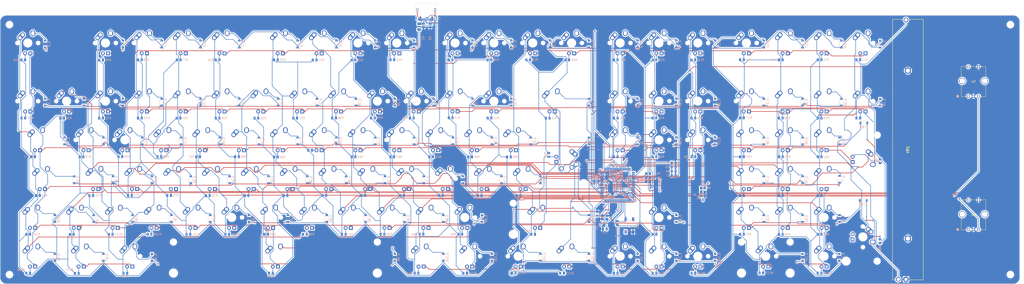
<source format=kicad_pcb>
(kicad_pcb (version 20241229) (generator "pcbnew") (generator_version "9.0")
  (layers (0 "F.Cu" signal) (2 "B.Cu" signal) (13 "F.Paste" user) (15 "B.Paste" user) (5 "F.SilkS" user "F.Silkscreen") (7 "B.SilkS" user "B.Silkscreen") (1 "F.Mask" user) (3 "B.Mask" user) (25 "Edge.Cuts" user))
  (net 0 "")
  (net 1 "GND")
  (net 2 "VCC")
  (net 3 "col0")
  (net 4 "col1")
  (net 5 "col2")
  (net 6 "col3")
  (net 7 "col4")
  (net 8 "col5")
  (net 9 "col6")
  (net 10 "col7")
  (net 11 "col8")
  (net 12 "col9")
  (net 13 "col10")
  (net 14 "col11")
  (net 15 "col12")
  (net 16 "col13")
  (net 17 "col14")
  (net 18 "col15")
  (net 19 "col16")
  (net 20 "col17")
  (net 21 "col18")
  (net 22 "col19")
  (net 23 "col20")
  (net 24 "col21")
  (net 25 "col22")
  (net 26 "Net-(U1-XTAL1)")
  (net 27 "row0")
  (net 28 "Net-(U1-XTAL2)")
  (net 29 "row2")
  (net 30 "row3")
  (net 31 "row4")
  (net 32 "row5")
  (net 33 "row6")
  (net 34 "Net-(U1-UCAP)")
  (net 35 "+5V")
  (net 36 "Net-(D_0-A)")
  (net 37 "Net-(D_1-A)")
  (net 38 "Net-(D_2-A)")
  (net 39 "Net-(D_3-A)")
  (net 40 "Net-(D_4-A)")
  (net 41 "Net-(D_5-A)")
  (net 42 "Net-(D_6-A)")
  (net 43 "Net-(D_7-A)")
  (net 44 "Net-(D_8-A)")
  (net 45 "Net-(D_9-A)")
  (net 46 "Net-(D_10-A)")
  (net 47 "Net-(D_11-A)")
  (net 48 "Net-(D_12-A)")
  (net 49 "Net-(D_13-A)")
  (net 50 "Net-(D_14-A)")
  (net 51 "Net-(D_15-A)")
  (net 52 "Net-(D_16-A)")
  (net 53 "Net-(D_17-A)")
  (net 54 "Net-(D_18-A)")
  (net 55 "Net-(D_19-A)")
  (net 56 "Net-(D_20-A)")
  (net 57 "Net-(D_21-A)")
  (net 58 "Net-(D_22-A)")
  (net 59 "Net-(D_23-A)")
  (net 60 "Net-(D_24-A)")
  (net 61 "Net-(D_25-A)")
  (net 62 "Net-(D_26-A)")
  (net 63 "Net-(D_27-A)")
  (net 64 "Net-(D_28-A)")
  (net 65 "Net-(D_29-A)")
  (net 66 "Net-(D_30-A)")
  (net 67 "Net-(D_31-A)")
  (net 68 "Net-(D_32-A)")
  (net 69 "Net-(D_33-A)")
  (net 70 "Net-(D_34-A)")
  (net 71 "Net-(D_35-A)")
  (net 72 "Net-(D_36-A)")
  (net 73 "Net-(D_37-A)")
  (net 74 "Net-(D_38-A)")
  (net 75 "Net-(D_39-A)")
  (net 76 "Net-(D_40-A)")
  (net 77 "Net-(D_41-A)")
  (net 78 "Net-(D_42-A)")
  (net 79 "Net-(D_43-A)")
  (net 80 "Net-(D_44-A)")
  (net 81 "Net-(D_45-A)")
  (net 82 "Net-(D_46-A)")
  (net 83 "Net-(D_47-A)")
  (net 84 "Net-(D_48-A)")
  (net 85 "Net-(D_49-A)")
  (net 86 "Net-(D_50-A)")
  (net 87 "Net-(D_51-A)")
  (net 88 "Net-(D_52-A)")
  (net 89 "Net-(D_53-A)")
  (net 90 "Net-(D_54-A)")
  (net 91 "Net-(D_55-A)")
  (net 92 "Net-(D_56-A)")
  (net 93 "Net-(D_57-A)")
  (net 94 "Net-(D_58-A)")
  (net 95 "Net-(D_59-A)")
  (net 96 "Net-(D_60-A)")
  (net 97 "Net-(D_61-A)")
  (net 98 "Net-(D_62-A)")
  (net 99 "Net-(D_63-A)")
  (net 100 "Net-(D_64-A)")
  (net 101 "Net-(D_65-A)")
  (net 102 "Net-(D_66-A)")
  (net 103 "Net-(D_67-A)")
  (net 104 "Net-(D_68-A)")
  (net 105 "Net-(D_69-A)")
  (net 106 "Net-(D_70-A)")
  (net 107 "Net-(D_71-A)")
  (net 108 "Net-(D_72-A)")
  (net 109 "Net-(D_73-A)")
  (net 110 "Net-(D_74-A)")
  (net 111 "Net-(D_75-A)")
  (net 112 "Net-(D_76-A)")
  (net 113 "Net-(D_77-A)")
  (net 114 "Net-(D_78-A)")
  (net 115 "Net-(D_79-A)")
  (net 116 "Net-(D_80-A)")
  (net 117 "Net-(D_81-A)")
  (net 118 "Net-(D_82-A)")
  (net 119 "Net-(D_83-A)")
  (net 120 "Net-(D_84-A)")
  (net 121 "Net-(D_85-A)")
  (net 122 "Net-(D_86-A)")
  (net 123 "Net-(D_87-A)")
  (net 124 "Net-(D_88-A)")
  (net 125 "Net-(D_89-A)")
  (net 126 "Net-(D_90-A)")
  (net 127 "Net-(D_91-A)")
  (net 128 "Net-(D_92-A)")
  (net 129 "Net-(D_93-A)")
  (net 130 "Net-(D_94-A)")
  (net 131 "Net-(D_95-A)")
  (net 132 "Net-(D_96-A)")
  (net 133 "Net-(D_97-A)")
  (net 134 "Net-(D_98-A)")
  (net 135 "Net-(D_99-A)")
  (net 136 "Net-(D_100-A)")
  (net 137 "Net-(D_101-A)")
  (net 138 "Net-(D_102-A)")
  (net 139 "Net-(D_103-A)")
  (net 140 "Net-(D_104-A)")
  (net 141 "Net-(D_105-A)")
  (net 142 "Net-(D_106-A)")
  (net 143 "Net-(D_107-A)")
  (net 144 "Net-(D_108-A)")
  (net 145 "/D+")
  (net 146 "/D-")
  (net 147 "Net-(U1-~{RESET})")
  (net 148 "Net-(U1-D+)")
  (net 149 "Net-(U1-D-)")
  (net 150 "Net-(U1-PE2{slash}~{HWB})")
  (net 152 "PC5")
  (net 155 "PC3")
  (net 156 "PC4")
  (net 158 "PC2")
  (net 161 "PC1")
  (net 162 "PF0")
  (net 164 "Net-(K_0-LED)")
  (net 166 "PC6")
  (net 170 "Net-(J1-CC1)")
  (net 171 "Net-(J1-CC2)")
  (net 172 "LED-")
  (net 173 "Net-(K_1-LED)")
  (net 174 "Net-(K_2-LED)")
  (net 175 "Net-(K_3-LED)")
  (net 176 "Net-(K_4-LED)")
  (net 177 "Net-(K_5-LED)")
  (net 178 "Net-(K_6-LED)")
  (net 179 "Net-(K_7-LED)")
  (net 180 "Net-(K_8-LED)")
  (net 181 "Net-(K_9-LED)")
  (net 182 "Net-(K_10-LED)")
  (net 183 "Net-(K_11-LED)")
  (net 184 "Net-(K_12-LED)")
  (net 185 "Net-(K_13-LED)")
  (net 186 "Net-(K_14-LED)")
  (net 187 "Net-(K_15-LED)")
  (net 188 "Net-(K_16-LED)")
  (net 189 "Net-(K_17-LED)")
  (net 190 "Net-(K_18-LED)")
  (net 191 "Net-(K_19-LED)")
  (net 192 "Net-(K_20-LED)")
  (net 193 "Net-(K_21-LED)")
  (net 194 "Net-(K_22-LED)")
  (net 195 "Net-(K_23-LED)")
  (net 196 "Net-(K_24-LED)")
  (net 197 "Net-(K_25-LED)")
  (net 198 "Net-(K_26-LED)")
  (net 199 "Net-(K_27-LED)")
  (net 200 "Net-(K_28-LED)")
  (net 201 "Net-(K_29-LED)")
  (net 202 "Net-(K_30-LED)")
  (net 203 "Net-(K_31-LED)")
  (net 204 "Net-(K_32-LED)")
  (net 205 "Net-(K_33-LED)")
  (net 206 "Net-(K_34-LED)")
  (net 207 "Net-(K_35-LED)")
  (net 208 "Net-(K_36-LED)")
  (net 209 "Net-(K_37-LED)")
  (net 210 "Net-(K_38-LED)")
  (net 211 "Net-(K_39-LED)")
  (net 212 "Net-(K_40-LED)")
  (net 213 "Net-(K_41-LED)")
  (net 214 "Net-(K_42-LED)")
  (net 215 "Net-(K_43-LED)")
  (net 216 "Net-(K_44-LED)")
  (net 217 "Net-(K_45-LED)")
  (net 218 "Net-(K_46-LED)")
  (net 219 "Net-(K_47-LED)")
  (net 220 "Net-(K_48-LED)")
  (net 221 "Net-(K_49-LED)")
  (net 222 "Net-(K_50-LED)")
  (net 223 "Net-(K_51-LED)")
  (net 224 "Net-(K_52-LED)")
  (net 225 "Net-(K_53-LED)")
  (net 226 "Net-(K_54-LED)")
  (net 227 "Net-(K_55-LED)")
  (net 228 "Net-(K_56-LED)")
  (net 229 "Net-(K_57-LED)")
  (net 230 "Net-(K_58-LED)")
  (net 231 "Net-(K_59-LED)")
  (net 232 "Net-(K_60-LED)")
  (net 233 "Net-(K_61-LED)")
  (net 234 "Net-(K_62-LED)")
  (net 235 "Net-(K_63-LED)")
  (net 236 "Net-(K_64-LED)")
  (net 237 "Net-(K_65-LED)")
  (net 238 "Net-(K_66-LED)")
  (net 239 "Net-(K_67-LED)")
  (net 240 "Net-(K_68-LED)")
  (net 241 "Net-(K_69-LED)")
  (net 242 "Net-(K_70-LED)")
  (net 243 "Net-(K_71-LED)")
  (net 244 "Net-(K_72-LED)")
  (net 245 "Net-(K_73-LED)")
  (net 246 "Net-(K_74-LED)")
  (net 247 "Net-(K_75-LED)")
  (net 248 "Net-(K_76-LED)")
  (net 249 "Net-(K_77-LED)")
  (net 250 "Net-(K_78-LED)")
  (net 251 "Net-(K_79-LED)")
  (net 252 "Net-(K_80-LED)")
  (net 253 "Net-(K_81-LED)")
  (net 254 "Net-(K_82-LED)")
  (net 255 "Net-(K_83-LED)")
  (net 256 "Net-(K_84-LED)")
  (net 257 "Net-(K_85-LED)")
  (net 258 "Net-(K_86-LED)")
  (net 259 "Net-(K_87-LED)")
  (net 260 "Net-(K_88-LED)")
  (net 261 "Net-(K_89-LED)")
  (net 262 "Net-(K_90-LED)")
  (net 263 "Net-(K_91-LED)")
  (net 264 "Net-(K_92-LED)")
  (net 265 "Net-(K_93-LED)")
  (net 266 "Net-(K_94-LED)")
  (net 267 "Net-(K_95-LED)")
  (net 268 "Net-(K_96-LED)")
  (net 269 "Net-(K_97-LED)")
  (net 270 "Net-(K_98-LED)")
  (net 271 "Net-(K_99-LED)")
  (net 272 "Net-(K_100-LED)")
  (net 273 "Net-(K_101-LED)")
  (net 274 "Net-(K_102-LED)")
  (net 275 "Net-(K_103-LED)")
  (net 276 "Net-(K_104-LED)")
  (net 277 "Net-(K_105-LED)")
  (net 278 "Net-(K_106-LED)")
  (net 279 "Net-(K_107-LED)")
  (net 280 "Net-(K_108-LED)")
  (net 281 "Net-(Q1-G)")
  (net 282 "Net-(U1-PD3)")
  (footprint "MX_Alps_Hybrid:MX-1U" (layer "F.Cu") (at 9.525 9.525)
    (property "Reference" "K_0")
    (property "Value" "KEYSW")
  )
  (footprint "MX_Alps_Hybrid:MX-1U" (layer "F.Cu") (at 47.625 9.525)
    (property "Reference" "K_1")
    (property "Value" "KEYSW")
  )
  (footprint "MX_Alps_Hybrid:MX-1U" (layer "F.Cu") (at 66.675 9.525)
    (property "Reference" "K_2")
    (property "Value" "KEYSW")
  )
  (footprint "MX_Alps_Hybrid:MX-1U" (layer "F.Cu") (at 85.725 9.525)
    (property "Reference" "K_3")
    (property "Value" "KEYSW")
  )
  (footprint "MX_Alps_Hybrid:MX-1U" (layer "F.Cu") (at 104.775 9.525)
    (property "Reference" "K_4")
    (property "Value" "KEYSW")
  )
  (footprint "MX_Alps_Hybrid:MX-1U" (layer "F.Cu") (at 133.35 9.525)
    (property "Reference" "K_5")
    (property "Value" "KEYSW")
  )
  (footprint "MX_Alps_Hybrid:MX-1U" (layer "F.Cu") (at 152.4 9.525)
    (property "Reference" "K_6")
    (property "Value" "KEYSW")
  )
  (footprint "MX_Alps_Hybrid:MX-1U" (layer "F.Cu") (at 171.45 9.525)
    (property "Reference" "K_7")
    (property "Value" "KEYSW")
  )
  (footprint "MX_Alps_Hybrid:MX-1U" (layer "F.Cu") (at 190.5 9.525)
    (property "Reference" "K_8")
    (property "Value" "KEYSW")
  )
  (footprint "MX_Alps_Hybrid:MX-1U" (layer "F.Cu") (at 219.075 9.525)
    (property "Reference" "K_9")
    (property "Value" "KEYSW")
  )
  (footprint "MX_Alps_Hybrid:MX-1U" (layer "F.Cu") (at 238.125 9.525)
    (property "Reference" "K_10")
    (property "Value" "KEYSW")
  )
  (footprint "MX_Alps_Hybrid:MX-1U" (layer "F.Cu") (at 257.175 9.525)
    (property "Reference" "K_11")
    (property "Value" "KEYSW")
  )
  (footprint "MX_Alps_Hybrid:MX-1U" (layer "F.Cu") (at 276.225 9.525)
    (property "Reference" "K_12")
    (property "Value" "KEYSW")
  )
  (footprint "MX_Alps_Hybrid:MX-1U" (layer "F.Cu") (at 300.0375 9.525)
    (property "Reference" "K_13")
    (property "Value" "KEYSW")
  )
  (footprint "MX_Alps_Hybrid:MX-1U" (layer "F.Cu") (at 319.0875 9.525)
    (property "Reference" "K_14")
    (property "Value" "KEYSW")
  )
  (footprint "MX_Alps_Hybrid:MX-1U" (layer "F.Cu") (at 338.1375 9.525)
    (property "Reference" "K_15")
    (property "Value" "KEYSW")
  )
  (footprint "MX_Alps_Hybrid:MX-1U" (layer "F.Cu") (at 361.95 9.525)
    (property "Reference" "K_16")
    (property "Value" "KEYSW")
  )
  (footprint "MX_Alps_Hybrid:MX-1U" (layer "F.Cu") (at 381 9.525)
    (property "Reference" "K_17")
    (property "Value" "KEYSW")
  )
  (footprint "MX_Alps_Hybrid:MX-1U" (layer "F.Cu") (at 400.05 9.525)
    (property "Reference" "K_18")
    (property "Value" "KEYSW")
  )
  (footprint "MX_Alps_Hybrid:MX-1U" (layer "F.Cu") (at 419.1 9.525)
    (property "Reference" "K_19")
    (property "Value" "KEYSW")
  )
  (footprint "MX_Alps_Hybrid:MX-1U" (layer "F.Cu") (at 9.525 38.1)
    (property "Reference" "K_20")
    (property "Value" "KEYSW")
  )
  (footprint "MX_Alps_Hybrid:MX-1U" (layer "F.Cu") (at 28.575 38.1)
    (property "Reference" "K_21")
    (property "Value" "KEYSW")
  )
  (footprint "MX_Alps_Hybrid:MX-1U" (layer "F.Cu") (at 47.625 38.1)
    (property "Reference" "K_22")
    (property "Value" "KEYSW")
  )
  (footprint "MX_Alps_Hybrid:MX-1U" (layer "F.Cu") (at 66.675 38.1)
    (property "Reference" "K_23")
    (property "Value" "KEYSW")
  )
  (footprint "MX_Alps_Hybrid:MX-1U" (layer "F.Cu") (at 85.725 38.1)
    (property "Reference" "K_24")
    (property "Value" "KEYSW")
  )
  (footprint "MX_Alps_Hybrid:MX-1U" (layer "F.Cu") (at 104.775 38.1)
    (property "Reference" "K_25")
    (property "Value" "KEYSW")
  )
  (footprint "MX_Alps_Hybrid:MX-1U" (layer "F.Cu") (at 123.825 38.1)
    (property "Reference" "K_26")
    (property "Value" "KEYSW")
  )
  (footprint "MX_Alps_Hybrid:MX-1U" (layer "F.Cu") (at 142.875 38.1)
    (property "Reference" "K_27")
    (property "Value" "KEYSW")
  )
  (footprint "MX_Alps_Hybrid:MX-1U" (layer "F.Cu") (at 161.925 38.1)
    (property "Reference" "K_28")
    (property "Value" "KEYSW")
  )
  (footprint "MX_Alps_Hybrid:MX-1U" (layer "F.Cu") (at 180.975 38.1)
    (property "Reference" "K_29")
    (property "Value" "KEYSW")
  )
  (footprint "MX_Alps_Hybrid:MX-1U" (layer "F.Cu") (at 200.025 38.1)
    (property "Reference" "K_30")
    (property "Value" "KEYSW")
  )
  (footprint "MX_Alps_Hybrid:MX-1U" (layer "F.Cu") (at 219.075 38.1)
    (property "Reference" "K_31")
    (property "Value" "KEYSW")
  )
  (footprint "MX_Alps_Hybrid:MX-1U" (layer "F.Cu") (at 238.125 38.1)
    (property "Reference" "K_32")
    (property "Value" "KEYSW")
  )
  (footprint "MX_Alps_Hybrid:MX-2U" (layer "F.Cu") (at 266.7 38.1)
    (property "Reference" "K_33")
    (property "Value" "KEYSW")
  )
  (footprint "MX_Alps_Hybrid:MX-1U" (layer "F.Cu") (at 300.0375 38.1)
    (property "Reference" "K_34")
    (property "Value" "KEYSW")
  )
  (footprint "MX_Alps_Hybrid:MX-1U" (layer "F.Cu") (at 319.0875 38.1)
    (property "Reference" "K_35")
    (property "Value" "KEYSW")
  )
  (footprint "MX_Alps_Hybrid:MX-1U" (layer "F.Cu") (at 338.1375 38.1)
    (property "Reference" "K_36")
    (property "Value" "KEYSW")
  )
  (footprint "MX_Alps_Hybrid:MX-1U" (layer "F.Cu") (at 361.95 38.1)
    (property "Reference" "K_37")
    (property "Value" "KEYSW")
  )
  (footprint "MX_Alps_Hybrid:MX-1U" (layer "F.Cu") (at 381 38.1)
    (property "Reference" "K_38")
    (property "Value" "KEYSW")
  )
  (footprint "MX_Alps_Hybrid:MX-1U" (layer "F.Cu") (at 400.05 38.1)
    (property "Reference" "K_39")
    (property "Value" "KEYSW")
  )
  (footprint "MX_Alps_Hybrid:MX-1U" (layer "F.Cu") (at 419.1 38.1)
    (property "Reference" "K_40")
    (property "Value" "KEYSW")
  )
  (footprint "MX_Alps_Hybrid:MX-1.5U" (layer "F.Cu") (at 14.2875 57.15)
    (property "Reference" "K_41")
    (property "Value" "KEYSW")
  )
  (footprint "MX_Alps_Hybrid:MX-1U" (layer "F.Cu") (at 38.1 57.15)
    (property "Reference" "K_42")
    (property "Value" "KEYSW")
  )
  (footprint "MX_Alps_Hybrid:MX-1U" (layer "F.Cu") (at 57.15 57.15)
    (property "Reference" "K_43")
    (property "Value" "KEYSW")
  )
  (footprint "MX_Alps_Hybrid:MX-1U" (layer "F.Cu") (at 76.2 57.15)
    (property "Reference" "K_44")
    (property "Value" "KEYSW")
  )
  (footprint "MX_Alps_Hybrid:MX-1U" (layer "F.Cu") (at 95.25 57.15)
    (property "Reference" "K_45")
    (property "Value" "KEYSW")
  )
  (footprint "MX_Alps_Hybrid:MX-1U" (layer "F.Cu") (at 114.3 57.15)
    (property "Reference" "K_46")
    (property "Value" "KEYSW")
  )
  (footprint "MX_Alps_Hybrid:MX-1U" (layer "F.Cu") (at 133.35 57.15)
    (property "Reference" "K_47")
    (property "Value" "KEYSW")
  )
  (footprint "MX_Alps_Hybrid:MX-1U" (layer "F.Cu") (at 152.4 57.15)
    (property "Reference" "K_48")
    (property "Value" "KEYSW")
  )
  (footprint "MX_Alps_Hybrid:MX-1U" (layer "F.Cu") (at 171.45 57.15)
    (property "Reference" "K_49")
    (property "Value" "KEYSW")
  )
  (footprint "MX_Alps_Hybrid:MX-1U" (layer "F.Cu") (at 190.5 57.15)
    (property "Reference" "K_50")
    (property "Value" "KEYSW")
  )
  (footprint "MX_Alps_Hybrid:MX-1U" (layer "F.Cu") (at 209.55 57.15)
    (property "Reference" "K_51")
    (property "Value" "KEYSW")
  )
  (footprint "MX_Alps_Hybrid:MX-1U" (layer "F.Cu") (at 228.6 57.15)
    (property "Reference" "K_52")
    (property "Value" "KEYSW")
  )
  (footprint "MX_Alps_Hybrid:MX-1U" (layer "F.Cu") (at 247.65 57.15)
    (property "Reference" "K_53")
    (property "Value" "KEYSW")
  )
  (footprint "MX_Alps_Hybrid:MX-ISO" (layer "F.Cu") (at 273.85 66.68)
    (property "Reference" "K_54")
    (property "Value" "KEYSW")
  )
  (footprint "MX_Alps_Hybrid:MX-1U" (layer "F.Cu") (at 300.0375 57.15)
    (property "Reference" "K_55")
    (property "Value" "KEYSW")
  )
  (footprint "MX_Alps_Hybrid:MX-1U" (layer "F.Cu") (at 319.0875 57.15)
    (property "Reference" "K_56")
    (property "Value" "KEYSW")
  )
  (footprint "MX_Alps_Hybrid:MX-1U" (layer "F.Cu") (at 338.1375 57.15)
    (property "Reference" "K_57")
    (property "Value" "KEYSW")
  )
  (footprint "MX_Alps_Hybrid:MX-1U" (layer "F.Cu") (at 361.95 57.15)
    (property "Reference" "K_58")
    (property "Value" "KEYSW")
  )
  (footprint "MX_Alps_Hybrid:MX-1U" (layer "F.Cu") (at 381 57.15)
    (property "Reference" "K_59")
    (property "Value" "KEYSW")
  )
  (footprint "MX_Alps_Hybrid:MX-1U" (layer "F.Cu") (at 400.05 57.15)
    (property "Reference" "K_60")
    (property "Value" "KEYSW")
  )
  (footprint "MX_Alps_Hybrid:MX-2U" (layer "F.Cu") (at 419.1501 66.72 -90)
    (property "Reference" "K_61")
    (property "Value" "KEYSW")
  )
  (footprint "MX_Alps_Hybrid:MX-1.75U" (layer "F.Cu") (at 16.6688 76.2)
    (property "Reference" "K_62")
    (property "Value" "KEYSW")
  )
  (footprint "MX_Alps_Hybrid:MX-1U" (layer "F.Cu") (at 42.8625 76.2)
    (property "Reference" "K_63")
    (property "Value" "KEYSW")
  )
  (footprint "MX_Alps_Hybrid:MX-1U" (layer "F.Cu") (at 61.9125 76.2)
    (property "Reference" "K_64")
    (property "Value" "KEYSW")
  )
  (footprint "MX_Alps_Hybrid:MX-1U" (layer "F.Cu") (at 80.9625 76.2)
    (property "Reference" "K_65")
    (property "Value" "KEYSW")
  )
  (footprint "MX_Alps_Hybrid:MX-1U" (layer "F.Cu") (at 100.0125 76.2)
    (property "Reference" "K_66")
    (property "Value" "KEYSW")
  )
  (footprint "MX_Alps_Hybrid:MX-1U" (layer "F.Cu") (at 119.0625 76.2)
    (property "Reference" "K_67")
    (property "Value" "KEYSW")
  )
  (footprint "MX_Alps_Hybrid:MX-1U" (layer "F.Cu") (at 138.1125 76.2)
    (property "Reference" "K_68")
    (property "Value" "KEYSW")
  )
  (footprint "MX_Alps_Hybrid:MX-1U" (layer "F.Cu") (at 157.1625 76.2)
    (property "Reference" "K_69")
    (property "Value" "KEYSW")
  )
  (footprint "MX_Alps_Hybrid:MX-1U" (layer "F.Cu") (at 176.2125 76.2)
    (property "Reference" "K_70")
    (property "Value" "KEYSW")
  )
  (footprint "MX_Alps_Hybrid:MX-1U" (layer "F.Cu") (at 195.2625 76.2)
    (property "Reference" "K_71")
    (property "Value" "KEYSW")
  )
  (footprint "MX_Alps_Hybrid:MX-1U" (layer "F.Cu") (at 214.3125 76.2)
    (property "Reference" "K_72")
    (property "Value" "KEYSW")
  )
  (footprint "MX_Alps_Hybrid:MX-1U" (layer "F.Cu") (at 233.3625 76.2)
    (property "Reference" "K_73")
    (property "Value" "KEYSW")
  )
  (footprint "MX_Alps_Hybrid:MX-1U" (layer "F.Cu") (at 252.4125 76.2)
    (property "Reference" "K_74")
    (property "Value" "KEYSW")
  )
  (footprint "MX_Alps_Hybrid:MX-1U" (layer "F.Cu") (at 361.95 76.2)
    (property "Reference" "K_75")
    (property "Value" "KEYSW")
  )
  (footprint "MX_Alps_Hybrid:MX-1U" (layer "F.Cu") (at 381 76.2)
    (property "Reference" "K_76")
    (property "Value" "KEYSW")
  )
  (footprint "MX_Alps_Hybrid:MX-1U" (layer "F.Cu") (at 400.05 76.2)
    (property "Reference" "K_77")
    (property "Value" "KEYSW")
  )
  (footprint "MX_Alps_Hybrid:MX-1.25U" (layer "F.Cu") (at 11.9063 95.25)
    (property "Reference" "K_78")
    (property "Value" "KEYSW")
  )
  (footprint "MX_Alps_Hybrid:MX-1U" (layer "F.Cu") (at 33.3375 95.25)
    (property "Reference" "K_79")
    (property "Value" "KEYSW")
  )
  (footprint "MX_Alps_Hybrid:MX-1U" (layer "F.Cu") (at 52.3875 95.25)
    (property "Reference" "K_80")
    (property "Value" "KEYSW")
  )
  (footprint "MX_Alps_Hybrid:MX-1U" (layer "F.Cu") (at 71.4375 95.25)
    (property "Reference" "K_81")
    (property "Value" "KEYSW")
  )
  (footprint "MX_Alps_Hybrid:MX-1U" (layer "F.Cu") (at 90.4875 95.25)
    (property "Reference" "K_82")
    (property "Value" "KEYSW")
  )
  (footprint "MX_Alps_Hybrid:MX-1U" (layer "F.Cu") (at 109.5375 95.25)
    (property "Reference" "K_83")
    (property "Value" "KEYSW")
  )
  (footprint "MX_Alps_Hybrid:MX-1U" (layer "F.Cu") (at 128.5875 95.25)
    (property "Reference" "K_84")
    (property "Value" "KEYSW")
  )
  (footprint "MX_Alps_Hybrid:MX-1U" (layer "F.Cu") (at 147.6375 95.25)
    (property "Reference" "K_85")
    (property "Value" "KEYSW")
  )
  (footprint "MX_Alps_Hybrid:MX-1U" (layer "F.Cu") (at 166.6875 95.25)
    (property "Reference" "K_86")
    (property "Value" "KEYSW")
  )
  (footprint "MX_Alps_Hybrid:MX-1U" (layer "F.Cu") (at 185.7375 95.25)
    (property "Reference" "K_87")
    (property "Value" "KEYSW")
  )
  (footprint "MX_Alps_Hybrid:MX-1U" (layer "F.Cu") (at 204.7875 95.25)
    (property "Reference" "K_88")
    (property "Value" "KEYSW")
  )
  (footprint "MX_Alps_Hybrid:MX-1U" (layer "F.Cu") (at 223.8375 95.25)
    (property "Reference" "K_89")
    (property "Value" "KEYSW")
  )
  (footprint "MX_Alps_Hybrid:MX-2.75U" (layer "F.Cu") (at 259.5563 95.25)
    (property "Reference" "K_90")
    (property "Value" "KEYSW")
  )
  (footprint "MX_Alps_Hybrid:MX-1U" (layer "F.Cu") (at 319.0875 95.25)
    (property "Reference" "K_91")
    (property "Value" "KEYSW")
  )
  (footprint "MX_Alps_Hybrid:MX-1U" (layer "F.Cu") (at 361.95 95.25)
    (property "Reference" "K_92")
    (property "Value" "KEYSW")
  )
  (footprint "MX_Alps_Hybrid:MX-1U" (layer "F.Cu") (at 381 95.25)
    (property "Reference" "K_93")
    (property "Value" "KEYSW")
  )
  (footprint "MX_Alps_Hybrid:MX-1U" (layer "F.Cu") (at 400.05 95.25)
    (property "Reference" "K_94")
    (property "Value" "KEYSW")
  )
  (footprint "MX_Alps_Hybrid:MX-2U" (layer "F.Cu") (at 419.105 104.768 -90)
    (property "Reference" "K_95")
    (property "Value" "KEYSW")
  )
  (footprint "MX_Alps_Hybrid:MX-1.25U" (layer "F.Cu") (at 11.9063 114.3)
    (property "Reference" "K_96")
    (property "Value" "KEYSW")
  )
  (footprint "MX_Alps_Hybrid:MX-1.25U" (layer "F.Cu") (at 35.7188 114.3)
    (property "Reference" "K_97")
    (property "Value" "KEYSW")
  )
  (footprint "MX_Alps_Hybrid:MX-1.25U" (layer "F.Cu") (at 59.5313 114.3)
    (property "Reference" "K_98")
    (property "Value" "KEYSW")
  )
  (footprint "MX_Alps_Hybrid:MX-6.25U" (layer "F.Cu") (at 130.9688 114.3)
    (property "Reference" "K_99")
    (property "Value" "KEYSW")
  )
  (footprint "MX_Alps_Hybrid:MX-1.25U" (layer "F.Cu") (at 202.4063 114.3)
    (property "Reference" "K_100")
    (property "Value" "KEYSW")
  )
  (footprint "MX_Alps_Hybrid:MX-1.25U" (layer "F.Cu") (at 226.2188 114.3)
    (property "Reference" "K_101")
    (property "Value" "KEYSW")
  )
  (footprint "MX_Alps_Hybrid:MX-1.25U" (layer "F.Cu") (at 250.0313 114.3)
    (property "Reference" "K_102")
    (property "Value" "KEYSW")
  )
  (footprint "MX_Alps_Hybrid:MX-1.25U" (layer "F.Cu") (at 273.8438 114.3)
    (property "Reference" "K_103")
    (property "Value" "KEYSW")
  )
  (footprint "MX_Alps_Hybrid:MX-1U" (layer "F.Cu") (at 300.0375 114.3)
    (property "Reference" "K_104")
    (property "Value" "KEYSW")
  )
  (footprint "MX_Alps_Hybrid:MX-1U" (layer "F.Cu") (at 319.0875 114.3)
    (property "Reference" "K_105")
    (property "Value" "KEYSW")
  )
  (footprint "MX_Alps_Hybrid:MX-1U" (layer "F.Cu") (at 338.1375 114.3)
    (property "Reference" "K_106")
    (property "Value" "KEYSW")
  )
  (footprint "MX_Alps_Hybrid:MX-2U" (layer "F.Cu") (at 371.475 114.3)
    (property "Reference" "K_107")
    (property "Value" "KEYSW")
  )
  (footprint "MX_Alps_Hybrid:MX-1U" (layer "F.Cu") (at 400.05 114.3)
    (property "Reference" "K_108")
    (property "Value" "KEYSW")
  )
  (footprint "" (layer "F.Cu") (at 0.55 123.32 90)
    (property "Reference" "")
    (property "Value" "")
  )
  (footprint "KiCads:PTB01432010BPB103" (layer "F.Cu") (at 440.22 125.66 -90)
    (property "Reference" "VR1")
    (property "Value" "PTB0143-2010BPB103" (hide yes))
  )
  (footprint "MountingHole:MountingHole_3.2mm_M3" (layer "F.Cu") (at 0.55 0.5)
    (property "Reference" "REF**" (hide yes))
    (property "Value" "MountingHole_3.2mm_M3" (hide yes))
  )
  (footprint "footprints:EC11E18244A5_ALPS" (layer "F.Cu") (at 470.8326 101.1647)
    (property "Reference" "U3")
    (property "Value" "EC11E18244A5")
  )
  (footprint "footprints:EC11E18244A5_ALPS" (layer "F.Cu") (at 470.8326 35.6947)
    (property "Reference" "U2")
    (property "Value" "EC11E18244A5")
  )
  (footprint "" (layer "F.Cu") (at 491.43 0.5 -90)
    (property "Reference" "")
    (property "Value" "")
  )
  (footprint "" (layer "F.Cu") (at 491.43 123.32 180)
    (property "Reference" "")
    (property "Value" "")
  )
  (footprint "Diode_SMD:D_SOD-123" (layer "B.Cu") (at 18.05 10.025 90)
    (property "Reference" "D_0")
    (property "Value" "D")
  )
  (footprint "Diode_SMD:D_SOD-123" (layer "B.Cu") (at 56.15 10.025 90)
    (property "Reference" "D_1")
    (property "Value" "D")
  )
  (footprint "Diode_SMD:D_SOD-123" (layer "B.Cu") (at 75.2 10.025 90)
    (property "Reference" "D_2")
    (property "Value" "D")
  )
  (footprint "Diode_SMD:D_SOD-123" (layer "B.Cu") (at 94.25 10.025 90)
    (property "Reference" "D_3")
    (property "Value" "D")
  )
  (footprint "Diode_SMD:D_SOD-123" (layer "B.Cu") (at 113.3 10.025 90)
    (property "Reference" "D_4")
    (property "Value" "D")
  )
  (footprint "Diode_SMD:D_SOD-123" (layer "B.Cu") (at 141.875 10.025 90)
    (property "Reference" "D_5")
    (property "Value" "D")
  )
  (footprint "Diode_SMD:D_SOD-123" (layer "B.Cu") (at 160.925 10.025 90)
    (property "Reference" "D_6")
    (property "Value" "D")
  )
  (footprint "Diode_SMD:D_SOD-123" (layer "B.Cu") (at 179.975 10.025 90)
    (property "Reference" "D_7")
    (property "Value" "D")
  )
  (footprint "Diode_SMD:D_SOD-123" (layer "B.Cu") (at 199.025 10.025 90)
    (property "Reference" "D_8")
    (property "Value" "D")
  )
  (footprint "Diode_SMD:D_SOD-123" (layer "B.Cu") (at 227.6 10.025 90)
    (property "Reference" "D_9")
    (property "Value" "D")
  )
  (footprint "Diode_SMD:D_SOD-123" (layer "B.Cu") (at 246.65 10.025 90)
    (property "Reference" "D_10")
    (property "Value" "D")
  )
  (footprint "Diode_SMD:D_SOD-123" (layer "B.Cu") (at 265.7 10.025 90)
    (property "Reference" "D_11")
    (property "Value" "D")
  )
  (footprint "Diode_SMD:D_SOD-123" (layer "B.Cu") (at 284.75 10.025 90)
    (property "Reference" "D_12")
    (property "Value" "D")
  )
  (footprint "Diode_SMD:D_SOD-123" (layer "B.Cu") (at 308.5625 10.025 90)
    (property "Reference" "D_13")
    (property "Value" "D")
  )
  (footprint "Diode_SMD:D_SOD-123" (layer "B.Cu") (at 327.6125 10.025 90)
    (property "Reference" "D_14")
    (property "Value" "D")
  )
  (footprint "Diode_SMD:D_SOD-123" (layer "B.Cu") (at 346.6625 10.025 90)
    (property "Reference" "D_15")
    (property "Value" "D")
  )
  (footprint "Diode_SMD:D_SOD-123" (layer "B.Cu") (at 370.475 10.025 90)
    (property "Reference" "D_16")
    (property "Value" "D")
  )
  (footprint "Diode_SMD:D_SOD-123" (layer "B.Cu") (at 389.525 10.025 90)
    (property "Reference" "D_17")
    (property "Value" "D")
  )
  (footprint "Diode_SMD:D_SOD-123" (layer "B.Cu") (at 408.575 10.025 90)
    (property "Reference" "D_18")
    (property "Value" "D")
  )
  (footprint "Diode_SMD:D_SOD-123" (layer "B.Cu") (at 427.625 10.025 90)
    (property "Reference" "D_19")
    (property "Value" "D")
  )
  (footprint "Diode_SMD:D_SOD-123" (layer "B.Cu") (at 18.05 38.6 90)
    (property "Reference" "D_20")
    (property "Value" "D")
  )
  (footprint "Diode_SMD:D_SOD-123" (layer "B.Cu") (at 37.1 38.6 90)
    (property "Reference" "D_21")
    (property "Value" "D")
  )
  (footprint "Diode_SMD:D_SOD-123" (layer "B.Cu") (at 56.15 38.6 90)
    (property "Reference" "D_22")
    (property "Value" "D")
  )
  (footprint "Diode_SMD:D_SOD-123" (layer "B.Cu") (at 75.2 38.6 90)
    (property "Reference" "D_23")
    (property "Value" "D")
  )
  (footprint "Diode_SMD:D_SOD-123" (layer "B.Cu") (at 94.25 38.6 90)
    (property "Reference" "D_24")
    (property "Value" "D")
  )
  (footprint "Diode_SMD:D_SOD-123" (layer "B.Cu") (at 113.3 38.6 90)
    (property "Reference" "D_25")
    (property "Value" "D")
  )
  (footprint "Diode_SMD:D_SOD-123" (layer "B.Cu") (at 132.35 38.6 90)
    (property "Reference" "D_26")
    (property "Value" "D")
  )
  (footprint "Diode_SMD:D_SOD-123" (layer "B.Cu") (at 151.4 38.6 90)
    (property "Reference" "D_27")
    (property "Value" "D")
  )
  (footprint "Diode_SMD:D_SOD-123" (layer "B.Cu") (at 170.45 38.6 90)
    (property "Reference" "D_28")
    (property "Value" "D")
  )
  (footprint "Diode_SMD:D_SOD-123" (layer "B.Cu") (at 189.5 38.6 90)
    (property "Reference" "D_29")
    (property "Value" "D")
  )
  (footprint "Diode_SMD:D_SOD-123" (layer "B.Cu") (at 208.55 38.6 90)
    (property "Reference" "D_30")
    (property "Value" "D")
  )
  (footprint "Diode_SMD:D_SOD-123" (layer "B.Cu") (at 227.6 38.6 90)
    (property "Reference" "D_31")
    (property "Value" "D")
  )
  (footprint "Diode_SMD:D_SOD-123" (layer "B.Cu") (at 246.65 38.6 90)
    (property "Reference" "D_32")
    (property "Value" "D")
  )
  (footprint "Diode_SMD:D_SOD-123" (layer "B.Cu") (at 284.75 38.6 90)
    (property "Reference" "D_33")
    (property "Value" "D")
  )
  (footprint "Diode_SMD:D_SOD-123" (layer "B.Cu") (at 308.5625 38.6 90)
    (property "Reference" "D_34")
    (property "Value" "D")
  )
  (footprint "Diode_SMD:D_SOD-123" (layer "B.Cu") (at 327.6125 38.6 90)
    (property "Reference" "D_35")
    (property "Value" "D")
  )
  (footprint "Diode_SMD:D_SOD-123" (layer "B.Cu") (at 346.6625 38.6 90)
    (property "Reference" "D_36")
    (property "Value" "D")
  )
  (footprint "Diode_SMD:D_SOD-123" (layer "B.Cu") (at 370.475 38.6 90)
    (property "Reference" "D_37")
    (property "Value" "D")
  )
  (footprint "Diode_SMD:D_SOD-123" (layer "B.Cu") (at 389.525 38.6 90)
    (property "Reference" "D_38")
    (property "Value" "D")
  )
  (footprint "Diode_SMD:D_SOD-123" (layer "B.Cu") (at 408.575 38.6 90)
    (property "Reference" "D_39")
    (property "Value" "D")
  )
  (footprint "Diode_SMD:D_SOD-123" (layer "B.Cu") (at 427.625 38.6 90)
    (property "Reference" "D_40")
    (property "Value" "D")
  )
  (footprint "Diode_SMD:D_SOD-123" (layer "B.Cu") (at 27.575 57.65 90)
    (property "Reference" "D_41")
    (property "Value" "D")
  )
  (footprint "Diode_SMD:D_SOD-123" (layer "B.Cu") (at 46.625 57.65 90)
    (property "Reference" "D_42")
    (property "Value" "D")
  )
  (footprint "Diode_SMD:D_SOD-123" (layer "B.Cu") (at 65.675 57.65 90)
    (property "Reference" "D_43")
    (property "Value" "D")
  )
  (footprint "Diode_SMD:D_SOD-123" (layer "B.Cu") (at 84.725 57.65 90)
    (property "Reference" "D_44")
    (property "Value" "D")
  )
  (footprint "Diode_SMD:D_SOD-123" (layer "B.Cu") (at 103.775 57.65 90)
    (property "Reference" "D_45")
    (property "Value" "D")
  )
  (footprint "Diode_SMD:D_SOD-123" (layer "B.Cu") (at 122.825 57.65 90)
    (property "Reference" "D_46")
    (property "Value" "D")
  )
  (footprint "Diode_SMD:D_SOD-123" (layer "B.Cu") (at 141.875 57.65 90)
    (property "Reference" "D_47")
    (property "Value" "D")
  )
  (footprint "Diode_SMD:D_SOD-123" (layer "B.Cu") (at 160.925 57.65 90)
    (property "Reference" "D_48")
    (property "Value" "D")
  )
  (footprint "Diode_SMD:D_SOD-123" (layer "B.Cu") (at 179.975 57.65 90)
    (property "Reference" "D_49")
    (property "Value" "D")
  )
  (footprint "Diode_SMD:D_SOD-123" (layer "B.Cu") (at 199.025 57.65 90)
    (property "Reference" "D_50")
    (property "Value" "D")
  )
  (footprint "Diode_SMD:D_SOD-123" (layer "B.Cu") (at 218.075 57.65 90)
    (property "Reference" "D_51")
    (property "Value" "D")
  )
  (footprint "Diode_SMD:D_SOD-123" (layer "B.Cu") (at 237.125 57.65 90)
    (property "Reference" "D_52")
    (property "Value" "D")
  )
  (footprint "Diode_SMD:D_SOD-123" (layer "B.Cu") (at 256.175 57.65 90)
    (property "Reference" "D_53")
    (property "Value" "D")
  )
  (footprint "Diode_SMD:D_SOD-123" (layer "B.Cu") (at 284.75 57.65 90)
    (property "Reference" "D_54")
    (property "Value" "D")
  )
  (footprint "Diode_SMD:D_SOD-123" (layer "B.Cu") (at 308.5625 57.65 90)
    (property "Reference" "D_55")
    (property "Value" "D")
  )
  (footprint "Diode_SMD:D_SOD-123" (layer "B.Cu") (at 327.6125 57.65 90)
    (property "Reference" "D_56")
    (property "Value" "D")
  )
  (footprint "Diode_SMD:D_SOD-123" (layer "B.Cu") (at 346.6625 57.65 90)
    (property "Reference" "D_57")
    (property "Value" "D")
  )
  (footprint "Diode_SMD:D_SOD-123" (layer "B.Cu") (at 370.475 57.65 90)
    (property "Reference" "D_58")
    (property "Value" "D")
  )
  (footprint "Diode_SMD:D_SOD-123" (layer "B.Cu") (at 389.525 57.65 90)
    (property "Reference" "D_59")
    (property "Value" "D")
  )
  (footprint "Diode_SMD:D_SOD-123" (layer "B.Cu") (at 407.61 57.66 90)
    (property "Reference" "D_60")
    (property "Value" "D")
  )
  (footprint "Diode_SMD:D_SOD-123" (layer "B.Cu") (at 419.58 48.79)
    (property "Reference" "D_61")
    (property "Value" "D")
  )
  (footprint "Diode_SMD:D_SOD-123" (layer "B.Cu") (at 32.3375 76.7 90)
    (property "Reference" "D_62")
    (property "Value" "D")
  )
  (footprint "Diode_SMD:D_SOD-123" (layer "B.Cu") (at 51.3875 76.7 90)
    (property "Reference" "D_63")
    (property "Value" "D")
  )
  (footprint "Diode_SMD:D_SOD-123" (layer "B.Cu") (at 70.4375 76.7 90)
    (property "Reference" "D_64")
    (property "Value" "D")
  )
  (footprint "Diode_SMD:D_SOD-123" (layer "B.Cu") (at 89.4875 76.7 90)
    (property "Reference" "D_65")
    (property "Value" "D")
  )
  (footprint "Diode_SMD:D_SOD-123" (layer "B.Cu") (at 108.5375 76.7 90)
    (property "Reference" "D_66")
    (property "Value" "D")
  )
  (footprint "Diode_SMD:D_SOD-123" (layer "B.Cu") (at 127.5875 76.7 90)
    (property "Reference" "D_67")
    (property "Value" "D")
  )
  (footprint "Diode_SMD:D_SOD-123" (layer "B.Cu") (at 146.6375 76.7 90)
    (property "Reference" "D_68")
    (property "Value" "D")
  )
  (footprint "Diode_SMD:D_SOD-123" (layer "B.Cu") (at 165.6875 76.7 90)
    (property "Reference" "D_69")
    (property "Value" "D")
  )
  (footprint "Diode_SMD:D_SOD-123" (layer "B.Cu") (at 184.7375 76.7 90)
    (property "Reference" "D_70")
    (property "Value" "D")
  )
  (footprint "Diode_SMD:D_SOD-123" (layer "B.Cu") (at 203.7875 76.7 90)
    (property "Reference" "D_71")
    (property "Value" "D")
  )
  (footprint "Diode_SMD:D_SOD-123" (layer "B.Cu") (at 222.8375 76.7 90)
    (property "Reference" "D_72")
    (property "Value" "D")
  )
  (footprint "Diode_SMD:D_SOD-123" (layer "B.Cu") (at 241.8875 76.7 90)
    (property "Reference" "D_73")
    (property "Value" "D")
  )
  (footprint "Diode_SMD:D_SOD-123" (layer "B.Cu") (at 260.9375 76.7 90)
    (property "Reference" "D_74")
    (property "Value" "D")
  )
  (footprint "Diode_SMD:D_SOD-123" (layer "B.Cu") (at 370.475 76.7 90)
    (property "Reference" "D_75")
    (property "Value" "D")
  )
  (footprint "Diode_SMD:D_SOD-123" (layer "B.Cu") (at 389.525 76.7 90)
    (property "Reference" "D_76")
    (property "Value" "D")
  )
  (footprint "Diode_SMD:D_SOD-123" (layer "B.Cu") (at 407.66 76.47 90)
    (property "Reference" "D_77")
    (property "Value" "D")
  )
  (footprint "Diode_SMD:D_SOD-123" (layer "B.Cu") (at 22.8125 95.75 90)
    (property "Reference" "D_78")
    (property "Value" "D")
  )
  (footprint "Diode_SMD:D_SOD-123" (layer "B.Cu") (at 41.8625 95.75 90)
    (property "Reference" "D_79")
    (property "Value" "D")
  )
  (footprint "Diode_SMD:D_SOD-123" (layer "B.Cu") (at 60.9125 95.75 90)
    (property "Reference" "D_80")
    (property "Value" "D")
  )
  (footprint "Diode_SMD:D_SOD-123" (layer "B.Cu") (at 79.9625 95.75 90)
    (property "Reference" "D_81")
    (property "Value" "D")
  )
  (footprint "Diode_SMD:D_SOD-123" (layer "B.Cu") (at 99.0125 95.75 90)
    (property "Reference" "D_82")
    (property "Value" "D")
  )
  (footprint "Diode_SMD:D_SOD-123" (layer "B.Cu") (at 118.0625 95.75 90)
    (property "Reference" "D_83")
    (property "Value" "D")
  )
  (footprint "Diode_SMD:D_SOD-123" (layer "B.Cu") (at 137.1125 95.75 90)
    (property "Reference" "D_84")
    (property "Value" "D")
  )
  (footprint "Diode_SMD:D_SOD-123" (layer "B.Cu") (at 156.1625 95.75 90)
    (property "Reference" "D_85")
    (property "Value" "D")
  )
  (footprint "Diode_SMD:D_SOD-123" (layer "B.Cu") (at 175.2125 95.75 90)
    (property "Reference" "D_86")
    (property "Value" "D")
  )
  (footprint "Diode_SMD:D_SOD-123" (layer "B.Cu") (at 194.2625 95.75 90)
    (property "Reference" "D_87")
    (property "Value" "D")
  )
  (footprint "Diode_SMD:D_SOD-123" (layer "B.Cu") (at 213.3125 95.75 90)
    (property "Reference" "D_88")
    (property "Value" "D")
  )
  (footprint "Diode_SMD:D_SOD-123" (layer "B.Cu") (at 232.3625 95.75 90)
    (property "Reference" "D_89")
    (property "Value" "D")
  )
  (footprint "Diode_SMD:D_SOD-123" (layer "B.Cu") (at 284.75 95.75 90)
    (property "Reference" "D_90")
    (property "Value" "D")
  )
  (footprint "Diode_SMD:D_SOD-123" (layer "B.Cu") (at 327.6125 95.75 90)
    (property "Reference" "D_91")
    (property "Value" "D")
  )
  (footprint "Diode_SMD:D_SOD-123" (layer "B.Cu") (at 370.475 95.75 90)
    (property "Reference" "D_92")
    (property "Value" "D")
  )
  (footprint "Diode_SMD:D_SOD-123" (layer "B.Cu") (at 389.525 95.75 90)
    (property "Reference" "D_93")
    (property "Value" "D")
  )
  (footprint "Diode_SMD:D_SOD-123" (layer "B.Cu") (at 407.63 95.73 90)
    (property "Reference" "D_94")
    (property "Value" "D")
  )
  (footprint "Diode_SMD:D_SOD-123" (layer "B.Cu") (at 419.3 86.91)
    (property "Reference" "D_95")
    (property "Value" "D")
  )
  (footprint "Diode_SMD:D_SOD-123" (layer "B.Cu") (at 22.8125 114.8 90)
    (property "Reference" "D_96")
    (property "Value" "D")
  )
  (footprint "Diode_SMD:D_SOD-123" (layer "B.Cu") (at 46.625 114.8 90)
    (property "Reference" "D_97")
    (property "Value" "D")
  )
  (footprint "Diode_SMD:D_SOD-123" (layer "B.Cu") (at 70.4375 114.8 90)
    (property "Reference" "D_98")
    (property "Value" "D")
  )
  (footprint "Diode_SMD:D_SOD-123" (layer "B.Cu") (at 189.5 114.8 90)
    (property "Reference" "D_99")
    (property "Value" "D")
  )
  (footprint "Diode_SMD:D_SOD-123" (layer "B.Cu") (at 213.3125 114.8 90)
    (property "Reference" "D_100")
    (property "Value" "D")
  )
  (footprint "Diode_SMD:D_SOD-123" (layer "B.Cu") (at 237.125 114.8 90)
    (property "Reference" "D_101")
    (property "Value" "D")
  )
  (footprint "Diode_SMD:D_SOD-123" (layer "B.Cu") (at 260.9375 114.8 90)
    (property "Reference" "D_102")
    (property "Value" "D")
  )
  (footprint "Diode_SMD:D_SOD-123" (layer "B.Cu") (at 284.75 114.8 90)
    (property "Reference" "D_103")
    (property "Value" "D")
  )
  (footprint "Diode_SMD:D_SOD-123" (layer "B.Cu") (at 308.5625 114.8 90)
    (property "Reference" "D_104")
    (property "Value" "D")
  )
  (footprint "Diode_SMD:D_SOD-123" (layer "B.Cu") (at 327.6125 114.8 90)
    (property "Reference" "D_105")
    (property "Value" "D")
  )
  (footprint "Diode_SMD:D_SOD-123" (layer "B.Cu") (at 346.6625 114.8 90)
    (property "Reference" "D_106")
    (property "Value" "D")
  )
  (footprint "Diode_SMD:D_SOD-123" (layer "B.Cu") (at 389.525 114.8 90)
    (property "Reference" "D_107")
    (property "Value" "D")
  )
  (footprint "Diode_SMD:D_SOD-123" (layer "B.Cu") (at 407.47 114.83 90)
    (property "Reference" "D_108")
    (property "Value" "D")
  )
  (footprint "Resistor_SMD:R_0805_2012Metric" (layer "B.Cu") (at 378.8125 103.6)
    (property "Reference" "R90")
    (property "Value" "120")
  )
  (footprint "Resistor_SMD:R_0805_2012Metric" (layer "B.Cu") (at 254.9925 17.82)
    (property "Reference" "R19")
    (property "Value" "120")
  )
  (footprint "Resistor_SMD:R_0805_2012Metric" (layer "B.Cu") (at 265.02 64.5 -90)
    (property "Reference" "R58")
    (property "Value" "120")
  )
  (footprint "Resistor_SMD:R_0805_2012Metric" (layer "B.Cu") (at 335.95 122.58)
    (property "Reference" "R116")
    (property "Value" "120")
  )
  (footprint "Resistor_SMD:R_0805_2012Metric" (layer "B.Cu") (at 335.9675 17.89)
    (property "Reference" "R15")
    (property "Value" "120")
  )
  (footprint "Resistor_SMD:R_0805_2012Metric" (layer "B.Cu") (at 274.0775 17.84)
    (property "Reference" "R18")
    (property "Value" "120")
  )
  (footprint "Resistor_SMD:R_0805_2012Metric" (layer "B.Cu") (at 150.2075 17.91)
    (property "Reference" "R24")
    (property "Value" "120")
  )
  (footprint "Resistor_SMD:R_0805_2012Metric" (layer "B.Cu") (at 369.2925 122.56)
    (property "Reference" "R117")
    (property "Value" "120")
  )
  (footprint "Resistor_SMD:R_0805_2012Metric" (layer "B.Cu") (at 102.5775 17.81)
    (property "Reference" "R26")
    (property "Value" "120")
  )
  (footprint "Resistor_SMD:R_0805_2012Metric" (layer "B.Cu") (at 335.9575 46.42)
    (property "Reference" "R46")
    (property "Value" "120")
  )
  (footprint "Resistor_SMD:R_0805_2012Metric" (layer "B.Cu") (at 83.56 17.82)
    (property "Reference" "R27")
    (property "Value" "120")
  )
  (footprint "Resistor_SMD:R_0805_2012Metric" (layer "B.Cu") (at 288.33 77.22)
    (property "Reference" "R6")
    (property "Value" "10k")
  )
  (footprint "Connector_USB:USB_C_Receptacle_HCTL_HC-TYPE-C-16P-01A" (layer "B.Cu") (at 204.93 -5.745)
    (property "Reference" "J1")
    (property "Value" "USB_C_Receptacle_USB2.0_14P")
  )
  (footprint "Resistor_SMD:R_0805_2012Metric" (layer "B.Cu") (at 126.4125 103.55)
    (property "Reference" "R99")
    (property "Value" "120")
  )
  (footprint "Resistor_SMD:R_0805_2012Metric" (layer "B.Cu") (at 12.1 65.42)
    (property "Reference" "R71")
    (property "Value" "120")
  )
  (footprint "Resistor_SMD:R_0805_2012Metric" (layer "B.Cu") (at 45.4625 17.94)
    (property "Reference" "R29")
    (property "Value" "120")
  )
  (footprint "Resistor_SMD:R_0805_2012Metric" (layer "B.Cu") (at 200.17 122.59)
    (property "Reference" "R110")
    (property "Value" "120")
  )
  (footprint "Resistor_SMD:R_0805_2012Metric" (layer "B.Cu") (at 416.8625 17.76)
    (property "Reference" "R11")
    (property "Value" "120")
  )
  (footprint "Package_QFP:TQFP-64_14x14mm_P0.8mm" (layer "B.Cu") (at 298.8 79.2 180)
    (property "Reference" "U1")
    (property "Value" "AT90USB1286-A")
  )
  (footprint "Package_TO_SOT_SMD:SOT-23" (layer "B.Cu") (at 340.6475 85.6725 -90)
    (property "Reference" "Q1")
    (property "Value" "AO3400A")
  )
  (footprint "Resistor_SMD:R_0805_2012Metric" (layer "B.Cu") (at 93.05 65.43)
    (property "Reference" "R67")
    (property "Value" "120")
  )
  (footprint "Resistor_SMD:R_0805_2012Metric" (layer "B.Cu") (at 221.6525 103.52)
    (property "Reference" "R94")
    (property "Value" "120")
  )
  (footprint "Resistor_SMD:R_0805_2012Metric" (layer "B.Cu") (at 26.4 46.46)
    (property "Reference" "R31")
    (property "Value" "120")
  )
  (footprint "Resistor_SMD:R_0805_2012Metric" (layer "B.Cu") (at 235.97 46.39)
    (property "Reference" "R42")
    (property "Value" "120")
  )
  (footprint "Resistor_SMD:R_0805_2012Metric" (layer "B.Cu") (at 216.89 17.82)
    (property "Reference" "R21")
    (property "Value" "120")
  )
  (footprint "Resistor_SMD:R_0805_2012Metric" (layer "B.Cu") (at 169.3 65.45)
    (property "Reference" "R63")
    (property "Value" "120")
  )
  (footprint "Resistor_SMD:R_0805_2012Metric" (layer "B.Cu") (at 316.9075 17.86)
    (property "Reference" "R16")
    (property "Value" "120")
  )
  (footprint "Resistor_SMD:R_0805_2012Metric" (layer "B.Cu") (at 206.87 0.89 -90)
    (property "Reference" "R3")
    (property "Value" "5.1k")
  )
  (footprint "Resistor_SMD:R_0805_2012Metric" (layer "B.Cu") (at 316.91 103.53)
    (property "Reference" "R92")
    (property "Value" "120")
  )
  (footprint "Resistor_SMD:R_0805_2012Metric" (layer "B.Cu") (at 397.86 17.75)
    (property "Reference" "R12")
    (property "Value" "120")
  )
  (footprint "Resistor_SMD:R_0805_2012Metric" (layer "B.Cu") (at 50.1925 103.58)
    (property "Reference" "R103")
    (property "Value" "120")
  )
  (footprint "Resistor_SMD:R_0805_2012Metric" (layer "B.Cu") (at 378.8275 84.52)
    (property "Reference" "R86")
    (property "Value" "120")
  )
  (footprint "Resistor_SMD:R_0805_2012Metric" (layer "B.Cu") (at 378.82 17.82)
    (property "Reference" "R13")
    (property "Value" "120")
  )
  (footprint "Resistor_SMD:R_0805_2012Metric" (layer "B.Cu") (at 202.6075 103.47)
    (property "Reference" "R95")
    (property "Value" "120")
  )
  (footprint "Resistor_SMD:R_0805_2012Metric" (layer "B.Cu") (at 203.56 0.86 90)
    (property "Reference" "R2")
    (property "Value" "5.1k")
  )
  (footprint "Capacitor_SMD:C_0805_2012Metric" (layer "B.Cu") (at 326.27 72.55)
    (property "Reference" "C6")
    (property "Value" "0.1uF")
  )
  (footprint "Resistor_SMD:R_0805_2012Metric" (layer "B.Cu") (at 154.97 84.45)
    (property "Reference" "R79")
    (property "Value" "120")
  )
  (footprint "Resistor_SMD:R_0805_2012Metric" (layer "B.Cu") (at 427.58 67.6025 -90)
    (property "Reference" "R51")
    (property "Value" "120")
  )
  (footprint "Resistor_SMD:R_0805_2012Metric" (layer "B.Cu") (at 397.87 46.45)
    (property "Reference" "R49")
    (property "Value" "120")
  )
  (footprint "Resistor_SMD:R_0805_2012Metric" (layer "B.Cu") (at 33.55 122.7)
    (property "Reference" "R107")
    (property "Value" "120")
  )
  (footprint "Resistor_SMD:R_0805_2012Metric" (layer "B.Cu") (at 83.4925 46.44)
    (property "Reference" "R34")
    (property "Value" "120")
  )
  (footprint "Resistor_SMD:R_0805_2012Metric" (layer "B.Cu") (at 97.8125 84.52)
    (property "Reference" "R76")
    (property "Value" "120")
  )
  (footprint "Resistor_SMD:R_0805_2012Metric" (layer "B.Cu") (at 378.7975 46.43)
    (property "Reference" "R48")
    (property "Value" "120")
  )
  (footprint "Capacitor_SMD:C_0805_2012Metric" (layer "B.Cu") (at 326.28 74.59)
    (property "Reference" "C7")
    (property "Value" "10uF")
  )
  (footprint "Resistor_SMD:R_0805_2012Metric" (layer "B.Cu") (at 148.01 62.24)
    (property "Reference" "R64")
    (property "Value" "120")
  )
  (footprint "Resistor_SMD:R_0805_2012Metric" (layer "B.Cu") (at 35.91 65.48)
    (property "Reference" "R70")
    (property "Value" "120")
  )
  (footprint "Resistor_SMD:R_0805_2012Metric" (layer "B.Cu") (at 145.4325 103.55)
    (property "Reference" "R98")
    (property "Value" "120")
  )
  (footprint "Resistor_SMD:R_0805_2012Metric" (layer "B.Cu") (at 64.4825 17.82)
    (property "Reference" "R28")
    (property "Value" "120")
  )
  (footprint "Resistor_SMD:R_0805_2012Metric" (layer "B.Cu") (at 335.98 65.41)
    (property "Reference" "R55")
    (property "Value" "120")
  )
  (footprint "Resistor_SMD:R_0805_2012Metric" (layer "B.Cu") (at 297.8475 17.86)
    (property "Reference" "R17")
    (property "Value" "120")
  )
  (footprint "Resistor_SMD:R_0805_2012Metric" (layer "B.Cu") (at 78.83 84.45)
    (property "Reference" "R75")
    (property "Value" "120")
  )
  (footprint "Resistor_SMD:R_0805_2012Metric" (layer "B.Cu") (at 235.94 17.84)
    (property "Reference" "R20")
    (property "Value" "120")
  )
  (footprint "Resistor_SMD:R_0805_2012Metric" (layer "B.Cu") (at 116.8125 84.52)
    (property "Reference" "R77")
    (property "Value" "120")
  )
  (footprint "Resistor_SMD:R_0805_2012Metric" (layer "B.Cu") (at 359.7725 65.44)
    (property "Reference" "R54")
    (property "Value" "120")
  )
  (footprint "Resistor_SMD:R_0805_2012Metric" (layer "B.Cu") (at 54.9425 65.39)
    (property "Reference" "R69")
    (property "Value" "120")
  )
  (footprint "Resistor_SMD:R_0805_2012Metric" (layer "B.Cu") (at 64.4925 46.43)
    (property "Reference" "R33")
    (property "Value" "120")
  )
  (footprint "Resistor_SMD:R_0805_2012Metric" (layer "B.Cu") (at 316.9 122.63)
    (property "Reference" "R115")
    (property "Value" "120")
  )
  (footprint "Resistor_SMD:R_0805_2012Metric" (layer "B.Cu") (at 226.44 65.52)
    (property "Reference" "R60")
    (property "Value" "120")
  )
  (footprint "Resistor_SMD:R_0805_2012Metric" (layer "B.Cu") (at 297.85 65.47)
    (property "Reference" "R57")
    (property "Value" "120")
  )
  (footprint "Resistor_SMD:R_0805_2012Metric" (layer "B.Cu") (at 174.0575 84.43)
    (property "Reference" "R80")
    (property "Value" "120")
  )
  (footprint "Resistor_SMD:R_0805_2012Metric" (layer "B.Cu") (at 112.0925 65.39)
    (property "Reference" "R66")
    (property "Value" "120")
  )
  (footprint "Resistor_SMD:R_0805_2012Metric" (layer "B.Cu") (at 207.38 65.47)
    (property "Reference" "R61")
    (property "Value" "120")
  )
  (footprint "Resistor_SMD:R_0805_2012Metric" (layer "B.Cu") (at 250.2 84.5)
    (property "Reference" "R84")
    (property "Value" "120")
  )
  (footprint "Resistor_SMD:R_0805_2012Metric" (layer "B.Cu") (at 359.77 46.33)
    (property "Reference" "R47")
    (property "Value" "120")
  )
  (footprint "Resistor_SMD:R_0805_2012Metric" (layer "B.Cu") (at 121.64 46.45)
    (property "Reference" "R36")
    (property "Value" "120")
  )
  (footprint "Resistor_SMD:R_0805_2012Metric" (layer "B.Cu") (at 45.45 46.43)
    (property "Reference" "R32")
    (property "Value" "120")
  )
  (footprint "Resistor_SMD:R_0805_2012Metric" (layer "B.Cu") (at 140.69 46.46)
    (property "Reference" "R37")
    (property "Value" "120")
  )
  (footprint "Resistor_SMD:R_0805_2012Metric" (layer "B.Cu") (at 9.72 122.65)
    (property "Reference" "R106")
    (property "Value" "120")
  )
  (footprint "Resistor_SMD:R_0805_2012Metric" (layer "B.Cu") (at 164.5075 103.54)
    (property "Reference" "R97")
    (property "Value" "120")
  )
  (footprint "Resistor_SMD:R_0805_2012Metric" (layer "B.Cu") (at 427.48 106.9225 90)
    (property "Reference" "R88")
    (property "Value" "120")
  )
  (footprint "Resistor_SMD:R_0805_2012Metric" (layer "B.Cu") (at 9.72 103.52)
    (property "Reference" "R105")
    (property "Value" "120")
  )
  (footprint "Fuse:Fuse_1206_3216Metric" (layer "B.Cu") (at 201.41 1.5 -90)
    (property "Reference" "F1")
    (property "Value" "500mA")
  )
  (footprint "Resistor_SMD:R_0805_2012Metric" (layer "B.Cu") (at 131.18 65.54)
    (property "Reference" "R65")
    (property "Value" "120")
  )
  (footprint "Resistor_SMD:R_0805_2012Metric" (layer "B.Cu") (at 397.8525 122.61)
    (property "Reference" "R118")
    (property "Value" "120")
  )
  (footprint "Resistor_SMD:R_0805_2012Metric" (layer "B.Cu") (at 264.5175 46.45)
    (property "Reference" "R43")
    (property "Value" "120")
  )
  (footprint "Resistor_SMD:R_0805_2012Metric" (layer "B.Cu") (at 88.3 103.55)
    (property "Reference" "R101")
    (property "Value" "120")
  )
  (footprint "Resistor_SMD:R_0805_2012Metric" (layer "B.Cu") (at 74.06 65.38)
    (property "Reference" "R68")
    (property "Value" "120")
  )
  (footprint "Resistor_SMD:R_0805_2012Metric" (layer "B.Cu") (at 397.88 103.54)
    (property "Reference" "R89")
    (property "Value" "120")
  )
  (footprint "Resistor_SMD:R_0805_2012Metric" (layer "B.Cu") (at 271.58 122.65)
    (property "Reference" "R113")
    (property "Value" "120")
  )
  (footprint "Resistor_SMD:R_0805_2012Metric" (layer "B.Cu") (at 183.5075 103.52)
    (property "Reference" "R96")
    (property "Value" "120")
  )
  (footprint "Resistor_SMD:R_0805_2012Metric" (layer "B.Cu") (at 313.75 73.73 180)
    (property "Reference" "R5")
    (property "Value" "22")
  )
  (footprint "Resistor_SMD:R_0805_2012Metric" (layer "B.Cu") (at 128.7675 122.64)
    (property "Reference" "R109")
    (property "Value" "120")
  )
  (footprint "Resistor_SMD:R_0805_2012Metric" (layer "B.Cu") (at 378.83 65.41)
    (property "Reference" "R53")
    (property "Value" "120")
  )
  (footprint "Resistor_SMD:R_0805_2012Metric" (layer "B.Cu") (at 212.14 84.44)
    (property "Reference" "R82")
    (property "Value" "120")
  )
  (footprint "Resistor_SMD:R_0805_2012Metric" (layer "B.Cu") (at 7.32 17.82)
    (property "Reference" "R10")
    (property "Value" "120")
  )
  (footprint "Resistor_SMD:R_0805_2012Metric" (layer "B.Cu") (at 193.09 84.5)
    (property "Reference" "R81")
    (property "Value" "120")
  )
  (footprint "Capacitor_SMD:C_0805_2012Metric" (layer "B.Cu") (at 326.27 70.52)
    (property "Reference" "C5")
    (property "Value" "0.1uF")
  )
  (footprint "Resistor_SMD:R_0805_2012Metric" (layer "B.Cu") (at 188.34 17.76)
    (property "Reference" "R22")
    (property "Value" "120")
  )
  (footprint "Resistor_SMD:R_0805_2012Metric" (layer "B.Cu") (at 359.76 84.53)
    (property "Reference" "R85")
    (property "Value" "120")
  )
  (footprint "Resistor_SMD:R_0805_2012Metric" (layer "B.Cu") (at 245.4725 65.5)
    (property "Reference" "R59")
    (property "Value" "120")
  )
  (footprint "Resistor_SMD:R_0805_2012Metric" (layer "B.Cu") (at 197.8625 46.42)
    (property "Reference" "R40")
    (property "Value" "120")
  )
  (footprint "Capacitor_SMD:C_0805_2012Metric" (layer "B.Cu") (at 313.75 77.68)
    (property "Reference" "C3")
    (property "Value" "1uF")
  )
  (footprint "Capacitor_SMD:C_0805_2012Metric" (layer "B.Cu") (at 292.5 100.92)
    (property "Reference" "C2")
    (property "Value" "22pF")
  )
  (footprint "Resistor_SMD:R_0805_2012Metric" (layer "B.Cu") (at 224.05 122.61)
    (property "Reference" "R111")
    (property "Value" "120")
  )
  (footprint "Resistor_SMD:R_0805_2012Metric" (layer "B.Cu") (at 216.91 46.28)
    (property "Reference" "R41")
    (property "Value" "120")
  )
  (footprint "Resistor_SMD:R_0805_2012Metric" (layer "B.Cu") (at 40.68 84.5)
    (property "Reference" "R73")
    (property "Value" "120")
  )
  (footprint "Resistor_SMD:R_0805_2012Metric" (layer "B.Cu") (at 397.8625 84.55)
    (property "Reference" "R87")
    (property "Value" "120")
  )
  (footprint "Resistor_SMD:R_0805_2012Metric" (layer "B.Cu") (at 231.12 84.56)
    (property "Reference" "R83")
    (property "Value" "120")
  )
  (footprint "Resistor_SMD:R_0805_2012Metric" (layer "B.Cu") (at 257.37 103.56)
    (property "Reference" "R93")
    (property "Value" "120")
  )
  (footprint "Resistor_SMD:R_0805_2012Metric" (layer "B.Cu") (at 169.27 17.93)
    (property "Reference" "R23")
    (property "Value" "120")
  )
  (footprint "Resistor_SMD:R_0805_2012Metric" (layer "B.Cu") (at 397.9 65.45)
    (property "Reference" "R52")
    (property "Value" "120")
  )
  (footprint "Resistor_SMD:R_0805_2012Metric" (layer "B.Cu") (at 297.8725 46.45)
    (property "Reference" "R44")
    (property "Value" "120")
  )
  (footprint "Resistor_SMD:R_0805_2012Metric" (layer "B.Cu") (at 159.73 46.38)
    (property "Reference" "R38")
    (property "Value" "120")
  )
  (footprint "Resistor_SMD:R_0805_2012Metric" (layer "B.Cu") (at 59.64 84.49)
    (property "Reference" "R74")
    (property "Value" "120")
  )
  (footprint "Resistor_SMD:R_0805_2012Metric" (layer "B.Cu") (at 247.82 122.57)
    (property "Reference" "R112")
    (property "Value" "120")
  )
  (footprint "Resistor_SMD:R_0805_2012Metric" (layer "B.Cu") (at 359.77 17.75)
    (property "Reference" "R14")
    (property "Value" "120")
  )
  (footprint "Resistor_SMD:R_0805_2012Metric" (layer "B.Cu") (at 102.6025 46.44)
    (property "Reference" "R35")
    (property "Value" "120")
  )
  (footprint "Resistor_SMD:R_0805_2012Metric" (layer "B.Cu") (at 7.37 46.4)
    (property "Reference" "R30")
    (property "Value" "120")
  )
  (footprint "Crystal:Crystal_SMD_3225-4Pin_3.2x2.5mm" (layer "B.Cu") (at 292.45 95.22)
    (property "Reference" "Y1")
    (property "Value" "16MHz")
  )
  (footprint "Resistor_SMD:R_0805_2012Metric" (layer "B.Cu") (at 316.8575 46.39)
    (property "Reference" "R45")
    (property "Value" "120")
  )
  (footprint "Resistor_SMD:R_0805_2012Metric" (layer "B.Cu") (at 57.37 122.7)
    (property "Reference" "R108")
    (property "Value" "120")
  )
  (footprint "Capacitor_SMD:C_0805_2012Metric" (layer "B.Cu") (at 288.73 93.42 -90)
    (property "Reference" "C1")
    (property "Value" "22pF")
  )
  (footprint "Resistor_SMD:R_0805_2012Metric" (layer "B.Cu") (at 178.79 46.39)
    (property "Reference" "R39")
    (property "Value" "120")
  )
  (footprint "random-keyboard-parts:SKQG-1155865" (layer "B.Cu") (at 304.56 99.23 -90)
    (property "Reference" "SW1")
    (property "Value" "SW_Push")
  )
  (footprint "Resistor_SMD:R_0805_2012Metric" (layer "B.Cu") (at 31.14 103.59)
    (property "Reference" "R104")
    (property "Value" "120")
  )
  (footprint "Resistor_SMD:R_0805_2012Metric" (layer "B.Cu") (at 416.85 46.41)
    (property "Reference" "R50")
    (property "Value" "120")
  )
  (footprint "Resistor_SMD:R_0805_2012Metric" (layer "B.Cu") (at 313.75 75.69)
    (property "Reference" "R4")
    (property "Value" "22")
  )
  (footprint "Resistor_SMD:R_0805_2012Metric" (layer "B.Cu") (at 69.2225 103.5)
    (property "Reference" "R102")
    (property "Value" "120")
  )
  (footprint "Resistor_SMD:R_0805_2012Metric" (layer "B.Cu") (at 14.52 84.5)
    (property "Reference" "R72")
    (property "Value" "120")
  )
  (footprint "Resistor_SMD:R_0805_2012Metric" (layer "B.Cu") (at 340.6375 80.755 180)
    (property "Reference" "R8")
    (property "Value" "220")
  )
  (footprint "Resistor_SMD:R_0805_2012Metric" (layer "B.Cu") (at 297.8525 122.62)
    (property "Reference" "R114")
    (property "Value" "120")
  )
  (footprint "Resistor_SMD:R_0805_2012Metric" (layer "B.Cu") (at 135.93 84.51)
    (property "Reference" "R78")
    (property "Value" "120")
  )
  (footprint "Resistor_SMD:R_0805_2012Metric" (layer "B.Cu") (at 188.27 65.48)
    (property "Reference" "R62")
    (property "Value" "120")
  )
  (footprint "Resistor_SMD:R_0805_2012Metric" (layer "B.Cu") (at 107.3625 103.6)
    (property "Reference" "R100")
    (property "Value" "120")
  )
  (footprint "Capacitor_SMD:C_0805_2012Metric" (layer "B.Cu") (at 326.27 68.43)
    (property "Reference" "C4")
    (property "Value" "0.1uF")
  )
  (footprint "Resistor_SMD:R_0805_2012Metric" (layer "B.Cu") (at 298.6 97.95 90)
    (property "Reference" "R1")
    (property "Value" "10k")
  )
  (footprint "Resistor_SMD:R_0805_2012Metric" (layer "B.Cu") (at 359.76 103.53)
    (property "Reference" "R91")
    (property "Value" "120")
  )
  (footprint "Resistor_SMD:R_0805_2012Metric" (layer "B.Cu") (at 316.8975 65.47)
    (property "Reference" "R56")
    (property "Value" "120")
  )
  (footprint "Resistor_SMD:R_0805_2012Metric" (layer "B.Cu") (at 131.1525 17.81)
    (property "Reference" "R25")
    (property "Value" "120")
  )
  (footprint "Resistor_SMD:R_0805_2012Metric" (layer "B.Cu") (at 340.6375 82.72 180)
    (property "Reference" "R7")
    (property "Value" "10k")
  )
  (gr_arc (start 495.98 124.87) (mid 495.10132 126.99132) (end 492.98 127.87) (stroke (width 0.1)) (layer "Edge.Cuts"))
  (gr_line (start 492.98 127.87) (end -1 127.87) (stroke (width 0.1)) (layer "Edge.Cuts"))
  (gr_arc (start -4 127.825) (mid -4 127.825) (end -4 127.825) (stroke (width 0.2)) (layer "Edge.Cuts"))
  (gr_arc (start 492.98 -4.05) (mid 495.10132 -3.17132) (end 495.98 -1.05) (stroke (width 0.1)) (layer "Edge.Cuts"))
  (gr_line (start -4 61.91) (end -4 -1.05) (stroke (width 0.1)) (layer "Edge.Cuts"))
  (gr_line (start 210.24 -9.92) (end 210.24 -7.05) (stroke (width 0.1)) (layer "Edge.Cuts"))
  (gr_arc (start -1 127.87) (mid -3.12132 126.99132) (end -4 124.87) (stroke (width 0.1)) (layer "Edge.Cuts"))
  (gr_arc (start 432.625 127.825) (mid 432.625 127.825) (end 432.625 127.825) (stroke (width 0.2)) (layer "Edge.Cuts"))
  (gr_line (start 199.61 -4.05) (end 196.61 -4.05) (stroke (width 0.1)) (layer "Edge.Cuts"))
  (gr_line (start 210.24 -7.05) (end 210.24 -4.05) (stroke (width 0.1)) (layer "Edge.Cuts"))
  (gr_line (start 495.98 -1.05) (end 495.98 124.87) (stroke (width 0.1)) (layer "Edge.Cuts"))
  (gr_line (start 199.61 -7.05) (end 199.61 -9.92) (stroke (width 0.1)) (layer "Edge.Cuts"))
  (gr_arc (start 432.625 -4) (mid 432.625 -4) (end 432.625 -4) (stroke (width 0.2)) (layer "Edge.Cuts"))
  (gr_arc (start -4 -1.05) (mid -3.12132 -3.17132) (end -1 -4.05) (stroke (width 0.1)) (layer "Edge.Cuts"))
  (gr_line (start -4 124.87) (end -4 61.91) (stroke (width 0.1)) (layer "Edge.Cuts"))
  (gr_line (start 213.24 -4.05) (end 492.98 -4.05) (stroke (width 0.1)) (layer "Edge.Cuts"))
  (gr_line (start 199.61 -9.92) (end 210.24 -9.92) (stroke (width 0.1)) (layer "Edge.Cuts"))
  (gr_line (start 199.61 -7.05) (end 199.61 -4.05) (stroke (width 0.1)) (layer "Edge.Cuts"))
  (gr_line (start 210.24 -4.05) (end 213.24 -4.05) (stroke (width 0.1)) (layer "Edge.Cuts"))
  (gr_line (start -1 -4.05) (end 196.61 -4.05) (stroke (width 0.1)) (layer "Edge.Cuts"))
  (segment (start 293.29 93.09) (end 289.27 97.11) (width 0.25) (layer "F.Cu") (net 1))
  (segment (start 314.92 80.17) (end 317.39 80.17) (width 0.25) (layer "F.Cu") (net 1))
  (segment (start 302.1872 74.4628) (end 302.81 73.84) (width 0.25) (layer "F.Cu") (net 1))
  (segment (start 296.02 74.1791) (end 296.3037 74.4628) (width 0.25) (layer "F.Cu") (net 1))
  (segment (start 283.97 61.97) (end 289.24 61.97) (width 0.25) (layer "F.Cu") (net 1))
  (segment (start 289.03 54.1) (end 290.29 52.84) (width 0.25) (layer "F.Cu") (net 1))
  (segment (start 296.02 74.1791) (end 293.88 74.1791) (width 0.25) (layer "F.Cu") (net 1))
  (segment (start 296.3037 74.4628) (end 302.1872 74.4628) (width 0.25) (layer "F.Cu") (net 1))
  (segment (start 300.27 104.24) (end 297.72 104.24) (width 0.25) (layer "F.Cu") (net 1))
  (segment (start 298.9757 84.0443) (end 298.96 84.06) (width 0.25) (layer "F.Cu") (net 1))
  (segment (start 287.35 78.72) (end 286.0633 78.72) (width 0.25) (layer "F.Cu") (net 1))
  (segment (start 317.39 80.17) (end 317.68 80.46) (width 0.25) (layer "F.Cu") (net 1))
  (segment (start 286.0633 78.72) (end 284.0924 76.7491) (width 0.25) (layer "F.Cu") (net 1))
  (segment (start 290.07 93.0012) (end 290.07 96.31) (width 0.25) (layer "F.Cu") (net 1))
  (segment (start 200.61 -6.82) (end 200.61 -2.64) (width 0.25) (layer "F.Cu") (net 1))
  (segment (start 302.91 84.0443) (end 298.9757 84.0443) (width 0.25) (layer "F.Cu") (net 1))
  (segment (start 311.25 58.42) (end 316.44 58.42) (width 0.25) (layer "F.Cu") (net 1))
  (segment (start 300.42 104.39) (end 300.27 104.24) (width 0.25) (layer "F.Cu") (net 1))
  (segment (start 295.68 96.69) (end 296.12 97.13) (width 0.25) (layer "F.Cu") (net 1))
  (segment (start 290.07 96.31) (end 289.27 97.11) (width 0.25) (layer "F.Cu") (net 1))
  (segment (start 289.3209 76.7491) (end 287.35 78.72) (width 0.25) (layer "F.Cu") (net 1))
  (segment (start 295.68 93.09) (end 293.29 93.09) (width 0.25) (layer "F.Cu") (net 1))
  (segment (start 209.25 -6.82) (end 209.25 -2.64) (width 0.25) (layer "F.Cu") (net 1))
  (segment (start 295.68 93.09) (end 295.68 96.69) (width 0.25) (layer "F.Cu") (net 1))
  (segment (start 316.44 58.42) (end 317.1 59.08) (width 0.25) (layer "F.Cu") (net 1))
  (segment (start 302.97 76.9) (end 302.69 76.62) (width 0.25) (layer "F.Cu") (net 1))
  (segment (start 305.03 76.9) (end 302.97 76.9) (width 0.25) (layer "F.Cu") (net 1))
  (segment (start 289.03 55.46) (end 289.03 54.1) (width 0.25) (layer "F.Cu") (net 1))
  (segment (start 301.2447 76.62) (end 300.88 76.9847) (width 0.25) (layer "F.Cu") (net 1))
  (segment (start 289.24 61.97) (end 289.27 61.94) (width 0.25) (layer "F.Cu") (net 1))
  (segment (start 302.69 76.62) (end 301.2447 76.62) (width 0.25) (layer "F.Cu") (net 1))
  (segment (start 294.08 76.7491) (end 289.3209 76.7491) (width 0.25) (layer "F.Cu") (net 1))
  (via (at 284.0924 76.7491) (size 0.8) (drill 0.4) (layers "F.Cu" "B.Cu") (net 1))
  (via (at 300.42 104.39) (size 0.8) (drill 0.4) (layers "F.Cu" "B.Cu") (net 1))
  (via (at 296.12 97.13) (size 0.8) (drill 0.4) (layers "F.Cu" "B.Cu") (net 1))
  (via (at 283.97 61.97) (size 0.8) (drill 0.4) (layers "F.Cu" "B.Cu") (net 1))
  (via (at 302.91 84.0443) (size 0.8) (drill 0.4) (layers "F.Cu" "B.Cu") (net 1))
  (via (at 290.29 52.84) (size 0.8) (drill 0.4) (layers "F.Cu" "B.Cu") (net 1))
  (via (at 305.03 76.9) (size 0.8) (drill 0.4) (layers "F.Cu" "B.Cu") (net 1))
  (via (at 314.92 80.17) (size 0.8) (drill 0.4) (layers "F.Cu" "B.Cu") (net 1))
  (via (at 289.03 55.46) (size 0.8) (drill 0.4) (layers "F.Cu" "B.Cu") (net 1))
  (via (at 317.68 80.46) (size 0.8) (drill 0.4) (layers "F.Cu" "B.Cu") (net 1))
  (via (at 311.25 58.42) (size 0.8) (drill 0.4) (layers "F.Cu" "B.Cu") (net 1))
  (via (at 296.02 74.1791) (size 0.8) (drill 0.4) (layers "F.Cu" "B.Cu") (net 1))
  (via (at 293.88 74.1791) (size 0.8) (drill 0.4) (layers "F.Cu" "B.Cu") (net 1))
  (via (at 290.07 93.0012) (size 0.8) (drill 0.4) (layers "F.Cu" "B.Cu") (net 1))
  (via (at 317.1 59.08) (size 0.8) (drill 0.4) (layers "F.Cu" "B.Cu") (net 1))
  (via (at 298.96 84.06) (size 0.8) (drill 0.4) (layers "F.Cu" "B.Cu") (net 1))
  (via (at 300.88 76.9847) (size 0.8) (drill 0.4) (layers "F.Cu" "B.Cu") (net 1))
  (via (at 289.27 61.94) (size 0.8) (drill 0.4) (layers "F.Cu" "B.Cu") (net 1))
  (via (at 302.81 73.84) (size 0.8) (drill 0.4) (layers "F.Cu" "B.Cu") (net 1))
  (via (at 302.69 76.62) (size 0.8) (drill 0.4) (layers "F.Cu" "B.Cu") (net 1))
  (via (at 294.08 76.7491) (size 0.8) (drill 0.4) (layers "F.Cu" "B.Cu") (net 1))
  (via (at 287.35 78.72) (size 0.8) (drill 0.4) (layers "F.Cu" "B.Cu") (net 1))
  (via (at 297.72 104.24) (size 0.8) (drill 0.4) (layers "F.Cu" "B.Cu") (net 1))
  (via (at 289.27 97.11) (size 0.8) (drill 0.4) (layers "F.Cu" "B.Cu") (net 1))
  (via (at 295.68 93.09) (size 0.8) (drill 0.4) (layers "F.Cu" "B.Cu") (net 1))
  (segment (start 302.81 76.5) (end 302.69 76.62) (width 0.25) (layer "B.Cu") (net 1))
  (segment (start 293.55 94.37) (end 293.5 94.42) (width 0.25) (layer "B.Cu") (net 1))
  (segment (start 327.22 74.58) (end 327.23 74.59) (width 0.25) (layer "B.Cu") (net 1))
  (segment (start 304 73.53) (end 304 71.5) (width 0.25) (layer "B.Cu") (net 1))
  (segment (start 208.77 -2.64) (end 208.13 -2) (width 0.25) (layer "B.Cu") (net 1))
  (segment (start 296 71.5) (end 296 74.1591) (width 0.25) (layer "B.Cu") (net 1))
  (segment (start 286.905 77.22) (end 286.6159 76.9309) (width 0.25) (layer "B.Cu") (net 1))
  (segment (start 293.88 74.1791) (end 293.88 76.27) (width 0.25) (layer "B.Cu") (net 1))
  (segment (start 341.5975 82.7675) (end 341.55 82.72) (width 0.25) (layer "B.Cu") (net 1))
  (segment (start 284.0924 76.7491) (end 282.9354 75.5921) (width 0.25) (layer "B.Cu") (net 1))
  (segment (start 296 74.1591) (end 296.02 74.1791) (width 0.25) (layer "B.Cu") (net 1))
  (segment (start 293.88 76.27) (end 293.88 76.5491) (width 0.25) (layer "B.Cu") (net 1))
  (segment (start 286.6159 77.9859) (end 287.35 78.72) (width 0.25) (layer "B.Cu") (net 1))
  (segment (start 314.78 80.19) (end 314.8 80.17) (width 0.25) (layer "B.Cu") (net 1))
  (segment (start 289.27 55.7) (end 289.03 55.46) (width 0.25) (layer "B.Cu") (net 1))
  (segment (start 294.13 94.62) (end 295.66 93.09) (width 0.25) (layer "B.Cu") (net 1))
  (segment (start 289.27 61.94) (end 289.27 55.7) (width 0.25) (layer "B.Cu") (net 1))
  (segment (start 304.35 104.39) (end 300.42 104.39) (width 0.25) (layer "B.Cu") (net 1))
  (segment (start 302.69 76.62) (end 302.69 74.84) (width 0.25) (layer "B.Cu") (net 1))
  (segment (start 282.9354 75.5921) (end 282.9354 63.0046) (width 0.25) (layer "B.Cu") (net 1))
  (segment (start 293.88 76.5491) (end 294.08 76.7491) (width 0.25) (layer "B.Cu") (net 1))
  (segment (start 341.5975 84.735) (end 341.5975 82.7675) (width 0.25) (layer "B.Cu") (net 1))
  (segment (start 302.81 73.84) (end 302.81 76.5) (width 0.25) (layer "B.Cu") (net 1))
  (segment (start 293.5 94.62) (end 294.13 94.62) (width 0.25) (layer "B.Cu") (net 1))
  (segment (start 302.69 74.84) (end 304 73.53) (width 0.25) (layer "B.Cu") (net 1))
  (segment (start 305.33 77.2) (end 305.03 76.9) (width 0.25) (layer "B.Cu") (net 1))
  (segment (start 314.7 80.11) (end 314.78 80.19) (width 0.25) (layer "B.Cu") (net 1))
  (segment (start 286.6159 76.9309) (end 286.6159 76.7) (width 0.25) (layer "B.Cu") (net 1))
  (segment (start 201.09 -2.64) (end 201.73 -2) (width 0.25) (layer "B.Cu") (net 1))
  (segment (start 300.88 76.9847) (end 300.88 82.0143) (width 0.25) (layer "B.Cu") (net 1))
  (segment (start 300.8 85.9) (end 300.8 86.9) (width 0.25) (layer "B.Cu") (net 1))
  (segment (start 289.5388 92.47) (end 290.07 93.0012) (width 0.25) (layer "B.Cu") (net 1))
  (segment (start 300.8 86.9) (end 300.8 89.3) (width 0.25) (layer "B.Cu") (net 1))
  (segment (start 282.9354 63.0046) (end 283.97 61.97) (width 0.25) (layer "B.Cu") (net 1))
  (segment (start 293.5 94.42) (end 293.5 94.62) (width 0.25) (layer "B.Cu") (net 1))
  (segment (start 209.25 -2.64) (end 208.77 -2.64) (width 0.25) (layer "B.Cu") (net 1))
  (segment (start 306.41 102.33) (end 304.35 104.39) (width 0.25) (layer "B.Cu") (net 1))
  (segment (start 200.61 -2.64) (end 201.09 -2.64) (width 0.25) (layer "B.Cu") (net 1))
  (segment (start 327.22 68.43) (end 327.22 74.58) (width 0.25) (layer "B.Cu") (net 1))
  (segment (start 295.66 93.09) (end 295.68 93.09) (width 0.25) (layer "B.Cu") (net 1))
  (segment (start 287.4175 77.22) (end 286.905 77.22) (width 0.25) (layer "B.Cu") (net 1))
  (segment (start 288.73 92.47) (end 289.5388 92.47) (width 0.25) (layer "B.Cu") (net 1))
  (segment (start 314.8 80.17) (end 314.92 80.17) (width 0.25) (layer "B.Cu") (net 1))
  (segment (start 300.88 82.0143) (end 302.91 84.0443) (width 0.25) (layer "B.Cu") (net 1))
  (segment (start 290.31 96.07) (end 291.35 96.07) (width 0.25) (layer "B.Cu") (net 1))
  (segment (start 304 65.67) (end 311.25 58.42) (width 0.25) (layer "B.Cu") (net 1))
  (segment (start 306.5 77.2) (end 305.33 77.2) (width 0.25) (layer "B.Cu") (net 1))
  (segment (start 298.96 84.06) (end 300.8 85.9) (width 0.25) (layer "B.Cu") (net 1))
  (segment (start 304 71.5) (end 304 65.67) (width 0.25) (layer "B.Cu") (net 1))
  (segment (start 314.7 77.68) (end 314.7 80.11) (width 0.25) (layer "B.Cu") (net 1))
  (segment (start 286.6159 76.7) (end 286.6159 77.9859) (width 0.25) (layer "B.Cu") (net 1))
  (segment (start 289.27 97.11) (end 290.31 96.07) (width 0.25) (layer "B.Cu") (net 1))
  (segment (start 300.8 89.3) (end 300.78 89.32) (width 0.25) (layer "B.Cu") (net 1))
  (segment (start 201.41 0.1) (end 202.53 0.1) (width 0.25) (layer "B.Cu") (net 2))
  (segment (start 207.9271 -0.5601) (end 207.33 -1.1572) (width 0.25) (layer "B.Cu") (net 2))
  (segment (start 202.53 0.4582) (end 202.8934 0.8216) (width 0.25) (layer "B.Cu") (net 2))
  (segment (start 207.602 0.8216) (end 207.9271 0.4965) (width 0.25) (layer "B.Cu") (net 2))
  (segment (start 207.33 -1.1572) (end 207.33 -2) (width 0.25) (layer "B.Cu") (net 2))
  (segment (start 202.53 0.1) (end 202.53 0.4582) (width 0.25) (layer "B.Cu") (net 2))
  (segment (start 202.8934 0.8216) (end 207.602 0.8216) (width 0.25) (layer "B.Cu") (net 2))
  (segment (start 207.9271 0.4965) (end 207.9271 -0.5601) (width 0.25) (layer "B.Cu") (net 2))
  (segment (start 202.53 0.1) (end 202.53 -2) (width 0.25) (layer "B.Cu") (net 2))
  (segment (start 9.4063 110.3) (end 14.8491 104.8572) (width 0.25) (layer "F.Cu") (net 3))
  (segment (start 231.2614 98.8775) (end 290.3077 98.8775) (width 0.25) (layer "F.Cu") (net 3))
  (segment (start 225.2817 104.8572) (end 231.2614 98.8775) (width 0.25) (layer "F.Cu") (net 3))
  (segment (start 14.8491 104.8572) (end 225.2817 104.8572) (width 0.25) (layer "F.Cu") (net 3))
  (segment (start 5.8655 53.15) (end 5.086 52.3705) (width 0.25) (layer "F.Cu") (net 3))
  (segment (start 11.7875 53.15) (end 5.8655 53.15) (width 0.25) (layer "F.Cu") (net 3))
  (segment (start 290.3077 98.8775) (end 290.4212 98.764) (width 0.25) (layer "F.Cu") (net 3))
  (via (at 290.4212 98.764) (size 0.8) (drill 0.4) (layers "F.Cu" "B.Cu") (net 3))
  (via (at 5.086 52.3705) (size 0.8) (drill 0.4) (layers "F.Cu" "B.Cu") (net 3))
  (segment (start 10.9563 55.0888) (end 10.9563 62.5934) (width 0.25) (layer "B.Cu") (net 3))
  (segment (start 5.9544 7.2244) (end 5.9544 15.2604) (width 0.25) (layer "B.Cu") (net 3))
  (segment (start 294.4 91.7579) (end 292.45 93.7079) (width 0.25) (layer "B.Cu") (net 3))
  (segment (start 9.4063 91.25) (end 14.4477 86.2086) (width 0.25) (layer "B.Cu") (net 3))
  (segment (start 5.557 32.632) (end 7.025 34.1) (width 0.25) (layer "B.Cu") (net 3))
  (segment (start 14.4477 86.2086) (end 14.4477 82.138) (width 0.25) (layer "B.Cu") (net 3))
  (segment (start 8.0963 92.71) (end 8.0963 92.56) (width 0.25) (layer "B.Cu") (net 3))
  (segment (start 8.5751 93.1888) (end 8.5751 100.6928) (width 0.25) (layer "B.Cu") (net 3))
  (segment (start 5.715 6.985) (end 5.715 6.835) (width 0.25) (layer "B.Cu") (net 3))
  (segment (start 294.4 86.9) (end 294.4 91.7579) (width 0.25) (layer "B.Cu") (net 3))
  (segment (start 5.715 6.985) (end 5.9544 7.2244) (width 0.25) (layer "B.Cu") (net 3))
  (segment (start 292.45 93.7079) (end 292.45 96.7352) (width 0.25) (layer "B.Cu") (net 3))
  (segment (start 5.086 52.3705) (end 5.086 42.9599) (width 0.25) (layer "B.Cu") (net 3))
  (segment (start 12.0483 70.0795) (end 14.1688 72.2) (width 0.25) (layer "B.Cu") (net 3))
  (segment (start 292.45 96.7352) (end 290.4212 98.764) (width 0.25) (layer "B.Cu") (net 3))
  (segment (start 5.086 42.9599) (end 5.9512 42.0947) (width 0.25) (layer "B.Cu") (net 3))
  (segment (start 13.3377 74.1389) (end 12.8588 73.66) (width 0.25) (layer "B.Cu") (net 3))
  (segment (start 5.9512 35.7962) (end 5.715 35.56) (width 0.25) (layer "B.Cu") (net 3))
  (segment (start 9.72 101.8377) (end 9.72 109.9863) (width 0.25) (layer "B.Cu") (net 3))
  (segment (start 8.0963 111.61) (end 9.4063 110.3) (width 0.25) (layer "B.Cu") (net 3))
  (segment (start 12.0483 63.6854) (end 12.0483 70.0795) (width 0.25) (layer "B.Cu") (net 3))
  (segment (start 8.0963 92.56) (end 9.4063 91.25) (width 0.25) (layer "B.Cu") (net 3))
  (segment (start 14.4477 82.138) (end 13.3377 81.028) (width 0.25) (layer "B.Cu") (net 3))
  (segment (start 10.4775 54.61) (end 10.4775 54.46) (width 0.25) (layer "B.Cu") (net 3))
  (segment (start 9.72 109.9863) (end 9.4063 110.3) (width 0.25) (layer "B.Cu") (net 3))
  (segment (start 12.8588 73.51) (end 14.1688 72.2) (width 0.25) (layer "B.Cu") (net 3))
  (segment (start 10.9563 62.5934) (end 12.0483 63.6854) (width 0.25) (layer "B.Cu") (net 3))
  (segment (start 10.4775 54.46) (end 11.7875 53.15) (width 0.25) (layer "B.Cu") (net 3))
  (segment (start 5.557 15.6578) (end 5.557 32.632) (width 0.25) (layer "B.Cu") (net 3))
  (segment (start 5.9512 42.0947) (end 5.9512 35.7962) (width 0.25) (layer "B.Cu") (net 3))
  (segment (start 8.5751 100.6928) (end 9.72 101.8377) (width 0.25) (layer "B.Cu") (net 3))
  (segment (start 8.0963 92.71) (end 8.5751 93.1888) (width 0.25) (layer "B.Cu") (net 3))
  (segment (start 5.9544 15.2604) (end 5.557 15.6578) (width 0.25) (layer "B.Cu") (net 3))
  (segment (start 13.3377 81.028) (end 13.3377 74.1389) (width 0.25) (layer "B.Cu") (net 3))
  (segment (start 5.715 35.56) (end 5.715 35.41) (width 0.25) (layer "B.Cu") (net 3))
  (segment (start 5.715 35.41) (end 7.025 34.1) (width 0.25) (layer "B.Cu") (net 3))
  (segment (start 12.8588 73.66) (end 12.8588 73.51) (width 0.25) (layer "B.Cu") (net 3))
  (segment (start 8.0963 111.76) (end 8.0963 111.61) (width 0.25) (layer "B.Cu") (net 3))
  (segment (start 10.4775 54.61) (end 10.9563 55.0888) (width 0.25) (layer "B.Cu") (net 3))
  (segment (start 5.715 6.835) (end 7.025 5.525) (width 0.25) (layer "B.Cu") (net 3))
  (segment (start 297.5289 83.0591) (end 48.6316 83.0591) (width 0.25) (layer "F.Cu") (net 4))
  (segment (start 29.3454 35.2743) (end 36.3665 35.2743) (width 0.25) (layer "F.Cu") (net 4))
  (segment (start 30.8375 91.25) (end 39.1067 82.9808) (width 0.25) (layer "F.Cu") (net 4))
  (segment (start 299.33 76.86) (end 298.9616 76.4916) (width 0.25) (layer "F.Cu") (net 4))
  (segment (start 298.9616 76.4916) (end 298.853 76.4916) (width 0.25) (layer "F.Cu") (net 4))
  (segment (start 27.0662 32.9951) (end 29.3454 35.2743) (width 0.25) (layer "F.Cu") (net 4))
  (segment (start 24.765 35.56) (end 27.0662 32.9951) (width 0.25) (layer "F.Cu") (net 4))
  (segment (start 298.4446 76.9) (end 296.6186 76.9) (width 0.25) (layer "F.Cu") (net 4))
  (segment (start 296.6186 76.9) (end 296.37 76.6514) (width 0.25) (layer "F.Cu") (net 4))
  (segment (start 39.1067 82.9808) (end 45.9303 82.9808) (width 0.25) (layer "F.Cu") (net 4))
  (segment (start 48.6316 83.0591) (end 47.2418 81.6693) (width 0.25) (layer "F.Cu") (net 4))
  (segment (start 36.3665 35.2743) (end 40.8188 39.7266) (width 0.25) (layer "F.Cu") (net 4))
  (segment (start 298.853 76.4916) (end 298.4446 76.9) (width 0.25) (layer "F.Cu") (net 4))
  (segment (start 45.9303 82.9808) (end 47.2418 81.6693) (width 0.25) (layer "F.Cu") (net 4))
  (segment (start 297.8055 82.7825) (end 297.5289 83.0591) (width 0.25) (layer "F.Cu") (net 4))
  (via (at 296.37 76.6514) (size 0.8) (drill 0.4) (layers "F.Cu" "B.Cu") (net 4))
  (via (at 47.2418 81.6693) (size 0.8) (drill 0.4) (layers "F.Cu" "B.Cu") (net 4))
  (via (at 299.33 76.86) (size 0.8) (drill 0.4) (layers "F.Cu" "B.Cu") (net 4))
  (via (at 297.8055 82.7825) (size 0.8) (drill 0.4) (layers "F.Cu" "B.Cu") (net 4))
  (via (at 40.8188 39.7266) (size 0.8) (drill 0.4) (layers "F.Cu" "B.Cu") (net 4))
  (segment (start 24.765 35.41) (end 24.765 35.56) (width 0.25) (layer "B.Cu") (net 4))
  (segment (start 296.37 76.681143) (end 297.1121 77.423243) (width 0.25) (layer "B.Cu") (net 4))
  (segment (start 31.9088 111.61) (end 31.9088 111.76) (width 0.25) (layer "B.Cu") (net 4))
  (segment (start 26.075 34.1) (end 24.765 35.41) (width 0.25) (layer "B.Cu") (net 4))
  (segment (start 30.1825 92.71) (end 30.1825 91.905) (width 0.25) (layer "B.Cu") (net 4))
  (segment (start 39.1136 50.5109) (end 40.8188 48.8057) (width 0.25) (layer "B.Cu") (net 4))
  (segment (start 297.1121 82.0891) (end 297.8055 82.7825) (width 0.25) (layer "B.Cu") (net 4))
  (segment (start 296.37 76.6514) (end 296.37 76.681143) (width 0.25) (layer "B.Cu") (net 4))
  (segment (start 31.14 101.8671) (end 31.14 108.2212) (width 0.25) (layer "B.Cu") (net 4))
  (segment (start 29.5275 92.71) (end 30.1825 92.71) (width 0.25) (layer "B.Cu") (net 4))
  (segment (start 30.1825 92.71) (end 30.1825 100.9096) (width 0.25) (layer "B.Cu") (net 4))
  (segment (start 40.8188 48.8057) (end 40.8188 39.7266) (width 0.25) (layer "B.Cu") (net 4))
  (segment (start 30.1825 91.905) (end 30.8375 91.25) (width 0.25) (layer "B.Cu") (net 4))
  (segment (start 41.5792 55.9519) (end 39.1136 53.4863) (width 0.25) (layer "B.Cu") (net 4))
  (segment (start 30.1825 100.9096) (end 31.14 101.8671) (width 0.25) (layer "B.Cu") (net 4))
  (segment (start 46.4908 80.9183) (end 46.4908 75.3339) (width 0.25) (layer "B.Cu") (net 4))
  (segment (start 297.5224 75.1644) (end 297.5224 72.6543) (width 0.25) (layer "B.Cu") (net 4))
  (segment (start 297.6 72.5767) (end 297.6 71.5) (width 0.25) (layer "B.Cu") (net 4))
  (segment (start 298.8496 76.4916) (end 297.5224 75.1644) (width 0.25) (layer "B.Cu") (net 4))
  (segment (start 297.5224 72.6543) (end 297.6 72.5767) (width 0.25) (layer "B.Cu") (net 4))
  (segment (start 47.2418 81.6693) (end 46.4908 80.9183) (width 0.25) (layer "B.Cu") (net 4))
  (segment (start 298.9616 76.4916) (end 298.8496 76.4916) (width 0.25) (layer "B.Cu") (net 4))
  (segment (start 44.3382 73.1792) (end 44.3361 73.1792) (width 0.25) (layer "B.Cu") (net 4))
  (segment (start 299.33 76.86) (end 298.9616 76.4916) (width 0.25) (layer "B.Cu") (net 4))
  (segment (start 31.14 108.2212) (end 33.2188 110.3) (width 0.25) (layer "B.Cu") (net 4))
  (segment (start 44.3361 73.1792) (end 41.5792 70.4223) (width 0.25) (layer "B.Cu") (net 4))
  (segment (start 44.7158 73.5568) (end 44.3382 73.1792) (width 0.25) (layer "B.Cu") (net 4))
  (segment (start 46.4908 75.3339) (end 44.7158 73.5589) (width 0.25) (layer "B.Cu") (net 4))
  (segment (start 33.2188 110.3) (end 31.9088 111.61) (width 0.25) (layer "B.Cu") (net 4))
  (segment (start 44.7158 73.5589) (end 44.7158 73.5568) (width 0.25) (layer "B.Cu") (net 4))
  (segment (start 39.1136 53.4863) (end 39.1136 50.5109) (width 0.25) (layer "B.Cu") (net 4))
  (segment (start 297.1121 77.423243) (end 297.1121 82.0891) (width 0.25) (layer "B.Cu") (net 4))
  (segment (start 41.5792 70.4223) (end 41.5792 55.9519) (width 0.25) (layer "B.Cu") (net 4))
  (segment (start 276.986 67.6921) (end 282.6466 67.6921) (width 0.25) (layer "F.Cu") (net 5))
  (segment (start 264.5854 68.2485) (end 265.6254 69.2885) (width 0.25) (layer "F.Cu") (net 5))
  (segment (start 40.3625 72.2) (end 44.314 68.2485) (width 0.25) (layer "F.Cu") (net 5))
  (segment (start 296.3377 68.3015) (end 296.6116 68.0276) (width 0.25) (layer "F.Cu") (net 5))
  (segment (start 275.3896 69.2885) (end 276.986 67.6921) (width 0.25) (layer "F.Cu") (net 5))
  (segment (start 44.314 68.2485) (end 264.5854 68.2485) (width 0.25) (layer "F.Cu") (net 5))
  (segment (start 265.6254 69.2885) (end 275.3896 69.2885) (width 0.25) (layer "F.Cu") (net 5))
  (segment (start 283.256 68.3015) (end 296.3377 68.3015) (width 0.25) (layer "F.Cu") (net 5))
  (segment (start 282.6466 67.6921) (end 283.256 68.3015) (width 0.25) (layer "F.Cu") (net 5))
  (via (at 296.6116 68.0276) (size 0.8) (drill 0.4) (layers "F.Cu" "B.Cu") (net 5))
  (segment (start 43.815 35.56) (end 43.022 35.56) (width 0.25) (layer "B.Cu") (net 5))
  (segment (start 34.29 54.46) (end 35.6 53.15) (width 0.25) (layer "B.Cu") (net 5))
  (segment (start 35.9823 64.105) (end 34.7689 62.8916) (width 0.25) (layer "B.Cu") (net 5))
  (segment (start 34.29 54.61) (end 34.29 54.46) (width 0.25) (layer "B.Cu") (net 5))
  (segment (start 44.0544 7.2244) (end 43.815 6.985) (width 0.25) (layer "B.Cu") (net 5))
  (segment (start 34.7689 55.0889) (end 34.29 54.61) (width 0.25) (layer "B.Cu") (net 5))
  (segment (start 43.688 13.9395) (end 44.0544 13.5731) (width 0.25) (layer "B.Cu") (net 5))
  (segment (start 43.688 32.663) (end 43.688 13.9395) (width 0.25) (layer "B.Cu") (net 5))
  (segment (start 45.125 5.525) (end 43.815 6.835) (width 0.25) (layer "B.Cu") (net 5))
  (segment (start 45.125 34.1) (end 43.815 35.41) (width 0.25) (layer "B.Cu") (net 5))
  (segment (start 42.608 72.2) (end 40.3625 72.2) (width 0.25) (layer "B.Cu") (net 5))
  (segment (start 43.815 6.835) (end 43.815 6.985) (width 0.25) (layer "B.Cu") (net 5))
  (segment (start 40.3625 72.2) (end 35.9823 67.8198) (width 0.25) (layer "B.Cu") (net 5))
  (segment (start 45.125 34.1) (end 43.688 32.663) (width 0.25) (layer "B.Cu") (net 5))
  (segment (start 48.5775 92.56) (end 49.8875 91.25) (width 0.25) (layer "B.Cu") (net 5))
  (segment (start 43.022 35.56) (end 39.0877 39.4943) (width 0.25) (layer "B.Cu") (net 5))
  (segment (start 39.0525 73.51) (end 39.0525 73.66) (width 0.25) (layer "B.Cu") (net 5))
  (segment (start 44.0544 13.5731) (end 44.0544 7.2244) (width 0.25) (layer "B.Cu") (net 5))
  (segment (start 39.0877 39.4943) (end 39.0877 49.6623) (width 0.25) (layer "B.Cu") (net 5))
  (segment (start 49.8875 91.25) (end 45.8954 87.2579) (width 0.25) (layer "B.Cu") (net 5))
  (segment (start 296.6116 68.0276) (end 298.4 69.816) (width 0.25) (layer "B.Cu") (net 5))
  (segment (start 45.8954 75.4874) (end 42.608 72.2) (width 0.25) (layer "B.Cu") (net 5))
  (segment (start 40.3625 72.2) (end 39.0525 73.51) (width 0.25) (layer "B.Cu") (net 5))
  (segment (start 48.5775 92.71) (end 48.5775 92.56) (width 0.25) (layer "B.Cu") (net 5))
  (segment (start 34.7689 62.8916) (end 34.7689 55.0889) (width 0.25) (layer "B.Cu") (net 5))
  (segment (start 43.815 35.41) (end 43.815 35.56) (width 0.25) (layer "B.Cu") (net 5))
  (segment (start 298.4 69.816) (end 298.4 71.5) (width 0.25) (layer "B.Cu") (net 5))
  (segment (start 39.0877 49.6623) (end 35.6 53.15) (width 0.25) (layer "B.Cu") (net 5))
  (segment (start 45.8954 87.2579) (end 45.8954 75.4874) (width 0.25) (layer "B.Cu") (net 5))
  (segment (start 35.9823 67.8198) (end 35.9823 64.105) (width 0.25) (layer "B.Cu") (net 5))
  (segment (start 64.6184 74.0019) (end 66.863 74.0019) (width 0.25) (layer "F.Cu") (net 6))
  (segment (start 261.5045 73.1965) (end 288.0638 73.1965) (width 0.25) (layer "F.Cu") (net 6))
  (segment (start 301.5095 72.8977) (end 301.5095 73.5941) (width 0.25) (layer "F.Cu") (net 6))
  (segment (start 301.5095 73.5941) (end 301.0918 74.0118) (width 0.25) (layer "F.Cu") (net 6))
  (segment (start 300.5486 71.9368) (end 301.5095 72.8977) (width 0.25) (layer "F.Cu") (net 6))
  (segment (start 72.1465 68.7184) (end 257.0264 68.7184) (width 0.25) (layer "F.Cu") (net 6))
  (segment (start 296.9586 72.5507) (end 297.5725 71.9368) (width 0.25) (layer "F.Cu") (net 6))
  (segment (start 257.0264 68.7184) (end 261.5045 73.1965) (width 0.25) (layer "F.Cu") (net 6))
  (segment (start 297.5725 71.9368) (end 300.5486 71.9368) (width 0.25) (layer "F.Cu") (net 6))
  (segment (start 61.7117 71.0952) (end 64.6184 74.0019) (width 0.25) (layer "F.Cu") (net 6))
  (segment (start 288.0638 73.1965) (end 288.7096 72.5507) (width 0.25) (layer "F.Cu") (net 6))
  (segment (start 301.0918 74.0118) (end 298.6941 74.0118) (width 0.25) (layer "F.Cu") (net 6))
  (segment (start 66.863 74.0019) (end 72.1465 68.7184) (width 0.25) (layer "F.Cu") (net 6))
  (segment (start 60.4037 71.0951) (end 60.4038 71.0952) (width 0.25) (layer "F.Cu") (net 6))
  (segment (start 60.4038 71.0952) (end 61.7117 71.0952) (width 0.25) (layer "F.Cu") (net 6))
  (segment (start 58.1025 73.66) (end 60.4037 71.0951) (width 0.25) (layer "F.Cu") (net 6))
  (segment (start 288.7096 72.5507) (end 296.9586 72.5507) (width 0.25) (layer "F.Cu") (net 6))
  (segment (start 298.6941 74.0118) (end 298.2492 73.5669) (width 0.25) (layer "F.Cu") (net 6))
  (via (at 298.2492 73.5669) (size 0.8) (drill 0.4) (layers "F.Cu" "B.Cu") (net 6))
  (via (at 66.863 74.0019) (size 0.8) (drill 0.4) (layers "F.Cu" "B.Cu") (net 6))
  (segment (start 54.65 53.15) (end 53.34 54.46) (width 0.25) (layer "B.Cu") (net 6))
  (segment (start 63.0619 7.1819) (end 63.0619 15.2814) (width 0.25) (layer "B.Cu") (net 6))
  (segment (start 299.2 72.6161) (end 299.2 71.5) (width 0.25) (layer "B.Cu") (net 6))
  (segment (start 67.6275 92.56) (end 68.9375 91.25) (width 0.25) (layer "B.Cu") (net 6))
  (segment (start 59.7465 71.866) (end 59.4125 72.2) (width 0.25) (layer "B.Cu") (net 6))
  (segment (start 56.7972 51.3373) (end 56.7972 53.15) (width 0.25) (layer "B.Cu") (net 6))
  (segment (start 64.175 5.525) (end 62.865 6.835) (width 0.25) (layer "B.Cu") (net 6))
  (segment (start 53.34 54.46) (end 53.34 54.61) (width 0.25) (layer "B.Cu") (net 6))
  (segment (start 54.65 53.15) (end 56.7972 53.15) (width 0.25) (layer "B.Cu") (net 6))
  (segment (start 71.4165 88.771) (end 68.9375 91.25) (width 0.25) (layer "B.Cu") (net 6))
  (segment (start 64.0175 92.71) (end 59.0672 97.6603) (width 0.25) (layer "B.Cu") (net 6))
  (segment (start 57.0313 99.2045) (end 57.0313 110.3) (width 0.25) (layer "B.Cu") (net 6))
  (segment (start 58.1704 39.4519) (end 58.1704 49.9641) (width 0.25) (layer "B.Cu") (net 6))
  (segment (start 55.7213 111.76) (end 55.7213 111.61) (width 0.25) (layer "B.Cu") (net 6))
  (segment (start 63.0619 15.2814) (end 62.7284 15.6149) (width 0.25) (layer "B.Cu") (net 6))
  (segment (start 59.7465 56.0993) (end 59.7465 71.866) (width 0.25) (layer "B.Cu") (net 6))
  (segment (start 55.7213 111.61) (end 57.0313 110.3) (width 0.25) (layer "B.Cu") (net 6))
  (segment (start 62.865 35.41) (end 62.865 35.56) (width 0.25) (layer "B.Cu") (net 6))
  (segment (start 64.175 34.1) (end 62.865 35.41) (width 0.25) (layer "B.Cu") (net 6))
  (segment (start 59.4125 72.2) (end 58.1025 73.51) (width 0.25) (layer "B.Cu") (net 6))
  (segment (start 67.6275 92.71) (end 64.0175 92.71) (width 0.25) (layer "B.Cu") (net 6))
  (segment (start 298.2492 73.5669) (end 299.2 72.6161) (width 0.25) (layer "B.Cu") (net 6))
  (segment (start 67.6275 92.71) (end 67.6275 92.56) (width 0.25) (layer "B.Cu") (net 6))
  (segment (start 62.7284 15.6149) (end 62.7284 32.6534) (width 0.25) (layer "B.Cu") (net 6))
  (segment (start 59.0672 97.6603) (end 58.5755 97.6603) (width 0.25) (layer "B.Cu") (net 6))
  (segment (start 58.1704 49.9641) (end 56.7972 51.3373) (width 0.25) (layer "B.Cu") (net 6))
  (segment (start 62.865 6.985) (end 63.0619 7.1819) (width 0.25) (layer "B.Cu") (net 6))
  (segment (start 58.5755 97.6603) (end 57.0313 99.2045) (width 0.25) (layer "B.Cu") (net 6))
  (segment (start 56.7972 53.15) (end 59.7465 56.0993) (width 0.25) (layer "B.Cu") (net 6))
  (segment (start 62.0623 35.56) (end 58.1704 39.4519) (width 0.25) (layer "B.Cu") (net 6))
  (segment (start 68.6863 75.8252) (end 69.4903 75.8252) (width 0.25) (layer "B.Cu") (net 6))
  (segment (start 62.865 6.835) (end 62.865 6.985) (width 0.25) (layer "B.Cu") (net 6))
  (segment (start 69.4903 75.8252) (end 71.4165 77.7514) (width 0.25) (layer "B.Cu") (net 6))
  (segment (start 62.7284 32.6534) (end 64.175 34.1) (width 0.25) (layer "B.Cu") (net 6))
  (segment (start 58.1025 73.51) (end 58.1025 73.66) (width 0.25) (layer "B.Cu") (net 6))
  (segment (start 71.4165 77.7514) (end 71.4165 88.771) (width 0.25) (layer "B.Cu") (net 6))
  (segment (start 66.863 74.0019) (end 68.6863 75.8252) (width 0.25) (layer "B.Cu") (net 6))
  (segment (start 62.865 35.56) (end 62.0623 35.56) (width 0.25) (layer "B.Cu") (net 6))
  (segment (start 84.0761 73.1812) (end 86.5832 70.6741) (width 0.25) (layer "F.Cu") (net 7))
  (segment (start 103.1261 73.1812) (end 105.6278 70.6795) (width 0.25) (layer "F.Cu") (net 7))
  (segment (start 122.1761 73.1812) (end 125.7385 69.6188) (width 0.25) (layer "F.Cu") (net 7))
  (segment (start 78.4625 72.2) (end 81.8678 72.2) (width 0.25) (layer "F.Cu") (net 7))
  (segment (start 256.2041 69.1716) (end 260.6807 73.6482) (width 0.25) (layer "F.Cu") (net 7))
  (segment (start 235.0406 69.1716) (end 256.2041 69.1716) (width 0.25) (layer "F.Cu") (net 7))
  (segment (start 86.5832 70.6741) (end 99.3918 70.6741) (width 0.25) (layer "F.Cu") (net 7))
  (segment (start 297.1457 73.0024) (end 297.7596 72.3885) (width 0.25) (layer "F.Cu") (net 7))
  (segment (start 81.8678 72.2001) (end 82.8489 73.1812) (width 0.25) (layer "F.Cu") (net 7))
  (segment (start 234.779 69.4332) (end 234.5934 69.6188) (width 0.25) (layer "F.Cu") (net 7))
  (segment (start 297.7596 72.3885) (end 299.8861 72.3885) (width 0.25) (layer "F.Cu") (net 7))
  (segment (start 288.8967 73.0024) (end 297.1457 73.0024) (width 0.25) (layer "F.Cu") (net 7))
  (segment (start 81.8678 72.2) (end 81.8678 72.2001) (width 0.25) (layer "F.Cu") (net 7))
  (segment (start 125.7385 69.6188) (end 234.5934 69.6188) (width 0.25) (layer "F.Cu") (net 7))
  (segment (start 299.8861 72.3885) (end 300.7827 73.2851) (width 0.25) (layer "F.Cu") (net 7))
  (segment (start 118.4472 70.6795) (end 120.9489 73.1812) (width 0.25) (layer "F.Cu") (net 7))
  (segment (start 99.3918 70.6741) (end 101.8989 73.1812) (width 0.25) (layer "F.Cu") (net 7))
  (segment (start 120.9489 73.1812) (end 122.1761 73.1812) (width 0.25) (layer "F.Cu") (net 7))
  (segment (start 82.8489 73.1812) (end 84.0761 73.1812) (width 0.25) (layer "F.Cu") (net 7))
  (segment (start 260.6807 73.6482) (end 288.2509 73.6482) (width 0.25) (layer "F.Cu") (net 7))
  (segment (start 234.779 69.4332) (end 235.0406 69.1716) (width 0.25) (layer "F.Cu") (net 7))
  (segment (start 105.6278 70.6795) (end 118.4472 70.6795) (width 0.25) (layer "F.Cu") (net 7))
  (segment (start 288.2509 73.6482) (end 288.8967 73.0024) (width 0.25) (layer "F.Cu") (net 7))
  (segment (start 234.779 69.4332) (end 234.5934 69.6188) (width 0.25) (layer "F.Cu") (net 7))
  (segment (start 101.8989 73.1812) (end 103.1261 73.1812) (width 0.25) (layer "F.Cu") (net 7))
  (via (at 300.7827 73.2851) (size 0.8) (drill 0.4) (layers "F.Cu" "B.Cu") (net 7))
  (segment (start 86.6775 92.71) (end 86.6775 92.56) (width 0.25) (layer "B.Cu") (net 7))
  (segment (start 77.1525 73.51) (end 78.4625 72.2) (width 0.25) (layer "B.Cu") (net 7))
  (segment (start 77.1525 73.66) (end 77.1525 73.51) (width 0.25) (layer "B.Cu") (net 7))
  (segment (start 86.6775 92.56) (end 87.9875 91.25) (width 0.25) (layer "B.Cu") (net 7))
  (segment (start 72.39 54.61) (end 72.39 54.46) (width 0.25) (layer "B.Cu") (net 7))
  (segment (start 81.915 6.835) (end 83.225 5.525) (width 0.25) (layer "B.Cu") (net 7))
  (segment (start 83.4925 45.4137) (end 83.0048 44.926) (width 0.25) (layer "B.Cu") (net 7))
  (segment (start 81.1311 35.56) (end 77.2204 39.4707) (width 0.25) (layer "B.Cu") (net 7))
  (segment (start 83.4925 48.8081) (end 83.4925 45.4137) (width 0.25) (layer "B.Cu") (net 7))
  (segment (start 80.6759 72.2) (end 80.6759 70.0002) (width 0.25) (layer "B.Cu") (net 7))
  (segment (start 81.915 6.985) (end 81.915 6.835) (width 0.25) (layer "B.Cu") (net 7))
  (segment (start 85.6932 64.9829) (end 85.6932 51.0088) (width 0.25) (layer "B.Cu") (net 7))
  (segment (start 300.7827 75.7594) (end 300.7827 73.2851) (width 0.25) (layer "B.Cu") (net 7))
  (segment (start 77.2204 39.4707) (end 77.2204 49.6296) (width 0.25) (layer "B.Cu") (net 7))
  (segment (start 80.6759 70.0002) (end 85.6932 64.9829) (width 0.25) (layer "B.Cu") (net 7))
  (segment (start 78.4625 72.2) (end 80.6759 72.2) (width 0.25) (layer "B.Cu") (net 7))
  (segment (start 85.6932 51.0088) (end 83.4925 48.8081) (width 0.25) (layer "B.Cu") (net 7))
  (segment (start 83.56 33.765) (end 83.225 34.1) (width 0.25) (layer "B.Cu") (net 7))
  (segment (start 83.56 16.1359) (end 83.56 33.765) (width 0.25) (layer "B.Cu") (net 7))
  (segment (start 82.3938 7.4638) (end 82.3938 14.9697) (width 0.25) (layer "B.Cu") (net 7))
  (segment (start 81.915 6.985) (end 82.3938 7.4638) (width 0.25) (layer "B.Cu") (net 7))
  (segment (start 84.2937 75.8178) (end 84.2937 87.5562) (width 0.25) (layer "B.Cu") (net 7))
  (segment (start 80.6759 72.2) (end 84.2937 75.8178) (width 0.25) (layer "B.Cu") (net 7))
  (segment (start 305.4233 80.4) (end 300.7827 75.7594) (width 0.25) (layer "B.Cu") (net 7))
  (segment (start 82.3938 14.9697) (end 83.56 16.1359) (width 0.25) (layer "B.Cu") (net 7))
  (segment (start 72.39 54.46) (end 73.7 53.15) (width 0.25) (layer "B.Cu") (net 7))
  (segment (start 83.0048 44.926) (end 83.0048 36.6498) (width 0.25) (layer "B.Cu") (net 7))
  (segment (start 84.2937 87.5562) (end 87.9875 91.25) (width 0.25) (layer "B.Cu") (net 7))
  (segment (start 83.0048 36.6498) (end 81.915 35.56) (width 0.25) (layer "B.Cu") (net 7))
  (segment (start 83.225 34.1) (end 81.915 35.41) (width 0.25) (layer "B.Cu") (net 7))
  (segment (start 81.915 35.41) (end 81.915 35.56) (width 0.25) (layer "B.Cu") (net 7))
  (segment (start 306.5 80.4) (end 305.4233 80.4) (width 0.25) (layer "B.Cu") (net 7))
  (segment (start 77.2204 49.6296) (end 73.7 53.15) (width 0.25) (layer "B.Cu") (net 7))
  (segment (start 81.915 35.56) (end 81.1311 35.56) (width 0.25) (layer "B.Cu") (net 7))
  (segment (start 294.0665 84.3032) (end 294.5188 83.8509) (width 0.25) (layer "F.Cu") (net 8))
  (segment (start 105.0667 84.3032) (end 294.0665 84.3032) (width 0.25) (layer "F.Cu") (net 8))
  (via (at 294.5188 83.8509) (size 0.8) (drill 0.4) (layers "F.Cu" "B.Cu") (net 8))
  (via (at 105.0667 84.3032) (size 0.8) (drill 0.4) (layers "F.Cu" "B.Cu") (net 8))
  (segment (start 94.2819 38.3345) (end 92.75 39.8664) (width 0.25) (layer "B.Cu") (net 8))
  (segment (start 93.05 67.7375) (end 97.5125 72.2) (width 0.25) (layer "B.Cu") (net 8))
  (segment (start 92.1246 55.2946) (end 92.1246 63.7774) (width 0.25) (layer "B.Cu") (net 8))
  (segment (start 92.75 53.15) (end 91.44 54.46) (width 0.25) (layer "B.Cu") (net 8))
  (segment (start 103.3438 75.8841) (end 103.3438 82.5803) (width 0.25) (layer "B.Cu") (net 8))
  (segment (start 99.6597 72.2) (end 103.3438 75.8841) (width 0.25) (layer "B.Cu") (net 8))
  (segment (start 295.2 84.5321) (end 294.5188 83.8509) (width 0.25) (layer "B.Cu") (net 8))
  (segment (start 103.3438 82.5803) (end 105.0667 84.3032) (width 0.25) (layer "B.Cu") (net 8))
  (segment (start 97.355 35.56) (end 94.5805 38.3345) (width 0.25) (layer "B.Cu") (net 8))
  (segment (start 101.2044 16.5524) (end 100.8172 16.9396) (width 0.25) (layer "B.Cu") (net 8))
  (segment (start 97.5125 72.2) (end 99.6597 72.2) (width 0.25) (layer "B.Cu") (net 8))
  (segment (start 100.965 35.56) (end 97.355 35.56) (width 0.25) (layer "B.Cu") (net 8))
  (segment (start 295.2 86.9) (end 295.2 84.5321) (width 0.25) (layer "B.Cu") (net 8))
  (segment (start 100.8172 32.6422) (end 102.275 34.1) (width 0.25) (layer "B.Cu") (net 8))
  (segment (start 100.8172 16.9396) (end 100.8172 32.6422) (width 0.25) (layer "B.Cu") (net 8))
  (segment (start 102.275 5.525) (end 100.965 6.835) (width 0.25) (layer "B.Cu") (net 8))
  (segment (start 91.44 54.46) (end 91.44 54.61) (width 0.25) (layer "B.Cu") (net 8))
  (segment (start 102.275 34.25) (end 102.275 34.1) (width 0.25) (layer "B.Cu") (net 8))
  (segment (start 96.2025 73.51) (end 97.5125 72.2) (width 0.25) (layer "B.Cu") (net 8))
  (segment (start 92.1246 63.7774) (end 93.05 64.7028) (width 0.25) (layer "B.Cu") (net 8))
  (segment (start 94.5805 38.3345) (end 94.2819 38.3345) (width 0.25) (layer "B.Cu") (net 8))
  (segment (start 101.2044 7.2244) (end 101.2044 16.5524) (width 0.25) (layer "B.Cu") (net 8))
  (segment (start 105.7275 92.56) (end 107.0375 91.25) (width 0.25) (layer "B.Cu") (net 8))
  (segment (start 93.05 64.7028) (end 93.05 67.7375) (width 0.25) (layer "B.Cu") (net 8))
  (segment (start 100.965 6.985) (end 101.2044 7.2244) (width 0.25) (layer "B.Cu") (net 8))
  (segment (start 91.44 54.61) (end 92.1246 55.2946) (width 0.25) (layer "B.Cu") (net 8))
  (segment (start 100.965 35.56) (end 102.275 34.25) (width 0.25) (layer "B.Cu") (net 8))
  (segment (start 107.0375 86.274) (end 107.0375 91.25) (width 0.25) (layer "B.Cu") (net 8))
  (segment (start 92.75 39.8664) (end 92.75 53.15) (width 0.25) (layer "B.Cu") (net 8))
  (segment (start 105.7275 92.71) (end 105.7275 92.56) (width 0.25) (layer "B.Cu") (net 8))
  (segment (start 100.965 6.835) (end 100.965 6.985) (width 0.25) (layer "B.Cu") (net 8))
  (segment (start 105.0667 84.3032) (end 107.0375 86.274) (width 0.25) (layer "B.Cu") (net 8))
  (segment (start 96.2025 73.66) (end 96.2025 73.51) (width 0.25) (layer "B.Cu") (net 8))
  (segment (start 255.9158 79.4811) (end 257.652 81.2173) (width 0.25) (layer "F.Cu") (net 9))
  (segment (start 257.652 81.2173) (end 301.6885 81.2173) (width 0.25) (layer "F.Cu") (net 9))
  (segment (start 126.8105 79.4811) (end 255.9158 79.4811) (width 0.25) (layer "F.Cu") (net 9))
  (segment (start 124.7451 81.5465) (end 126.8105 79.4811) (width 0.25) (layer "F.Cu") (net 9))
  (via (at 124.7451 81.5465) (size 0.8) (drill 0.4) (layers "F.Cu" "B.Cu") (net 9))
  (via (at 301.6885 81.2173) (size 0.8) (drill 0.4) (layers "F.Cu" "B.Cu") (net 9))
  (segment (start 301.7058 81.2) (end 301.6885 81.2173) (width 0.25) (layer "B.Cu") (net 9))
  (segment (start 116.8839 55.5523) (end 116.8839 72.2) (width 0.25) (layer "B.Cu") (net 9))
  (segment (start 114.4816 53.15) (end 116.8839 55.5523) (width 0.25) (layer "B.Cu") (net 9))
  (segment (start 110.49 54.61) (end 110.49 54.46) (width 0.25) (layer "B.Cu") (net 9))
  (segment (start 120.015 35.56) (end 120.015 35.41) (width 0.25) (layer "B.Cu") (net 9))
  (segment (start 122.3937 79.1951) (end 124.7451 81.5465) (width 0.25) (layer "B.Cu") (net 9))
  (segment (start 119.2123 35.56) (end 114.4816 40.2907) (width 0.25) (layer "B.Cu") (net 9))
  (segment (start 124.7775 92.71) (end 127.0787 90.1451) (width 0.25) (layer "B.Cu") (net 9))
  (segment (start 114.4816 40.2907) (end 114.4816 53.15) (width 0.25) (layer "B.Cu") (net 9))
  (segment (start 110.49 54.46) (end 111.8 53.15) (width 0.25) (layer "B.Cu") (net 9))
  (segment (start 122.3937 75.884) (end 122.3937 79.1951) (width 0.25) (layer "B.Cu") (net 9))
  (segment (start 126.4125 101.8584) (end 126.4125 108.2437) (width 0.25) (layer "B.Cu") (net 9))
  (segment (start 116.5625 72.2) (end 116.8839 72.2) (width 0.25) (layer "B.Cu") (net 9))
  (segment (start 306.5 81.2) (end 301.7058 81.2) (width 0.25) (layer "B.Cu") (net 9))
  (segment (start 126.4125 108.2437) (end 128.4688 110.3) (width 0.25) (layer "B.Cu") (net 9))
  (segment (start 118.7097 72.2) (end 122.3937 75.884) (width 0.25) (layer "B.Cu") (net 9))
  (segment (start 115.2525 73.66) (end 115.2525 73.51) (width 0.25) (layer "B.Cu") (net 9))
  (segment (start 120.015 35.56) (end 119.2123 35.56) (width 0.25) (layer "B.Cu") (net 9))
  (segment (start 125.4325 92.71) (end 125.4325 100.8784) (width 0.25) (layer "B.Cu") (net 9))
  (segment (start 124.7451 87.8115) (end 127.0787 90.1451) (width 0.25) (layer "B.Cu") (net 9))
  (segment (start 125.4325 100.8784) (end 126.4125 101.8584) (width 0.25) (layer "B.Cu") (net 9))
  (segment (start 125.4325 91.905) (end 126.0875 91.25) (width 0.25) (layer "B.Cu") (net 9))
  (segment (start 125.4325 92.71) (end 125.4325 91.905) (width 0.25) (layer "B.Cu") (net 9))
  (segment (start 124.7775 92.71) (end 125.4325 92.71) (width 0.25) (layer "B.Cu") (net 9))
  (segment (start 114.4816 53.15) (end 111.8 53.15) (width 0.25) (layer "B.Cu") (net 9))
  (segment (start 127.1588 111.61) (end 128.4688 110.3) (width 0.25) (layer "B.Cu") (net 9))
  (segment (start 127.1588 111.76) (end 127.1588 111.61) (width 0.25) (layer "B.Cu") (net 9))
  (segment (start 124.7451 81.5465) (end 124.7451 87.8115) (width 0.25) (layer "B.Cu") (net 9))
  (segment (start 120.015 35.41) (end 121.325 34.1) (width 0.25) (layer "B.Cu") (net 9))
  (segment (start 116.8839 72.2) (end 118.7097 72.2) (width 0.25) (layer "B.Cu") (net 9))
  (segment (start 115.2525 73.51) (end 116.5625 72.2) (width 0.25) (layer "B.Cu") (net 9))
  (segment (start 297.50478 82.0565) (end 297.0795 82.48178) (width 0.25) (layer "F.Cu") (net 10))
  (segment (start 298.5315 82.73) (end 298.5315 82.48178) (width 0.25) (layer "F.Cu") (net 10))
  (segment (start 297.0795 82.6081) (end 257.3821 82.6081) (width 0.25) (layer "F.Cu") (net 10))
  (segment (start 298.5315 82.48178) (end 298.10622 82.0565) (width 0.25) (layer "F.Cu") (net 10))
  (segment (start 298.10622 82.0565) (end 297.50478 82.0565) (width 0.25) (layer "F.Cu") (net 10))
  (segment (start 303.1287 82.5207) (end 302.9194 82.73) (width 0.25) (layer "F.Cu") (net 10))
  (segment (start 254.723 79.949) (end 143.2578 79.949) (width 0.25) (layer "F.Cu") (net 10))
  (segment (start 297.0795 82.48178) (end 297.0795 82.6081) (width 0.25) (layer "F.Cu") (net 10))
  (segment (start 300.09442 82.5933) (end 299.49298 82.5933) (width 0.25) (layer "F.Cu") (net 10))
  (segment (start 143.2578 79.949) (end 141.8111 81.3957) (width 0.25) (layer "F.Cu") (net 10))
  (segment (start 257.3821 82.6081) (end 254.723 79.949) (width 0.25) (layer "F.Cu") (net 10))
  (segment (start 300.23112 82.73) (end 300.09442 82.5933) (width 0.25) (layer "F.Cu") (net 10))
  (segment (start 299.35628 82.73) (end 298.5315 82.73) (width 0.25) (layer "F.Cu") (net 10))
  (segment (start 299.49298 82.5933) (end 299.35628 82.73) (width 0.25) (layer "F.Cu") (net 10))
  (segment (start 302.9194 82.73) (end 300.23112 82.73) (width 0.25) (layer "F.Cu") (net 10))
  (via (at 141.8111 81.3957) (size 0.8) (drill 0.4) (layers "F.Cu" "B.Cu") (net 10))
  (via (at 303.1287 82.5207) (size 0.8) (drill 0.4) (layers "F.Cu" "B.Cu") (net 10))
  (segment (start 129.54 54.61) (end 129.54 54.46) (width 0.25) (layer "B.Cu") (net 10))
  (segment (start 129.54 6.835) (end 130.85 5.525) (width 0.25) (layer "B.Cu") (net 10))
  (segment (start 129.54 54.61) (end 129.7422 54.8122) (width 0.25) (layer "B.Cu") (net 10))
  (segment (start 134.3314 35.56) (end 139.065 35.56) (width 0.25) (layer "B.Cu") (net 10))
  (segment (start 139.065 35.56) (end 140.375 34.25) (width 0.25) (layer "B.Cu") (net 10))
  (segment (start 145.1375 91.25) (end 143.8275 92.56) (width 0.25) (layer "B.Cu") (net 10))
  (segment (start 129.54 6.985) (end 129.54 6.835) (width 0.25) (layer "B.Cu") (net 10))
  (segment (start 135.6125 72.2) (end 137.8056 72.2) (width 0.25) (layer "B.Cu") (net 10))
  (segment (start 131.2523 67.8398) (end 135.6125 72.2) (width 0.25) (layer "B.Cu") (net 10))
  (segment (start 305.4233 82) (end 303.6494 82) (width 0.25) (layer "B.Cu") (net 10))
  (segment (start 129.54 6.985) (end 129.7794 7.2244) (width 0.25) (layer "B.Cu") (net 10))
  (segment (start 141.8111 81.3957) (end 145.1375 84.7221) (width 0.25) (layer "B.Cu") (net 10))
  (segment (start 129.3961 16.9395) (end 129.3961 30.6247) (width 0.25) (layer "B.Cu") (net 10))
  (segment (start 303.6494 82) (end 303.1287 82.5207) (width 0.25) (layer "B.Cu") (net 10))
  (segment (start 129.7422 54.8122) (end 129.7422 62.6736) (width 0.25) (layer "B.Cu") (net 10))
  (segment (start 141.4437 75.8381) (end 141.4437 81.0283) (width 0.25) (layer "B.Cu") (net 10))
  (segment (start 129.7422 62.6736) (end 131.2523 64.1837) (width 0.25) (layer "B.Cu") (net 10))
  (segment (start 129.54 54.46) (end 130.85 53.15) (width 0.25) (layer "B.Cu") (net 10))
  (segment (start 141.4437 81.0283) (end 141.8111 81.3957) (width 0.25) (layer "B.Cu") (net 10))
  (segment (start 137.8056 72.2) (end 141.4437 75.8381) (width 0.25) (layer "B.Cu") (net 10))
  (segment (start 140.375 34.25) (end 140.375 34.1) (width 0.25) (layer "B.Cu") (net 10))
  (segment (start 145.1375 84.7221) (end 145.1375 91.25) (width 0.25) (layer "B.Cu") (net 10))
  (segment (start 129.7794 7.2244) (end 129.7794 16.5562) (width 0.25) (layer "B.Cu") (net 10))
  (segment (start 143.8275 92.56) (end 143.8275 92.71) (width 0.25) (layer "B.Cu") (net 10))
  (segment (start 131.2523 64.1837) (end 131.2523 67.8398) (width 0.25) (layer "B.Cu") (net 10))
  (segment (start 130.85 53.15) (end 134.3314 49.6686) (width 0.25) (layer "B.Cu") (net 10))
  (segment (start 134.3025 73.66) (end 134.3025 73.51) (width 0.25) (layer "B.Cu") (net 10))
  (segment (start 306.5 82) (end 305.4233 82) (width 0.25) (layer "B.Cu") (net 10))
  (segment (start 129.3961 30.6247) (end 134.3314 35.56) (width 0.25) (layer "B.Cu") (net 10))
  (segment (start 134.3314 49.6686) (end 134.3314 35.56) (width 0.25) (layer "B.Cu") (net 10))
  (segment (start 129.7794 16.5562) (end 129.3961 16.9395) (width 0.25) (layer "B.Cu") (net 10))
  (segment (start 134.3025 73.51) (end 135.6125 72.2) (width 0.25) (layer "B.Cu") (net 10))
  (segment (start 281.1588 85.0847) (end 281.4338 84.8097) (width 0.25) (layer "F.Cu") (net 11))
  (segment (start 170.6343 84.8032) (end 279.9012 84.8032) (width 0.25) (layer "F.Cu") (net 11))
  (segment (start 304.1595 84.8097) (end 304.6759 84.2933) (width 0.25) (layer "F.Cu") (net 11))
  (segment (start 280.1827 85.0847) (end 281.1588 85.0847) (width 0.25) (layer "F.Cu") (net 11))
  (segment (start 281.4338 84.8097) (end 304.1595 84.8097) (width 0.25) (layer "F.Cu") (net 11))
  (segment (start 164.1875 91.25) (end 170.6343 84.8032) (width 0.25) (layer "F.Cu") (net 11))
  (segment (start 279.9012 84.8032) (end 280.1827 85.0847) (width 0.25) (layer "F.Cu") (net 11))
  (via (at 304.6759 84.2933) (size 0.8) (drill 0.4) (layers "F.Cu" "B.Cu") (net 11))
  (segment (start 148.59 54.61) (end 148.59 54.46) (width 0.25) (layer "B.Cu") (net 11))
  (segment (start 306.5 82.8) (end 305.4233 82.8) (width 0.25) (layer "B.Cu") (net 11))
  (segment (start 154.9809 61.1248) (end 153.8243 59.9682) (width 0.25) (layer "B.Cu") (net 11))
  (segment (start 154.2189 38.6194) (end 157.2783 35.56) (width 0.25) (layer "B.Cu") (net 11))
  (segment (start 148.59 54.46) (end 149.9 53.15) (width 0.25) (layer "B.Cu") (net 11))
  (segment (start 153.3525 73.51) (end 154.6625 72.2) (width 0.25) (layer "B.Cu") (net 11))
  (segment (start 156.0847 78.7759) (end 153.8314 76.5226) (width 0.25) (layer "B.Cu") (net 11))
  (segment (start 153.3525 73.66) (end 153.3525 73.51) (width 0.25) (layer "B.Cu") (net 11))
  (segment (start 149.9 53.15) (end 154.2189 48.8311) (width 0.25) (layer "B.Cu") (net 11))
  (segment (start 153.8314 76.5226) (end 153.8314 74.1389) (width 0.25) (layer "B.Cu") (net 11))
  (segment (start 162.8775 92.56) (end 164.1875 91.25) (width 0.25) (layer "B.Cu") (net 11))
  (segment (start 162.8775 92.635) (end 162.8775 92.56) (width 0.25) (layer "B.Cu") (net 11))
  (segment (start 162.8775 83.2881) (end 158.3653 78.7759) (width 0.25) (layer "B.Cu") (net 11))
  (segment (start 154.3334 12.8975) (end 158.115 16.6791) (width 0.25) (layer "B.Cu") (net 11))
  (segment (start 149.2133 6.985) (end 148.59 6.985) (width 0.25) (layer "B.Cu") (net 11))
  (segment (start 152.1264 12.8975) (end 154.3334 12.8975) (width 0.25) (layer "B.Cu") (net 11))
  (segment (start 149.0689 57.5112) (end 149.0689 55.0889) (width 0.25) (layer "B.Cu") (net 11))
  (segment (start 154.9809 71.8816) (end 154.9809 61.1248) (width 0.25) (layer "B.Cu") (net 11))
  (segment (start 149.2133 6.2117) (end 149.2133 6.985) (width 0.25) (layer "B.Cu") (net 11))
  (segment (start 154.2189 48.8311) (end 154.2189 38.6194) (width 0.25) (layer "B.Cu") (net 11))
  (segment (start 158.3653 78.7759) (end 156.0847 78.7759) (width 0.25) (layer "B.Cu") (net 11))
  (segment (start 157.2783 35.56) (end 158.115 35.56) (width 0.25) (layer "B.Cu") (net 11))
  (segment (start 149.2133 9.9844) (end 152.1264 12.8975) (width 0.25) (layer "B.Cu") (net 11))
  (segment (start 158.115 16.6791) (end 158.115 30.6939) (width 0.25) (layer "B.Cu") (net 11))
  (segment (start 158.115 35.56) (end 160.4162 32.9951) (width 0.25) (layer "B.Cu") (net 11))
  (segment (start 162.8775 92.71) (end 162.8775 92.635) (width 0.25) (layer "B.Cu") (net 11))
  (segment (start 149.9 5.525) (end 149.2133 6.2117) (width 0.25) (layer "B.Cu") (net 11))
  (segment (start 162.8775 92.635) (end 162.8775 83.2881) (width 0.25) (layer "B.Cu") (net 11))
  (segment (start 149.2133 6.985) (end 149.2133 9.9844) (width 0.25) (layer "B.Cu") (net 11))
  (segment (start 153.8243 59.9682) (end 151.5259 59.9682) (width 0.25) (layer "B.Cu") (net 11))
  (segment (start 151.5259 59.9682) (end 149.0689 57.5112) (width 0.25) (layer "B.Cu") (net 11))
  (segment (start 149.0689 55.0889) (end 148.59 54.61) (width 0.25) (layer "B.Cu") (net 11))
  (segment (start 153.8314 74.1389) (end 153.3525 73.66) (width 0.25) (layer "B.Cu") (net 11))
  (segment (start 154.6625 72.2) (end 154.9809 71.8816) (width 0.25) (layer "B.Cu") (net 11))
  (segment (start 305.4233 82.8) (end 305.4233 83.5459) (width 0.25) (layer "B.Cu") (net 11))
  (segment (start 158.115 30.6939) (end 160.4162 32.9951) (width 0.25) (layer "B.Cu") (net 11))
  (segment (start 305.4233 83.5459) (end 304.6759 84.2933) (width 0.25) (layer "B.Cu") (net 11))
  (segment (start 281.3459 85.5364) (end 281.6105 85.2718) (width 0.25) (layer "F.Cu") (net 12))
  (segment (start 250.6954 85.534) (end 250.5332 85.6962) (width 0.25) (layer "F.Cu") (net 12))
  (segment (start 250.5332 85.6962) (end 250.0979 85.2609) (width 0.25) (layer "F.Cu") (net 12))
  (segment (start 281.6105 85.2718) (end 281.6209 85.2614) (width 0.25) (layer "F.Cu") (net 12))
  (segment (start 245.1053 85.5255) (end 244.9182 85.7126) (width 0.25) (layer "F.Cu") (net 12))
  (segment (start 188.7749 85.7126) (end 183.2375 91.25) (width 0.25) (layer "F.Cu") (net 12))
  (segment (start 279.7201 85.2609) (end 279.9956 85.5364) (width 0.25) (layer "F.Cu") (net 12))
  (segment (start 279.9956 85.5364) (end 281.3459 85.5364) (width 0.25) (layer "F.Cu") (net 12))
  (segment (start 305.7598 85.2614) (end 307.5215 87.0231) (width 0.25) (layer "F.Cu") (net 12))
  (segment (start 244.9182 85.7126) (end 188.7749 85.7126) (width 0.25) (layer "F.Cu") (net 12))
  (segment (start 250.9685 85.2609) (end 279.7201 85.2609) (width 0.25) (layer "F.Cu") (net 12))
  (segment (start 250.0979 85.2609) (end 245.3699 85.2609) (width 0.25) (layer "F.Cu") (net 12))
  (segment (start 245.1053 85.5255) (end 244.9182 85.7126) (width 0.25) (layer "F.Cu") (net 12))
  (segment (start 245.3699 85.2609) (end 245.1053 85.5255) (width 0.25) (layer "F.Cu") (net 12))
  (segment (start 281.6105 85.2718) (end 281.6209 85.2614) (width 0.25) (layer "F.Cu") (net 12))
  (segment (start 250.6954 85.534) (end 250.9685 85.2609) (width 0.25) (layer "F.Cu") (net 12))
  (segment (start 250.6954 85.534) (end 250.5332 85.6962) (width 0.25) (layer "F.Cu") (net 12))
  (segment (start 281.6209 85.2614) (end 305.7598 85.2614) (width 0.25) (layer "F.Cu") (net 12))
  (via (at 307.5215 87.0231) (size 0.8) (drill 0.4) (layers "F.Cu" "B.Cu") (net 12))
  (segment (start 168.8687 64.2915) (end 169.3 64.7228) (width 0.25) (layer "B.Cu") (net 12))
  (segment (start 168.95 5.525) (end 167.64 6.835) (width 0.25) (layer "B.Cu") (net 12))
  (segment (start 172.8814 76.5181) (end 172.8814 73.66) (width 0.25) (layer "B.Cu") (net 12))
  (segment (start 169.27 17.2028) (end 169.27 27.665) (width 0.25) (layer "B.Cu") (net 12))
  (segment (start 168.0464 15.9792) (end 169.27 17.2028) (width 0.25) (layer "B.Cu") (net 12))
  (segment (start 176.0406 79.6773) (end 172.8814 76.5181) (width 0.25) (layer "B.Cu") (net 12))
  (segment (start 181.9275 91.25) (end 181.9275 83.3579) (width 0.25) (layer "B.Cu") (net 12))
  (segment (start 167.64 54.61) (end 168.8687 55.8387) (width 0.25) (layer "B.Cu") (net 12))
  (segment (start 167.64 54.46) (end 168.95 53.15) (width 0.25) (layer "B.Cu") (net 12))
  (segment (start 183.2375 91.25) (end 181.9275 91.25) (width 0.25) (layer "B.Cu") (net 12))
  (segment (start 172.8814 73.0311) (end 172.8814 73.66) (width 0.25) (layer "B.Cu") (net 12))
  (segment (start 167.64 6.835) (end 167.64 6.985) (width 0.25) (layer "B.Cu") (net 12))
  (segment (start 169.3 64.7228) (end 169.3 70.5575) (width 0.25) (layer "B.Cu") (net 12))
  (segment (start 181.9275 83.3579) (end 178.2469 79.6773) (width 0.25) (layer "B.Cu") (net 12))
  (segment (start 169.27 27.665) (end 177.165 35.56) (width 0.25) (layer "B.Cu") (net 12))
  (segment (start 307.5767 83.6) (end 307.5767 86.9679) (width 0.25) (layer "B.Cu") (net 12))
  (segment (start 178.475 34.1) (end 177.3492 35.2258) (width 0.25) (layer "B.Cu") (net 12))
  (segment (start 167.64 54.61) (end 167.64 54.46) (width 0.25) (layer "B.Cu") (net 12))
  (segment (start 173.7125 72.2) (end 172.8814 73.0311) (width 0.25) (layer "B.Cu") (net 12))
  (segment (start 307.5767 86.9679) (end 307.5215 87.0231) (width 0.25) (layer "B.Cu") (net 12))
  (segment (start 169.3 70.5575) (end 172.4025 73.66) (width 0.25) (layer "B.Cu") (net 12))
  (segment (start 177.3492 35.56) (end 177.3492 44.7508) (width 0.25) (layer "B.Cu") (net 12))
  (segment (start 177.3492 35.2258) (end 177.3492 35.56) (width 0.25) (layer "B.Cu") (net 12))
  (segment (start 178.2469 79.6773) (end 176.0406 79.6773) (width 0.25) (layer "B.Cu") (net 12))
  (segment (start 177.3492 44.7508) (end 168.95 53.15) (width 0.25) (layer "B.Cu") (net 12))
  (segment (start 306.5 83.6) (end 307.5767 83.6) (width 0.25) (layer "B.Cu") (net 12))
  (segment (start 177.3492 35.56) (end 177.165 35.56) (width 0.25) (layer "B.Cu") (net 12))
  (segment (start 168.8687 55.8387) (end 168.8687 64.2915) (width 0.25) (layer "B.Cu") (net 12))
  (segment (start 168.0464 7.3914) (end 168.0464 15.9792) (width 0.25) (layer "B.Cu") (net 12))
  (segment (start 181.9275 92.71) (end 181.9275 91.25) (width 0.25) (layer "B.Cu") (net 12))
  (segment (start 167.64 6.985) (end 168.0464 7.3914) (width 0.25) (layer "B.Cu") (net 12))
  (segment (start 172.8814 73.66) (end 172.4025 73.66) (width 0.25) (layer "B.Cu") (net 12))
  (segment (start 304.3703 85.7131) (end 305.7004 87.0432) (width 0.25) (layer "F.Cu") (net 13))
  (segment (start 245.557 85.7126) (end 249.9107 85.7126) (width 0.25) (layer "F.Cu") (net 13))
  (segment (start 250.3694 86.1713) (end 250.6969 86.1713) (width 0.25) (layer "F.Cu") (net 13))
  (segment (start 251.1471 85.7211) (end 252.9822 85.7211) (width 0.25) (layer "F.Cu") (net 13))
  (segment (start 252.9907 85.7126) (end 279.533 85.7126) (width 0.25) (layer "F.Cu") (net 13))
  (segment (start 245.1053 86.1643) (end 245.557 85.7126) (width 0.25) (layer "F.Cu") (net 13))
  (segment (start 279.8085 85.9881) (end 281.533 85.9881) (width 0.25) (layer "F.Cu") (net 13))
  (segment (start 281.533 85.9881) (end 281.7976 85.7235) (width 0.25) (layer "F.Cu") (net 13))
  (segment (start 249.9107 85.7126) (end 250.3694 86.1713) (width 0.25) (layer "F.Cu") (net 13))
  (segment (start 279.533 85.7126) (end 279.8085 85.9881) (width 0.25) (layer "F.Cu") (net 13))
  (segment (start 252.9822 85.7211) (end 252.9907 85.7126) (width 0.25) (layer "F.Cu") (net 13))
  (segment (start 207.3732 86.1643) (end 245.1053 86.1643) (width 0.25) (layer "F.Cu") (net 13))
  (segment (start 202.2875 91.25) (end 207.3732 86.1643) (width 0.25) (layer "F.Cu") (net 13))
  (segment (start 250.6969 86.1713) (end 251.1471 85.7211) (width 0.25) (layer "F.Cu") (net 13))
  (segment (start 281.808 85.7131) (end 304.3703 85.7131) (width 0.25) (layer "F.Cu") (net 13))
  (segment (start 281.7976 85.7235) (end 281.808 85.7131) (width 0.25) (layer "F.Cu") (net 13))
  (segment (start 281.7976 85.7235) (end 281.808 85.7131) (width 0.25) (layer "F.Cu") (net 13))
  (via (at 305.7004 87.0432) (size 0.8) (drill 0.4) (layers "F.Cu" "B.Cu") (net 13))
  (segment (start 186.69 6.985) (end 186.8781 7.1731) (width 0.25) (layer "B.Cu") (net 13))
  (segment (start 196.3992 35.56) (end 196.3992 44.7508) (width 0.25) (layer "B.Cu") (net 13))
  (segment (start 186.69 54.61) (end 187.1362 55.0562) (width 0.25) (layer "B.Cu") (net 13))
  (segment (start 186.69 54.46) (end 186.69 54.61) (width 0.25) (layer "B.Cu") (net 13))
  (segment (start 186.69 6.985) (end 186.69 6.835) (width 0.25) (layer "B.Cu") (net 13))
  (segment (start 198.5937 75.884) (end 198.5937 87.5562) (width 0.25) (layer "B.Cu") (net 13))
  (segment (start 196.3992 44.7508) (end 188 53.15) (width 0.25) (layer "B.Cu") (net 13))
  (segment (start 197.525 34.4342) (end 197.525 34.1) (width 0.25) (layer "B.Cu") (net 13))
  (segment (start 196.3992 35.56) (end 197.525 34.4342) (width 0.25) (layer "B.Cu") (net 13))
  (segment (start 191.4525 73.66) (end 192.2575 72.855) (width 0.25) (layer "B.Cu") (net 13))
  (segment (start 188.27 64.7528) (end 188.27 70.4775) (width 0.25) (layer "B.Cu") (net 13))
  (segment (start 200.9775 92.71) (end 200.9775 92.56) (width 0.25) (layer "B.Cu") (net 13))
  (segment (start 188.27 70.4775) (end 191.4525 73.66) (width 0.25) (layer "B.Cu") (net 13))
  (segment (start 198.5937 87.5562) (end 202.2875 91.25) (width 0.25) (layer "B.Cu") (net 13))
  (segment (start 200.9775 92.71) (end 201.1641 92.8966) (width 0.25) (layer "B.Cu") (net 13))
  (segment (start 196.215 35.56) (end 196.3992 35.56) (width 0.25) (layer "B.Cu") (net 13))
  (segment (start 192.2575 72.855) (end 192.7625 72.855) (width 0.25) (layer "B.Cu") (net 13))
  (segment (start 198.5963 111.61) (end 199.9063 110.3) (width 0.25) (layer "B.Cu") (net 13))
  (segment (start 195.5647 72.855) (end 198.5937 75.884) (width 0.25) (layer "B.Cu") (net 13))
  (segment (start 192.7625 72.855) (end 195.5647 72.855) (width 0.25) (layer "B.Cu") (net 13))
  (segment (start 305.4233 86.7661) (end 305.7004 87.0432) (width 0.25) (layer "B.Cu") (net 13))
  (segment (start 186.568 16.3317) (end 186.568 25.913) (width 0.25) (layer "B.Cu") (net 13))
  (segment (start 187.1362 63.619) (end 188.27 64.7528) (width 0.25) (layer "B.Cu") (net 13))
  (segment (start 306.5 84.4) (end 305.4233 84.4) (width 0.25) (layer "B.Cu") (net 13))
  (segment (start 201.1641 102.2712) (end 199.9063 103.529) (width 0.25) (layer "B.Cu") (net 13))
  (segment (start 187.1362 55.0562) (end 187.1362 63.619) (width 0.25) (layer "B.Cu") (net 13))
  (segment (start 200.9775 92.56) (end 202.2875 91.25) (width 0.25) (layer "B.Cu") (net 13))
  (segment (start 198.5963 111.76) (end 198.5963 111.61) (width 0.25) (layer "B.Cu") (net 13))
  (segment (start 186.568 25.913) (end 196.215 35.56) (width 0.25) (layer "B.Cu") (net 13))
  (segment (start 192.7625 72.855) (end 192.7625 72.2) (width 0.25) (layer "B.Cu") (net 13))
  (segment (start 201.1641 92.8966) (end 201.1641 102.2712) (width 0.25) (layer "B.Cu") (net 13))
  (segment (start 186.8781 16.0216) (end 186.568 16.3317) (width 0.25) (layer "B.Cu") (net 13))
  (segment (start 186.8781 7.1731) (end 186.8781 16.0216) (width 0.25) (layer "B.Cu") (net 13))
  (segment (start 305.4233 84.4) (end 305.4233 86.7661) (width 0.25) (layer "B.Cu") (net 13))
  (segment (start 186.69 6.835) (end 188 5.525) (width 0.25) (layer "B.Cu") (net 13))
  (segment (start 188 53.15) (end 186.69 54.46) (width 0.25) (layer "B.Cu") (net 13))
  (segment (start 199.9063 103.529) (end 199.9063 110.3) (width 0.25) (layer "B.Cu") (net 13))
  (segment (start 253.1778 86.1643) (end 279.3459 86.1643) (width 0.25) (layer "F.Cu") (net 14))
  (segment (start 291.67 86.1648) (end 293.2891 87.7839) (width 0.25) (layer "F.Cu") (net 14))
  (segment (start 279.6214 86.4398) (end 281.7201 86.4398) (width 0.25) (layer "F.Cu") (net 14))
  (segment (start 306.3925 87.7839) (end 306.5921 87.5843) (width 0.25) (layer "F.Cu") (net 14))
  (segment (start 281.9951 86.1648) (end 291.67 86.1648) (width 0.25) (layer "F.Cu") (net 14))
  (segment (start 252.7191 86.623) (end 253.1778 86.1643) (width 0.25) (layer "F.Cu") (net 14))
  (segment (start 224.5477 88.0398) (end 244.0938 88.0398) (width 0.25) (layer "F.Cu") (net 14))
  (segment (start 279.3459 86.1643) (end 279.6214 86.4398) (width 0.25) (layer "F.Cu") (net 14))
  (segment (start 249.1073 86.1643) (end 249.566 86.623) (width 0.25) (layer "F.Cu") (net 14))
  (segment (start 221.3375 91.25) (end 224.5477 88.0398) (width 0.25) (layer "F.Cu") (net 14))
  (segment (start 281.9847 86.1752) (end 281.9951 86.1648) (width 0.25) (layer "F.Cu") (net 14))
  (segment (start 245.9693 86.1643) (end 249.1073 86.1643) (width 0.25) (layer "F.Cu") (net 14))
  (segment (start 249.566 86.623) (end 252.7191 86.623) (width 0.25) (layer "F.Cu") (net 14))
  (segment (start 293.2891 87.7839) (end 306.3925 87.7839) (width 0.25) (layer "F.Cu") (net 14))
  (segment (start 281.7201 86.4398) (end 281.9847 86.1752) (width 0.25) (layer "F.Cu") (net 14))
  (segment (start 244.0938 88.0398) (end 245.9693 86.1643) (width 0.25) (layer "F.Cu") (net 14))
  (segment (start 281.9847 86.1752) (end 281.9951 86.1648) (width 0.25) (layer "F.Cu") (net 14))
  (via (at 306.5921 87.5843) (size 0.8) (drill 0.4) (layers "F.Cu" "B.Cu") (net 14))
  (segment (start 210.5025 73.66) (end 207.38 70.5375) (width 0.25) (layer "B.Cu") (net 14))
  (segment (start 220.0275 92.71) (end 220.5063 93.1888) (width 0.25) (layer "B.Cu") (net 14))
  (segment (start 215.5044 7.2244) (end 215.265 6.985) (width 0.25) (layer "B.Cu") (net 14))
  (segment (start 220.0275 92.56) (end 220.0275 92.71) (width 0.25) (layer "B.Cu") (net 14))
  (segment (start 211.4805 48.7195) (end 211.4805 38.5552) (width 0.25) (layer "B.Cu") (net 14))
  (segment (start 222.4088 111.61) (end 222.4088 111.76) (width 0.25) (layer "B.Cu") (net 14))
  (segment (start 221.3375 91.25) (end 220.0275 92.56) (width 0.25) (layer "B.Cu") (net 14))
  (segment (start 221.6006 101.7865) (end 221.6006 108.1818) (width 0.25) (layer "B.Cu") (net 14))
  (segment (start 215.265 35.56) (end 215.265 35.41) (width 0.25) (layer "B.Cu") (net 14))
  (segment (start 211.4805 38.5552) (end 214.4757 35.56) (width 0.25) (layer "B.Cu") (net 14))
  (segment (start 215.0886 32.6136) (end 215.0886 13.9261) (width 0.25) (layer "B.Cu") (net 14))
  (segment (start 211.8125 72.35) (end 211.8125 72.2) (width 0.25) (layer "B.Cu") (net 14))
  (segment (start 214.4757 35.56) (end 215.265 35.56) (width 0.25) (layer "B.Cu") (net 14))
  (segment (start 206.2189 55.0889) (end 205.74 54.61) (width 0.25) (layer "B.Cu") (net 14))
  (segment (start 215.265 35.41) (end 216.575 34.1) (width 0.25) (layer "B.Cu") (net 14))
  (segment (start 217.6437 87.5562) (end 221.3375 91.25) (width 0.25) (layer "B.Cu") (net 14))
  (segment (start 306.5 85.2) (end 306.5 87.4922) (width 0.25) (layer "B.Cu") (net 14))
  (segment (start 215.5044 13.5103) (end 215.5044 7.2244) (width 0.25) (layer "B.Cu") (net 14))
  (segment (start 211.8125 72.35) (end 214.1097 72.35) (width 0.25) (layer "B.Cu") (net 14))
  (segment (start 207.38 64.4437) (end 206.2189 63.2826) (width 0.25) (layer "B.Cu") (net 14))
  (segment (start 216.575 34.1) (end 215.0886 32.6136) (width 0.25) (layer "B.Cu") (net 14))
  (segment (start 205.74 54.61) (end 205.74 54.46) (width 0.25) (layer "B.Cu") (net 14))
  (segment (start 223.7188 110.3) (end 222.4088 111.61) (width 0.25) (layer "B.Cu") (net 14))
  (segment (start 206.2189 63.2826) (end 206.2189 55.0889) (width 0.25) (layer "B.Cu") (net 14))
  (segment (start 205.74 54.46) (end 207.05 53.15) (width 0.25) (layer "B.Cu") (net 14))
  (segment (start 214.1097 72.35) (end 217.6437 75.884) (width 0.25) (layer "B.Cu") (net 14))
  (segment (start 217.6437 75.884) (end 217.6437 87.5562) (width 0.25) (layer "B.Cu") (net 14))
  (segment (start 306.5 87.4922) (end 306.5921 87.5843) (width 0.25) (layer "B.Cu") (net 14))
  (segment (start 215.0886 13.9261) (end 215.5044 13.5103) (width 0.25) (layer "B.Cu") (net 14))
  (segment (start 221.6006 108.1818) (end 223.7188 110.3) (width 0.25) (layer "B.Cu") (net 14))
  (segment (start 210.5025 73.66) (end 211.8125 72.35) (width 0.25) (layer "B.Cu") (net 14))
  (segment (start 216.575 5.525) (end 215.265 6.835) (width 0.25) (layer "B.Cu") (net 14))
  (segment (start 215.265 6.835) (end 215.265 6.985) (width 0.25) (layer "B.Cu") (net 14))
  (segment (start 220.5063 100.6922) (end 221.6006 101.7865) (width 0.25) (layer "B.Cu") (net 14))
  (segment (start 220.5063 93.1888) (end 220.5063 100.6922) (width 0.25) (layer "B.Cu") (net 14))
  (segment (start 207.05 53.15) (end 211.4805 48.7195) (width 0.25) (layer "B.Cu") (net 14))
  (segment (start 207.38 70.5375) (end 207.38 64.4437) (width 0.25) (layer "B.Cu") (net 14))
  (segment (start 297.3329 73.4541) (end 297.9468 72.8402) (width 0.25) (layer "F.Cu") (net 15))
  (segment (start 230.8625 72.2) (end 232.7278 72.2) (width 0.25) (layer "F.Cu") (net 15))
  (segment (start 256.0169 69.6233) (end 260.4935 74.0999) (width 0.25) (layer "F.Cu") (net 15))
  (segment (start 235.3045 69.6233) (end 256.0169 69.6233) (width 0.25) (layer "F.Cu") (net 15))
  (segment (start 288.438 74.0999) (end 289.0838 73.4541) (width 0.25) (layer "F.Cu") (net 15))
  (segment (start 289.0838 73.4541) (end 297.3329 73.4541) (width 0.25) (layer "F.Cu") (net 15))
  (segment (start 232.7278 72.2) (end 235.3045 69.6233) (width 0.25) (layer "F.Cu") (net 15))
  (segment (start 299.2969 72.8402) (end 299.7417 73.285) (width 0.25) (layer "F.Cu") (net 15))
  (segment (start 297.9468 72.8402) (end 299.2969 72.8402) (width 0.25) (layer "F.Cu") (net 15))
  (segment (start 260.4935 74.0999) (end 288.438 74.0999) (width 0.25) (layer "F.Cu") (net 15))
  (via (at 299.7417 73.285) (size 0.8) (drill 0.4) (layers "F.Cu" "B.Cu") (net 15))
  (segment (start 226.1 40.172) (end 226.1 53.15) (width 0.25) (layer "B.Cu") (net 15))
  (segment (start 304.63 86.9) (end 304.601 86.871) (width 0.25) (layer "B.Cu") (net 15))
  (segment (start 234.315 6.985) (end 234.315 6.835) (width 0.25) (layer "B.Cu") (net 15))
  (segment (start 300.0677 73.611) (end 299.7417 73.285) (width 0.25) (layer "B.Cu") (net 15))
  (segment (start 230.8625 72.2) (end 226.5123 67.8498) (width 0.25) (layer "B.Cu") (net 15))
  (segment (start 304.601 85.824) (end 303.554 85.824) (width 0.25) (layer "B.Cu") (net 15))
  (segment (start 234.315 6.835) (end 235.625 5.525) (width 0.25) (layer "B.Cu") (net 15))
  (segment (start 234.315 35.56) (end 234.315 35.41) (width 0.25) (layer "B.Cu") (net 15))
  (segment (start 226.5123 64.1325) (end 225.9961 63.6163) (width 0.25) (layer "B.Cu") (net 15))
  (segment (start 234.315 35.56) (end 230.712 35.56) (width 0.25) (layer "B.Cu") (net 15))
  (segment (start 229.5525 73.66) (end 229.5525 73.51) (width 0.25) (layer "B.Cu") (net 15))
  (segment (start 226.5123 67.8498) (end 226.5123 64.1325) (width 0.25) (layer "B.Cu") (net 15))
  (segment (start 234.7938 7.4638) (end 234.315 6.985) (width 0.25) (layer "B.Cu") (net 15))
  (segment (start 300.0677 82.3377) (end 300.0677 73.611) (width 0.25) (layer "B.Cu") (net 15))
  (segment (start 230.712 35.56) (end 226.1 40.172) (width 0.25) (layer "B.Cu") (net 15))
  (segment (start 235.94 33.785) (end 235.94 16.8137) (width 0.25) (layer "B.Cu") (net 15))
  (segment (start 225.9961 53.2539) (end 226.1 53.15) (width 0.25) (layer "B.Cu") (net 15))
  (segment (start 235.625 34.1) (end 235.94 33.785) (width 0.25) (layer "B.Cu") (net 15))
  (segment (start 225.9961 54.61) (end 225.9961 53.2539) (width 0.25) (layer "B.Cu") (net 15))
  (segment (start 234.7938 15.6675) (end 234.7938 7.4638) (width 0.25) (layer "B.Cu") (net 15))
  (segment (start 224.79 54.61) (end 225.9961 54.61) (width 0.25) (layer "B.Cu") (net 15))
  (segment (start 234.315 35.41) (end 235.625 34.1) (width 0.25) (layer "B.Cu") (net 15))
  (segment (start 303.554 85.824) (end 300.0677 82.3377) (width 0.25) (layer "B.Cu") (net 15))
  (segment (start 225.9961 63.6163) (end 225.9961 54.61) (width 0.25) (layer "B.Cu") (net 15))
  (segment (start 229.5525 73.51) (end 230.8625 72.2) (width 0.25) (layer "B.Cu") (net 15))
  (segment (start 235.94 16.8137) (end 234.7938 15.6675) (width 0.25) (layer "B.Cu") (net 15))
  (segment (start 304.601 86.871) (end 304.601 85.824) (width 0.25) (layer "B.Cu") (net 15))
  (segment (start 304.8 86.9) (end 304.63 86.9) (width 0.25) (layer "B.Cu") (net 15))
  (segment (start 256.7321 91.2628) (end 256.8969 91.4276) (width 0.25) (layer "F.Cu") (net 16))
  (segment (start 255.7463 92.71) (end 256.8969 91.4276) (width 0.25) (layer "F.Cu") (net 16))
  (segment (start 290.3186 92.2762) (end 292.6125 89.9823) (width 0.25) (layer "F.Cu") (net 16))
  (segment (start 260.1786 92.2762) (end 290.3186 92.2762) (width 0.25) (layer "F.Cu") (net 16))
  (segment (start 258.0475 90.1451) (end 260.1786 92.2762) (width 0.25) (layer "F.Cu") (net 16))
  (segment (start 247.976 91.2628) (end 256.7321 91.2628) (width 0.25) (layer "F.Cu") (net 16))
  (segment (start 256.8969 91.4276) (end 258.0475 90.1451) (width 0.25) (layer "F.Cu") (net 16))
  (via (at 247.976 91.2628) (size 0.8) (drill 0.4) (layers "F.Cu" "B.Cu") (net 16))
  (via (at 292.6125 89.9823) (size 0.8) (drill 0.4) (layers "F.Cu" "B.Cu") (net 16))
  (segment (start 246.2213 111.61) (end 247.5313 110.3) (width 0.25) (layer "B.Cu") (net 16))
  (segment (start 249.1477 74.2052) (end 249.1477 76.588) (width 0.25) (layer "B.Cu") (net 16))
  (segment (start 253.6044 14.9411) (end 247.8937 20.6518) (width 0.25) (layer "B.Cu") (net 16))
  (segment (start 246.2213 111.76) (end 246.2213 111.61) (width 0.25) (layer "B.Cu") (net 16))
  (segment (start 293.6 88.9948) (end 293.6 86.9) (width 0.25) (layer "B.Cu") (net 16))
  (segment (start 247.8937 53.15) (end 250.292 55.5483) (width 0.25) (layer "B.Cu") (net 16))
  (segment (start 249.1477 76.588) (end 252.5605 80.0008) (width 0.25) (layer "B.Cu") (net 16))
  (segment (start 247.976 91.2628) (end 247.976 100.1539) (width 0.25) (layer "B.Cu") (net 16))
  (segment (start 247.976 100.1539) (end 250.2018 102.3797) (width 0.25) (layer "B.Cu") (net 16))
  (segment (start 243.84 54.46) (end 243.84 54.61) (width 0.25) (layer "B.Cu") (net 16))
  (segment (start 292.6125 89.9823) (end 293.6 88.9948) (width 0.25) (layer "B.Cu") (net 16))
  (segment (start 253.365 6.985) (end 253.365 6.835) (width 0.25) (layer "B.Cu") (net 16))
  (segment (start 247.8937 53.15) (end 245.15 53.15) (width 0.25) (layer "B.Cu") (net 16))
  (segment (start 253.365 6.835) (end 254.675 5.525) (width 0.25) (layer "B.Cu") (net 16))
  (segment (start 252.5605 80.0008) (end 254.7704 80.0008) (width 0.25) (layer "B.Cu") (net 16))
  (segment (start 255.7463 92.56) (end 255.7463 92.71) (width 0.25) (layer "B.Cu") (net 16))
  (segment (start 250.292 55.5483) (end 250.292 71.8205) (width 0.25) (layer "B.Cu") (net 16))
  (segment (start 254.7704 80.0008) (end 257.0563 82.2867) (width 0.25) (layer "B.Cu") (net 16))
  (segment (start 245.15 53.15) (end 243.84 54.46) (width 0.25) (layer "B.Cu") (net 16))
  (segment (start 247.8937 20.6518) (end 247.8937 53.15) (width 0.25) (layer "B.Cu") (net 16))
  (segment (start 248.6025 73.51) (end 249.9125 72.2) (width 0.25) (layer "B.Cu") (net 16))
  (segment (start 250.2018 107.6295) (end 247.5313 110.3) (width 0.25) (layer "B.Cu") (net 16))
  (segment (start 257.0563 82.2867) (end 257.0563 91.25) (width 0.25) (layer "B.Cu") (net 16))
  (segment (start 253.6044 7.2244) (end 253.6044 14.9411) (width 0.25) (layer "B.Cu") (net 16))
  (segment (start 253.365 6.985) (end 253.6044 7.2244) (width 0.25) (layer "B.Cu") (net 16))
  (segment (start 257.0563 91.25) (end 255.7463 92.56) (width 0.25) (layer "B.Cu") (net 16))
  (segment (start 248.6025 73.66) (end 249.1477 74.2052) (width 0.25) (layer "B.Cu") (net 16))
  (segment (start 250.292 71.8205) (end 249.9125 72.2) (width 0.25) (layer "B.Cu") (net 16))
  (segment (start 250.2018 102.3797) (end 250.2018 107.6295) (width 0.25) (layer "B.Cu") (net 16))
  (segment (start 248.6025 73.66) (end 248.6025 73.51) (width 0.25) (layer "B.Cu") (net 16))
  (segment (start 291.6415 87.4182) (end 291.9218 87.6985) (width 0.25) (layer "F.Cu") (net 17))
  (segment (start 278.35 69.18) (end 278.89 69.18) (width 0.25) (layer "F.Cu") (net 17))
  (segment (start 275.7639 87.4182) (end 291.6415 87.4182) (width 0.25) (layer "F.Cu") (net 17))
  (segment (start 278.89 69.18) (end 278.93 69.22) (width 0.25) (layer "F.Cu") (net 17))
  (via (at 291.9218 87.6985) (size 0.8) (drill 0.4) (layers "F.Cu" "B.Cu") (net 17))
  (via (at 275.7639 87.4182) (size 0.8) (drill 0.4) (layers "F.Cu" "B.Cu") (net 17))
  (segment (start 277.7729 70.7097) (end 277.7729 85.4092) (width 0.25) (layer "B.Cu") (net 17))
  (segment (start 276.35 71.3068) (end 274.4405 73.2163) (width 0.25) (layer "B.Cu") (net 17))
  (segment (start 275.7639 87.4182) (end 275.7639 105.8799) (width 0.25) (layer "B.Cu") (net 17))
  (segment (start 276.35 70.68) (end 276.35 71.3068) (width 0.25) (layer "B.Cu") (net 17))
  (segment (start 262.89 35.41) (end 262.89 35.56) (width 0.25) (layer "B.Cu") (net 17))
  (segment (start 266.8535 41.9008) (end 263.1041 38.1514) (width 0.25) (layer "B.Cu") (net 17))
  (segment (start 264.2 34.1) (end 262.89 35.41) (width 0.25) (layer "B.Cu") (net 17))
  (segment (start 263.1041 38.1514) (end 263.1041 35.7741) (width 0.25) (layer "B.Cu") (net 17))
  (segment (start 274.4405 73.2163) (end 271.2442 73.2163) (width 0.25) (layer "B.Cu") (net 17))
  (segment (start 263.1041 35.7741) (end 262.89 35.56) (width 0.25) (layer "B.Cu") (net 17))
  (segment (start 269.8869 71.859) (end 269.8869 69.8906) (width 0.25) (layer "B.Cu") (net 17))
  (segment (start 274.0155 17.0976) (end 274.0155 24.2845) (width 0.25) (layer "B.Cu") (net 17))
  (segment (start 275.7639 105.8799) (end 271.3438 110.3) (width 0.25) (layer "B.Cu") (net 17))
  (segment (start 270.5636 69.2139) (end 270.5636 43.392) (width 0.25) (layer "B.Cu") (net 17))
  (segment (start 271.3438 110.45) (end 271.3438 110.3) (width 0.25) (layer "B.Cu") (net 17))
  (segment (start 291.9218 87.6985) (end 292.2 87.9767) (width 0.25) (layer "B.Cu") (net 17))
  (segment (start 277.7432 70.68) (end 277.7729 70.7097) (width 0.25) (layer "B.Cu") (net 17))
  (segment (start 277.7729 70.7097) (end 278.2445 70.7097) (width 0.25) (layer "B.Cu") (net 17))
  (segment (start 273.0855 16.1676) (end 274.0155 17.0976) (width 0.25) (layer "B.Cu") (net 17))
  (segment (start 270.0338 111.76) (end 271.3438 110.45) (width 0.25) (layer "B.Cu") (net 17))
  (segment (start 268.6267 6.985) (end 264.7225 10.8892) (width 0.25) (layer "B.Cu") (net 17))
  (segment (start 272.415 6.985) (end 268.6267 6.985) (width 0.25) (layer "B.Cu") (net 17))
  (segment (start 278.35 69.18) (end 278.2445 70.7097) (width 0.25) (layer "B.Cu") (net 17))
  (segment (start 277.7729 85.4092) (end 275.7639 87.4182) (width 0.25) (layer "B.Cu") (net 17))
  (segment (start 264.7225 10.8892) (end 264.7225 12.2293) (width 0.25) (layer "B.Cu") (net 17))
  (segment (start 272.415 6.835) (end 273.725 5.525) (width 0.25) (layer "B.Cu") (net 17))
  (segment (start 271.2442 73.2163) (end 269.8869 71.859) (width 0.25) (layer "B.Cu") (net 17))
  (segment (start 274.0155 24.2845) (end 264.2 34.1) (width 0.25) (layer "B.Cu") (net 17))
  (segment (start 292.8 86.9) (end 292.8 87.9767) (width 0.25) (layer "B.Cu") (net 17))
  (segment (start 270.5636 43.392) (end 269.0724 41.9008) (width 0.25) (layer "B.Cu") (net 17))
  (segment (start 272.415 6.985) (end 272.415 6.835) (width 0.25) (layer "B.Cu") (net 17))
  (segment (start 264.7225 12.2293) (end 268.6608 16.1676) (width 0.25) (layer "B.Cu") (net 17))
  (segment (start 269.0724 41.9008) (end 266.8535 41.9008) (width 0.25) (layer "B.Cu") (net 17))
  (segment (start 268.6608 16.1676) (end 273.0855 16.1676) (width 0.25) (layer "B.Cu") (net 17))
  (segment (start 269.8869 69.8906) (end 270.5636 69.2139) (width 0.25) (layer "B.Cu") (net 17))
  (segment (start 276.35 70.68) (end 277.7432 70.68) (width 0.25) (layer "B.Cu") (net 17))
  (segment (start 292.2 87.9767) (end 292.8 87.9767) (width 0.25) (layer "B.Cu") (net 17))
  (segment (start 286.4327 110.2283) (end 297.4658 110.2283) (width 0.25) (layer "F.Cu") (net 18))
  (segment (start 283.6614 67.5303) (end 284.1602 67.0315) (width 0.25) (layer "F.Cu") (net 18))
  (segment (start 297.4658 110.2283) (end 297.5375 110.3) (width 0.25) (layer "F.Cu") (net 18))
  (segment (start 284.1602 67.0315) (end 295.5304 67.0315) (width 0.25) (layer "F.Cu") (net 18))
  (via (at 295.5304 67.0315) (size 0.8) (drill 0.4) (layers "F.Cu" "B.Cu") (net 18))
  (via (at 283.6614 67.5303) (size 0.8) (drill 0.4) (layers "F.Cu" "B.Cu") (net 18))
  (via (at 286.4327 110.2283) (size 0.8) (drill 0.4) (layers "F.Cu" "B.Cu") (net 18))
  (segment (start 296.0864 14.3696) (end 296.0864 32.6489) (width 0.25) (layer "B.Cu") (net 18))
  (segment (start 296.4475 54.39) (end 296.4475 64.3511) (width 0.25) (layer "B.Cu") (net 18))
  (segment (start 296.1043 66.4926) (end 296.0693 66.4926) (width 0.25) (layer "B.Cu") (net 18))
  (segment (start 296.4475 64.3511) (end 296.0693 64.7293) (width 0.25) (layer "B.Cu") (net 18))
  (segment (start 296.8825 53.955) (end 297.5375 53.3) (width 0.25) (layer "B.Cu") (net 18))
  (segment (start 296.2275 35.56) (end 296.4279 35.7604) (width 0.25) (layer "B.Cu") (net 18))
  (segment (start 297.5375 53.3) (end 297.5375 53.15) (width 0.25) (layer "B.Cu") (net 18))
  (segment (start 296.2275 6.985) (end 296.4669 7.2244) (width 0.25) (layer "B.Cu") (net 18))
  (segment (start 296.4669 7.2244) (end 296.4669 13.9891) (width 0.25) (layer "B.Cu") (net 18))
  (segment (start 300 70.3883) (end 296.1043 66.4926) (width 0.25) (layer "B.Cu") (net 18))
  (segment (start 296.2275 35.56) (end 296.2275 35.41) (width 0.25) (layer "B.Cu") (net 18))
  (segment (start 296.2275 35.41) (end 297.5375 34.1) (width 0.25) (layer "B.Cu") (net 18))
  (segment (start 296.8825 53.955) (end 296.4475 54.39) (width 0.25) (layer "B.Cu") (net 18))
  (segment (start 296.0693 64.7293) (end 296.0693 66.4926) (width 0.25) (layer "B.Cu") (net 18))
  (segment (start 296.0864 32.6489) (end 297.5375 34.1) (width 0.25) (layer "B.Cu") (net 18))
  (segment (start 297.5375 110.3) (end 296.2275 111.61) (width 0.25) (layer "B.Cu") (net 18))
  (segment (start 296.2275 6.835) (end 297.5375 5.525) (width 0.25) (layer "B.Cu") (net 18))
  (segment (start 296.2275 111.61) (end 296.2275 111.76) (width 0.25) (layer "B.Cu") (net 18))
  (segment (start 284.8174 88.0659) (end 286.4327 89.6812) (width 0.25) (layer "B.Cu") (net 18))
  (segment (start 300 70.4233) (end 300 70.3883) (width 0.25) (layer "B.Cu") (net 18))
  (segment (start 286.4327 89.6812) (end 286.4327 110.2283) (width 0.25) (layer "B.Cu") (net 18))
  (segment (start 296.0726 49.589) (end 298.5287 52.0451) (width 0.25) (layer "B.Cu") (net 18))
  (segment (start 296.2275 54.61) (end 298.5287 52.0451) (width 0.25) (layer "B.Cu") (net 18))
  (segment (start 284.8174 68.6863) (end 284.8174 88.0659) (width 0.25) (layer "B.Cu") (net 18))
  (segment (start 296.0726 44.0941) (end 296.0726 49.589) (width 0.25) (layer "B.Cu") (net 18))
  (segment (start 296.4669 13.9891) (end 296.0864 14.3696) (width 0.25) (layer "B.Cu") (net 18))
  (segment (start 296.4279 43.7388) (end 296.0726 44.0941) (width 0.25) (layer "B.Cu") (net 18))
  (segment (start 283.6614 67.5303) (end 284.8174 68.6863) (width 0.25) (layer "B.Cu") (net 18))
  (segment (start 296.2275 54.61) (end 296.8825 53.955) (width 0.25) (layer "B.Cu") (net 18))
  (segment (start 296.2275 6.985) (end 296.2275 6.835) (width 0.25) (layer "B.Cu") (net 18))
  (segment (start 300 71.5) (end 300 70.4233) (width 0.25) (layer "B.Cu") (net 18))
  (segment (start 296.4279 35.7604) (end 296.4279 43.7388) (width 0.25) (layer "B.Cu") (net 18))
  (segment (start 296.0693 66.4926) (end 295.5304 67.0315) (width 0.25) (layer "B.Cu") (net 18))
  (segment (start 315.2775 54.61) (end 315.1641 54.4966) (width 0.25) (layer "F.Cu") (net 19))
  (segment (start 315.1641 54.4966) (end 308.5713 54.4966) (width 0.25) (layer "F.Cu") (net 19))
  (via (at 308.5713 54.4966) (size 0.8) (drill 0.4) (layers "F.Cu" "B.Cu") (net 19))
  (segment (start 315.2775 35.56) (end 315.2775 35.41) (width 0.25) (layer "B.Cu") (net 19))
  (segment (start 309.4892 56.6248) (end 309.4892 55.4145) (width 0.25) (layer "B.Cu") (net 19))
  (segment (start 309.4892 55.4145) (end 308.5713 54.4966) (width 0.25) (layer "B.Cu") (net 19))
  (segment (start 315.2775 6.835) (end 315.2775 6.985) (width 0.25) (layer "B.Cu") (net 19))
  (segment (start 315.7563 93.1888) (end 315.7563 100.6934) (width 0.25) (layer "B.Cu") (net 19))
  (segment (start 315.2775 111.61) (end 315.2775 111.76) (width 0.25) (layer "B.Cu") (net 19))
  (segment (start 316.9075 33.78) (end 316.5875 34.1) (width 0.25) (layer "B.Cu") (net 19))
  (segment (start 316.573 53.1645) (end 316.5875 53.15) (width 0.25) (layer "B.Cu") (net 19))
  (segment (start 316.5875 110.3) (end 315.2775 111.61) (width 0.25) (layer "B.Cu") (net 19))
  (segment (start 315.2775 92.71) (end 315.7563 93.1888) (width 0.25) (layer "B.Cu") (net 19))
  (segment (start 315.755 59.0073) (end 315.755 53.9825) (width 0.25) (layer "B.Cu") (net 19))
  (segment (start 315.755 53.9825) (end 316.573 53.1645) (width 0.25) (layer "B.Cu") (net 19))
  (segment (start 300.8 65.314) (end 309.4892 56.6248) (width 0.25) (layer "B.Cu") (net 19))
  (segment (start 316.5875 5.525) (end 315.2775 6.835) (width 0.25) (layer "B.Cu") (net 19))
  (segment (start 315.7563 36.0388) (end 315.2775 35.56) (width 0.25) (layer "B.Cu") (net 19))
  (segment (start 316.8216 44.9168) (end 315.7563 43.8515) (width 0.25) (layer "B.Cu") (net 19))
  (segment (start 315.2775 6.985) (end 315.5168 7.2243) (width 0.25) (layer "B.Cu") (net 19))
  (segment (start 315.1213 72.211) (end 315.1213 59.641) (width 0.25) (layer "B.Cu") (net 19))
  (segment (start 316.91 101.8471) (end 316.91 109.9775) (width 0.25) (layer "B.Cu") (net 19))
  (segment (start 315.2775 54.61) (end 315.2775 54.46) (width 0.25) (layer "B.Cu") (net 19))
  (segment (start 315.9325 92.055) (end 315.2775 92.71) (width 0.25) (layer "B.Cu") (net 19))
  (segment (start 316.9075 16.1484) (end 316.9075 33.78) (width 0.25) (layer "B.Cu") (net 19))
  (segment (start 316.91 109.9775) (end 316.5875 110.3) (width 0.25) (layer "B.Cu") (net 19))
  (segment (start 315.7563 100.6934) (end 316.91 101.8471) (width 0.25) (layer "B.Cu") (net 19))
  (segment (start 316.5875 53.15) (end 316.8216 52.9159) (width 0.25) (layer "B.Cu") (net 19))
  (segment (start 315.9325 73.0222) (end 315.1213 72.211) (width 0.25) (layer "B.Cu") (net 19))
  (segment (start 315.1213 59.641) (end 315.755 59.0073) (width 0.25) (layer "B.Cu") (net 19))
  (segment (start 315.2775 35.41) (end 316.5875 34.1) (width 0.25) (layer "B.Cu") (net 19))
  (segment (start 315.9325 91.25) (end 315.9325 73.0222) (width 0.25) (layer "B.Cu") (net 19))
  (segment (start 315.5168 7.2243) (end 315.5168 14.7577) (width 0.25) (layer "B.Cu") (net 19))
  (segment (start 315.2775 54.46) (end 316.573 53.1645) (width 0.25) (layer "B.Cu") (net 19))
  (segment (start 316.8216 52.9159) (end 316.8216 44.9168) (width 0.25) (layer "B.Cu") (net 19))
  (segment (start 315.5168 14.7577) (end 316.9075 16.1484) (width 0.25) (layer "B.Cu") (net 19))
  (segment (start 315.9325 91.25) (end 315.9325 92.055) (width 0.25) (layer "B.Cu") (net 19))
  (segment (start 300.8 71.5) (end 300.8 65.314) (width 0.25) (layer "B.Cu") (net 19))
  (segment (start 315.7563 43.8515) (end 315.7563 36.0388) (width 0.25) (layer "B.Cu") (net 19))
  (segment (start 316.5875 91.25) (end 315.9325 91.25) (width 0.25) (layer "B.Cu") (net 19))
  (segment (start 333.9302 66.8581) (end 333.9393 66.8672) (width 0.25) (layer "F.Cu") (net 20))
  (segment (start 303.2607 66.8581) (end 333.9302 66.8581) (width 0.25) (layer "F.Cu") (net 20))
  (via (at 333.9393 66.8672) (size 0.8) (drill 0.4) (layers "F.Cu" "B.Cu") (net 20))
  (via (at 303.2607 66.8581) (size 0.8) (drill 0.4) (layers "F.Cu" "B.Cu") (net 20))
  (segment (start 334.2052 15.4321) (end 334.5669 15.0704) (width 0.25) (layer "B.Cu") (net 20))
  (segment (start 334.5512 42.1141) (end 334.5512 35.7837) (width 0.25) (layer "B.Cu") (net 20))
  (segment (start 334.3275 6.985) (end 334.3275 6.835) (width 0.25) (layer "B.Cu") (net 20))
  (segment (start 334.5669 15.0704) (end 334.5669 7.2244) (width 0.25) (layer "B.Cu") (net 20))
  (segment (start 335.6375 34.1) (end 335.6375 24.3985) (width 0.25) (layer "B.Cu") (net 20))
  (segment (start 334.5448 54.8273) (end 334.3275 54.61) (width 0.25) (layer "B.Cu") (net 20))
  (segment (start 333.9393 61.238) (end 334.5448 60.6325) (width 0.25) (layer "B.Cu") (net 20))
  (segment (start 335.6375 34.1) (end 334.3275 35.41) (width 0.25) (layer "B.Cu") (net 20))
  (segment (start 303.2607 66.8581) (end 301.6 68.5188) (width 0.25) (layer "B.Cu") (net 20))
  (segment (start 334.3275 54.46) (end 334.3275 54.61) (width 0.25) (layer "B.Cu") (net 20))
  (segment (start 334.1594 42.5059) (end 334.5512 42.1141) (width 0.25) (layer "B.Cu") (net 20))
  (segment (start 333.9393 66.8672) (end 333.9393 61.238) (width 0.25) (layer "B.Cu") (net 20))
  (segment (start 335.6375 24.3985) (end 334.2052 22.9662) (width 0.25) (layer "B.Cu") (net 20))
  (segment (start 334.3275 111.61) (end 334.3275 111.76) (width 0.25) (layer "B.Cu") (net 20))
  (segment (start 334.3275 6.835) (end 335.6375 5.525) (width 0.25) (layer "B.Cu") (net 20))
  (segment (start 301.6 68.5188) (end 301.6 71.5) (width 0.25) (layer "B.Cu") (net 20))
  (segment (start 335.6375 53.15) (end 334.3275 54.46) (width 0.25) (layer "B.Cu") (net 20))
  (segment (start 334.5669 7.2244) (end 334.3275 6.985) (width 0.25) (layer "B.Cu") (net 20))
  (segment (start 334.3275 35.41) (end 334.3275 35.56) (width 0.25) (layer "B.Cu") (net 20))
  (segment (start 334.2052 22.9662) (end 334.2052 15.4321) (width 0.25) (layer "B.Cu") (net 20))
  (segment (start 335.6375 110.3) (end 333.9393 108.6018) (width 0.25) (layer "B.Cu") (net 20))
  (segment (start 334.5512 35.7837) (end 334.3275 35.56) (width 0.25) (layer "B.Cu") (net 20))
  (segment (start 335.6375 53.15) (end 334.1594 51.6719) (width 0.25) (layer "B.Cu") (net 20))
  (segment (start 335.6375 110.3) (end 334.3275 111.61) (width 0.25) (layer "B.Cu") (net 20))
  (segment (start 334.1594 51.6719) (end 334.1594 42.5059) (width 0.25) (layer "B.Cu") (net 20))
  (segment (start 334.5448 60.6325) (end 334.5448 54.8273) (width 0.25) (layer "B.Cu") (net 20))
  (segment (start 333.9393 108.6018) (end 333.9393 66.8672) (width 0.25) (layer "B.Cu") (net 20))
  (segment (start 359.792 34.442) (end 359.45 34.1) (width 0.25) (layer "F.Cu") (net 22))
  (segment (start 362.0442 34.442) (end 359.792 34.442) (width 0.25) (layer "F.Cu") (net 22))
  (segment (start 296.551 70.1042) (end 357.3542 70.1042) (width 0.25) (layer "F.Cu") (net 22))
  (segment (start 357.3542 70.1042) (end 359.45 72.2) (width 0.25) (layer "F.Cu") (net 22))
  (via (at 296.551 70.1042) (size 0.8) (drill 0.4) (layers "F.Cu" "B.Cu") (net 22))
  (via (at 362.0442 34.442) (size 0.8) (drill 0.4) (layers "F.Cu" "B.Cu") (net 22))
  (segment (start 358.14 6.985) (end 358.14 6.835) (width 0.25) (layer "B.Cu") (net 22))
  (segment (start 359.76 82.8159) (end 359.76 90.94) (width 0.25) (layer "B.Cu") (net 22))
  (segment (start 367.665 102.4079) (end 364.0138 98.7567) (width 0.25) (layer "B.Cu") (net 22))
  (segment (start 359.45 53.15) (end 359.7187 52.8813) (width 0.25) (layer "B.Cu") (net 22))
  (segment (start 359.381 44.2809) (end 359.381 42.5835) (width 0.25) (layer "B.Cu") (net 22))
  (segment (start 359.45 53.15) (end 358.14 54.46) (width 0.25) (layer "B.Cu") (net 22))
  (segment (start 359.7187 44.6186) (end 359.381 44.2809) (width 0.25) (layer "B.Cu") (net 22))
  (segment (start 345.7232 20.3732) (end 345.7232 11.0958) (width 0.25) (layer "B.Cu") (net 22))
  (segment (start 359.3461 92.71) (end 359.3461 91.3539) (width 0.25) (layer "B.Cu") (net 22))
  (segment (start 349.834 6.985) (end 358.14 6.985) (width 0.25) (layer "B.Cu") (net 22))
  (segment (start 358.14 73.51) (end 358.14 73.66) (width 0.25) (layer "B.Cu") (net 22))
  (segment (start 359.7725 71.8775) (end 359.45 72.2) (width 0.25) (layer "B.Cu") (net 22))
  (segment (start 367.665 111.685) (end 367.665 102.4079) (width 0.25) (layer "B.Cu") (net 22))
  (segment (start 358.14 92.71) (end 359.3461 92.71) (width 0.25) (layer "B.Cu") (net 22))
  (segment (start 364.0138 98.7567) (end 361.8027 98.7567) (width 0.25) (layer "B.Cu") (net 22))
  (segment (start 361.1794 40.7851) (end 362.9605 40.7851) (width 0.25) (layer "B.Cu") (net 22))
  (segment (start 296.551 69.8334) (end 296.551 70.1042) (width 0.25) (layer "B.Cu") (net 22))
  (segment (start 359.76 90.94) (end 359.45 91.25) (width 0.25) (layer "B.Cu") (net 22))
  (segment (start 359.45 72.2) (end 358.14 73.51) (width 0.25) (layer "B.Cu") (net 22))
  (segment (start 293.6 70.4233) (end 294.9585 69.0648) (width 0.25) (layer "B.Cu") (net 22))
  (segment (start 359.3102 63.2898) (end 359.7725 63.7521) (width 0.25) (layer "B.Cu") (net 22))
  (segment (start 359.7725 63.7521) (end 359.7725 71.8775) (width 0.25) (layer "B.Cu") (net 22))
  (segment (start 294.9585 69.0648) (end 295.7824 69.0648) (width 0.25) (layer "B.Cu") (net 22))
  (segment (start 295.7824 69.0648) (end 296.551 69.8334) (width 0.25) (layer "B.Cu") (net 22))
  (segment (start 359.7187 52.8813) (end 359.7187 44.6186) (width 0.25) (layer "B.Cu") (net 22))
  (segment (start 358.14 6.835) (end 359.45 5.525) (width 0.25) (layer "B.Cu") (net 22))
  (segment (start 367.665 111.685) (end 367.665 111.76) (width 0.25) (layer "B.Cu") (net 22))
  (segment (start 359.45 34.1) (end 345.7232 20.3732) (width 0.25) (layer "B.Cu") (net 22))
  (segment (start 358.14 35.56) (end 358.14 35.41) (width 0.25) (layer "B.Cu") (net 22))
  (segment (start 367.665 111.61) (end 367.665 111.685) (width 0.25) (layer "B.Cu") (net 22))
  (segment (start 364.5206 36.9184) (end 362.0442 34.442) (width 0.25) (layer "B.Cu") (net 22))
  (segment (start 358.14 54.61) (end 359.3102 55.7802) (width 0.25) (layer "B.Cu") (net 22))
  (segment (start 361.8027 98.7567) (end 359.3461 96.3001) (width 0.25) (layer "B.Cu") (net 22))
  (segment (start 359.381 42.5835) (end 361.1794 40.7851) (width 0.25) (layer "B.Cu") (net 22))
  (segment (start 368.975 110.3) (end 367.665 111.61) (width 0.25) (layer "B.Cu") (net 22))
  (segment (start 359.2977 82.3536) (end 359.76 82.8159) (width 0.25) (layer "B.Cu") (net 22))
  (segment (start 358.14 73.66) (end 359.2977 74.8177) (width 0.25) (layer "B.Cu") (net 22))
  (segment (start 364.5206 39.225) (end 364.5206 36.9184) (width 0.25) (layer "B.Cu") (net 22))
  (segment (start 362.9605 40.7851) (end 364.5206 39.225) (width 0.25) (layer "B.Cu") (net 22))
  (segment (start 359.2977 74.8177) (end 359.2977 82.3536) (width 0.25) (layer "B.Cu") (net 22))
  (segment (start 359.3102 55.7802) (end 359.3102 63.2898) (width 0.25) (layer "B.Cu") (net 22))
  (segment (start 358.14 54.46) (end 358.14 54.61) (width 0.25) (layer "B.Cu") (net 22))
  (segment (start 345.7232 11.0958) (end 349.834 6.985) (width 0.25) (layer "B.Cu") (net 22))
  (segment (start 359.3461 91.3539) (end 359.45 91.25) (width 0.25) (layer "B.Cu") (net 22))
  (segment (start 293.6 71.5) (end 293.6 70.4233) (width 0.25) (layer "B.Cu") (net 22))
  (segment (start 359.3461 96.3001) (end 359.3461 92.71) (width 0.25) (layer "B.Cu") (net 22))
  (segment (start 358.14 35.41) (end 359.45 34.1) (width 0.25) (layer "B.Cu") (net 22))
  (segment (start 378.5 72.2) (end 375.6775 69.3775) (width 0.25) (layer "F.Cu") (net 23))
  (segment (start 295.8174 69.3775) (end 295.4028 69.7921) (width 0.25) (layer "F.Cu") (net 23))
  (segment (start 375.6775 69.3775) (end 295.8174 69.3775) (width 0.25) (layer "F.Cu") (net 23))
  (via (at 295.4028 69.7921) (size 0.8) (drill 0.4) (layers "F.Cu" "B.Cu") (net 23))
  (segment (start 377.3943 35.7643) (end 377.19 35.56) (width 0.25) (layer "B.Cu") (net 23))
  (segment (start 377.3943 39.3264) (end 377.3943 35.7643) (width 0.25) (layer "B.Cu") (net 23))
  (segment (start 377.0658 61.4832) (end 377.4187 61.1303) (width 0.25) (layer "B.Cu") (net 23))
  (segment (start 377.0658 70.7658) (end 377.0658 61.4832) (width 0.25) (layer "B.Cu") (net 23))
  (segment (start 378.82 33.78) (end 378.5 34.1) (width 0.25) (layer "B.Cu") (net 23))
  (segment (start 377.4293 14.7377) (end 378.82 16.1284) (width 0.25) (layer "B.Cu") (net 23))
  (segment (start 377.19 73.66) (end 377.4294 73.8994) (width 0.25) (layer "B.Cu") (net 23))
  (segment (start 377.19 92.56) (end 378.5 91.25) (width 0.25) (layer "B.Cu") (net 23))
  (segment (start 378.5 34.1) (end 377.19 35.41) (width 0.25) (layer "B.Cu") (net 23))
  (segment (start 378.5 53.15) (end 377.0089 51.6589) (width 0.25) (layer "B.Cu") (net 23))
  (segment (start 377.19 35.41) (end 377.19 35.56) (width 0.25) (layer "B.Cu") (net 23))
  (segment (start 294.4 71.5) (end 294.4 70.4233) (width 0.25) (layer "B.Cu") (net 23))
  (segment (start 377.0089 51.6589) (end 377.0089 39.7118) (width 0.25) (layer "B.Cu") (net 23))
  (segment (start 377.0089 39.7118) (end 377.3943 39.3264) (width 0.25) (layer "B.Cu") (net 23))
  (segment (start 377.4294 73.8994) (end 377.4294 80.6425) (width 0.25) (layer "B.Cu") (net 23))
  (segment (start 377.0381 81.0338) (end 377.0381 89.7881) (width 0.25) (layer "B.Cu") (net 23))
  (segment (start 377.19 73.51) (end 377.19 73.66) (width 0.25) (layer "B.Cu") (net 23))
  (segment (start 378.5 72.2) (end 377.19 73.51) (width 0.25) (layer "B.Cu") (net 23))
  (segment (start 294.4 70.4233) (end 294.7716 70.4233) (width 0.25) (layer "B.Cu") (net 23))
  (segment (start 377.19 6.985) (end 377.4293 7.2243) (width 0.25) (layer "B.Cu") (net 23))
  (segment (start 378.82 16.1284) (end 378.82 33.78) (width 0.25) (layer "B.Cu") (net 23))
  (segment (start 377.4187 61.1303) (end 377.4187 54.8387) (width 0.25) (layer "B.Cu") (net 23))
  (segment (start 377.19 6.835) (end 377.19 6.985) (width 0.25) (layer "B.Cu") (net 23))
  (segment (start 377.4294 80.6425) (end 377.0381 81.0338) (width 0.25) (layer "B.Cu") (net 23))
  (segment (start 378.5 5.525) (end 377.19 6.835) (width 0.25) (layer "B.Cu") (net 23))
  (segment (start 377.0381 89.7881) (end 378.5 91.25) (width 0.25) (layer "B.Cu") (net 23))
  (segment (start 378.5 53.15) (end 377.19 54.46) (width 0.25) (layer "B.Cu") (net 23))
  (segment (start 294.7716 70.4233) (end 295.4028 69.7921) (width 0.25) (layer "B.Cu") (net 23))
  (segment (start 377.19 92.71) (end 377.19 92.56) (width 0.25) (layer "B.Cu") (net 23))
  (segment (start 377.19 54.46) (end 377.19 54.61) (width 0.25) (layer "B.Cu") (net 23))
  (segment (start 377.4187 54.8387) (end 377.19 54.61) (width 0.25) (layer "B.Cu") (net 23))
  (segment (start 378.5 72.2) (end 377.0658 70.7658) (width 0.25) (layer "B.Cu") (net 23))
  (segment (start 377.4293 7.2243) (end 377.4293 14.7377) (width 0.25) (layer "B.Cu") (net 23))
  (segment (start 310.4814 88.0217) (end 394.3217 88.0217) (width 0.25) (layer "F.Cu") (net 24))
  (segment (start 299.7937 83.3193) (end 305.779 83.3193) (width 0.25) (layer "F.Cu") (net 24))
  (segment (start 305.779 83.3193) (end 310.4814 88.0217) (width 0.25) (layer "F.Cu") (net 24))
  (segment (start 394.3217 88.0217) (end 397.55 91.25) (width 0.25) (layer "F.Cu") (net 24))
  (via (at 299.7937 83.3193) (size 0.8) (drill 0.4) (layers "F.Cu" "B.Cu") (net 24))
  (segment (start 397.86 33.79) (end 397.55 34.1) (width 0.25) (layer "B.Cu") (net 24))
  (segment (start 397.8625 82.8271) (end 397.8625 90.9375) (width 0.25) (layer "B.Cu") (net 24))
  (segment (start 396.24 111.61) (end 397.55 110.3) (width 0.25) (layer "B.Cu") (net 24))
  (segment (start 396.7188 74.1388) (end 396.7188 81.6834) (width 0.25) (layer "B.Cu") (net 24))
  (segment (start 396.4217 62.1897) (end 397.8379 63.6059) (width 0.25) (layer "B.Cu") (net 24))
  (segment (start 396.24 35.41) (end 396.24 35.56) (width 0.25) (layer "B.Cu") (net 24))
  (segment (start 299.7937 83.1042) (end 298.9402 82.2507) (width 0.25) (layer "B.Cu") (net 24))
  (segment (start 298.9402 77.8002) (end 297.8388 76.6988) (width 0.25) (layer "B.Cu") (net 24))
  (segment (start 398.3477 45.2056) (end 398.3477 44.6036) (width 0.25) (layer "B.Cu") (net 24))
  (segment (start 296.8 75.1535) (end 296.8 71.5) (width 0.25) (layer "B.Cu") (net 24))
  (segment (start 396.24 6.985) (end 396.4793 7.2243) (width 0.25) (layer "B.Cu") (net 24))
  (segment (start 397.88 101.8559) (end 397.88 109.97) (width 0.25) (layer "B.Cu") (net 24))
  (segment (start 397.88 109.97) (end 397.55 110.3) (width 0.25) (layer "B.Cu") (net 24))
  (segment (start 396.7188 81.6834) (end 397.8625 82.8271) (width 0.25) (layer "B.Cu") (net 24))
  (segment (start 397.8625 90.9375) (end 397.55 91.25) (width 0.25) (layer "B.Cu") (net 24))
  (segment (start 396.24 92.71) (end 396.24 92.56) (width 0.25) (layer "B.Cu") (net 24))
  (segment (start 396.24 54.61) (end 396.4217 54.7917) (width 0.25) (layer "B.Cu") (net 24))
  (segment (start 396.4793 14.7077) (end 397.86 16.0884) (width 0.25) (layer "B.Cu") (net 24))
  (segment (start 396.24 92.71) (end 396.7173 93.1873) (width 0.25) (layer "B.Cu") (net 24))
  (segment (start 299.7937 83.3193) (end 299.7937 83.1042) (width 0.25) (layer "B.Cu") (net 24))
  (segment (start 396.4217 54.7917) (end 396.4217 62.1897) (width 0.25) (layer "B.Cu") (net 24))
  (segment (start 297.8388 76.6988) (end 297.8388 76.1923) (width 0.25) (layer "B.Cu") (net 24))
  (segment (start 397.55 53.15) (end 397.87 52.83) (width 0.25) (layer "B.Cu") (net 24))
  (segment (start 396.4793 7.2243) (end 396.4793 14.7077) (width 0.25) (layer "B.Cu") (net 24))
  (segment (start 396.7188 36.0388) (end 396.24 35.56) (width 0.25) (layer "B.Cu") (net 24))
  (segment (start 397.55 34.1) (end 396.24 35.41) (width 0.25) (layer "B.Cu") (net 24))
  (segment (start 298.9402 82.2507) (end 298.9402 77.8002) (width 0.25) (layer "B.Cu") (net 24))
  (segment (start 397.86 16.0884) (end 397.86 33.79) (width 0.25) (layer "B.Cu") (net 24))
  (segment (start 396.24 111.76) (end 396.24 111.61) (width 0.25) (layer "B.Cu") (net 24))
  (segment (start 396.24 73.66) (end 396.7188 74.1388) (width 0.25) (layer "B.Cu") (net 24))
  (segment (start 396.24 54.61) (end 396.24 54.46) (width 0.25) (layer "B.Cu") (net 24))
  (segment (start 398.3477 44.6036) (end 396.7188 42.9747) (width 0.25) (layer "B.Cu") (net 24))
  (segment (start 396.24 6.835) (end 396.24 6.985) (width 0.25) (layer "B.Cu") (net 24))
  (segment (start 396.24 92.56) (end 397.55 91.25) (width 0.25) (layer "B.Cu") (net 24))
  (segment (start 397.8379 63.6059) (end 397.8379 71.9121) (width 0.25) (layer "B.Cu") (net 24))
  (segment (start 396.24 73.66) (end 396.24 73.51) (width 0.25) (layer "B.Cu") (net 24))
  (segment (start 397.55 5.525) (end 396.24 6.835) (width 0.25) (layer "B.Cu") (net 24))
  (segment (start 297.8388 76.1923) (end 296.8 75.1535) (width 0.25) (layer "B.Cu") (net 24))
  (segment (start 396.24 73.51) (end 397.55 72.2) (width 0.25) (layer "B.Cu") (net 24))
  (segment (start 396.7188 42.9747) (end 396.7188 36.0388) (width 0.25) (layer "B.Cu") (net 24))
  (segment (start 397.87 45.6833) (end 398.3477 45.2056) (width 0.25) (layer "B.Cu") (net 24))
  (segment (start 397.87 52.83) (end 397.87 45.6833) (width 0.25) (layer "B.Cu") (net 24))
  (segment (start 396.24 54.46) (end 397.55 53.15) (width 0.25) (layer "B.Cu") (net 24))
  (segment (start 397.8379 71.9121) (end 397.55 72.2) (width 0.25) (layer "B.Cu") (net 24))
  (segment (start 396.7173 93.1873) (end 396.7173 100.6932) (width 0.25) (layer "B.Cu") (net 24))
  (segment (start 396.7173 100.6932) (end 397.88 101.8559) (width 0.25) (layer "B.Cu") (net 24))
  (segment (start 368.9586 79.3561) (end 393.8964 79.3561) (width 0.25) (layer "F.Cu") (net 25))
  (segment (start 299.6256 78.9575) (end 294.4398 78.9575) (width 0.25) (layer "F.Cu") (net 25))
  (segment (start 421.6901 67.531545) (end 421.6901 62.91) (width 0.25) (layer "F.Cu") (net 25))
  (segment (start 294.4398 78.9575) (end 293.8489 78.3666) (width 0.25) (layer "F.Cu") (net 25))
  (segment (start 306.96461 79.4207) (end 368.894 79.4207) (width 0.25) (layer "F.Cu") (net 25))
  (segment (start 299.8127 78.7704) (end 300.0005 78.9582) (width 0.25) (layer "F.Cu") (net 25))
  (segment (start 300.0005 78.9582) (end 306.50211 78.9582) (width 0.25) (layer "F.Cu") (net 25))
  (segment (start 368.894 79.4207) (end 368.9586 79.3561) (width 0.25) (layer "F.Cu") (net 25))
  (segment (start 368.894 79.4207) (end 368.9586 79.3561) (width 0.25) (layer "F.Cu") (net 25))
  (segment (start 299.8127 78.7704) (end 299.6256 78.9575) (width 0.25) (layer "F.Cu") (net 25))
  (segment (start 299.8127 78.7704) (end 299.6256 78.9575) (width 0.25) (layer "F.Cu") (net 25))
  (segment (start 413.777 73.3631) (end 416.6101 70.53) (width 0.25) (layer "F.Cu") (net 25))
  (segment (start 418.691645 70.53) (end 421.6901 67.531545) (width 0.25) (layer "F.Cu") (net 25))
  (segment (start 416.6101 70.53) (end 418.691645 70.53) (width 0.25) (layer "F.Cu") (net 25))
  (segment (start 399.2272 73.3631) (end 413.777 73.3631) (width 0.25) (layer "F.Cu") (net 25))
  (segment (start 397.055 75.5353) (end 399.2272 73.3631) (width 0.25) (layer "F.Cu") (net 25))
  (segment (start 397.055 76.1975) (end 397.055 75.5353) (width 0.25) (layer "F.Cu") (net 25))
  (segment (start 306.50211 78.9582) (end 306.96461 79.4207) (width 0.25) (layer "F.Cu") (net 25))
  (segment (start 393.8964 79.3561) (end 397.055 76.1975) (width 0.25) (layer "F.Cu") (net 25))
  (via (at 416.6101 70.53) (size 0.8) (drill 0.4) (layers "F.Cu" "B.Cu") (net 25))
  (via (at 293.8489 78.3666) (size 0.8) (drill 0.4) (layers "F.Cu" "B.Cu") (net 25))
  (segment (start 411.876745 57.1519) (end 413.265 55.763645) (width 0.25) (layer "B.Cu") (net 25))
  (segment (start 292.1767 76.4) (end 292.1767 76.6944) (width 0.25) (layer "B.Cu") (net 25))
  (segment (start 415.945 34.905) (end 415.4788 35.3712) (width 0.25) (layer "B.Cu") (net 25))
  (segment (start 415.5294 14.9379) (end 415.0997 15.3676) (width 0.25) (layer "B.Cu") (net 25))
  (segment (start 416.2405 70.1604) (end 416.6101 70.53) (width 0.25) (layer "B.Cu") (net 25))
  (segment (start 418.4894 82.0113) (end 413.2386 76.7605) (width 0.25) (layer "B.Cu") (net 25))
  (segment (start 413.265 53.800355) (end 411.844645 52.38) (width 0.25) (layer "B.Cu") (net 25))
  (segment (start 413.2386 76.7605) (end 413.2386 70.6294) (width 0.25) (layer "B.Cu") (net 25))
  (segment (start 406.684 58.52881) (end 408.06091 57.1519) (width 0.25) (layer "B.Cu") (net 25))
  (segment (start 415.4788 35.3712) (end 415.4788 41.1845) (width 0.25) (layer "B.Cu") (net 25))
  (segment (start 416.6 34.25) (end 416.6 34.1) (width 0.25) (layer "B.Cu") (net 25))
  (segment (start 413.265 55.763645) (end 413.265 53.800355) (width 0.25) (layer "B.Cu") (net 25))
  (segment (start 415.945 34.905) (end 416.6 34.25) (width 0.25) (layer "B.Cu") (net 25))
  (segment (start 291.1 76.4) (end 292.1767 76.4) (width 0.25) (layer "B.Cu") (net 25))
  (segment (start 415.29 35.56) (end 415.945 34.905) (width 0.25) (layer "B.Cu") (net 25))
  (segment (start 416.6 5.525) (end 415.29 6.835) (width 0.25) (layer "B.Cu") (net 25))
  (segment (start 292.1767 76.6944) (end 293.8489 78.3666) (width 0.25) (layer "B.Cu") (net 25))
  (segment (start 408.06091 57.1519) (end 411.876745 57.1519) (width 0.25) (layer "B.Cu") (net 25))
  (segment (start 415.0997 15.3676) (end 415.0997 32.5997) (width 0.25) (layer "B.Cu") (net 25))
  (segment (start 421.645 98.39172) (end 418.4894 95.23612) (width 0.25) (layer "B.Cu") (net 25))
  (segment (start 411.844645 52.38) (end 410.0593 52.38) (width 0.25) (layer "B.Cu") (net 25))
  (segment (start 415.29 6.835) (end 415.29 6.985) (width 0.25) (layer "B.Cu") (net 25))
  (segment (start 415.5294 7.2244) (end 415.5294 14.9379) (width 0.25) (layer "B.Cu") (net 25))
  (segment (start 413.2386 70.6294) (end 413.7076 70.1604) (width 0.25) (layer "B.Cu") (net 25))
  (segment (start 421.645 100.958) (end 421.645 98.39172) (width 0.25) (layer "B.Cu") (net 25))
  (segment (start 415.4788 41.1845) (end 410.0593 46.604) (width 0.25) (layer "B.Cu") (net 25))
  (segment (start 410.0593 46.604) (end 410.0593 52.38) (width 0.25) (layer "B.Cu") (net 25))
  (segment (start 418.4894 95.23612) (end 418.4894 82.0113) (width 0.25) (layer "B.Cu") (net 25))
  (segment (start 413.7076 70.1604) (end 406.684 63.1368) (width 0.25) (layer "B.Cu") (net 25))
  (segment (start 415.0997 32.5997) (end 416.6 34.1) (width 0.25) (layer "B.Cu") (net 25))
  (segment (start 416.2405 70.1604) (end 413.7076 70.1604) (width 0.25) (layer "B.Cu") (net 25))
  (segment (start 406.684 63.1368) (end 406.684 58.52881) (width 0.25) (layer "B.Cu") (net 25))
  (segment (start 415.29 6.985) (end 415.5294 7.2244) (width 0.25) (layer "B.Cu") (net 25))
  (segment (start 298.2058 91.4178) (end 298.6015 91.8135) (width 0.25) (layer "F.Cu") (net 26))
  (segment (start 293.0775 91.4178) (end 298.2058 91.4178) (width 0.25) (layer "F.Cu") (net 26))
  (via (at 293.0775 91.4178) (size 0.8) (drill 0.4) (layers "F.Cu" "B.Cu") (net 26))
  (via (at 298.6015 91.8135) (size 0.8) (drill 0.4) (layers "F.Cu" "B.Cu") (net 26))
  (segment (start 291.35 93.1453) (end 293.0775 91.4178) (width 0.25) (layer "B.Cu") (net 26))
  (segment (start 288.73 94.37) (end 291.35 94.37) (width 0.25) (layer "B.Cu") (net 26))
  (segment (start 298.6015 91.8135) (end 299.2 91.215) (width 0.25) (layer "B.Cu") (net 26))
  (segment (start 291.35 94.37) (end 291.35 93.1453) (width 0.25) (layer "B.Cu") (net 26))
  (segment (start 299.2 91.215) (end 299.2 86.9) (width 0.25) (layer "B.Cu") (net 26))
  (segment (start 197.5864 12.1199) (end 198.3463 12.8798) (width 0.25) (layer "F.Cu") (net 27))
  (segment (start 198.3463 12.8798) (end 227.1713 12.8798) (width 0.25) (layer "F.Cu") (net 27))
  (segment (start 181.8685 12.1199) (end 181.195 11.4464) (width 0.25) (layer "F.Cu") (net 27))
  (segment (start 266.0292 12.1089) (end 266.0292 10.6101) (width 0.25) (layer "F.Cu") (net 27))
  (segment (start 227.1713 12.8798) (end 227.9422 12.1089) (width 0.25) (layer "F.Cu") (net 27))
  (segment (start 227.9422 12.1089) (end 266.0292 12.1089) (width 0.25) (layer "F.Cu") (net 27))
  (segment (start 18.5841 12.8798) (end 56.0978 12.8798) (width 0.25) (layer "F.Cu") (net 27))
  (segment (start 197.5864 12.1199) (end 181.8685 12.1199) (width 0.25) (layer "F.Cu") (net 27))
  (segment (start 329.2726 12.0988) (end 328.849 11.6752) (width 0.25) (layer "F.Cu") (net 27))
  (segment (start 328.4153 12.1089) (end 328.849 11.6752) (width 0.25) (layer "F.Cu") (net 27))
  (segment (start 347.4845 12.0988) (end 329.2726 12.0988) (width 0.25) (layer "F.Cu") (net 27))
  (segment (start 266.0292 12.1089) (end 328.4153 12.1089) (width 0.25) (layer "F.Cu") (net 27))
  (segment (start 347.9083 11.675) (end 347.4845 12.0988) (width 0.25) (layer "F.Cu") (net 27))
  (via (at 266.0292 10.6101) (size 0.8) (drill 0.4) (layers "F.Cu" "B.Cu") (net 27))
  (via (at 328.849 11.6752) (size 0.8) (drill 0.4) (layers "F.Cu" "B.Cu") (net 27))
  (via (at 56.0978 12.8798) (size 0.8) (drill 0.4) (layers "F.Cu" "B.Cu") (net 27))
  (via (at 227.1713 12.8798) (size 0.8) (drill 0.4) (layers "F.Cu" "B.Cu") (net 27))
  (via (at 347.9083 11.675) (size 0.8) (drill 0.4) (layers "F.Cu" "B.Cu") (net 27))
  (via (at 197.5864 12.1199) (size 0.8) (drill 0.4) (layers "F.Cu" "B.Cu") (net 27))
  (via (at 18.5841 12.8798) (size 0.8) (drill 0.4) (layers "F.Cu" "B.Cu") (net 27))
  (via (at 181.195 11.4464) (size 0.8) (drill 0.4) (layers "F.Cu" "B.Cu") (net 27))
  (segment (start 160.925 10.8851) (end 167.7727 4.0374) (width 0.25) (layer "B.Cu") (net 27))
  (segment (start 148.7721 4.0012) (end 150.5095 4.0012) (width 0.25) (layer "B.Cu") (net 27))
  (segment (start 265.7 11.675) (end 266.6267 11.675) (width 0.25) (layer "B.Cu") (net 27))
  (segment (start 120.1503 4.0348) (end 132.6499 4.0348) (width 0.25) (layer "B.Cu") (net 27))
  (segment (start 370.475 10.8983) (end 377.3721 4.0012) (width 0.25) (layer "B.Cu") (net 27))
  (segment (start 285.7132 79.2899) (end 290.0233 83.6) (width 0.25) (layer "B.Cu") (net 27))
  (segment (start 408.575 11.675) (end 408.575 11.2866) (width 0.25) (layer "B.Cu") (net 27))
  (segment (start 283.7887 52.1524) (end 285.7293 54.093) (width 0.25) (layer "B.Cu") (net 27))
  (segment (start 283.7887 39.4277) (end 283.7887 52.1524) (width 0.25) (layer "B.Cu") (net 27))
  (segment (start 82.0405 4.0446) (end 84.5569 4.0446) (width 0.25) (layer "B.Cu") (net 27))
  (segment (start 266.0292 10.6101) (end 265.741 10.8983) (width 0.25) (layer "B.Cu") (net 27))
  (segment (start 408.575 11.2866) (end 415.865 3.9966) (width 0.25) (layer "B.Cu") (net 27))
  (segment (start 227.6 11.675) (end 227.6 10.8983) (width 0.25) (layer "B.Cu") (net 27))
  (segment (start 370.475 11.675) (end 370.475 10.8983) (width 0.25) (layer "B.Cu") (net 27))
  (segment (start 243.2202 7.413) (end 246.65 10.8428) (width 0.25) (layer "B.Cu") (net 27))
  (segment (start 348.3338 12.1005) (end 347.9083 11.675) (width 0.25) (layer "B.Cu") (net 27))
  (segment (start 139.0383 8.0616) (end 141.875 10.8983) (width 0.25) (layer "B.Cu") (net 27))
  (segment (start 227.6 11.675) (end 227.6 12.4517) (width 0.25) (layer "B.Cu") (net 27))
  (segment (start 56.15 11.675) (end 56.15 10.8983) (width 0.25) (layer "B.Cu") (net 27))
  (segment (start 377.3721 4.0012) (end 380.2893 4.0012) (width 0.25) (layer "B.Cu") (net 27))
  (segment (start 198.0313 11.675) (end 197.5864 12.1199) (width 0.25) (layer "B.Cu") (net 27))
  (segment (start 285.7132 73.8869) (end 285.7132 79.2899) (width 0.25) (layer "B.Cu") (net 27))
  (segment (start 153.0145 6.5062) (end 156.5461 6.5062) (width 0.25) (layer "B.Cu") (net 27))
  (segment (start 284.2867 11.675) (end 283.8233 11.675) (width 0.25) (layer "B.Cu") (net 27))
  (segment (start 327.6125 11.675) (end 328.5392 11.675) (width 0.25) (layer "B.Cu") (net 27))
  (segment (start 405.2108 11.675) (end 408.575 11.675) (width 0.25) (layer "B.Cu") (net 27))
  (segment (start 321.4356 8.0616) (end 324.789 8.0616) (width 0.25) (layer "B.Cu") (net 27))
  (segment (start 308.5625 11.675) (end 308.5625 11.0679) (width 0.25) (layer "B.Cu") (net 27))
  (segment (start 63.0471 4.0012) (end 65.9643 4.0012) (width 0.25) (layer "B.Cu") (net 27))
  (segment (start 421.9031 10.0029) (end 423.5752 11.675) (width 0.25) (layer "B.Cu") (net 27))
  (segment (start 179.975 11.675) (end 180.9017 11.675) (width 0.25) (layer "B.Cu") (net 27))
  (segment (start 386.7015 8.0616) (end 389.525 10.8851) (width 0.25) (layer "B.Cu") (net 27))
  (segment (start 94.25 11.0679) (end 101.2872 4.0307) (width 0.25) (layer "B.Cu") (net 27))
  (segment (start 84.5569 4.0446) (end 88.5739 8.0616) (width 0.25) (layer "B.Cu") (net 27))
  (segment (start 291.1 83.6) (end 290.0233 83.6) (width 0.25) (layer "B.Cu") (net 27))
  (segment (start 317.4047 4.0307) (end 321.4356 8.0616) (width 0.25) (layer "B.Cu") (net 27))
  (segment (start 389.525 10.8851) (end 389.525 11.675) (width 0.25) (layer "B.Cu") (net 27))
  (segment (start 18.05 11.675) (end 18.05 12.4517) (width 0.25) (layer "B.Cu") (net 27))
  (segment (start 160.925 11.675) (end 160.925 10.8851) (width 0.25) (layer "B.Cu") (net 27))
  (segment (start 396.4089 4.0012) (end 398.2499 4.0012) (width 0.25) (layer "B.Cu") (net 27))
  (segment (start 328.5394 11.6752) (end 328.5392 11.675) (width 0.25) (layer "B.Cu") (net 27))
  (segment (start 227.1713 12.8798) (end 227.5994 12.4517) (width 0.25) (layer "B.Cu") (net 27))
  (segment (start 110.2074 7.7925) (end 113.3 10.8851) (width 0.25) (layer "B.Cu") (net 27))
  (segment (start 234.4971 4.0012) (end 236.2367 4.0012) (width 0.25) (layer "B.Cu") (net 27))
  (segment (start 56.0978 12.8798) (end 56.15 12.8276) (width 0.25) (layer "B.Cu") (net 27))
  (segment (start 101.2872 4.0307) (end 103.0922 4.0307) (width 0.25) (layer "B.Cu") (net 27))
  (segment (start 56.15 10.8983) (end 63.0471 4.0012) (width 0.25) (layer "B.Cu") (net 27))
  (segment (start 141.875 10.8983) (end 148.7721 4.0012) (width 0.25) (layer "B.Cu") (net 27))
  (segment (start 370.475 11.675) (end 369.5483 11.675) (width 0.25) (layer "B.Cu") (net 27))
  (segment (start 265.741 10.8983) (end 265.7 10.8983) (width 0.25) (layer "B.Cu") (net 27))
  (segment (start 283.8233 11.675) (end 283.3438 12.1545) (width 0.25) (layer "B.Cu") (net 27))
  (segment (start 170.2747 4.0374) (end 174.3071 8.0698) (width 0.25) (layer "B.Cu") (net 27))
  (segment (start 398.2499 4.0012) (end 403.5292 9.2805) (width 0.25) (layer "B.Cu") (net 27))
  (segment (start 106.854 7.7925) (end 110.2074 7.7925) (width 0.25) (layer "B.Cu") (net 27))
  (segment (start 181.195 11.4464) (end 181.1303 11.4464) (width 0.25) (layer "B.Cu") (net 27))
  (segment (start 75.2 11.675) (end 75.2 10.8851) (width 0.25) (layer "B.Cu") (net 27))
  (segment (start 227.5994 12.4517) (end 227.6 12.4517) (width 0.25) (layer "B.Cu") (net 27))
  (segment (start 239.6485 7.413) (end 243.2202 7.413) (width 0.25) (layer "B.Cu") (net 27))
  (segment (start 267.1062 12.1545) (end 266.6267 11.675) (width 0.25) (layer "B.Cu") (net 27))
  (segment (start 88.5739 8.0616) (end 91.4999 8.0616) (width 0.25) (layer "B.Cu") (net 27))
  (segment (start 389.525 10.8851) (end 396.4089 4.0012) (width 0.25) (layer "B.Cu") (net 27))
  (segment (start 167.7727 4.0374) (end 170.2747 4.0374) (width 0.25) (layer "B.Cu") (net 27))
  (segment (start 285.7335 13.1218) (end 285.7335 37.4829) (width 0.25) (layer "B.Cu") (net 27))
  (segment (start 417.2583 3.9966) (end 421.9031 8.6414) (width 0.25) (layer "B.Cu") (net 27))
  (segment (start 403.5292 9.2805) (end 403.5292 9.9934) (width 0.25) (layer "B.Cu") (net 27))
  (segment (start 103.0922 4.0307) (end 106.854 7.7925) (width 0.25) (layer "B.Cu") (net 27))
  (segment (start 369.5483 11.675) (end 369.1228 12.1005) (width 0.25) (layer "B.Cu") (net 27))
  (segment (start 328.849 11.6752) (end 328.5394 11.6752) (width 0.25) (layer "B.Cu") (net 27))
  (segment (start 113.3 10.8851) (end 120.1503 4.0348) (width 0.25) (layer "B.Cu") (net 27))
  (segment (start 132.6499 4.0348) (end 136.6767 8.0616) (width 0.25) (layer "B.Cu") (net 27))
  (segment (start 113.3 10.8851) (end 113.3 11.675) (width 0.25) (layer "B.Cu") (net 27))
  (segment (start 285.7293 54.093) (end 285.7293 73.8708) (width 0.25) (layer "B.Cu") (net 27))
  (segment (start 94.25 11.675) (end 94.25 11.0679) (width 0.25) (layer "B.Cu") (net 27))
  (segment (start 56.15 12.8276) (end 56.15 11.675) (width 0.25) (layer "B.Cu") (net 27))
  (segment (start 423.5752 11.675) (end 427.625 11.675) (width 0.25) (layer "B.Cu") (net 27))
  (segment (start 75.2 10.8851) (end 82.0405 4.0446) (width 0.25) (layer "B.Cu") (net 27))
  (segment (start 91.4999 8.0616) (end 94.25 10.8117) (width 0.25) (layer "B.Cu") (net 27))
  (segment (start 346.6625 11.675) (end 347.1259 11.675) (width 0.25) (layer "B.Cu") (net 27))
  (segment (start 94.25 10.8117) (end 94.25 11.0679) (width 0.25) (layer "B.Cu") (net 27))
  (segment (start 177.1855 8.0698) (end 179.975 10.8593) (width 0.25) (layer "B.Cu") (net 27))
  (segment (start 347.1259 11.675) (end 347.9083 11.675) (width 0.25) (layer "B.Cu") (net 27))
  (segment (start 284.75 11.675) (end 284.2867 11.675) (width 0.25) (layer "B.Cu") (net 27))
  (segment (start 308.5625 11.0679) (end 315.5997 4.0307) (width 0.25) (layer "B.Cu") (net 27))
  (segment (start 265.7 11.675) (end 265.7 10.8983) (width 0.25) (layer "B.Cu") (net 27))
  (segment (start 136.6767 8.0616) (end 139.0383 8.0616) (width 0.25) (layer "B.Cu") (net 27))
  (segment (start 324.789 8.0616) (end 327.6125 10.8851) (width 0.25) (layer "B.Cu") (net 27))
  (segment (start 236.2367 4.0012) (end 239.6485 7.413) (width 0.25) (layer "B.Cu") (net 27))
  (segment (start 421.9031 8.6414) (end 421.9031 10.0029) (width 0.25) (layer "B.Cu") (net 27))
  (segment (start 315.5997 4.0307) (end 317.4047 4.0307) (width 0.25) (layer "B.Cu") (net 27))
  (segment (start 18.156 12.4517) (end 18.5841 12.8798) (width 0.25) (layer "B.Cu") (net 27))
  (segment (start 284.2867 11.675) (end 285.7335 13.1218) (width 0.25) (layer "B.Cu") (net 27))
  (segment (start 141.875 11.675) (end 141.875 10.8983) (width 0.25) (layer "B.Cu") (net 27))
  (segment (start 285.7293 73.8708) (end 285.7132 73.8869) (width 0.25) (layer "B.Cu") (net 27))
  (segment (start 18.05 12.4517) (end 18.156 12.4517) (width 0.25) (layer "B.Cu") (net 27))
  (segment (start 283.3438 12.1545) (end 267.1062 12.1545) (width 0.25) (layer "B.Cu") (net 27))
  (segment (start 285.7335 37.4829) (end 283.7887 39.4277) (width 0.25) (layer "B.Cu") (net 27))
  (segment (start 415.865 3.9966) (end 417.2583 3.9966) (width 0.25) (layer "B.Cu") (net 27))
  (segment (start 246.65 10.8428) (end 246.65 11.675) (width 0.25) (layer "B.Cu") (net 27))
  (segment (start 174.3071 8.0698) (end 177.1855 8.0698) (width 0.25) (layer "B.Cu") (net 27))
  (segment (start 369.1228 12.1005) (end 348.3338 12.1005) (width 0.25) (layer "B.Cu") (net 27))
  (segment (start 156.5461 6.5062) (end 160.925 10.8851) (width 0.25) (layer "B.Cu") (net 27))
  (segment (start 70.0247 8.0616) (end 72.3765 8.0616) (width 0.25) (layer "B.Cu") (net 27))
  (segment (start 403.5292 9.9934) (end 405.2108 11.675) (width 0.25) (layer "B.Cu") (net 27))
  (segment (start 327.6125 10.8851) (end 327.6125 11.675) (width 0.25) (layer "B.Cu") (net 27))
  (segment (start 179.975 10.8593) (end 179.975 11.675) (width 0.25) (layer "B.Cu") (net 27))
  (segment (start 72.3765 8.0616) (end 75.2 10.8851) (width 0.25) (layer "B.Cu") (net 27))
  (segment (start 384.3497 8.0616) (end 386.7015 8.0616) (width 0.25) (layer "B.Cu") (net 27))
  (segment (start 199.025 11.675) (end 198.0313 11.675) (width 0.25) (layer "B.Cu") (net 27))
  (segment (start 150.5095 4.0012) (end 153.0145 6.5062) (width 0.25) (layer "B.Cu") (net 27))
  (segment (start 380.2893 4.0012) (end 384.3497 8.0616) (width 0.25) (layer "B.Cu") (net 27))
  (segment (start 181.1303 11.4464) (end 180.9017 11.675) (width 0.25) (layer "B.Cu") (net 27))
  (segment (start 65.9643 4.0012) (end 70.0247 8.0616) (width 0.25) (layer "B.Cu") (net 27))
  (segment (start 227.6 10.8983) (end 234.4971 4.0012) (width 0.25) (layer "B.Cu") (net 27))
  (segment (start 293.45 97.0967) (end 293.55 96.9967) (width 0.25) (layer "B.Cu") (net 28))
  (segment (start 300 86.9) (end 300 91.4615) (width 0.25) (layer "B.Cu") (net 28))
  (segment (start 293.55 96.07) (end 293.55 96.9967) (width 0.25) (layer "B.Cu") (net 28))
  (segment (start 293.45 100.92) (end 293.45 97.0967) (width 0.25) (layer "B.Cu") (net 28))
  (segment (start 300 91.4615) (end 294.4648 96.9967) (width 0.25) (layer "B.Cu") (net 28))
  (segment (start 294.4648 96.9967) (end 293.55 96.9967) (width 0.25) (layer "B.Cu") (net 28))
  (segment (start 347.8662 40.6706) (end 371.8941 40.6706) (width 0.25) (layer "F.Cu") (net 29))
  (segment (start 171.6755 40.6706) (end 152.6156 40.6706) (width 0.25) (layer "F.Cu") (net 29))
  (segment (start 391.5025 40.2954) (end 390.5235 39.3164) (width 0.25) (layer "F.Cu") (net 29))
  (segment (start 372.2078 40.6759) (end 389.164 40.6759) (width 0.25) (layer "F.Cu") (net 29))
  (segment (start 187.5871 40.6706) (end 171.6755 40.6706) (width 0.25) (layer "F.Cu") (net 29))
  (segment (start 152.6156 40.6706) (end 152.6156 40.5164) (width 0.25) (layer "F.Cu") (net 29))
  (segment (start 191.7625 40.7048) (end 189.6577 38.6) (width 0.25) (layer "F.Cu") (net 29))
  (segment (start 398.1931 40.6706) (end 397.8179 40.2954) (width 0.25) (layer "F.Cu") (net 29))
  (segment (start 94.458 40.6754) (end 111.9216 40.6754) (width 0.25) (layer "F.Cu") (net 29))
  (segment (start 316.969 40.4321) (end 309.551 40.4321) (width 0.25) (layer "F.Cu") (net 29))
  (segment (start 309.551 39.2615) (end 309.551 40.4321) (width 0.25) (layer "F.Cu") (net 29))
  (segment (start 94.458 40.6754) (end 94.458 39.186) (width 0.25) (layer "F.Cu") (net 29))
  (segment (start 309.1309 40.8522) (end 309.551 40.4321) (width 0.25) (layer "F.Cu") (net 29))
  (segment (start 371.8941 40.6706) (end 372.0483 40.5164) (width 0.25) (layer "F.Cu") (net 29))
  (segment (start 74.0371 41.013) (end 94.1204 41.013) (width 0.25) (layer "F.Cu") (net 29))
  (segment (start 54.2341 40.6909) (end 54.9432 39.9818) (width 0.25) (layer "F.Cu") (net 29))
  (segment (start 423.1146 40.6706) (end 398.1931 40.6706) (width 0.25) (layer "F.Cu") (net 29))
  (segment (start 54.9432 39.9818) (end 55.9744 41.013) (width 0.25) (layer "F.Cu") (net 29))
  (segment (start 152.6156 40.6706) (end 112.2348 40.6706) (width 0.25) (layer "F.Cu") (net 29))
  (segment (start 55.9744 41.013) (end 74.0371 41.013) (width 0.25) (layer "F.Cu") (net 29))
  (segment (start 397.8179 40.2954) (end 391.5025 40.2954) (width 0.25) (layer "F.Cu") (net 29))
  (segment (start 372.0483 40.5164) (end 372.2078 40.6759) (width 0.25) (layer "F.Cu") (net 29))
  (segment (start 209.7563 40.7048) (end 191.7625 40.7048) (width 0.25) (layer "F.Cu") (net 29))
  (segment (start 287.1832 40.8522) (end 309.1309 40.8522) (width 0.25) (layer "F.Cu") (net 29))
  (segment (start 347.8662 40.6706) (end 347.8662 40.5148) (width 0.25) (layer "F.Cu") (net 29))
  (segment (start 372.0483 40.5164) (end 372.0483 40.5148) (width 0.25) (layer "F.Cu") (net 29))
  (segment (start 209.7563 40.7048) (end 209.7563 39.9239) (width 0.25) (layer "F.Cu") (net 29))
  (segment (start 286.7328 41.3026) (end 287.1832 40.8522) (width 0.25) (layer "F.Cu") (net 29))
  (segment (start 171.6755 40.6706) (end 171.6755 40.25) (width 0.25) (layer "F.Cu") (net 29))
  (segment (start 316.969 40.4321) (end 317.2075 40.6706) (width 0.25) (layer "F.Cu") (net 29))
  (segment (start 423.4708 40.3144) (end 423.1146 40.6706) (width 0.25) (layer "F.Cu") (net 29))
  (segment (start 209.7563 40.7048) (end 210.3541 41.3026) (width 0.25) (layer "F.Cu") (net 29))
  (segment (start 94.1204 41.013) (end 94.458 40.6754) (width 0.25) (layer "F.Cu") (net 29))
  (segment (start 38.5031 40.6909) (end 54.2341 40.6909) (width 0.25) (layer "F.Cu") (net 29))
  (segment (start 111.9216 40.6754) (end 112.0806 40.5164) (width 0.25) (layer "F.Cu") (net 29))
  (segment (start 389.164 40.6759) (end 390.5235 39.3164) (width 0.25) (layer "F.Cu") (net 29))
  (segment (start 317.2075 40.6706) (end 347.8662 40.6706) (width 0.25) (layer "F.Cu") (net 29))
  (segment (start 286.7328 41.3026) (end 286.7328 43.0095) (width 0.25) (layer "F.Cu") (net 29))
  (segment (start 112.2348 40.6706) (end 112.0806 40.5164) (width 0.25) (layer "F.Cu") (net 29))
  (segment (start 189.6577 38.6) (end 187.5871 40.6706) (width 0.25) (layer "F.Cu") (net 29))
  (segment (start 210.3541 41.3026) (end 228.1687 41.3026) (width 0.25) (layer "F.Cu") (net 29))
  (segment (start 228.1687 41.3026) (end 286.7328 41.3026) (width 0.25) (layer "F.Cu") (net 29))
  (segment (start 38.3286 40.5164) (end 38.5031 40.6909) (width 0.25) (layer "F.Cu") (net 29))
  (via (at 372.0483 40.5148) (size 0.8) (drill 0.4) (layers "F.Cu" "B.Cu") (net 29))
  (via (at 309.551 39.2615) (size 0.8) (drill 0.4) (layers "F.Cu" "B.Cu") (net 29))
  (via (at 152.6156 40.5164) (size 0.8) (drill 0.4) (layers "F.Cu" "B.Cu") (net 29))
  (via (at 94.458 39.186) (size 0.8) (drill 0.4) (layers "F.Cu" "B.Cu") (net 29))
  (via (at 38.3286 40.5164) (size 0.8) (drill 0.4) (layers "F.Cu" "B.Cu") (net 29))
  (via (at 209.7563 39.9239) (size 0.8) (drill 0.4) (layers "F.Cu" "B.Cu") (net 29))
  (via (at 189.6577 38.6) (size 0.8) (drill 0.4) (layers "F.Cu" "B.Cu") (net 29))
  (via (at 316.969 40.4321) (size 0.8) (drill 0.4) (layers "F.Cu" "B.Cu") (net 29))
  (via (at 228.1687 41.3026) (size 0.8) (drill 0.4) (layers "F.Cu" "B.Cu") (net 29))
  (via (at 286.7328 43.0095) (size 0.8) (drill 0.4) (layers "F.Cu" "B.Cu") (net 29))
  (via (at 423.4708 40.3144) (size 0.8) (drill 0.4) (layers "F.Cu" "B.Cu") (net 29))
  (via (at 74.0371 41.013) (size 0.8) (drill 0.4) (layers "F.Cu" "B.Cu") (net 29))
  (via (at 390.5235 39.3164) (size 0.8) (drill 0.4) (layers "F.Cu" "B.Cu") (net 29))
  (via (at 112.0806 40.5164) (size 0.8) (drill 0.4) (layers "F.Cu" "B.Cu") (net 29))
  (via (at 171.6755 40.25) (size 0.8) (drill 0.4) (layers "F.Cu" "B.Cu") (net 29))
  (via (at 54.9432 39.9818) (size 0.8) (drill 0.4) (layers "F.Cu" "B.Cu") (net 29))
  (via (at 397.8179 40.2954) (size 0.8) (drill 0.4) (layers "F.Cu" "B.Cu") (net 29))
  (via (at 347.8662 40.5148) (size 0.8) (drill 0.4) (layers "F.Cu" "B.Cu") (net 29))
  (segment (start 286.9091 73.7467) (end 288.8637 75.7013) (width 0.25) (layer "B.Cu") (net 29))
  (segment (start 152.6156 40.5164) (end 152.5931 40.5164) (width 0.25) (layer "B.Cu") (net 29))
  (segment (start 227.6 40.25) (end 228.0634 40.25) (width 0.25) (layer "B.Cu") (net 29))
  (segment (start 132.35 40.25) (end 132.35 39.4733) (width 0.25) (layer "B.Cu") (net 29))
  (segment (start 189.5 38.7577) (end 189.5 40.25) (width 0.25) (layer "B.Cu") (net 29))
  (segment (start 346.6625 40.25) (end 347.5892 40.25) (width 0.25) (layer "B.Cu") (net 29))
  (segment (start 286.8016 43.0783) (end 286.9091 43.1858) (width 0.25) (layer "B.Cu") (net 29))
  (segment (start 122.1565 32.62) (end 124.995 35.4585) (width 0.25) (layer "B.Cu") (net 29))
  (segment (start 124.995 35.4585) (end 128.3352 35.4585) (width 0.25) (layer "B.Cu") (net 29))
  (segment (start 36.1733 40.25) (end 35.7119 40.7114) (width 0.25) (layer "B.Cu") (net 29))
  (segment (start 128.3352 35.4585) (end 132.35 39.4733) (width 0.25) (layer "B.Cu") (net 29))
  (segment (start 308.5625 40.25) (end 308.5625 39.4733) (width 0.25) (layer "B.Cu") (net 29))
  (segment (start 120.1533 32.62) (end 122.1565 32.62) (width 0.25) (layer "B.Cu") (net 29))
  (segment (start 113.3 40.25) (end 112.3733 40.25) (width 0.25) (layer "B.Cu") (net 29))
  (segment (start 228.0634 40.25) (end 228.5267 40.25) (width 0.25) (layer "B.Cu") (net 29))
  (segment (start 289.922 75.7013) (end 290.0233 75.6) (width 0.25) (layer "B.Cu") (net 29))
  (segment (start 56.15 40.25) (end 55.2233 40.25) (width 0.25) (layer "B.Cu") (net 29))
  (segment (start 37.0164 40.5164) (end 38.3286 40.5164) (width 0.25) (layer "B.Cu") (net 29))
  (segment (start 427.625 40.25) (end 423.5352 40.25) (width 0.25) (layer "B.Cu") (net 29))
  (segment (start 309.551 39.2615) (end 309.3392 39.4733) (width 0.25) (layer "B.Cu") (net 29))
  (segment (start 208.55 40.25) (end 209.4767 40.25) (width 0.25) (layer "B.Cu") (net 29))
  (segment (start 113.3 40.25) (end 113.3 39.4733) (width 0.25) (layer "B.Cu") (net 29))
  (segment (start 74.2733 41.013) (end 74.0371 41.013) (width 0.25) (layer "B.Cu") (net 29))
  (segment (start 326.6858 40.25) (end 326.2505 40.6853) (width 0.25) (layer "B.Cu") (net 29))
  (segment (start 389.6819 39.3164) (end 389.525 39.4733) (width 0.25) (layer "B.Cu") (net 29))
  (segment (start 407.6483 40.25) (end 407.2277 40.6706) (width 0.25) (layer "B.Cu") (net 29))
  (segment (start 407.2277 40.6706) (end 398.1931 40.6706) (width 0.25) (layer "B.Cu") (net 29))
  (segment (start 209.4767 40.2035) (end 209.4767 40.25) (width 0.25) (layer "B.Cu") (net 29))
  (segment (start 152.5931 40.5164) (end 152.3267 40.25) (width 0.25) (layer "B.Cu") (net 29))
  (segment (start 408.575 40.25) (end 407.6483 40.25) (width 0.25) (layer "B.Cu") (net 29))
  (segment (start 398.1931 40.6706) (end 397.8179 40.2954) (width 0.25) (layer "B.Cu") (net 29))
  (segment (start 288.8637 75.7013) (end 289.922 75.7013) (width 0.25) (layer "B.Cu") (net 29))
  (segment (start 245.2974 40.6759) (end 228.9526 40.6759) (width 0.25) (layer "B.Cu") (net 29))
  (segment (start 18.05 40.25) (end 18.9767 40.25) (width 0.25) (layer "B.Cu") (net 29))
  (segment (start 54.9432 39.9818) (end 54.9551 39.9818) (width 0.25) (layer "B.Cu") (net 29))
  (segment (start 36.75 40.25) (end 36.1733 40.25) (width 0.25) (layer "B.Cu") (net 29))
  (segment (start 326.2505 40.6853) (end 317.2222 40.6853) (width 0.25) (layer "B.Cu") (net 29))
  (segment (start 112.1069 40.5164) (end 112.3733 40.25) (width 0.25) (layer "B.Cu") (net 29))
  (segment (start 245.7233 40.25) (end 245.2974 40.6759) (width 0.25) (layer "B.Cu") (net 29))
  (segment (start 327.6125 40.25) (end 326.6858 40.25) (width 0.25) (layer "B.Cu") (net 29))
  (segment (start 74.2733 40.25) (end 74.2733 41.013) (width 0.25) (layer "B.Cu") (net 29))
  (segment (start 54.9551 39.9818) (end 55.2233 40.25) (width 0.25) (layer "B.Cu") (net 29))
  (segment (start 423.5352 40.25) (end 423.4708 40.3144) (width 0.25) (layer "B.Cu") (net 29))
  (segment (start 291.1 75.6) (end 290.0233 75.6) (width 0.25) (layer "B.Cu") (net 29))
  (segment (start 286.8016 43.0783) (end 286.7328 43.0095) (width 0.25) (layer "B.Cu") (net 29))
  (segment (start 371.7835 40.25) (end 372.0483 40.5148) (width 0.25) (layer "B.Cu") (net 29))
  (segment (start 347.854 40.5148) (end 347.5892 40.25) (width 0.25) (layer "B.Cu") (net 29))
  (segment (start 228.9526 40.6759) (end 228.5267 40.25) (width 0.25) (layer "B.Cu") (net 29))
  (segment (start 35.7119 40.7114) (end 19.4381 40.7114) (width 0.25) (layer "B.Cu") (net 29))
  (segment (start 286.9091 43.1858) (end 286.9091 73.7467) (width 0.25) (layer "B.Cu") (net 29))
  (segment (start 189.6577 38.6) (end 189.5 38.7577) (width 0.25) (layer "B.Cu") (net 29))
  (segment (start 370.475 40.25) (end 371.7835 40.25) (width 0.25) (layer "B.Cu") (net 29))
  (segment (start 94.25 40.25) (end 94.25 39.394) (width 0.25) (layer "B.Cu") (net 29))
  (segment (start 309.3392 39.4733) (end 308.5625 39.4733) (width 0.25) (layer "B.Cu") (net 29))
  (segment (start 228.1687 40.3553) (end 228.1687 41.3026) (width 0.25) (layer "B.Cu") (net 29))
  (segment (start 209.7563 39.9239) (end 209.4767 40.2035) (width 0.25) (layer "B.Cu") (net 29))
  (segment (start 228.0634 40.25) (end 228.1687 40.3553) (width 0.25) (layer "B.Cu") (net 29))
  (segment (start 389.525 40.25) (end 389.525 39.4733) (width 0.25) (layer "B.Cu") (net 29))
  (segment (start 317.2222 40.6853) (end 316.969 40.4321) (width 0.25) (layer "B.Cu") (net 29))
  (segment (start 170.45 40.25) (end 171.6755 40.25) (width 0.25) (layer "B.Cu") (net 29))
  (segment (start 151.4 40.25) (end 152.3267 40.25) (width 0.25) (layer "B.Cu") (net 29))
  (segment (start 113.3 39.4733) (end 120.1533 32.62) (width 0.25) (layer "B.Cu") (net 29))
  (segment (start 37.1 40.25) (end 36.75 40.25) (width 0.25) (layer "B.Cu") (net 29))
  (segment (start 75.2 40.25) (end 74.2733 40.25) (width 0.25) (layer "B.Cu") (net 29))
  (segment (start 284.75 40.25) (end 284.75 41.0267) (width 0.25) (layer "B.Cu") (net 29))
  (segment (start 390.5235 39.3164) (end 389.6819 39.3164) (width 0.25) (layer "B.Cu") (net 29))
  (segment (start 19.4381 40.7114) (end 18.9767 40.25) (width 0.25) (layer "B.Cu") (net 29))
  (segment (start 284.75 41.0267) (end 286.8016 43.0783) (width 0.25) (layer "B.Cu") (net 29))
  (segment (start 94.25 39.394) (end 94.458 39.186) (width 0.25) (layer "B.Cu") (net 29))
  (segment (start 36.75 40.25) (end 37.0164 40.5164) (width 0.25) (layer "B.Cu") (net 29))
  (segment (start 112.0806 40.5164) (end 112.1069 40.5164) (width 0.25) (layer "B.Cu") (net 29))
  (segment (start 347.8662 40.5148) (end 347.854 40.5148) (width 0.25) (layer "B.Cu") (net 29))
  (segment (start 246.65 40.25) (end 245.7233 40.25) (width 0.25) (layer "B.Cu") (net 29))
  (segment (start 48.9632 59.7287) (end 78.3609 59.7287) (width 0.25) (layer "F.Cu") (net 30))
  (segment (start 307.3493 59.7923) (end 294.0359 59.7923) (width 0.25) (layer "F.Cu") (net 30))
  (segment (start 240.5356 59.7359) (end 249.2146 59.7359) (width 0.25) (layer "F.Cu") (net 30))
  (segment (start 239.2474 58.4477) (end 240.5356 59.7359) (width 0.25) (layer "F.Cu") (net 30))
  (segment (start 326.4039 59.8348) (end 313.5462 59.8348) (width 0.25) (layer "F.Cu") (net 30))
  (segment (start 345.2397 59.8348) (end 326.4039 59.8348) (width 0.25) (layer "F.Cu") (net 30))
  (segment (start 307.4803 59.6613) (end 307.3493 59.7923) (width 0.25) (layer "F.Cu") (net 30))
  (segment (start 143.4945 59.3891) (end 143.826 59.7206) (width 0.25) (layer "F.Cu") (net 30))
  (segment (start 143.826 59.7206) (end 159.131 59.7206) (width 0.25) (layer "F.Cu") (net 30))
  (segment (start 384.4666 60.2553) (end 364.7235 60.2553) (width 0.25) (layer "F.Cu") (net 30))
  (segment (start 345.424 59.6505) (end 345.2397 59.8348) (width 0.25) (layer "F.Cu") (net 30))
  (segment (start 239.2474 58.4477) (end 237.9585 59.7366) (width 0.25) (layer "F.Cu") (net 30))
  (segment (start 259.8851 58.4477) (end 284.5355 58.4477) (width 0.25) (layer "F.Cu") (net 30))
  (segment (start 345.4941 59.7206) (end 345.424 59.6505) (width 0.25) (layer "F.Cu") (net 30))
  (segment (start 410.9843 59.012) (end 409.741 60.2553) (width 0.25) (layer "F.Cu") (net 30))
  (segment (start 284.5355 58.4477) (end 284.9878 57.9954) (width 0.25) (layer "F.Cu") (net 30))
  (segment (start 364.1451 59.6769) (end 364.1014 59.7206) (width 0.25) (layer "F.Cu") (net 30))
  (segment (start 249.7077 59.2428) (end 259.09 59.2428) (width 0.25) (layer "F.Cu") (net 30))
  (segment (start 143.163 59.7206) (end 143.4945 59.3891) (width 0.25) (layer "F.Cu") (net 30))
  (segment (start 124.2476 59.5963) (end 124.1152 59.7287) (width 0.25) (layer "F.Cu") (net 30))
  (segment (start 29.0617 60.0849) (end 45.972 60.0849) (width 0.25) (layer "F.Cu") (net 30))
  (segment (start 364.7235 60.2553) (end 364.1451 59.6769) (width 0.25) (layer "F.Cu") (net 30))
  (segment (start 45.972 60.0849) (end 47.6457 58.4112) (width 0.25) (layer "F.Cu") (net 30))
  (segment (start 294.0359 59.7923) (end 292.9646 58.721) (width 0.25) (layer "F.Cu") (net 30))
  (segment (start 206.9898 58.8221) (end 200.9327 58.8221) (width 0.25) (layer "F.Cu") (net 30))
  (segment (start 104.9878 59.7287) (end 104.9878 58.9514) (width 0.25) (layer "F.Cu") (net 30))
  (segment (start 292.9646 58.721) (end 285.7134 58.721) (width 0.25) (layer "F.Cu") (net 30))
  (segment (start 313.3727 59.6613) (end 307.4803 59.6613) (width 0.25) (layer "F.Cu") (net 30))
  (segment (start 313.5462 59.8348) (end 313.3727 59.6613) (width 0.25) (layer "F.Cu") (net 30))
  (segment (start 169.766 59.7875) (end 169.5954 59.6169) (width 0.25) (layer "F.Cu") (net 30))
  (segment (start 285.7134 58.721) (end 284.9878 57.9954) (width 0.25) (layer "F.Cu") (net 30))
  (segment (start 207.9043 59.7366) (end 207.3179 59.1502) (width 0.25) (layer "F.Cu") (net 30))
  (segment (start 409.741 60.2553) (end 384.4666 60.2553) (width 0.25) (layer "F.Cu") (net 30))
  (segment (start 124.1152 59.7287) (end 104.9878 59.7287) (width 0.25) (layer "F.Cu") (net 30))
  (segment (start 364.1014 59.7206) (end 345.4941 59.7206) (width 0.25) (layer "F.Cu") (net 30))
  (segment (start 199.9673 59.7875) (end 169.766 59.7875) (width 0.25) (layer "F.Cu") (net 30))
  (segment (start 200.9327 58.8221) (end 200.2282 59.5266) (width 0.25) (layer "F.Cu") (net 30))
  (segment (start 78.3609 59.7287) (end 104.9878 59.7287) (width 0.25) (layer "F.Cu") (net 30))
  (segment (start 169.5954 59.6169) (end 161.9847 59.6169) (width 0.25) (layer "F.Cu") (net 30))
  (segment (start 259.09 59.2428) (end 259.8851 58.4477) (width 0.25) (layer "F.Cu") (net 30))
  (segment (start 47.6457 58.4112) (end 48.9632 59.7287) (width 0.25) (layer "F.Cu") (net 30))
  (segment (start 124.3719 59.7206) (end 143.163 59.7206) (width 0.25) (layer "F.Cu") (net 30))
  (segment (start 237.9585 59.7366) (end 207.9043 59.7366) (width 0.25) (layer "F.Cu") (net 30))
  (segment (start 124.2476 59.5963) (end 124.3719 59.7206) (width 0.25) (layer "F.Cu") (net 30))
  (segment (start 159.131 59.7206) (end 160.6097 58.2419) (width 0.25) (layer "F.Cu") (net 30))
  (segment (start 200.2282 59.5266) (end 199.9673 59.7875) (width 0.25) (layer "F.Cu") (net 30))
  (segment (start 249.2146 59.7359) (end 249.7077 59.2428) (width 0.25) (layer "F.Cu") (net 30))
  (segment (start 207.3179 59.1502) (end 206.9898 58.8221) (width 0.25) (layer "F.Cu") (net 30))
  (segment (start 161.9847 59.6169) (end 160.6097 58.2419) (width 0.25) (layer "F.Cu") (net 30))
  (via (at 259.8851 58.4477) (size 0.8) (drill 0.4) (layers "F.Cu" "B.Cu") (net 30))
  (via (at 200.2282 59.5266) (size 0.8) (drill 0.4) (layers "F.Cu" "B.Cu") (net 30))
  (via (at 292.9646 58.721) (size 0.8) (drill 0.4) (layers "F.Cu" "B.Cu") (net 30))
  (via (at 345.424 59.6505) (size 0.8) (drill 0.4) (layers "F.Cu" "B.Cu") (net 30))
  (via (at 29.0617 60.0849) (size 0.8) (drill 0.4) (layers "F.Cu" "B.Cu") (net 30))
  (via (at 104.9878 58.9514) (size 0.8) (drill 0.4) (layers "F.Cu" "B.Cu") (net 30))
  (via (at 384.4666 60.2553) (size 0.8) (drill 0.4) (layers "F.Cu" "B.Cu") (net 30))
  (via (at 239.2474 58.4477) (size 0.8) (drill 0.4) (layers "F.Cu" "B.Cu") (net 30))
  (via (at 410.9843 59.012) (size 0.8) (drill 0.4) (layers "F.Cu" "B.Cu") (net 30))
  (via (at 364.1451 59.6769) (size 0.8) (drill 0.4) (layers "F.Cu" "B.Cu") (net 30))
  (via (at 207.3179 59.1502) (size 0.8) (drill 0.4) (layers "F.Cu" "B.Cu") (net 30))
  (via (at 47.6457 58.4112) (size 0.8) (drill 0.4) (layers "F.Cu" "B.Cu") (net 30))
  (via (at 284.9878 57.9954) (size 0.8) (drill 0.4) (layers "F.Cu" "B.Cu") (net 30))
  (via (at 78.3609 59.7287) (size 0.8) (drill 0.4) (layers "F.Cu" "B.Cu") (net 30))
  (via (at 124.2476 59.5963) (size 0.8) (drill 0.4) (layers "F.Cu" "B.Cu") (net 30))
  (via (at 307.3493 59.7923) (size 0.8) (drill 0.4) (layers "F.Cu" "B.Cu") (net 30))
  (via (at 169.5954 59.6169) (size 0.8) (drill 0.4) (layers "F.Cu" "B.Cu") (net 30))
  (via (at 326.4039 59.8348) (size 0.8) (drill 0.4) (layers "F.Cu" "B.Cu") (net 30))
  (via (at 143.4945 59.3891) (size 0.8) (drill 0.4) (layers "F.Cu" "B.Cu") (net 30))
  (via (at 160.6097 58.2419) (size 0.8) (drill 0.4) (layers "F.Cu" "B.Cu") (net 30))
  (segment (start 104.9878 58.9514) (end 104.7017 59.2375) (width 0.25) (layer "B.Cu") (net 30))
  (segment (start 160.6097 58.2419) (end 160.8911 58.5233) (width 0.25) (layer "B.Cu") (net 30))
  (segment (start 216.7277 59.7206) (end 207.8883 59.7206) (width 0.25) (layer "B.Cu") (net 30))
  (segment (start 327.6125 59.3) (end 326.6858 59.3) (width 0.25) (layer "B.Cu") (net 30))
  (segment (start 284.9878 57.9954) (end 284.75 58.2332) (width 0.25) (layer "B.Cu") (net 30))
  (segment (start 345.7358 59.3) (end 345.7358 59.3387) (width 0.25) (layer "B.Cu") (net 30))
  (segment (start 169.6991 59.7206) (end 169.5954 59.6169) (width 0.25) (layer "B.Cu") (net 30))
  (segment (start 207.8883 59.7206) (end 207.3179 59.1502) (width 0.25) (layer "B.Cu") (net 30))
  (segment (start 79.9005 61.2683) (end 83.5334 61.2683) (width 0.25) (layer "B.Cu") (net 30))
  (segment (start 326.4039 59.8348) (end 326.4039 59.5819) (width 0.25) (layer "B.Cu") (net 30))
  (segment (start 83.5334 61.2683) (end 84.725 60.0767) (width 0.25) (layer "B.Cu") (net 30))
  (segment (start 389.525 59.3) (end 389.525 60.0767) (width 0.25) (layer "B.Cu") (net 30))
  (segment (start 141.875 59.3) (end 143.4054 59.3) (width 0.25) (layer "B.Cu") (net 30))
  (segment (start 65.675 59.3) (end 65.675 60.0767) (width 0.25) (layer "B.Cu") (net 30))
  (segment (start 238.3951 59.3) (end 239.2474 58.4477) (width 0.25) (layer "B.Cu") (net 30))
  (segment (start 104.7017 59.2375) (end 104.7017 59.3) (width 0.25) (layer "B.Cu") (net 30))
  (segment (start 346.6625 59.3) (end 345.7358 59.3) (width 0.25) (layer "B.Cu") (net 30))
  (segment (start 46.7371 58.4112) (end 46.625 58.5233) (width 0.25) (layer "B.Cu") (net 30))
  (segment (start 410.6963 59.3) (end 408.575 59.3) (width 0.25) (layer "B.Cu") (net 30))
  (segment (start 28.5017 59.5249) (end 29.0617 60.0849) (width 0.25) (layer "B.Cu") (net 30))
  (segment (start 84.725 59.3) (end 84.725 60.0767) (width 0.25) (layer "B.Cu") (net 30))
  (segment (start 345.7358 59.3387) (end 345.424 59.6505) (width 0.25) (layer "B.Cu") (net 30))
  (segment (start 308.5625 59.3) (end 307.6358 59.3) (width 0.25) (layer "B.Cu") (net 30))
  (segment (start 259.0328 59.3) (end 259.8851 58.4477) (width 0.25) (layer "B.Cu") (net 30))
  (segment (start 123.9513 59.3) (end 124.2476 59.5963) (width 0.25) (layer "B.Cu") (net 30))
  (segment (start 291.1 74.8) (end 292.1767 74.8) (width 0.25) (layer "B.Cu") (net 30))
  (segment (start 292.1767 74.8) (end 292.1767 59.5089) (width 0.25) (layer "B.Cu") (net 30))
  (segment (start 417.93 48.79) (end 417.93 52.0663) (width 0.25) (layer "B.Cu") (net 30))
  (segment (start 143.4054 59.3) (end 143.4945 59.3891) (width 0.25) (layer "B.Cu") (net 30))
  (segment (start 256.175 59.3) (end 259.0328 59.3) (width 0.25) (layer "B.Cu") (net 30))
  (segment (start 389.3464 60.2553) (end 384.4666 60.2553) (width 0.25) (layer "B.Cu") (net 30))
  (segment (start 218.075 59.3) (end 217.1483 59.3) (width 0.25) (layer "B.Cu") (net 30))
  (segment (start 160.925 59.3) (end 160.925 58.5233) (width 0.25) (layer "B.Cu") (net 30))
  (segment (start 78.3609 59.7287) (end 79.9005 61.2683) (width 0.25) (layer "B.Cu") (net 30))
  (segment (start 75.6351 66.4419) (end 72.0402 66.4419) (width 0.25) (layer "B.Cu") (net 30))
  (segment (start 79.9005 61.2683) (end 79.9005 62.1765) (width 0.25) (layer "B.Cu") (net 30))
  (segment (start 417.93 52.0663) (end 410.9843 59.012) (width 0.25) (layer "B.Cu") (net 30))
  (segment (start 103.775 59.3) (end 104.7017 59.3) (width 0.25) (layer "B.Cu") (net 30))
  (segment (start 370.475 59.3) (end 364.522 59.3) (width 0.25) (layer "B.Cu") (net 30))
  (segment (start 408.565 59.31) (end 407.61 59.31) (width 0.25) (layer "B.Cu") (net 30))
  (segment (start 199.025 59.3) (end 199.9517 59.3) (width 0.25) (layer "B.Cu") (net 30))
  (segment (start 79.9005 62.1765) (end 75.6351 66.4419) (width 0.25) (layer "B.Cu") (net 30))
  (segment (start 292.1767 59.5089) (end 292.9646 58.721) (width 0.25) (layer "B.Cu") (net 30))
  (segment (start 217.1483 59.3) (end 216.7277 59.7206) (width 0.25) (layer "B.Cu") (net 30))
  (segment (start 46.625 59.3) (end 46.625 58.5233) (width 0.25) (layer "B.Cu") (net 30))
  (segment (start 408.575 59.3) (end 408.565 59.31) (width 0.25) (layer "B.Cu") (net 30))
  (segment (start 200.1783 59.5266) (end 199.9517 59.3) (width 0.25) (layer "B.Cu") (net 30))
  (segment (start 200.2282 59.5266) (end 200.1783 59.5266) (width 0.25) (layer "B.Cu") (net 30))
  (segment (start 160.8911 58.5233) (end 160.925 58.5233) (width 0.25) (layer "B.Cu") (net 30))
  (segment (start 72.0402 66.4419) (end 65.675 60.0767) (width 0.25) (layer "B.Cu") (net 30))
  (segment (start 179.975 59.3) (end 179.0483 59.3) (width 0.25) (layer "B.Cu") (net 30))
  (segment (start 307.6358 59.3) (end 307.6358 59.5058) (width 0.25) (layer "B.Cu") (net 30))
  (segment (start 410.9843 59.012) (end 410.6963 59.3) (width 0.25) (layer "B.Cu") (net 30))
  (segment (start 284.75 58.2332) (end 284.75 59.3) (width 0.25) (layer "B.Cu") (net 30))
  (segment (start 179.0483 59.3) (end 178.6277 59.7206) (width 0.25) (layer "B.Cu") (net 30))
  (segment (start 389.525 60.0767) (end 389.3464 60.2553) (width 0.25) (layer "B.Cu") (net 30))
  (segment (start 178.6277 59.7206) (end 169.6991 59.7206) (width 0.25) (layer "B.Cu") (net 30))
  (segment (start 122.825 59.3) (end 123.9513 59.3) (width 0.25) (layer "B.Cu") (net 30))
  (segment (start 307.6358 59.5058) (end 307.3493 59.7923) (width 0.25) (layer "B.Cu") (net 30))
  (segment (start 27.575 59.3) (end 28.5017 59.3) (width 0.25) (layer "B.Cu") (net 30))
  (segment (start 28.5017 59.3) (end 28.5017 59.5249) (width 0.25) (layer "B.Cu") (net 30))
  (segment (start 47.6457 58.4112) (end 46.7371 58.4112) (width 0.25) (layer "B.Cu") (net 30))
  (segment (start 326.4039 59.5819) (end 326.6858 59.3) (width 0.25) (layer "B.Cu") (net 30))
  (segment (start 364.522 59.3) (end 364.1451 59.6769) (width 0.25) (layer "B.Cu") (net 30))
  (segment (start 237.125 59.3) (end 238.3951 59.3) (width 0.25) (layer "B.Cu") (net 30))
  (segment (start 298.99677 75.5896) (end 298.78847 75.3813) (width 0.25) (layer "F.Cu") (net 31))
  (segment (start 316.36638 75.3813) (end 303.93542 75.3813) (width 0.25) (layer "F.Cu") (net 31))
  (segment (start 375.006 78.7819) (end 375.006 78.5977) (width 0.25) (layer "F.Cu") (net 31))
  (segment (start 407.36 79.2689) (end 407.1689 79.0778) (width 0.25) (layer "F.Cu") (net 31))
  (segment (start 299.42862 75.683) (end 299.33522 75.5896) (width 0.25) (layer "F.Cu") (net 31))
  (segment (start 295.53032 75.3601) (end 294.92888 75.3601) (width 0.25) (layer "F.Cu") (net 31))
  (segment (start 262.3827 75.1016) (end 286.1389 75.1016) (width 0.25) (layer "F.Cu") (net 31))
  (segment (start 52.5931 78.7784) (end 53.2177 79.403) (width 0.25) (layer "F.Cu") (net 31))
  (segment (start 33.905 78.2929) (end 34.3905 78.7784) (width 0.25) (layer "F.Cu") (net 31))
  (segment (start 320.04551 75.3813) (end 319.91841 75.2542) (width 0.25) (layer "F.Cu") (net 31))
  (segment (start 167.5576 78.7835) (end 166.9059 78.1318) (width 0.25) (layer "F.Cu") (net 31))
  (segment (start 194.1977 73.6294) (end 192.6919 75.1352) (width 0.25) (layer "F.Cu") (net 31))
  (segment (start 200.5216 78.537) (end 209.0057 78.537) (width 0.25) (layer "F.Cu") (net 31))
  (segment (start 353.0573 75.2974) (end 328.9278 75.2974) (width 0.25) (layer "F.Cu") (net 31))
  (segment (start 197.8331 75.1351) (end 196.3274 73.6294) (width 0.25) (layer "F.Cu") (net 31))
  (segment (start 319.91841 75.2542) (end 316.88239 75.2542) (width 0.25) (layer "F.Cu") (net 31))
  (segment (start 213.2477 73.6294) (end 215.3774 73.6294) (width 0.25) (layer "F.Cu") (net 31))
  (segment (start 216.8831 75.1351) (end 216.8831 75.7774) (width 0.25) (layer "F.Cu") (net 31))
  (segment (start 200.5216 78.537) (end 197.8331 75.8485) (width 0.25) (layer "F.Cu") (net 31))
  (segment (start 243.1126 78.7885) (end 258.6958 78.7885) (width 0.25) (layer "F.Cu") (net 31))
  (segment (start 261.3762 76.1081) (end 262.3827 75.1016) (width 0.25) (layer "F.Cu") (net 31))
  (segment (start 180.2528 78.7835) (end 167.5576 78.7835) (width 0.25) (layer "F.Cu") (net 31))
  (segment (start 298.78847 75.3813) (end 295.55152 75.3813) (width 0.25) (layer "F.Cu") (net 31))
  (segment (start 216.8831 75.7774) (end 219.8942 78.7885) (width 0.25) (layer "F.Cu") (net 31))
  (segment (start 53.2177 79.403) (end 89.188 79.403) (width 0.25) (layer "F.Cu") (net 31))
  (segment (start 147.8781 78.7769) (end 128.8241 78.7769) (width 0.25) (layer "F.Cu") (net 31))
  (segment (start 180.3801 78.6562) (end 180.2528 78.7835) (width 0.25) (layer "F.Cu") (net 31))
  (segment (start 386.5865 78.7819) (end 388.2717 77.0967) (width 0.25) (layer "F.Cu") (net 31))
  (segment (start 356.5418 78.7819) (end 353.0573 75.2974) (width 0.25) (layer "F.Cu") (net 31))
  (segment (start 286.1389 75.1016) (end 286.5907 75.5534) (width 0.25) (layer "F.Cu") (net 31))
  (segment (start 128.8241 78.7769) (end 128.8241 78.35) (width 0.25) (layer "F.Cu") (net 31))
  (segment (start 328.9278 75.2974) (end 328.8439 75.3813) (width 0.25) (layer "F.Cu") (net 31))
  (segment (start 316.45098 75.2967) (end 316.36638 75.3813) (width 0.25) (layer "F.Cu") (net 31))
  (segment (start 209.0057 78.537) (end 211.7419 75.8008) (width 0.25) (layer "F.Cu") (net 31))
  (segment (start 316.83989 75.2967) (end 316.45098 75.2967) (width 0.25) (layer "F.Cu") (net 31))
  (segment (start 192.6919 75.7506) (end 189.7863 78.6562) (width 0.25) (layer "F.Cu") (net 31))
  (segment (start 287.6443 75.1016) (end 289.1031 75.1016) (width 0.25) (layer "F.Cu") (net 31))
  (segment (start 407.36 79.41) (end 407.36 79.2689) (width 0.25) (layer "F.Cu") (net 31))
  (segment (start 303.10648 75.443) (end 302.20247 75.443) (width 0.25) (layer "F.Cu") (net 31))
  (segment (start 110.0794 78.6875) (end 110.0794 78.7769) (width 0.25) (layer "F.Cu") (net 31))
  (segment (start 299.33522 75.5896) (end 298.99677 75.5896) (width 0.25) (layer "F.Cu") (net 31))
  (segment (start 407.1689 79.0778) (end 395.2286 79.0778) (width 0.25) (layer "F.Cu") (net 31))
  (segment (start 189.7863 78.6562) (end 180.3801 78.6562) (width 0.25) (layer "F.Cu") (net 31))
  (segment (start 328.8439 75.3813) (end 320.04551 75.3813) (width 0.25) (layer "F.Cu") (net 31))
  (segment (start 286.5907 75.5534) (end 287.1926 75.5534) (width 0.25) (layer "F.Cu") (net 31))
  (segment (start 197.8331 75.8485) (end 197.8331 75.1351) (width 0.25) (layer "F.Cu") (net 31))
  (segment (start 294.92888 75.3601) (end 294.90768 75.3813) (width 0.25) (layer "F.Cu") (net 31))
  (segment (start 303.93542 75.3813) (end 303.85252 75.2984) (width 0.25) (layer "F.Cu") (net 31))
  (segment (start 258.6958 78.7885) (end 261.3762 76.1081) (width 0.25) (layer "F.Cu") (net 31))
  (segment (start 192.6919 75.1352) (end 192.6919 75.7506) (width 0.25) (layer "F.Cu") (net 31))
  (segment (start 294.90768 75.3813) (end 289.6368 75.3813) (width 0.25) (layer "F.Cu") (net 31))
  (segment (start 110.0794 78.7769) (end 109.4533 79.403) (width 0.25) (layer "F.Cu") (net 31))
  (segment (start 147.8781 78.7769) (end 147.8781 78.0361) (width 0.25) (layer "F.Cu") (net 31))
  (segment (start 316.88239 75.2542) (end 316.83989 75.2967) (width 0.25) (layer "F.Cu") (net 31))
  (segment (start 109.4533 79.403) (end 89.188 79.403) (width 0.25) (layer "F.Cu") (net 31))
  (segment (start 375.006 78.7819) (end 356.5418 78.7819) (width 0.25) (layer "F.Cu") (net 31))
  (segment (start 243.1126 78.7885) (end 243.1126 78.7383) (width 0.25) (layer "F.Cu") (net 31))
  (segment (start 295.55152 75.3813) (end 295.53032 75.3601) (width 0.25) (layer "F.Cu") (net 31))
  (segment (start 211.7419 75.8008) (end 211.7419 75.1352) (width 0.25) (layer "F.Cu") (net 31))
  (segment (start 287.6443 75.1017) (end 287.6443 75.1016) (width 0.25) (layer "F.Cu") (net 31))
  (segment (start 166.9059 78.1318) (end 166.2608 78.7769) (width 0.25) (layer "F.Cu") (net 31))
  (segment (start 301.96247 75.683) (end 299.42862 75.683) (width 0.25) (layer "F.Cu") (net 31))
  (segment (start 303.25108 75.2984) (end 303.10648 75.443) (width 0.25) (layer "F.Cu") (net 31))
  (segment (start 166.2608 78.7769) (end 147.8781 78.7769) (width 0.25) (layer "F.Cu") (net 31))
  (segment (start 289.1031 75.1016) (end 289.2301 74.9746) (width 0.25) (layer "F.Cu") (net 31))
  (segment (start 219.8942 78.7885) (end 243.1126 78.7885) (width 0.25) (layer "F.Cu") (net 31))
  (segment (start 289.6368 75.3813) (end 289.2301 74.9746) (width 0.25) (layer "F.Cu") (net 31))
  (segment (start 303.85252 75.2984) (end 303.25108 75.2984) (width 0.25) (layer "F.Cu") (net 31))
  (segment (start 215.3774 73.6294) (end 216.8831 75.1351) (width 0.25) (layer "F.Cu") (net 31))
  (segment (start 287.1926 75.5534) (end 287.6443 75.1017) (width 0.25) (layer "F.Cu") (net 31))
  (segment (start 375.006 78.7819) (end 386.5865 78.7819) (width 0.25) (layer "F.Cu") (net 31))
  (segment (start 128.8241 78.7769) (end 110.0794 78.7769) (width 0.25) (layer "F.Cu") (net 31))
  (segment (start 302.20247 75.443) (end 301.96247 75.683) (width 0.25) (layer "F.Cu") (net 31))
  (segment (start 196.3274 73.6294) (end 194.1977 73.6294) (width 0.25) (layer "F.Cu") (net 31))
  (segment (start 34.3905 78.7784) (end 52.5931 78.7784) (width 0.25) (layer "F.Cu") (net 31))
  (segment (start 211.7419 75.1352) (end 213.2477 73.6294) (width 0.25) (layer "F.Cu") (net 31))
  (via (at 200.5216 78.537) (size 0.8) (drill 0.4) (layers "F.Cu" "B.Cu") (net 31))
  (via (at 89.188 79.403) (size 0.8) (drill 0.4) (layers "F.Cu" "B.Cu") (net 31))
  (via (at 407.36 79.41) (size 0.8) (drill 0.4) (layers "F.Cu" "B.Cu") (net 31))
  (via (at 33.905 78.2929) (size 0.8) (drill 0.4) (layers "F.Cu" "B.Cu") (net 31))
  (via (at 243.1126 78.7383) (size 0.8) (drill 0.4) (layers "F.Cu" "B.Cu") (net 31))
  (via (at 128.8241 78.35) (size 0.8) (drill 0.4) (layers "F.Cu" "B.Cu") (net 31))
  (via (at 261.3762 76.1081) (size 0.8) (drill 0.4) (layers "F.Cu" "B.Cu") (net 31))
  (via (at 166.9059 78.1318) (size 0.8) (drill 0.4) (layers "F.Cu" "B.Cu") (net 31))
  (via (at 180.3801 78.6562) (size 0.8) (drill 0.4) (layers "F.Cu" "B.Cu") (net 31))
  (via (at 289.2301 74.9746) (size 0.8) (drill 0.4) (layers "F.Cu" "B.Cu") (net 31))
  (via (at 147.8781 78.0361) (size 0.8) (drill 0.4) (layers "F.Cu" "B.Cu") (net 31))
  (via (at 375.006 78.5977) (size 0.8) (drill 0.4) (layers "F.Cu" "B.Cu") (net 31))
  (via (at 395.2286 79.0778) (size 0.8) (drill 0.4) (layers "F.Cu" "B.Cu") (net 31))
  (via (at 388.2717 77.0967) (size 0.8) (drill 0.4) (layers "F.Cu" "B.Cu") (net 31))
  (via (at 110.0794 78.6875) (size 0.8) (drill 0.4) (layers "F.Cu" "B.Cu") (net 31))
  (via (at 52.5931 78.7784) (size 0.8) (drill 0.4) (layers "F.Cu" "B.Cu") (net 31))
  (segment (start 70.4375 78.35) (end 70.4375 79.1267) (width 0.25) (layer "B.Cu") (net 31))
  (segment (start 166.8324 78.1318) (end 166.6142 78.35) (width 0.25) (layer "B.Cu") (net 31))
  (segment (start 407.36 78.5) (end 407.74 78.12) (width 0.25) (layer "B.Cu") (net 31))
  (segment (start 203.7875 78.35) (end 200.7086 78.35) (width 0.25) (layer "B.Cu") (net 31))
  (segment (start 108.5375 78.35) (end 109.7419 78.35) (width 0.25) (layer "B.Cu") (net 31))
  (segment (start 291.1 74) (end 290.0233 74) (width 0.25) (layer "B.Cu") (net 31))
  (segment (start 370.475 78.35) (end 374.7583 78.35) (width 0.25) (layer "B.Cu") (net 31))
  (segment (start 407.36 79.41) (end 407.36 78.5) (width 0.25) (layer "B.Cu") (net 31))
  (segment (start 89.4875 78.35) (end 89.4875 79.1267) (width 0.25) (layer "B.Cu") (net 31))
  (segment (start 290.0233 74.1814) (end 289.2301 74.9746) (width 0.25) (layer "B.Cu") (net 31))
  (segment (start 51.3875 78.35) (end 51.3875 79.1267) (width 0.25) (layer "B.Cu") (net 31))
  (segment (start 389.525 78.35) (end 390.4517 78.35) (width 0.25) (layer "B.Cu") (net 31))
  (segment (start 241.8875 79.1267) (end 235.4097 85.6045) (width 0.25) (layer "B.Cu") (net 31))
  (segment (start 241.8875 78.7383) (end 241.8875 79.1267) (width 0.25) (layer "B.Cu") (net 31))
  (segment (start 241.8875 78.7383) (end 243.1126 78.7383) (width 0.25) (layer "B.Cu") (net 31))
  (segment (start 165.6875 78.35) (end 166.6142 78.35) (width 0.25) (layer "B.Cu") (net 31))
  (segment (start 290.0233 74) (end 290.0233 74.1814) (width 0.25) (layer "B.Cu") (net 31))
  (segment (start 260.9375 78.35) (end 260.9375 77.5733) (width 0.25) (layer "B.Cu") (net 31))
  (segment (start 391.1795 79.0778) (end 390.4517 78.35) (width 0.25) (layer "B.Cu") (net 31))
  (segment (start 389.525 78.35) (end 389.525 77.5733) (width 0.25) (layer "B.Cu") (net 31))
  (segment (start 64.0443 85.5199) (end 70.4375 79.1267) (width 0.25) (layer "B.Cu") (net 31))
  (segment (start 200.7086 78.35) (end 200.5216 78.537) (width 0.25) (layer "B.Cu") (net 31))
  (segment (start 184.7375 78.35) (end 180.6863 78.35) (width 0.25) (layer "B.Cu") (net 31))
  (segment (start 51.3875 78.35) (end 52.3142 78.35) (width 0.25) (layer "B.Cu") (net 31))
  (segment (start 388.2717 77.0967) (end 388.7483 77.5733) (width 0.25) (layer "B.Cu") (net 31))
  (segment (start 166.9059 78.1318) (end 166.8324 78.1318) (width 0.25) (layer "B.Cu") (net 31))
  (segment (start 229.3153 85.6045) (end 222.8375 79.1267) (width 0.25) (layer "B.Cu") (net 31))
  (segment (start 180.6863 78.35) (end 180.3801 78.6562) (width 0.25) (layer "B.Cu") (net 31))
  (segment (start 52.3142 78.4995) (end 52.3142 78.35) (width 0.25) (layer "B.Cu") (net 31))
  (segment (start 261.3762 77.1346) (end 260.9375 77.5733) (width 0.25) (layer "B.Cu") (net 31))
  (segment (start 33.8479 78.35) (end 33.905 78.2929) (width 0.25) (layer "B.Cu") (net 31))
  (segment (start 235.4097 85.6045) (end 229.3153 85.6045) (width 0.25) (layer "B.Cu") (net 31))
  (segment (start 57.7807 85.5199) (end 64.0443 85.5199) (width 0.25) (layer "B.Cu") (net 31))
  (segment (start 52.5931 78.7784) (end 52.3142 78.4995) (width 0.25) (layer "B.Cu") (net 31))
  (segment (start 89.4875 79.1267) (end 89.4643 79.1267) (width 0.25) (layer "B.Cu") (net 31))
  (segment (start 109.7419 78.35) (end 110.0794 78.6875) (width 0.25) (layer "B.Cu") (net 31))
  (segment (start 89.4643 79.1267) (end 89.188 79.403) (width 0.25) (layer "B.Cu") (net 31))
  (segment (start 32.3375 78.35) (end 33.8479 78.35) (width 0.25) (layer "B.Cu") (net 31))
  (segment (start 395.2286 79.0778) (end 391.1795 79.0778) (width 0.25) (layer "B.Cu") (net 31))
  (segment (start 146.6375 78.35) (end 147.5642 78.35) (width 0.25) (layer "B.Cu") (net 31))
  (segment (start 241.8875 78.35) (end 241.8875 78.7383) (width 0.25) (layer "B.Cu") (net 31))
  (segment (start 222.8375 78.35) (end 222.8375 79.1267) (width 0.25) (layer "B.Cu") (net 31))
  (segment (start 374.7583 78.35) (end 375.006 78.5977) (width 0.25) (layer "B.Cu") (net 31))
  (segment (start 388.7483 77.5733) (end 389.525 77.5733) (width 0.25) (layer "B.Cu") (net 31))
  (segment (start 127.5875 78.35) (end 128.8241 78.35) (width 0.25) (layer "B.Cu") (net 31))
  (segment (start 51.3875 79.1267) (end 57.7807 85.5199) (width 0.25) (layer "B.Cu") (net 31))
  (segment (start 147.8781 78.0361) (end 147.5642 78.35) (width 0.25) (layer "B.Cu") (net 31))
  (segment (start 261.3762 76.1081) (end 261.3762 77.1346) (width 0.25) (layer "B.Cu") (net 31))
  (segment (start 58.3792 97.8898) (end 58.8764 98.387) (width 0.25) (layer "F.Cu") (net 32))
  (segment (start 371.8443 97.8357) (end 386.9155 97.8357) (width 0.25) (layer "F.Cu") (net 32))
  (segment (start 316.5075 100.8291) (end 317.2876 101.6092) (width 0.25) (layer "F.Cu") (net 32))
  (segment (start 287.2163 98.0373) (end 284.975 95.796) (width 0.25) (layer "F.Cu") (net 32))
  (segment (start 371.683 97.6744) (end 371.8443 97.8357) (width 0.25) (layer "F.Cu") (net 32))
  (segment (start 332.4787 99.0362) (end 364.2094 99.0362) (width 0.25) (layer "F.Cu") (net 32))
  (segment (start 214.3736 97.8206) (end 214.5167 97.6775) (width 0.25) (layer "F.Cu") (net 32))
  (segment (start 120.8824 97.7406) (end 121.0255 97.8837) (width 0.25) (layer "F.Cu") (net 32))
  (segment (start 215.2083 98.3691) (end 228.3824 98.3691) (width 0.25) (layer "F.Cu") (net 32))
  (segment (start 387.3969 98.3171) (end 406.3771 98.3171) (width 0.25) (layer "F.Cu") (net 32))
  (segment (start 135.4667 97.8837) (end 135.676 97.6744) (width 0.25) (layer "F.Cu") (net 32))
  (segment (start 196.6086 97.6775) (end 196.7517 97.8206) (width 0.25) (layer "F.Cu") (net 32))
  (segment (start 228.3824 98.371) (end 228.3824 98.3691) (width 0.25) (layer "F.Cu") (net 32))
  (segment (start 43.0792 97.8898) (end 58.3792 97.8898) (width 0.25) (layer "F.Cu") (net 32))
  (segment (start 386.9166 97.6757) (end 386.9155 97.6768) (width 0.25) (layer "F.Cu") (net 32))
  (segment (start 121.0255 97.8837) (end 135.4667 97.8837) (width 0.25) (layer "F.Cu") (net 32))
  (segment (start 365.5712 97.6744) (end 371.683 97.6744) (width 0.25) (layer "F.Cu") (net 32))
  (segment (start 386.9155 97.8357) (end 387.3969 98.3171) (width 0.25) (layer "F.Cu") (net 32))
  (segment (start 290.4141 71.8239) (end 280.0117 71.8239) (width 0.25) (layer "F.Cu") (net 32))
  (segment (start 330.1594 98.8524) (end 316.5075 98.8524) (width 0.25) (layer "F.Cu") (net 32))
  (segment (start 196.7517 97.8206) (end 214.3736 97.8206) (width 0.25) (layer "F.Cu") (net 32))
  (segment (start 316.5075 98.8524) (end 316.5075 100.8291) (width 0.25) (layer "F.Cu") (net 32))
  (segment (start 331.3397 97.6721) (end 330.1594 98.8524) (width 0.25) (layer "F.Cu") (net 32))
  (segment (start 282.4019 98.3691) (end 228.3824 98.3691) (width 0.25) (layer "F.Cu") (net 32))
  (segment (start 329.9057 101.6092) (end 332.4787 99.0362) (width 0.25) (layer "F.Cu") (net 32))
  (segment (start 214.5167 97.6775) (end 215.2083 98.3691) (width 0.25) (layer "F.Cu") (net 32))
  (segment (start 317.2876 101.6092) (end 329.9057 101.6092) (width 0.25) (layer "F.Cu") (net 32))
  (segment (start 280.0117 71.8239) (end 279.7573 71.5695) (width 0.25) (layer "F.Cu") (net 32))
  (segment (start 316.5075 98.8524) (end 315.6924 98.0373) (width 0.25) (layer "F.Cu") (net 32))
  (segment (start 284.975 95.796) (end 282.4019 98.3691) (width 0.25) (layer "F.Cu") (net 32))
  (segment (start 364.2094 99.0362) (end 365.5712 97.6744) (width 0.25) (layer "F.Cu") (net 32))
  (segment (start 315.6924 98.0373) (end 287.2163 98.0373) (width 0.25) (layer "F.Cu") (net 32))
  (segment (start 386.9155 97.6768) (end 386.9155 97.8357) (width 0.25) (layer "F.Cu") (net 32))
  (via (at 331.3397 97.6721) (size 0.8) (drill 0.4) (layers "F.Cu" "B.Cu") (net 32))
  (via (at 284.975 95.796) (size 0.8) (drill 0.4) (layers "F.Cu" "B.Cu") (net 32))
  (via (at 279.7573 71.5695) (size 0.8) (drill 0.4) (layers "F.Cu" "B.Cu") (net 32))
  (via (at 290.4141 71.8239) (size 0.8) (drill 0.4) (layers "F.Cu" "B.Cu") (net 32))
  (via (at 214.5167 97.6775) (size 0.8) (drill 0.4) (layers "F.Cu" "B.Cu") (net 32))
  (via (at 371.683 97.6744) (size 0.8) (drill 0.4) (layers "F.Cu" "B.Cu") (net 32))
  (via (at 135.676 97.6744) (size 0.8) (drill 0.4) (layers "F.Cu" "B.Cu") (net 32))
  (via (at 406.3771 98.3171) (size 0.8) (drill 0.4) (layers "F.Cu" "B.Cu") (net 32))
  (via (at 386.9166 97.6757) (size 0.8) (drill 0.4) (layers "F.Cu" "B.Cu") (net 32))
  (via (at 43.0792 97.8898) (size 0.8) (drill 0.4) (layers "F.Cu" "B.Cu") (net 32))
  (via (at 58.8764 98.387) (size 0.8) (drill 0.4) (layers "F.Cu" "B.Cu") (net 32))
  (via (at 196.6086 97.6775) (size 0.8) (drill 0.4) (layers "F.Cu" "B.Cu") (net 32))
  (via (at 120.8824 97.7406) (size 0.8) (drill 0.4) (layers "F.Cu" "B.Cu") (net 32))
  (via (at 228.3824 98.371) (size 0.8) (drill 0.4) (layers "F.Cu" "B.Cu") (net 32))
  (segment (start 79.9625 98.1767) (end 86.3655 104.5797) (width 0.25) (layer "B.Cu") (net 32))
  (segment (start 194.2625 97.7883) (end 194.2625 98.1767) (width 0.25) (layer "B.Cu") (net 32))
  (segment (start 61.8392 97.4) (end 62.2651 97.8259) (width 0.25) (layer "B.Cu") (net 32))
  (segment (start 29.7096 89.7262) (end 31.4492 89.7262) (width 0.25) (layer "B.Cu") (net 32))
  (segment (start 213.3125 97.4) (end 214.2392 97.4) (width 0.25) (layer "B.Cu") (net 32))
  (segment (start 155.2358 97.4) (end 154.7875 97.8483) (width 0.25) (layer "B.Cu") (net 32))
  (segment (start 58.8764 98.387) (end 60.7022 98.387) (width 0.25) (layer "B.Cu") (net 32))
  (segment (start 138.3004 97.8483) (end 137.8521 97.4) (width 0.25) (layer "B.Cu") (net 32))
  (segment (start 137.5759 97.4) (end 137.1125 97.4) (width 0.25) (layer "B.Cu") (net 32))
  (segment (start 135.9504 97.4) (end 137.1125 97.4) (width 0.25) (layer "B.Cu") (net 32))
  (segment (start 78.6099 97.8259) (end 79.0358 97.4) (width 0.25) (layer "B.Cu") (net 32))
  (segment (start 62.2651 97.8259) (end 78.6099 97.8259) (width 0.25) (layer "B.Cu") (net 32))
  (segment (start 105.8854 104.6612) (end 111.578 104.6612) (width 0.25) (layer "B.Cu") (net 32))
  (segment (start 371.683 97.6744) (end 371.6761 97.6744) (width 0.25) (layer "B.Cu") (net 32))
  (segment (start 291.1 73.2) (end 290.0233 73.2) (width 0.25) (layer "B.Cu") (net 32))
  (segment (start 175.2125 98.1767) (end 168.8111 104.5781) (width 0.25) (layer "B.Cu") (net 32))
  (segment (start 279.498 71.8288) (end 279.498 85.3858) (width 0.25) (layer "B.Cu") (net 32))
  (segment (start 37.9711 92.7187) (end 41.8625 96.6101) (width 0.25) (layer "B.Cu") (net 32))
  (segment (start 417.65 90.3528) (end 410.6028 97.4) (width 0.25) (layer "B.Cu") (net 32))
  (segment (start 229.3534 97.4) (end 228.3824 98.371) (width 0.25) (layer "B.Cu") (net 32))
  (segment (start 99.0125 97.7883) (end 105.8854 104.6612) (width 0.25) (layer "B.Cu") (net 32))
  (segment (start 194.2625 98.1767) (end 187.8871 104.5521) (width 0.25) (layer "B.Cu") (net 32))
  (segment (start 410.6028 97.4) (end 408.575 97.4) (width 0.25) (layer "B.Cu") (net 32))
  (segment (start 154.7875 97.8483) (end 138.3004 97.8483) (width 0.25) (layer "B.Cu") (net 32))
  (segment (start 284.975 95.796) (end 284.975 96.3983) (width 0.25) (layer "B.Cu") (net 32))
  (segment (start 86.3655 104.5797) (end 92.6095 104.5797) (width 0.25) (layer "B.Cu") (net 32))
  (segment (start 194.2625 97.4) (end 194.2625 97.7883) (width 0.25) (layer "B.Cu") (net 32))
  (segment (start 232.3625 97.4) (end 229.3534 97.4) (width 0.25) (layer "B.Cu") (net 32))
  (segment (start 99.0125 97.4) (end 99.0125 97.7883) (width 0.25) (layer "B.Cu") (net 32))
  (segment (start 22.8125 96.6233) (end 29.7096 89.7262) (width 0.25) (layer "B.Cu") (net 32))
  (segment (start 41.8625 96.6101) (end 41.8625 97.4) (width 0.25) (layer "B.Cu") (net 32))
  (segment (start 417.65 86.91) (end 417.65 90.3528) (width 0.25) (layer "B.Cu") (net 32))
  (segment (start 60.9125 97.4) (end 61.8392 97.4) (width 0.25) (layer "B.Cu") (net 32))
  (segment (start 99.0125 97.7883) (end 99.0125 98.1767) (width 0.25) (layer "B.Cu") (net 32))
  (segment (start 187.8871 104.5521) (end 181.5879 104.5521) (width 0.25) (layer "B.Cu") (net 32))
  (segment (start 34.4417 92.7187) (end 37.9711 92.7187) (width 0.25) (layer "B.Cu") (net 32))
  (segment (start 42.7892 97.4) (end 42.7892 97.5998) (width 0.25) (layer "B.Cu") (net 32))
  (segment (start 31.4492 89.7262) (end 34.4417 92.7187) (width 0.25) (layer "B.Cu") (net 32))
  (segment (start 194.2625 97.7883) (end 196.4978 97.7883) (width 0.25) (layer "B.Cu") (net 32))
  (segment (start 285.6767 95.0943) (end 284.975 95.796) (width 0.25) (layer "B.Cu") (net 32))
  (segment (start 79.9625 97.4) (end 79.9625 98.1767) (width 0.25) (layer "B.Cu") (net 32))
  (segment (start 135.676 97.6744) (end 135.9504 97.4) (width 0.25) (layer "B.Cu") (net 32))
  (segment (start 60.9125 97.4) (end 60.9125 98.1767) (width 0.25) (layer "B.Cu") (net 32))
  (segment (start 41.8625 97.4) (end 42.7892 97.4) (width 0.25) (layer "B.Cu") (net 32))
  (segment (start 79.4992 97.4) (end 79.9625 97.4) (width 0.25) (layer "B.Cu") (net 32))
  (segment (start 279.7573 71.5695) (end 279.498 71.8288) (width 0.25) (layer "B.Cu") (net 32))
  (segment (start 279.498 85.3858) (end 285.6767 91.5645) (width 0.25) (layer "B.Cu") (net 32))
  (segment (start 168.8111 104.5781) (end 162.5639 104.5781) (width 0.25) (layer "B.Cu") (net 32))
  (segment (start 327.6125 97.4) (end 331.0676 97.4) (width 0.25) (layer "B.Cu") (net 32))
  (segment (start 387.1923 97.4) (end 386.9166 97.6757) (width 0.25) (layer "B.Cu") (net 32))
  (segment (start 92.6095 104.5797) (end 99.0125 98.1767) (width 0.25) (layer "B.Cu") (net 32))
  (segment (start 60.7022 98.387) (end 60.9125 98.1767) (width 0.25) (layer "B.Cu") (net 32))
  (segment (start 118.0625 97.4) (end 118.0625 97.7883) (width 0.25) (layer "B.Cu") (net 32))
  (segment (start 370.475 97.4) (end 371.4017 97.4) (width 0.25) (layer "B.Cu") (net 32))
  (segment (start 181.5879 104.5521) (end 175.2125 98.1767) (width 0.25) (layer "B.Cu") (net 32))
  (segment (start 111.578 104.6612) (end 118.0625 98.1767) (width 0.25) (layer "B.Cu") (net 32))
  (segment (start 118.0625 97.7883) (end 118.0625 98.1767) (width 0.25) (layer "B.Cu") (net 32))
  (segment (start 120.8347 97.7883) (end 120.8824 97.7406) (width 0.25) (layer "B.Cu") (net 32))
  (segment (start 290.0233 72.2147) (end 290.4141 71.8239) (width 0.25) (layer "B.Cu") (net 32))
  (segment (start 196.4978 97.7883) (end 196.6086 97.6775) (width 0.25) (layer "B.Cu") (net 32))
  (segment (start 284.75 97.4) (end 284.75 96.6233) (width 0.25) (layer "B.Cu") (net 32))
  (segment (start 285.6767 91.5645) (end 285.6767 95.0943) (width 0.25) (layer "B.Cu") (net 32))
  (segment (start 175.2125 97.4) (end 175.2125 98.1767) (width 0.25) (layer "B.Cu") (net 32))
  (segment (start 118.0625 97.7883) (end 120.8347 97.7883) (width 0.25) (layer "B.Cu") (net 32))
  (segment (start 79.4992 97.4) (end 79.0358 97.4) (width 0.25) (layer "B.Cu") (net 32))
  (segment (start 22.8125 97.4) (end 22.8125 96.6233) (width 0.25) (layer "B.Cu") (net 32))
  (segment (start 162.5639 104.5781) (end 156.1625 98.1767) (width 0.25) (layer "B.Cu") (net 32))
  (segment (start 389.525 97.4) (end 387.1923 97.4) (width 0.25) (layer "B.Cu") (net 32))
  (segment (start 371.6761 97.6744) (end 371.4017 97.4) (width 0.25) (layer "B.Cu") (net 32))
  (segment (start 407.2942 97.4) (end 406.3771 98.3171) (width 0.25) (layer "B.Cu") (net 32))
  (segment (start 156.1625 97.4) (end 155.2358 97.4) (width 0.25) (layer "B.Cu") (net 32))
  (segment (start 214.5167 97.6775) (end 214.2392 97.4) (width 0.25) (layer "B.Cu") (net 32))
  (segment (start 331.0676 97.4) (end 331.3397 97.6721) (width 0.25) (layer "B.Cu") (net 32))
  (segment (start 408.575 97.4) (end 407.2942 97.4) (width 0.25) (layer "B.Cu") (net 32))
  (segment (start 42.7892 97.5998) (end 43.0792 97.8898) (width 0.25) (layer "B.Cu") (net 32))
  (segment (start 284.975 96.3983) (end 284.75 96.6233) (width 0.25) (layer "B.Cu") (net 32))
  (segment (start 290.0233 73.2) (end 290.0233 72.2147) (width 0.25) (layer "B.Cu") (net 32))
  (segment (start 156.1625 97.4) (end 156.1625 98.1767) (width 0.25) (layer "B.Cu") (net 32))
  (segment (start 137.5759 97.4) (end 137.8521 97.4) (width 0.25) (layer "B.Cu") (net 32))
  (segment (start 73.3092 118.1135) (end 73.3857 118.037) (width 0.25) (layer "F.Cu") (net 33))
  (segment (start 386.9155 117.0559) (end 348.655 117.0559) (width 0.25) (layer "F.Cu") (net 33))
  (segment (start 253.3478 117.0542) (end 237.5051 117.0542) (width 0.25) (layer "F.Cu") (net 33))
  (segment (start 237.5051 117.0542) (end 237.0258 117.5335) (width 0.25) (layer "F.Cu") (net 33))
  (segment (start 73.3857 118.037) (end 187.9751 118.037) (width 0.25) (layer "F.Cu") (net 33))
  (segment (start 348.655 117.0559) (end 347.2185 118.4924) (width 0.25) (layer "F.Cu") (net 33))
  (segment (start 187.9751 118.037) (end 188.4305 118.4924) (width 0.25) (layer "F.Cu") (net 33))
  (via (at 73.3092 118.1135) (size 0.8) (drill 0.4) (layers "F.Cu" "B.Cu") (net 33))
  (via (at 188.4305 118.4924) (size 0.8) (drill 0.4) (layers "F.Cu" "B.Cu") (net 33))
  (via (at 347.2185 118.4924) (size 0.8) (drill 0.4) (layers "F.Cu" "B.Cu") (net 33))
  (via (at 253.3478 117.0542) (size 0.8) (drill 0.4) (layers "F.Cu" "B.Cu") (net 33))
  (via (at 237.0258 117.5335) (size 0.8) (drill 0.4) (layers "F.Cu" "B.Cu") (net 33))
  (via (at 386.9155 117.0559) (size 0.8) (drill 0.4) (layers "F.Cu" "B.Cu") (net 33))
  (segment (start 287.3023 117.2267) (end 284.75 117.2267) (width 0.25) (layer "B.Cu") (net 33))
  (segment (start 327.6125 116.45) (end 328.5392 116.45) (width 0.25) (layer "B.Cu") (net 33))
  (segment (start 195.7338 123.6567) (end 206.8825 123.6567) (width 0.25) (layer "B.Cu") (net 33))
  (segment (start 315.1124 123.6636) (end 321.1756 123.6636) (width 0.25) (layer "B.Cu") (net 33))
  (segment (start 328.5392 116.45) (end 328.9651 116.8759) (width 0.25) (layer "B.Cu") (net 33))
  (segment (start 328.9651 116.8759) (end 345.3099 116.8759) (width 0.25) (layer "B.Cu") (net 33))
  (segment (start 407.47 118.3317) (end 407.47 116.48) (width 0.25) (layer "B.Cu") (net 33))
  (segment (start 70.4375 117.2267) (end 63.9076 123.7566) (width 0.25) (layer "B.Cu") (net 33))
  (segment (start 261.4009 116.45) (end 260.9375 116.45) (width 0.25) (layer "B.Cu") (net 33))
  (segment (start 389.525 116.9353) (end 389.525 117.2267) (width 0.25) (layer "B.Cu") (net 33))
  (segment (start 46.625 116.45) (end 46.625 117.2267) (width 0.25) (layer "B.Cu") (net 33))
  (segment (start 237.0258 117.4343) (end 237.125 117.4343) (width 0.25) (layer "B.Cu") (net 33))
  (segment (start 327.6125 116.45) (end 327.6125 117.2267) (width 0.25) (layer "B.Cu") (net 33))
  (segment (start 213.3125 117.2267) (end 219.7425 123.6567) (width 0.25) (layer "B.Cu") (net 33))
  (segment (start 387.0361 116.9353) (end 386.9155 117.0559) (width 0.25) (layer "B.Cu") (net 33))
  (segment (start 188.4305 118.4924) (end 189.5 117.4229) (width 0.25) (layer "B.Cu") (net 33))
  (segment (start 237.0258 117.5335) (end 237.0258 117.4343) (width 0.25) (layer "B.Cu") (net 33))
  (segment (start 346.6625 117.9364) (end 346.6625 116.45) (width 0.25) (layer "B.Cu") (net 33))
  (segment (start 308.5625 116.8383) (end 308.5625 117.1137) (width 0.25) (layer "B.Cu") (net 33))
  (segment (start 63.9076 123.7566) (end 53.1549 123.7566) (width 0.25) (layer "B.Cu") (net 33))
  (segment (start 53.1549 123.7566) (end 46.625 117.2267) (width 0.25) (layer "B.Cu") (net 33))
  (segment (start 237.125 117.4343) (end 237.125 116.45) (width 0.25) (layer "B.Cu") (net 33))
  (segment (start 293.468 79.2913) (end 292.1767 78) (width 0.25) (layer "B.Cu") (net 33))
  (segment (start 261.4009 116.45) (end 261.8642 116.45) (width 0.25) (layer "B.Cu") (net 33))
  (segment (start 389.525 117.2267) (end 395.9617 123.6634) (width 0.25) (layer "B.Cu") (net 33))
  (segment (start 40.0845 123.7672) (end 46.625 117.2267) (width 0.25) (layer "B.Cu") (net 33))
  (segment (start 308.5625 117.2267) (end 302.1193 123.6699) (width 0.25) (layer "B.Cu") (net 33))
  (segment (start 22.8125 116.45) (end 22.8125 117.2267) (width 0.25) (layer "B.Cu") (net 33))
  (segment (start 345.3099 116.8759) (end 345.7358 116.45) (width 0.25) (layer "B.Cu") (net 33))
  (segment (start 261.8642 116.45) (end 262.2901 116.8759) (width 0.25) (layer "B.Cu") (net 33))
  (segment (start 29.353 123.7672) (end 40.0845 123.7672) (width 0.25) (layer "B.Cu") (net 33))
  (segment (start 189.5 117.4229) (end 189.5 116.45) (width 0.25) (layer "B.Cu") (net 33))
  (segment (start 189.5 117.4229) (end 195.7338 123.6567) (width 0.25) (layer "B.Cu") (net 33))
  (segment (start 22.8125 117.2267) (end 29.353 123.7672) (width 0.25) (layer "B.Cu") (net 33))
  (segment (start 260.9375 116.45) (end 253.952 116.45) (width 0.25) (layer "B.Cu") (net 33))
  (segment (start 253.952 116.45) (end 253.3478 117.0542) (width 0.25) (layer "B.Cu") (net 33))
  (segment (start 230.9026 123.6567) (end 237.0258 117.5335) (width 0.25) (layer "B.Cu") (net 33))
  (segment (start 213.3125 116.45) (end 213.3125 117.2267) (width 0.25) (layer "B.Cu") (net 33))
  (segment (start 347.2185 118.4924) (end 346.6625 117.9364) (width 0.25) (layer "B.Cu") (net 33))
  (segment (start 206.8825 123.6567) (end 213.3125 117.2267) (width 0.25) (layer "B.Cu") (net 33))
  (segment (start 70.4375 116.8383) (end 72.034 116.8383) (width 0.25) (layer "B.Cu") (net 33))
  (segment (start 293.7455 123.6699) (end 287.3023 117.2267) (width 0.25) (layer "B.Cu") (net 33))
  (segment (start 389.525 116.9353) (end 387.0361 116.9353) (width 0.25) (layer "B.Cu") (net 33))
  (segment (start 402.1383 123.6634) (end 407.47 118.3317) (width 0.25) (layer "B.Cu") (net 33))
  (segment (start 321.1756 123.6636) (end 327.6125 117.2267) (width 0.25) (layer "B.Cu") (net 33))
  (segment (start 308.5625 117.1137) (end 315.1124 123.6636) (width 0.25) (layer "B.Cu") (net 33))
  (segment (start 284.75 116.45) (end 283.8233 116.45) (width 0.25) (layer "B.Cu") (net 33))
  (segment (start 346.6625 116.45) (end 345.7358 116.45) (width 0.25) (layer "B.Cu") (net 33))
  (segment (start 219.7425 123.6567) (end 230.9026 123.6567) (width 0.25) (layer "B.Cu") (net 33))
  (segment (start 284.75 116.45) (end 284.75 117.2267) (width 0.25) (layer "B.Cu") (net 33))
  (segment (start 262.2901 116.8759) (end 283.3974 116.8759) (width 0.25) (layer "B.Cu") (net 33))
  (segment (start 308.5625 116.45) (end 308.5625 116.8383) (width 0.25) (layer "B.Cu") (net 33))
  (segment (start 72.034 116.8383) (end 73.3092 118.1135) (width 0.25) (layer "B.Cu") (net 33))
  (segment (start 389.525 116.45) (end 389.525 116.9353) (width 0.25) (layer "B.Cu") (net 33))
  (segment (start 287.3023 117.2267) (end 287.3023 90.6994) (width 0.25) (layer "B.Cu") (net 33))
  (segment (start 283.3974 116.8759) (end 283.8233 116.45) (width 0.25) (layer "B.Cu") (net 33))
  (segment (start 293.468 84.5337) (end 293.468 79.2913) (width 0.25) (layer "B.Cu") (net 33))
  (segment (start 395.9617 123.6634) (end 402.1383 123.6634) (width 0.25) (layer "B.Cu") (net 33))
  (segment (start 70.4375 116.45) (end 70.4375 116.8383) (width 0.25) (layer "B.Cu") (net 33))
  (segment (start 302.1193 123.6699) (end 293.7455 123.6699) (width 0.25) (layer "B.Cu") (net 33))
  (segment (start 291.1 78) (end 292.1767 78) (width 0.25) (layer "B.Cu") (net 33))
  (segment (start 308.5625 117.1137) (end 308.5625 117.2267) (width 0.25) (layer "B.Cu") (net 33))
  (segment (start 287.3023 90.6994) (end 293.468 84.5337) (width 0.25) (layer "B.Cu") (net 33))
  (segment (start 70.4375 116.8383) (end 70.4375 117.2267) (width 0.25) (layer "B.Cu") (net 33))
  (segment (start 312.48 78) (end 306.5 78) (width 0.25) (layer "B.Cu") (net 34))
  (segment (start 312.8 77.68) (end 312.48 78) (width 0.25) (layer "B.Cu") (net 34))
  (segment (start 302.38928 75.894) (end 302.12328 76.16) (width 0.25) (layer "F.Cu") (net 35))
  (segment (start 302.99072 75.894) (end 302.38928 75.894) (width 0.25) (layer "F.Cu") (net 35))
  (segment (start 262.8796 76.0241) (end 295.2296 76.0241) (width 0.25) (layer "F.Cu") (net 35))
  (segment (start 298.54679 76.16) (end 296.90532 76.16) (width 0.25) (layer "F.Cu") (net 35))
  (segment (start 302.12328 76.16) (end 299.65672 76.16) (width 0.25) (layer "F.Cu") (net 35))
  (segment (start 303.416 76.16) (end 303.25672 76.16) (width 0.25) (layer "F.Cu") (net 35))
  (segment (start 316.7502 76.0242) (end 316.7517 76.0227) (width 0.25) (layer "F.Cu") (net 35))
  (segment (start 262.6989 75.8434) (end 262.8796 76.0241) (width 0.25) (layer "F.Cu") (net 35))
  (segment (start 303.25672 76.16) (end 302.99072 75.894) (width 0.25) (layer "F.Cu") (net 35))
  (segment (start 218.4117 19.5485) (end 219.3281 18.6321) (width 0.25) (layer "F.Cu") (net 35))
  (segment (start 320.0491 76.0227) (end 319.7316 75.7052) (width 0.25) (layer "F.Cu") (net 35))
  (segment (start 299.63072 76.134) (end 299.24181 76.134) (width 0.25) (layer "F.Cu") (net 35))
  (segment (start 303.5518 76.0242) (end 303.416 76.16) (width 0.25) (layer "F.Cu") (net 35))
  (segment (start 298.66619 76.0406) (end 298.54679 76.16) (width 0.25) (layer "F.Cu") (net 35))
  (segment (start 295.2296 76.0241) (end 295.2296 76.0861) (width 0.25) (layer "F.Cu") (net 35))
  (segment (start 319.7316 75.7052) (end 317.0692 75.7052) (width 0.25) (layer "F.Cu") (net 35))
  (segment (start 303.5518 76.0242) (end 316.7502 76.0242) (width 0.25) (layer "F.Cu") (net 35))
  (segment (start 414.8955 44.9046) (end 397.621 44.9046) (width 0.25) (layer "F.Cu") (net 35))
  (segment (start 303.5518 76.0242) (end 303.5518 76.0244) (width 0.25) (layer "F.Cu") (net 35))
  (segment (start 295.3655 76.16) (end 295.2296 76.0241) (width 0.25) (layer "F.Cu") (net 35))
  (segment (start 296.67072 75.9254) (end 296.06928 75.9254) (width 0.25) (layer "F.Cu") (net 35))
  (segment (start 296.90532 76.16) (end 296.67072 75.9254) (width 0.25) (layer "F.Cu") (net 35))
  (segment (start 296.06928 75.9254) (end 295.83468 76.16) (width 0.25) (layer "F.Cu") (net 35))
  (segment (start 299.24181 76.134) (end 299.14841 76.0406) (width 0.25) (layer "F.Cu") (net 35))
  (segment (start 317.0692 75.7052) (end 316.7517 76.0227) (width 0.25) (layer "F.Cu") (net 35))
  (segment (start 295.83468 76.16) (end 295.3655 76.16) (width 0.25) (layer "F.Cu") (net 35))
  (segment (start 335.6778 76.0227) (end 320.0491 76.0227) (width 0.25) (layer "F.Cu") (net 35))
  (segment (start 415.9375 43.8626) (end 414.8955 44.9046) (width 0.25) (layer "F.Cu") (net 35))
  (segment (start 199.0433 19.5485) (end 218.4117 19.5485) (width 0.25) (layer "F.Cu") (net 35))
  (segment (start 299.65672 76.16) (end 299.63072 76.134) (width 0.25) (layer "F.Cu") (net 35))
  (segment (start 299.14841 76.0406) (end 298.66619 76.0406) (width 0.25) (layer "F.Cu") (net 35))
  (segment (start 335.6793 76.0242) (end 335.6778 76.0227) (width 0.25) (layer "F.Cu") (net 35))
  (via (at 219.3281 18.6321) (size 0.8) (drill 0.4) (layers "F.Cu" "B.Cu") (net 35))
  (via (at 262.6989 75.8434) (size 0.8) (drill 0.4) (layers "F.Cu" "B.Cu") (net 35))
  (via (at 335.6793 76.0242) (size 0.8) (drill 0.4) (layers "F.Cu" "B.Cu") (net 35))
  (via (at 397.621 44.9046) (size 0.8) (drill 0.4) (layers "F.Cu" "B.Cu") (net 35))
  (via (at 316.7517 76.0227) (size 0.8) (drill 0.4) (layers "F.Cu" "B.Cu") (net 35))
  (via (at 415.9375 43.8626) (size 0.8) (drill 0.4) (layers "F.Cu" "B.Cu") (net 35))
  (via (at 295.2296 76.0861) (size 0.8) (drill 0.4) (layers "F.Cu" "B.Cu") (net 35))
  (via (at 303.5518 76.0244) (size 0.8) (drill 0.4) (layers "F.Cu" "B.Cu") (net 35))
  (via (at 199.0433 19.5485) (size 0.8) (drill 0.4) (layers "F.Cu" "B.Cu") (net 35))
  (segment (start 172.9964 84.2813) (end 168.3875 79.6725) (width 0.25) (layer "B.Cu") (net 35))
  (segment (start 201.3258 60.3283) (end 201.3258 50.7958) (width 0.25) (layer "B.Cu") (net 35))
  (segment (start 301.6 92.4547) (end 297.5239 96.5308) (width 0.25) (layer "B.Cu") (net 35))
  (segment (start 21.8392 98.5129) (end 21.8392 96.5854) (width 0.25) (layer "B.Cu") (net 35))
  (segment (start 309.7622 97.2947) (end 307.7268 99.3301) (width 0.25) (layer "B.Cu") (net 35))
  (segment (start 273.165 17.84) (end 267.134 23.871) (width 0.25) (layer "B.Cu") (net 35))
  (segment (start 196.95 37.3305) (end 196.95 46.42) (width 0.25) (layer "B.Cu") (net 35))
  (segment (start 251.0502 108.5665) (end 251.0502 110.5382) (width 0.25) (layer "B.Cu") (net 35))
  (segment (start 232.9939 71.8819) (end 240.568 64.3078) (width 0.25) (layer "B.Cu") (net 35))
  (segment (start 66.5232 56.9155) (end 66.6054 56.9155) (width 0.25) (layer "B.Cu") (net 35))
  (segment (start 65.6966 103.5) (end 59.6877 109.5089) (width 0.25) (layer "B.Cu") (net 35))
  (segment (start 304.11 76.1133) (end 305.4233 74.8) (width 0.25) (layer "B.Cu") (net 35))
  (segment (start 115.6171 84.52) (end 115.9 84.52) (width 0.25) (layer "B.Cu") (net 35))
  (segment (start 134.832 84.3244) (end 130.2675 79.76) (width 0.25) (layer "B.Cu") (net 35))
  (segment (start 192.1775 84.5) (end 191.9892 84.3117) (width 0.25) (layer "B.Cu") (net 35))
  (segment (start 130.2675 65.54) (end 125.1952 60.4677) (width 0.25) (layer "B.Cu") (net 35))
  (segment (start 149.295 17.91) (end 148.3163 18.8887) (width 0.25) (layer "B.Cu") (net 35))
  (segment (start 306.5 78.8) (end 307.5767 78.8) (width 0.25) (layer "B.Cu") (net 35))
  (segment (start 104.7017 49.4517) (end 104.7017 56.7953) (width 0.25) (layer "B.Cu") (net 35))
  (segment (start 377.9 94.5205) (end 379.9815 92.439) (width 0.25) (layer "B.Cu") (net 35))
  (segment (start 76.3564 53.1491) (end 72.8524 56.6531) (width 0.25) (layer "B.Cu") (net 35))
  (segment (start 46.7269 96.7349) (end 49.3825 96.7349) (width 0.25) (layer "B.Cu") (net 35))
  (segment (start 325.33 74.59) (end 325.32 74.58) (width 0.25) (layer "B.Cu") (net 35))
  (segment (start 87.1564 94.7366) (end 87.1564 96.7205) (width 0.25) (layer "B.Cu") (net 35))
  (segment (start 49.3825 99.5675) (end 47.325 101.625) (width 0.25) (layer "B.Cu") (net 35))
  (segment (start 247.9352 121.5423) (end 252.6211 121.5423) (width 0.25) (layer "B.Cu") (net 35))
  (segment (start 362.0468 112.0298) (end 365.807 115.79) (width 0.25) (layer "B.Cu") (net 35))
  (segment (start 35.1711 79.9036) (end 35.1711 83.2535) (width 0.25) (layer "B.Cu") (net 35))
  (segment (start 371.6314 109.4828) (end 377.5142 103.6) (width 0.25) (layer "B.Cu") (net 35))
  (segment (start 427.58 66.1525) (end 424.8345 63.407) (width 0.25) (layer "B.Cu") (net 35))
  (segment (start 66.6054 56.9155) (end 68.7984 56.9155) (width 0.25) (layer "B.Cu") (net 35))
  (segment (start 11.1875 65.42) (end 6.4575 60.69) (width 0.25) (layer "B.Cu") (net 35))
  (segment (start 315.945 46.39) (end 312.345 46.39) (width 0.25) (layer "B.Cu") (net 35))
  (segment (start 102.8241 59.8703) (end 108.3438 65.39) (width 0.25) (layer "B.Cu") (net 35))
  (segment (start 315.9875 122.63) (end 312.5184 119.1609) (width 0.25) (layer "B.Cu") (net 35))
  (segment (start 35.1711 83.2535) (end 38.521 83.2535) (width 0.25) (layer "B.Cu") (net 35))
  (segment (start 77.9175 84.45) (end 77.9175 89.8332) (width 0.25) (layer "B.Cu") (net 35))
  (segment (start 296.96 37.333) (end 296.96 46.45) (width 0.25) (layer "B.Cu") (net 35))
  (segment (start 163.595 94.513) (end 166.7644 91.3436) (width 0.25) (layer "B.Cu") (net 35))
  (segment (start 201.695 103.47) (end 201.695 104.5492) (width 0.25) (layer "B.Cu") (net 35))
  (segment (start 430.0062 105.3088) (end 430.0062 69.1162) (width 0.25) (layer "B.Cu") (net 35))
  (segment (start 106.45 103.6) (end 106.45 94.508) (width 0.25) (layer "B.Cu") (net 35))
  (segment (start 252.6211 121.5423) (end 269.5598 121.5423) (width 0.25) (layer "B.Cu") (net 35))
  (segment (start 103.7542 35.2913) (end 103.7542 19.8992) (width 0.25) (layer "B.Cu") (net 35))
  (segment (start 358.8475 84.53) (end 355.3743 88.0032) (width 0.25) (layer "B.Cu") (net 35))
  (segment (start 415.95 17.76) (end 418.0986 19.9086) (width 0.25) (layer "B.Cu") (net 35))
  (segment (start 307.7268 99.3301) (end 299.0676 99.3301) (width 0.25) (layer "B.Cu") (net 35))
  (segment (start 135.0175 89.8457) (end 135.0175 84.51) (width 0.25) (layer "B.Cu") (net 35))
  (segment (start 65.2132 68.2321) (end 72.3192 75.3382) (width 0.25) (layer "B.Cu") (net 35))
  (segment (start 250.2738 85.4863) (end 249.2875 84.5) (width 0.25) (layer "B.Cu") (net 35))
  (segment (start 141.862 18.8887) (end 141.862 35.2685) (width 0.25) (layer "B.Cu") (net 35))
  (segment (start 218.0588 19.9013) (end 218.0588 35.2867) (width 0.25) (layer "B.Cu") (net 35))
  (segment (start 377.885 46.43) (end 379.9986 48.5436) (width 0.25) (layer "B.Cu") (net 35))
  (segment (start 220.74 103.52) (end 216.3965 99.1765) (width 0.25) (layer "B.Cu") (net 35))
  (segment (start 149.761 64.9035) (end 147.0975 62.24) (width 0.25) (layer "B.Cu") (net 35))
  (segment (start 49.3825 96.7349) (end 49.3825 99.5675) (width 0.25) (layer "B.Cu") (net 35))
  (segment (start 262.6989 79.9945) (end 262.6989 75.8434) (width 0.25) (layer "B.Cu") (net 35))
  (segment (start 358.8575 17.75) (end 360.9291 19.8216) (width 0.25) (layer "B.Cu") (net 35))
  (segment (start 19.3391 115.6733) (end 23.7504 115.6733) (width 0.25) (layer "B.Cu") (net 35))
  (segment (start 262.6989 65.9086) (end 262.6989 75.8434) (width 0.25) (layer "B.Cu") (net 35))
  (segment (start 312.345 21.51) (end 312.345 46.39) (width 0.25) (layer "B.Cu") (net 35))
  (segment (start 51.413 92.38) (end 49.3825 94.4105) (width 0.25) (layer "B.Cu") (net 35))
  (segment (start 47.325 101.625) (end 49.28 103.58) (width 0.25) (layer "B.Cu") (net 35))
  (segment (start 50.6598 77.5622) (end 50.4608 77.7612) (width 0.25) (layer "B.Cu") (net 35))
  (segment (start 9.8951 123.7376) (end 11.2748 123.7376) (width 0.25) (layer "B.Cu") (net 35))
  (segment (start 335.6028 64.3779) (end 335.934 64.7091) (width 0.25) (layer "B.Cu") (net 35))
  (segment (start 163.595 103.54) (end 163.595 94.513) (width 0.25) (layer "B.Cu") (net 35))
  (segment (start 82.6475 17.82) (end 76.1267 24.3408) (width 0.25) (layer "B.Cu") (net 35))
  (segment (start 335.045 42.2372) (end 335.045 46.42) (width 0.25) (layer "B.Cu") (net 35))
  (segment (start 144.2899 94.7531) (end 144.2899 95.6687) (width 0.25) (layer "B.Cu") (net 35))
  (segment (start 29.1616 119.2241) (end 29.1616 115.6733) (width 0.25) (layer "B.Cu") (net 35))
  (segment (start 335.5359 64.3779) (end 335.5359 55.9751) (width 0.25) (layer "B.Cu") (net 35))
  (segment (start 299.0676 111.4404) (end 299.0676 99.3301) (width 0.25) (layer "B.Cu") (net 35))
  (segment (start 299.0361 35.2569) (end 296.96 37.333) (width 0.25) (layer "B.Cu") (net 35))
  (segment (start 21.8392 96.5854) (end 35.1711 83.2535) (width 0.25) (layer "B.Cu") (net 35))
  (segment (start 82.58 46.44) (end 82.2667 46.44) (width 0.25) (layer "B.Cu") (net 35))
  (segment (start 415.9375 46.41) (end 415.9375 43.8626) (width 0.25) (layer "B.Cu") (net 35))
  (segment (start 223.1375 122.61) (end 219.6188 119.0913) (width 0.25) (layer "B.Cu") (net 35))
  (segment (start 72.8524 57.5701) (end 71.1527 59.2698) (width 0.25) (layer "B.Cu") (net 35))
  (segment (start 187.3575 65.48) (end 183.0985 61.221) (width 0.25) (layer "B.Cu") (net 35))
  (segment (start 206.4675 65.47) (end 201.3258 60.3283) (width 0.25) (layer "B.Cu") (net 35))
  (segment (start 254.08 17.82) (end 260.131 23.871) (width 0.25) (layer "B.Cu") (net 35))
  (segment (start 199.0433 13.2761) (end 188.7295 13.2761) (width 0.25) (layer "B.Cu") (net 35))
  (segment (start 263.605 62.1725) (end 265.02 63.5875) (width 0.25) (layer "B.Cu") (net 35))
  (segment (start 396.9575 45.5681) (end 396.9575 46.45) (width 0.25) (layer "B.Cu") (net 35))
  (segment (start 335.934 75.7695) (end 335.6793 76.0242) (width 0.25) (layer "B.Cu") (net 35))
  (segment (start 23.7504 115.6733) (end 29.1616 115.6733) (width 0.25) (layer "B.Cu") (net 35))
  (segment (start 87.1564 103.3189) (end 87.3875 103.55) (width 0.25) (layer "B.Cu") (net 35))
  (segment (start 197.3904 97.9858) (end 197.3904 89.7129) (width 0.25) (layer "B.Cu") (net 35))
  (segment (start 6.4075 17.82) (end 8.5037 19.9162) (width 0.25) (layer "B.Cu") (net 35))
  (segment (start 50.4608 89.3261) (end 51.413 90.2783) (width 0.25) (layer "B.Cu") (net 35))
  (segment (start 162.0561 49.6186) (end 162.0561 59.1186) (width 0.25) (layer "B.Cu") (net 35))
  (segment (start 316.7905 75.9839) (end 316.7517 76.0227) (width 0.25) (layer "B.Cu") (net 35))
  (segment (start 149.761 80.1535) (end 149.761 64.9035) (width 0.25) (layer "B.Cu") (net 35))
  (segment (start 51.413 90.2783) (end 51.413 92.38) (width 0.25) (layer "B.Cu") (net 35))
  (segment (start 358.8475 84.53) (end 355.4183 81.1008) (width 0.25) (layer "B.Cu") (net 35))
  (segment (start 440.22 -1.84) (end 440.22 0.6196) (width 0.25) (layer "B.Cu") (net 35))
  (segment (start 63.58 37.3505) (end 63.58 46.43) (width 0.25) (layer "B.Cu") (net 35))
  (segment (start 246.9075 122.57) (end 247.9352 121.5423) (width 0.25) (layer "B.Cu") (net 35))
  (segment (start 141.8778 96.706) (end 135.0175 89.8457) (width 0.25) (layer "B.Cu") (net 35))
  (segment (start 124.4369 104.0816) (end 124.4369 119.2219) (width 0.25) (layer "B.Cu") (net 35))
  (segment (start 68.7984 56.9155) (end 71.1527 59.2698) (width 0.25) (layer "B.Cu") (net 35))
  (segment (start 297.5239 96.5308) (end 297.5239 97.7864) (width 0.25) (layer "B.Cu") (net 35))
  (segment (start 325.32 68.43) (end 325.32 70.52) (width 0.25) (layer "B.Cu") (net 35))
  (segment (start 201.41 10.9094) (end 199.0433 13.2761) (width 0.25) (layer "B.Cu") (net 35))
  (segment (start 219.5324 49.8149) (end 219.5324 59.5249) (width 0.25) (layer "B.Cu") (net 35))
  (segment (start 29.1616 115.6733) (end 29.1616 104.6559) (width 0.25) (layer "B.Cu") (net 35))
  (segment (start 59.6877 110.2991) (end 56.2002 113.7866) (width 0.25) (layer "B.Cu") (net 35))
  (segment (start 211.0238 104.5492) (end 216.3965 99.1765) (width 0.25) (layer "B.Cu") (net 35))
  (segment (start 336.0923 123.6348) (end 343.1522 123.6348) (width 0.25) (layer "B.Cu") (net 35))
  (segment (start 111.18 65.39) (end 111.18 80.0829) (width 0.25) (layer "B.Cu") (net 35))
  (segment (start 199.0433 19.5485) (end 199.0433 35.2372) (width 0.25) (layer "B.Cu") (net 35))
  (segment (start 124.9685 103.55) (end 124.4369 104.0816) (width 0.25) (layer "B.Cu") (net 35))
  (segment (start 129.5546 89.6018) (end 134.832 84.3244) (width 0.25) (layer "B.Cu") (net 35))
  (segment (start 396.95 84.55) (end 393.4932 88.0068) (width 0.25) (layer "B.Cu") (net 35))
  (segment (start 6.4575 37.5321) (end 6.4575 46.4) (width 0.25) (layer "B.Cu") (net 35))
  (segment (start 427.48 107.835) (end 430.0062 105.3088) (width 0.25) (layer "B.Cu") (net 35))
  (segment (start 379.9986 54.3069) (end 377.9175 56.388) (width 0.25) (layer "B.Cu") (net 35))
  (segment (start 141.862 35.2685) (end 139.7775 37.353) (width 0.25) (layer "B.Cu") (net 35))
  (segment (start 377.9 103.6) (end 377.9 94.5205) (width 0.25) (layer "B.Cu") (net 35))
  (segment (start 135.0175 84.51) (end 134.832 84.3244) (width 0.25) (layer "B.Cu") (net 35))
  (segment (start 82.2667 46.44) (end 76.3564 52.3503) (width 0.25) (layer "B.Cu") (net 35))
  (segment (start 360.9291 19.8216) (end 360.9291 35.2914) (width 0.25) (layer "B.Cu") (net 35))
  (segment (start 219.6188 119.0913) (end 219.6188 104.6412) (width 0.25) (layer "B.Cu") (net 35))
  (segment (start 76.1267 24.3408) (end 76.1267 47.8655) (width 0.25) (layer "B.Cu") (net 35))
  (segment (start 312.5184 107.0091) (end 315.9975 103.53) (width 0.25) (layer "B.Cu") (net 35))
  (segment (start 252.6211 112.1091) (end 252.6211 121.5423) (width 0.25) (layer "B.Cu") (net 35))
  (segment (start 297.5239 97.7864) (end 298.6 98.8625) (width 0.25) (layer "B.Cu") (net 35))
  (segment (start 131.3187 18.8887) (end 130.24 17.81) (width 0.25) (layer "B.Cu") (net 35))
  (segment (start 306.5 74.8) (end 305.4233 74.8) (width 0.25) (layer "B.Cu") (net 35))
  (segment (start 148.3163 18.8887) (end 141.862 18.8887) (width 0.25) (layer "B.Cu") (net 35))
  (segment (start 34.9975 79.73) (end 35.1711 79.9036) (width 0.25) (layer "B.Cu") (net 35))
  (segment (start 58.7275 75.5555) (end 61.3884 72.8946) (width 0.25) (layer "B.Cu") (net 35))
  (segment (start 307.5767 78.8) (end 309.7622 80.9855) (width 0.25) (layer "B.Cu") (net 35))
  (segment (start 230.2075 84.56) (end 225.5275 79.88) (width 0.25) (layer "B.Cu") (net 35))
  (segment (start 335.934 64.7091) (end 335.934 75.7695) (width 0.25) (layer "B.Cu") (net 35))
  (segment (start 168.3575 17.93) (end 162.0814 24.2061) (width 0.25) (layer "B.Cu") (net 35))
  (segment (start 5.3349 92.7726) (end 13.6075 84.5) (width 0.25) (layer "B.Cu") (net 35))
  (segment (start 216.3965 89.609) (end 211.2275 84.44) (width 0.25) (layer "B.Cu") (net 35))
  (segment (start 430.0062 69.1162) (end 427.58 66.69) (width 0.25) (layer "B.Cu") (net 35))
  (segment (start 379.9986 48.5436) (end 379.9986 54.3069) (width 0.25) (layer "B.Cu") (net 35))
  (segment (start 66.6054 56.9155) (end 66.6054 49.4554) (width 0.25) (layer "B.Cu") (net 35))
  (segment (start 111.18 80.0829) (end 115.6171 84.52) (width 0.25) (layer "B.Cu") (net 35))
  (segment (start 10.1043 80.9968) (end 10.1043 66.5032) (width 0.25) (layer "B.Cu") (net 35))
  (segment (start 393.5096 61.9721) (end 393.5096 49.8979) (width 0.25) (layer "B.Cu") (net 35))
  (segment (start 316.7905 66.2755) (end 316.7905 68.43) (width 0.25) (layer "B.Cu") (net 35))
  (segment (start 391.2139 104.6848) (end 378.9848 104.6848) (width 0.25) (layer "B.Cu") (net 35))
  (segment (start 312.345 70.0317) (end 307.5767 74.8) (width 0.25) (layer "B.Cu") (net 35))
  (segment (start 440.22 0.6196) (end 420.931 19.9086) (width 0.25) (layer "B.Cu") (net 35))
  (segment (start 108.3438 65.39) (end 111.18 65.39) (width 0.25) (layer "B.Cu") (net 35))
  (segment (start 256.4575 103.56) (end 256.0567 103.56) (width 0.25) (layer "B.Cu") (net 35))
  (segment (start 142.7557 105.3143) (end 139.4983 105.3143) (width 0.25) (layer "B.Cu") (net 35))
  (segment (start 201.41 2.9) (end 201.41 10.9094) (width 0.25) (layer "B.Cu") (net 35))
  (segment (start 182.4064 96.7381) (end 182.4064 103.3314) (width 0.25) (layer "B.Cu") (net 35))
  (segment (start 230.2075 84.56) (end 230.2075 75.5255) (width 0.25) (layer "B.Cu") (net 35))
  (segment (start 295.2 72.5767) (end 295.2296 72.6063) (width 0.25) (layer "B.Cu") (net 35))
  (segment (start 421.9031 37.1893) (end 419.9707 35.2569) (width 0.25) (layer "B.Cu") (net 35))
  (segment (start 335.0375 122.58) (end 336.0923 123.6348) (width 0.25) (layer "B.Cu") (net 35))
  (segment (start 201.3258 50.7958) (end 196.95 46.42) (width 0.25) (layer "B.Cu") (net 35))
  (segment (start 199.0433 35.2372) (end 196.95 37.3305) (width 0.25) (layer "B.Cu") (net 35))
  (segment (start 166.7644 90.5133) (end 172.9964 84.2813) (width 0.25) (layer "B.Cu") (net 35))
  (segment (start 44.5375 37.343) (end 44.5375 46.43) (width 0.25) (layer "B.Cu") (net 35))
  (segment (start 393.4764 42.9689) (end 393.4764 41.8844) (width 0.25) (layer "B.Cu") (net 35))
  (segment (start 65.2132 68.2321) (end 65.2132 67.5815) (width 0.25) (layer "B.Cu") (net 35))
  (segment (start 125.1952 50.9177) (end 120.7275 46.45) (width 0.25) (layer "B.Cu") (net 35))
  (segment (start 304.11 78.44889) (end 304.11 76.1133) (width 0.25) (layer "B.Cu") (net 35))
  (segment (start 182.4064 103.3314) (end 182.595 103.52) (width 0.25) (layer "B.Cu") (net 35))
  (segment (start 191.9892 84.3117) (end 185.2397 91.0612) (width 0.25) (layer "B.Cu") (net 35))
  (segment (start 90.6439 91.2491) (end 87.1564 94.7366) (width 0.25) (layer "B.Cu") (net 35))
  (segment (start 185.2397 91.9033) (end 182.4064 94.7366) (width 0.25) (layer "B.Cu") (net 35))
  (segment (start 393.4932 100.0657) (end 396.9675 103.54) (width 0.25) (layer "B.Cu") (net 35))
  (segment (start 263.605 46.45) (end 263.605 62.1725) (width 0.25) (layer "B.Cu") (net 35))
  (segment (start 72.3192 75.3382) (end 72.3192 78.8517) (width 0.25) (layer "B.Cu") (net 35))
  (segment (start 34.9975 65.48) (end 34.9975 79.73) (width 0.25) (layer "B.Cu") (net 35))
  (segment (start 201.695 111.1668) (end 201.695 104.5492) (width 0.25) (layer "B.Cu") (net 35))
  (segment (start 396.9575 46.45) (end 393.4764 42.9689) (width 0.25) (layer "B.Cu") (net 35))
  (segment (start 101.69 46.44) (end 101.69 37.3555) (width 0.25) (layer "B.Cu") (net 35))
  (segment (start 337.1198 35.3187) (end 337.1198 19.9548) (width 0.25) (layer "B.Cu") (net 35))
  (segment (start 147.5033 91.5397) (end 144.2899 94.7531) (width 0.25) (layer "B.Cu") (net 35))
  (segment (start 100.9718 88.5918) (end 96.9 84.52) (width 0.25) (layer "B.Cu") (net 35))
  (segment (start 305.4233 74.8) (end 305.2185 74.5952) (width 0.25) (layer "B.Cu") (net 35))
  (segment (start 63.57 17.82) (end 65.6736 19.9236) (width 0.25) (layer "B.Cu") (net 35))
  (segment (start 295.2296 72.6063) (end 295.2296 76.0861) (width 0.25) (layer "B.Cu") (net 35))
  (segment (start 251.0502 110.5382) (end 252.6211 112.1091) (width 0.25) (layer "B.Cu") (net 35))
  (segment (start 260.131 42.976) (end 263.605 46.45) (width 0.25) (layer "B.Cu") (net 35))
  (segment (start 191.9892 84.3117) (end 187.3575 79.68) (width 0.25) (layer "B.Cu") (net 35))
  (segment (start 393.4764 21.2211) (end 396.9475 17.75) (width 0.25) (layer "B.Cu") (net 35))
  (segment (start 358.8575 37.363) (end 358.8575 46.33) (width 0.25) (layer "B.Cu") (net 35))
  (segment (start 96.714 84.3339) (end 96.9 84.52) (width 0.25) (layer "B.Cu") (net 35))
  (segment (start 8.5037 35.4859) (end 6.4575 37.5321) (width 0.25) (layer "B.Cu") (net 35))
  (segment (start 159.2099 99.1549) (end 159.2099 89.6024) (width 0.25) (layer "B.Cu") (net 35))
  (segment (start 56.2002 115.8016) (end 56.2002 122.4427) (width 0.25) (layer "B.Cu") (net 35))
  (segment (start 56.2002 122.4427) (end 56.4575 122.7) (width 0.25) (layer "B.Cu") (net 35))
  (segment (start 139.4983 114.5565) (end 130.3377 123.7171) (width 0.25) (layer "B.Cu") (net 35))
  (segment (start 115.9 89.7271) (end 115.9 84.52) (width 0.25) (layer "B.Cu") (net 35))
  (segment (start 298.2434 13.3002) (end 296.935 14.6086) (width 0.25) (layer "B.Cu") (net 35))
  (segment (start 147.0975 62.24) (end 144.335 59.4775) (width 0.25) (layer "B.Cu") (net 35))
  (segment (start 201.695 104.5492) (end 211.0238 104.5492) (width 0.25) (layer "B.Cu") (net 35))
  (segment (start 206.4675 79.68) (end 211.2275 84.44) (width 0.25) (layer "B.Cu") (net 35))
  (segment (start 50.4608 77.7612) (end 50.4608 89.3261) (width 0.25) (layer "B.Cu") (net 35))
  (segment (start 76.1267 47.8655) (end 68.7984 55.1938) (width 0.25) (layer "B.Cu") (net 35))
  (segment (start 68.31 103.5) (end 65.6966 103.5) (width 0.25) (layer "B.Cu") (net 35))
  (segment (start 5.3349 106.9926) (end 5.3349 119.1774) (width 0.25) (layer "B.Cu") (net 35))
  (segment (start 256.4575 103.56) (end 256.4575 94.5193) (width 0.25) (layer "B.Cu") (net 35))
  (segment (start 65.2132 67.5815) (end 64.7286 67.0969) (width 0.25) (layer "B.Cu") (net 35))
  (segment (start 168.3875 79.6725) (end 168.3875 65.45) (width 0.25) (layer "B.Cu") (net 35))
  (segment (start 65.6736 19.9236) (end 65.6736 35.2569) (width 0.25) (layer "B.Cu") (net 35))
  (segment (start 58.7275 84.49) (end 58.7275 75.5555) (width 0.25) (layer "B.Cu") (net 35))
  (segment (start 419.9707 35.2569) (end 418.0986 35.2569) (width 0.25) (layer "B.Cu") (net 35))
  (segment (start 77.9175 89.8332) (end 84.8048 96.7205) (width 0.25) (layer "B.Cu") (net 35))
  (segment (start 187.3575 79.68) (end 187.3575 65.48) (width 0.25) (layer "B.Cu") (net 35))
  (segment (start 185.2397 91.0612) (end 185.2397 91.9033) (width 0.25) (layer "B.Cu") (net 35))
  (segment (start 316.7905 68.43) (end 316.7905 75.9839) (width 0.25) (layer "B.Cu") (net 35))
  (segment (start 65.6736 35.2569) (end 63.58 37.3505) (width 0.25) (layer "B.Cu") (net 35))
  (segment (start 219.5324 59.5249) (end 225.5275 65.52) (width 0.25) (layer "B.Cu") (net 35))
  (segment (start 235.0275 17.84) (end 220.1202 17.84) (width 0.25) (layer "B.Cu") (net 35))
  (segment (start 393.5183 106.9892) (end 391.2139 104.6848) (width 0.25) (layer "B.Cu") (net 35))
  (segment (start 129.5546 92.069) (end 129.5546 89.6018) (width 0.25) (layer "B.Cu") (net 35))
  (segment (start 54.03 79.7925) (end 58.7275 84.49) (width 0.25) (layer "B.Cu") (net 35))
  (segment (start 32.6375 122.7) (end 29.1616 119.2241) (width 0.25) (layer "B.Cu") (net 35))
  (segment (start 358.8475 103.53) (end 358.6965 103.53) (width 0.25) (layer "B.Cu") (net 35))
  (segment (start 87.1564 96.7205) (end 87.1564 103.3189) (width 0.25) (layer "B.Cu") (net 35))
  (segment (start 64.7286 67.0969) (end 64.7286 58.7101) (width 0.25) (layer "B.Cu") (net 35))
  (segment (start 315.995 17.86) (end 312.345 21.51) (width 0.25) (layer "B.Cu") (net 35))
  (segment (start 397.621 44.9046) (end 396.9575 45.5681) (width 0.25) (layer "B.Cu") (net 35))
  (segment (start 368.38 115.79) (end 368.38 113.5505) (width 0.25) (layer "B.Cu") (net 35))
  (segment (start 196.714 115.7789) (end 195.8662 114.9311) (width 0.25) (layer "B.Cu") (net 35))
  (segment (start 299.0676 99.3301) (end 298.6 98.8625) (width 0.25) (layer "B.Cu") (net 35))
  (segment (start 379.9815 86.5865) (end 377.915 84.52) (width 0.25) (layer "B.Cu") (net 35))
  (segment (start 29.1616 104.6559) (end 30.2275 103.59) (width 0.25) (layer "B.Cu") (net 35))
  (segment (start 315.985 65.47) (end 316.7905 66.2755) (width 0.25) (layer "B.Cu") (net 35))
  (segment (start 163.595 103.54) (end 159.2099 99.1549) (width 0.25) (layer "B.Cu") (net 35))
  (segment (start 158.8175 37.363) (end 158.8175 46.38) (width 0.25) (layer "B.Cu") (net 35))
  (segment (start 66.6054 49.4554) (end 63.58 46.43) (width 0.25) (layer "B.Cu") (net 35))
  (segment (start 139.4983 105.3143) (end 139.4983 114.5565) (width 0.25) (layer "B.Cu") (net 35))
  (segment (start 312.5184 119.1609) (end 312.5184 107.0091) (width 0.25) (layer "B.Cu") (net 35))
  (segment (start 219.328 18.6321) (end 218.0588 19.9013) (width 0.25) (layer "B.Cu") (net 35))
  (segment (start 296.935 14.6086) (end 296.935 17.86) (width 0.25) (layer "B.Cu") (net 35))
  (segment (start 305.2185 74.5952) (end 304.8 74.5952) (width 0.25) (layer "B.Cu") (net 35))
  (segment (start 260.5197 82.1737) (end 262.6989 79.9945) (width 0.25) (layer "B.Cu") (net 35))
  (segment (start 101.69 46.44) (end 104.7017 49.4517) (width 0.25) (layer "B.Cu") (net 35))
  (segment (start 8.8075 122.65) (end 9.8951 123.7376) (width 0.25) (layer "B.Cu") (net 35))
  (segment (start 355.4183 81.1008) (end 355.4183 65.44) (width 0.25) (layer "B.Cu") (net 35))
  (segment (start 147.5033 90.7357) (end 147.5033 91.5397) (width 0.25) (layer "B.Cu") (net 35))
  (segment (start 49.28 111.2349) (end 53.8467 115.8016) (width 0.25) (layer "B.Cu") (net 35))
  (segment (start 304.46111 78.8) (end 304.11 78.44889) (width 0.25) (layer "B.Cu") (net 35))
  (segment (start 106.45 103.6) (end 100.9718 98.1218) (width 0.25) (layer "B.Cu") (net 35))
  (segment (start 153.9233 84.3157) (end 149.761 80.1535) (width 0.25) (layer "B.Cu") (net 35))
  (segment (start 130.3377 123.7171) (end 128.9321 123.7171) (width 0.25) (layer "B.Cu") (net 35))
  (segment (start 362.9307 17.82) (end 360.9291 19.8216) (width 0.25) (layer "B.Cu") (net 35))
  (segment (start 368.38 115.79) (end 368.38 122.56) (width 0.25) (layer "B.Cu") (net 35))
  (segment (start 393.4932 88.0068) (end 393.4932 100.0657) (width 0.25) (layer "B.Cu") (net 35))
  (segment (start 96.714 84.3339) (end 90.6439 90.404) (width 0.25) (layer "B.Cu") (net 35))
  (segment (start 335.5637 36.8748) (end 337.1198 35.3187) (width 0.25) (layer "B.Cu") (net 35))
  (segment (start 296.935 17.86) (end 299.0361 19.9611) (width 0.25) (layer "B.Cu") (net 35))
  (segment (start 421.9031 40.1407) (end 421.9031 37.1893) (width 0.25) (layer "B.Cu") (net 35))
  (segment (start 368.38 113.5505) (end 371.6314 110.2991) (width 0.25) (layer "B.Cu") (net 35))
  (segment (start 61.3884 72.0569) (end 65.2132 68.2321) (width 0.25) (layer "B.Cu") (net 35))
  (segment (start 54.03 77.5622) (end 50.6598 77.5622) (width 0.25) (layer "B.Cu") (net 35))
  (segment (start 182.4064 94.7366) (end 182.4064 96.7381) (width 0.25) (layer "B.Cu") (net 35))
  (segment (start 335.5359 64.3779) (end 335.6028 64.3779) (width 0.25) (layer "B.Cu") (net 35))
  (segment (start 296.94 122.62) (end 296.94 113.568) (width 0.25) (layer "B.Cu") (net 35))
  (segment (start 106.45 94.508) (end 109.9533 91.0047) (width 0.25) (layer "B.Cu") (net 35))
  (segment (start 34.9975 65.48) (end 34.9975 64.993) (width 0.25) (layer "B.Cu") (net 35))
  (segment (start 144.335 59.4775) (end 144.335 51.0175) (width 0.25) (layer "B.Cu") (net 35))
  (segment (start 166.7644 91.3436) (end 166.7644 90.5133) (width 0.25) (layer "B.Cu") (net 35))
  (segment (start 173.145 89.8181) (end 173.145 84.43) (width 0.25) (layer "B.Cu") (net 35))
  (segment (start 39.7675 84.5) (end 39.7675 89.7755) (width 0.25) (layer "B.Cu") (net 35))
  (segment (start 104.7017 56.7953) (end 102.8241 58.6729) (width 0.25) (layer "B.Cu") (net 35))
  (segment (start 173.145 84.43) (end 172.9964 84.2813) (width 0.25) (layer "B.Cu") (net 35))
  (segment (start 424.8345 63.407) (end 424.8345 43.0721) (width 0.25) (layer "B.Cu") (net 35))
  (segment (start 139.4983 105.3143) (end 131.9188 97.7348) (width 0.25) (layer "B.Cu") (net 35))
  (segment (start 335.0675 65.41) (end 335.0675 64.8463) (width 0.25) (layer "B.Cu") (net 35))
  (segment (start 153.9233 84.3157) (end 147.5033 90.7357) (width 0.25) (layer "B.Cu") (net 35))
  (segment (start 427.58 66.69) (end 427.58 66.1525) (width 0.25) (layer "B.Cu") (net 35))
  (segment (start 128.9321 123.7171) (end 127.855 122.64) (width 0.25) (layer "B.Cu") (net 35))
  (segment (start 10.1043 66.5032) (end 11.1875 65.42) (width 0.25) (layer "B.Cu") (net 35))
  (segment (start 103.7542 19.8992) (end 101.665 17.81) (width 0.25) (layer "B.Cu") (net 35))
  (segment (start 379.9815 92.439) (end 379.9815 86.5865) (width 0.25) (layer "B.Cu") (net 35))
  (segment (start 337.1198 19.9548) (end 335.055 17.89) (width 0.25) (layer "B.Cu") (net 35))
  (segment (start 109.9533 90.1838) (end 115.6171 84.52) (width 0.25) (layer "B.Cu") (net 35))
  (segment (start 377.9175 65.41) (end 379.9986 67.4911) (width 0.25) (layer "B.Cu") (net 35))
  (segment (start 265.02 63.5875) (end 262.6989 65.9086) (width 0.25) (layer "B.Cu") (net 35))
  (segment (start 215.9975 46.28) (end 219.5324 49.8149) (width 0.25) (layer "B.Cu") (net 35))
  (segment (start 225.5275 79.88) (end 225.5275 65.52) (width 0.25) (layer "B.Cu") (net 35))
  (segment (start 244.56 79.7725) (end 249.2875 84.5) (width 0.25) (layer "B.Cu") (net 35))
  (segment (start 25.4875 55.483) (end 25.4875 46.46) (width 0.25) (layer "B.Cu") (net 35))
  (segment (start 355.3743 111.4127) (end 355.3743 103.53) (width 0.25) (layer "B.Cu") (net 35))
  (segment (start 306.5 78.8) (end 304.46111 78.8) (width 0.25) (layer "B.Cu") (net 35))
  (segment (start 335.5359 55.9751) (end 337.129 54.382) (width 0.25) (layer "B.Cu") (net 35))
  (segment (start 159.2099 89.6024) (end 154.0575 84.45) (width 0.25) (layer "B.Cu") (net 35))
  (segment (start 13.6075 84.5) (end 10.1043 80.9968) (width 0.25) (layer "B.Cu") (net 35))
  (segment (start 296.9375 56.4285) (end 299.0361 54.3299) (width 0.25) (layer "B.Cu") (net 35))
  (segment (start 256.0567 103.56) (end 251.0502 108.5665) (width 0.25) (layer "B.Cu") (net 35))
  (segment (start 295.2 71.5) (end 295.2 72.5767) (width 0.25) (layer "B.Cu") (net 35))
  (segment (start 124.9685 98.7956) (end 115.9 89.7271) (width 0.25) (layer "B.Cu") (net 35))
  (segment (start 23.7504 100.4241) (end 21.8392 98.5129) (width 0.25) (layer "B.Cu") (net 35))
  (segment (start 377.5142 103.6) (end 377.9 103.6) (width 0.25) (layer "B.Cu") (net 35))
  (segment (start 48.7094 50.6019) (end 44.5375 46.43) (width 0.25) (layer "B.Cu") (net 35))
  (segment (start 206.4675 65.47) (end 206.4675 79.68) (width 0.25) (layer "B.Cu") (net 35))
  (segment (start 355.4183 49.7692) (end 355.4183 65.44) (width 0.25) (layer "B.Cu") (net 35))
  (segment (start 90.6439 90.404) (end 90.6439 91.2491) (width 0.25) (layer "B.Cu") (net 35))
  (segment (start 38.521 83.2535) (end 39.7675 84.5) (width 0.25) (layer "B.Cu") (net 35))
  (segment (start 306.5 74.8) (end 307.5767 74.8) (width 0.25) (layer "B.Cu") (net 35))
  (segment (start 235.0575 46.39) (end 240.568 51.9005) (width 0.25) (layer "B.Cu") (net 35))
  (segment (start 44.55 17.94) (end 46.6236 20.0136) (width 0.25) (layer "B.Cu") (net 35))
  (segment (start 71.1527 63.3852) (end 71.1527 59.2698) (width 0.25) (layer "B.Cu") (net 35))
  (segment (start 158.8175 46.38) (end 162.0561 49.6186) (width 0.25) (layer "B.Cu") (net 35))
  (segment (start 125.1952 60.4677) (end 125.1952 50.9177) (width 0.25) (layer "B.Cu") (net 35))
  (segment (start 260.5197 90.4571) (end 260.5197 82.1737) (width 0.25) (layer "B.Cu") (net 35))
  (segment (start 124.4369 119.2219) (end 127.855 122.64) (width 0.25) (layer "B.Cu") (net 35))
  (segment (start 53.8467 115.8016) (end 56.2002 115.8016) (width 0.25) (layer "B.Cu") (net 35))
  (segment (start 219.6188 104.6412) (end 220.74 103.52) (width 0.25) (layer "B.Cu") (net 35))
  (segment (start 358.783 103.53) (end 362.0468 106.7938) (width 0.25) (layer "B.Cu") (net 35))
  (segment (start 199.2575 115.7789) (end 196.714 115.7789) (width 0.25) (layer "B.Cu") (net 35))
  (segment (start 92.1375 79.7575) (end 96.714 84.3339) (width 0.25) (layer "B.Cu") (net 35))
  (segment (start 355.3743 103.53) (end 358.6965 103.53) (width 0.25) (layer "B.Cu") (net 35))
  (segment (start 61.3884 72.8946) (end 61.3884 72.0569) (width 0.25) (layer "B.Cu") (net 35))
  (segment (start 296.94 113.568) (end 299.0676 111.4404) (width 0.25) (layer "B.Cu") (net 35))
  (segment (start 299.0361 48.5261) (end 296.96 46.45) (width 0.25) (layer "B.Cu") (net 35))
  (segment (start 219.3281 18.6321) (end 219.328 18.6321) (width 0.25) (layer "B.Cu") (net 35))
  (segment (start 154.0575 84.45) (end 153.9233 84.3157) (width 0.25) (layer "B.Cu") (net 35))
  (segment (start 84.8048 96.7205) (end 87.1564 96.7205) (width 0.25) (layer "B.Cu") (net 35))
  (segment (start 230.2075 75.5255) (end 232.9939 72.7391) (width 0.25) (layer "B.Cu") (net 35))
  (segment (start 162.0561 59.1186) (end 168.3875 65.45) (width 0.25) (layer "B.Cu") (net 35))
  (segment (start 325.32 72.55) (end 325.32 70.52) (width 0.25) (layer "B.Cu") (net 35))
  (segment (start 131.9188 94.4332) (end 129.5546 92.069) (width 0.25) (layer "B.Cu") (net 35))
  (segment (start 240.568 64.3078) (end 241.7602 65.5) (width 0.25) (layer "B.Cu") (net 35))
  (segment (start 39.7675 89.7755) (end 46.7269 96.7349) (width 0.25) (layer "B.Cu") (net 35))
  (segment (start 215.9775 17.82) (end 218.0588 19.9013) (width 0.25) (layer "B.Cu") (net 35))
  (segment (start 215.9975 37.348) (end 215.9975 46.28) (width 0.25) (layer "B.Cu") (net 35))
  (segment (start 144.335 51.0175) (end 139.7775 46.46) (width 0.25) (layer "B.Cu") (net 35))
  (segment (start 64.7286 58.7101) (end 66.5232 56.9155) (width 0.25) (layer "B.Cu") (net 35))
  (segment (start 54.03 77.5622) (end 54.03 79.7925) (width 0.25) (layer "B.Cu") (net 35))
  (segment (start 393.5183 106.9892) (end 396.9675 103.54) (width 0.25) (layer "B.Cu") (net 35))
  (segment (start 54.03 65.39) (end 54.03 77.5622) (width 0.25) (layer "B.Cu") (net 35))
  (segment (start 72.8524 56.6531) (end 72.8524 57.5701) (width 0.25) (layer "B.Cu") (net 35))
  (segment (start 393.4764 41.8844) (end 393.4764 21.2211) (width 0.25) (layer "B.Cu") (net 35))
  (segment (start 301.6 86.9) (end 301.6 92.4547) (width 0.25) (layer "B.Cu") (net 35))
  (segment (start 92.1375 65.43) (end 92.1375 79.7575) (width 0.25) (layer "B.Cu") (net 35))
  (segment (start 420.931 19.9086) (end 418.0986 19.9086) (width 0.25) (layer "B.Cu") (net 35))
  (segment (start 325.32 74.58) (end 325.32 72.55) (width 0.25) (layer "B.Cu") (net 35))
  (segment (start 335.0675 64.8463) (end 335.5359 64.3779) (width 0.25) (layer "B.Cu") (net 35))
  (segment (start 256.0567 103.56) (end 250.2738 97.7771) (width 0.25) (layer "B.Cu") (net 35))
  (segment (start 304.8 74.5952) (end 304.8 72.575) (width 0.25) (layer "B.Cu") (net 35))
  (segment (start 267.134 23.871) (end 260.131 23.871) (width 0.25) (layer "B.Cu") (net 35))
  (segment (start 188.7295 13.2761) (end 187.4275 14.5781) (width 0.25) (layer "B.Cu") (net 35))
  (segment (start 180.065 96.7381) (end 173.145 89.8181) (width 0.25) (layer "B.Cu") (net 35))
  (segment (start 102.8241 58.6729) (end 102.8241 59.8703) (width 0.25) (layer "B.Cu") (net 35))
  (segment (start 220.1202 17.84) (end 219.3281 18.6321) (width 0.25) (layer "B.Cu") (net 35))
  (segment (start 358.6965 103.53) (end 358.783 103.53) (width 0.25) (layer "B.Cu") (net 35))
  (segment (start 299.0361 19.9611) (end 299.0361 35.2569) (width 0.25) (layer "B.Cu") (net 35))
  (segment (start 144.52 103.55) (end 142.7557 105.3143) (width 0.25) (layer "B.Cu") (net 35))
  (segment (start 424.8345 43.0721) (end 421.9031 40.1407) (width 0.25) (layer "B.Cu") (net 35))
  (segment (start 76.3564 52.3503) (end 76.3564 53.1491) (width 0.25) (layer "B.Cu") (net 35))
  (segment (start 358.8575 46.33) (end 355.4183 49.7692) (width 0.25) (layer "B.Cu") (net 35))
  (segment (start 5.3349 106.9926) (end 8.8075 103.52) (width 0.25) (layer "B.Cu") (net 35))
  (segment (start 335.5637 41.7185) (end 335.5637 36.8748) (width 0.25) (layer "B.Cu") (net 35))
  (segment (start 378.9848 104.6848) (end 377.9 103.6) (width 0.25) (layer "B.Cu") (net 35))
  (segment (start 195.8662 114.9311) (end 195.8662 99.51) (width 0.25) (layer "B.Cu") (net 35))
  (segment (start 312.345 46.39) (end 312.345 70.0317) (width 0.25) (layer "B.Cu") (net 35))
  (segment (start 124.9685 103.55) (end 124.9685 98.7956) (width 0.25) (layer "B.Cu") (net 35))
  (segment (start 365.807 115.79) (end 368.38 115.79) (width 0.25) (layer "B.Cu") (net 35))
  (segment (start 304.8 71.5) (end 304.8 72.575) (width 0.25) (layer "B.Cu") (net 35))
  (segment (start 218.0588 35.2867) (end 215.9975 37.348) (width 0.25) (layer "B.Cu") (net 35))
  (segment (start 11.2748 123.7376) (end 19.3391 115.6733) (width 0.25) (layer "B.Cu") (net 35))
  (segment (start 68.7984 55.1938) (end 68.7984 56.9155) (width 0.25) (layer "B.Cu") (net 35))
  (segment (start 56.2002 113.7866) (end 56.2002 115.8016) (width 0.25) (layer "B.Cu") (net 35))
  (segment (start 162.0814 24.2061) (end 162.0814 34.0991) (width 0.25) (layer "B.Cu") (net 35))
  (segment (start 396.9875 65.45) (end 393.5096 61.9721) (width 0.25) (layer "B.Cu") (net 35))
  (segment (start 296.9375 65.47) (end 296.9375 56.4285) (width 0.25) (layer "B.Cu") (net 35))
  (segment (start 197.3904 89.7129) (end 192.1775 84.5) (width 0.25) (layer "B.Cu") (net 35))
  (segment (start 355.3743 88.0032) (end 355.3743 103.53) (width 0.25) (layer "B.Cu") (net 35))
  (segment (start 6.4575 60.69) (end 6.4575 46.4) (width 0.25) (layer "B.Cu") (net 35))
  (segment (start 72.3192 78.8517) (end 77.9175 84.45) (width 0.25) (layer "B.Cu") (net 35))
  (segment (start 337.129 48.504) (end 335.045 46.42) (width 0.25) (layer "B.Cu") (net 35))
  (segment (start 393.5183 119.1883) (end 393.5183 106.9892) (width 0.25) (layer "B.Cu") (net 35))
  (segment (start 360.9291 35.2914) (end 358.8575 37.363) (width 0.25) (layer "B.Cu") (net 35))
  (segment (start 393.5096 49.8979) (end 396.9575 46.45) (width 0.25) (layer "B.Cu") (net 35))
  (segment (start 187.4275 14.5781) (end 187.4275 17.76) (width 0.25) (layer "B.Cu") (net 35))
  (segment (start 183.0985 61.221) (end 183.0985 51.611) (width 0.25) (layer "B.Cu") (net 35))
  (segment (start 49.3825 94.4105) (end 49.3825 96.7349) (width 0.25) (layer "B.Cu") (net 35))
  (segment (start 377.885 43.212) (end 377.885 46.43) (width 0.25) (layer "B.Cu") (net 35))
  (segment (start 125.5 103.55) (end 124.9685 103.55) (width 0.25) (layer "B.Cu") (net 35))
  (segment (start 182.4064 96.7381) (end 180.065 96.7381) (width 0.25) (layer "B.Cu") (net 35))
  (segment (start 256.4575 94.5193) (end 260.5197 90.4571) (width 0.25) (layer "B.Cu") (net 35))
  (segment (start 335.5637 41.7185) (end 335.045 42.2372) (width 0.25) (layer "B.Cu") (net 35))
  (segment (start 415.9375 37.418) (end 418.0986 35.2569) (width 0.25) (layer "B.Cu") (net 35))
  (segment (start 309.7622 97.2947) (end 315.9975 103.53) (width 0.25) (layer "B.Cu") (net 35))
  (segment (start 393.4764 41.8844) (end 379.2126 41.8844) (width 0.25) (layer "B.Cu") (net 35))
  (segment (start 415.9375 43.8626) (end 415.9375 37.418) (width 0.25) (layer "B.Cu") (net 35))
  (segment (start 337.129 54.382) (end 337.129 48.504) (width 0.25) (layer "B.Cu") (net 35))
  (segment (start 23.7504 115.6733) (end 23.7504 100.4241) (width 0.25) (layer "B.Cu") (net 35))
  (segment (start 316.7905 68.43) (end 325.32 68.43) (width 0.25) (layer "B.Cu") (net 35))
  (segment (start 347.3676 41.7185) (end 335.5637 41.7185) (width 0.25) (layer "B.Cu") (net 35))
  (segment (start 371.6314 110.2991) (end 371.6314 109.4828) (width 0.25) (layer "B.Cu") (net 35))
  (segment (start 304.8 74.5952) (end 303.5518 75.8434) (width 0.25) (layer "B.Cu") (net 35))
  (segment (start 46.6236 35.2569) (end 44.5375 37.343) (width 0.25) (layer "B.Cu") (net 35))
  (segment (start 377.9075 17.82) (end 362.9307 17.82) (width 0.25) (layer "B.Cu") (net 35))
  (segment (start 303.5518 75.8434) (end 303.5518 76.0244) (width 0.25) (layer "B.Cu") (net 35))
  (segment (start 312.345 21.51) (end 304.1352 13.3002) (width 0.25) (layer "B.Cu") (net 35))
  (segment (start 59.6877 109.5089) (end 59.6877 110.2991) (width 0.25) (layer "B.Cu") (net 35))
  (segment (start 396.94 122.61) (end 393.5183 119.1883) (width 0.25) (layer "B.Cu") (net 35))
  (segment (start 141.862 18.8887) (end 131.3187 18.8887) (width 0.25) (layer "B.Cu") (net 35))
  (segment (start 358.86 65.44) (end 355.4183 65.44) (width 0.25) (layer "B.Cu") (net 35))
  (segment (start 109.9533 91.0047) (end 109.9533 90.1838) (width 0.25) (layer "B.Cu") (net 35))
  (segment (start 260.131 23.871) (end 260.131 42.976) (width 0.25) (layer "B.Cu") (net 35))
  (segment (start 199.2575 122.59) (end 199.2575 115.7789) (width 0.25) (layer "B.Cu") (net 35))
  (segment (start 5.3349 106.9926) (end 5.3349 92.7726) (width 0.25) (layer "B.Cu") (net 35))
  (segment (start 5.3349 119.1774) (end 8.8075 122.65) (width 0.25) (layer "B.Cu") (net 35))
  (segment (start 232.9939 72.7391) (end 232.9939 71.8819) (width 0.25) (layer "B.Cu") (net 35))
  (segment (start 183.0985 51.611) (end 177.8775 46.39) (width 0.25) (layer "B.Cu") (net 35))
  (segment (start 244.56 65.5) (end 244.56 79.7725) (width 0.25) (layer "B.Cu") (net 35))
  (segment (start 101.69 37.3555) (end 103.7542 35.2913) (width 0.25) (layer "B.Cu") (net 35))
  (segment (start 100.9718 98.1218) (end 100.9718 88.5918) (width 0.25) (layer "B.Cu") (net 35))
  (segment (start 250.2738 97.7771) (end 250.2738 85.4863) (width 0.25) (layer "B.Cu") (net 35))
  (segment (start 379.9986 67.4911) (end 379.9986 73.3569) (width 0.25) (layer "B.Cu") (net 35))
  (segment (start 8.5037 19.9162) (end 8.5037 35.4859) (width 0.25) (layer "B.Cu") (net 35))
  (segment (start 199.0433 13.2761) (end 199.0433 19.5485) (width 0.25) (layer "B.Cu") (net 35))
  (segment (start 362.0468 106.7938) (end 362.0468 112.0298) (width 0.25) (layer "B.Cu") (net 35))
  (segment (start 377.915 75.4405) (end 377.915 84.52) (width 0.25) (layer "B.Cu") (net 35))
  (segment (start 377.9175 56.388) (end 377.9175 65.41) (width 0.25) (layer "B.Cu") (net 35))
  (segment (start 195.8662 99.51) (end 197.3904 97.9858) (width 0.25) (layer "B.Cu") (net 35))
  (segment (start 49.28 103.58) (end 49.28 111.2349) (width 0.25) (layer "B.Cu") (net 35))
  (segment (start 34.9975 64.993) (end 25.4875 55.483) (width 0.25) (layer "B.Cu") (net 35))
  (segment (start 73.1475 65.38) (end 71.1527 63.3852) (width 0.25) (layer "B.Cu") (net 35))
  (segment (start 379.9986 73.3569) (end 377.915 75.4405) (width 0.25) (layer "B.Cu") (net 35))
  (segment (start 144.2899 95.6687) (end 143.2526 96.706) (width 0.25) (layer "B.Cu") (net 35))
  (segment (start 48.7094 60.0694) (end 48.7094 50.6019) (width 0.25) (layer "B.Cu") (net 35))
  (segment (start 241.7602 65.5) (end 244.56 65.5) (width 0.25) (layer "B.Cu") (net 35))
  (segment (start 46.6236 20.0136) (end 46.6236 35.2569) (width 0.25) (layer "B.Cu") (net 35))
  (segment (start 299.0361 54.3299) (end 299.0361 48.5261) (width 0.25) (layer "B.Cu") (net 35))
  (segment (start 216.3965 99.1765) (end 216.3965 89.609) (width 0.25) (layer "B.Cu") (net 35))
  (segment (start 304.1352 13.3002) (end 298.2434 13.3002) (width 0.25) (layer "B.Cu") (net 35))
  (segment (start 379.2126 41.8844) (end 377.885 43.212) (width 0.25) (layer "B.Cu") (net 35))
  (segment (start 309.7622 80.9855) (end 309.7622 97.2947) (width 0.25) (layer "B.Cu") (net 35))
  (segment (start 269.5598 121.5423) (end 270.6675 122.65) (width 0.25) (layer "B.Cu") (net 35))
  (segment (start 343.1522 123.6348) (end 355.3743 111.4127) (width 0.25) (layer "B.Cu") (net 35))
  (segment (start 54.03 65.39) (end 48.7094 60.0694) (width 0.25) (layer "B.Cu") (net 35))
  (segment (start 418.0986 19.9086) (end 418.0986 35.2569) (width 0.25) (layer "B.Cu") (net 35))
  (segment (start 130.2675 79.76) (end 130.2675 65.54) (width 0.25) (layer "B.Cu") (net 35))
  (segment (start 240.568 51.9005) (end 240.568 64.3078) (width 0.25) (layer "B.Cu") (net 35))
  (segment (start 143.2526 96.706) (end 141.8778 96.706) (width 0.25) (layer "B.Cu") (net 35))
  (segment (start 199.2575 115.7789) (end 199.2575 113.6043) (width 0.25) (layer "B.Cu") (net 35))
  (segment (start 139.7775 37.353) (end 139.7775 46.46) (width 0.25) (layer "B.Cu") (net 35))
  (segment (start 131.9188 97.7348) (end 131.9188 94.4332) (width 0.25) (layer "B.Cu") (net 35))
  (segment (start 199.2575 113.6043) (end 201.695 111.1668) (width 0.25) (layer "B.Cu") (net 35))
  (segment (start 162.0814 34.0991) (end 158.8175 37.363) (width 0.25) (layer "B.Cu") (net 35))
  (segment (start 355.4183 49.7692) (end 347.3676 41.7185) (width 0.25) (layer "B.Cu") (net 35))
  (segment (start 12.025 5.025) (end 12.045 5.005) (width 0.25) (layer "B.Cu") (net 36))
  (segment (start 12.065 5.005) (end 15.4567 5.005) (width 0.25) (layer "B.Cu") (net 36))
  (segment (start 12.045 5.005) (end 12.065 5.005) (width 0.25) (layer "B.Cu") (net 36))
  (segment (start 15.4567 5.005) (end 18.05 7.5983) (width 0.25) (layer "B.Cu") (net 36))
  (segment (start 12.065 5.005) (end 12.065 4.445) (width 0.25) (layer "B.Cu") (net 36))
  (segment (start 18.05 8.375) (end 18.05 7.5983) (width 0.25) (layer "B.Cu") (net 36))
  (segment (start 55.3733 7.5983) (end 56.15 7.5983) (width 0.25) (layer "B.Cu") (net 37))
  (segment (start 52.9054 5.1304) (end 55.3733 7.5983) (width 0.25) (layer "B.Cu") (net 37))
  (segment (start 50.125 4.485) (end 50.125 5.025) (width 0.25) (layer "B.Cu") (net 37))
  (segment (start 51.6547 5.1304) (end 52.9054 5.1304) (width 0.25) (layer "B.Cu") (net 37))
  (segment (start 51.6547 5.1305) (end 51.6547 5.1304) (width 0.25) (layer "B.Cu") (net 37))
  (segment (start 50.165 4.445) (end 50.125 4.485) (width 0.25) (layer "B.Cu") (net 37))
  (segment (start 50.125 5.025) (end 51.6547 5.1305) (width 0.25) (layer "B.Cu") (net 37))
  (segment (start 56.15 8.375) (end 56.15 7.5983) (width 0.25) (layer "B.Cu") (net 37))
  (segment (start 75.2 8.375) (end 75.2 7.5983) (width 0.25) (layer "B.Cu") (net 38))
  (segment (start 69.175 5.025) (end 69.215 4.985) (width 0.25) (layer "B.Cu") (net 38))
  (segment (start 71.8283 7.5983) (end 69.215 4.985) (width 0.25) (layer "B.Cu") (net 38))
  (segment (start 69.215 4.985) (end 69.215 4.445) (width 0.25) (layer "B.Cu") (net 38))
  (segment (start 75.2 7.5983) (end 71.8283 7.5983) (width 0.25) (layer "B.Cu") (net 38))
  (segment (start 88.225 5.025) (end 89.7547 5.1305) (width 0.25) (layer "B.Cu") (net 39))
  (segment (start 88.265 4.445) (end 88.225 4.485) (width 0.25) (layer "B.Cu") (net 39))
  (segment (start 94.25 7.5983) (end 92.2246 7.5983) (width 0.25) (layer "B.Cu") (net 39))
  (segment (start 88.225 4.485) (end 88.225 5.025) (width 0.25) (layer "B.Cu") (net 39))
  (segment (start 94.25 8.375) (end 94.25 7.5983) (width 0.25) (layer "B.Cu") (net 39))
  (segment (start 91.3184 6.6942) (end 89.7547 5.1305) (width 0.25) (layer "B.Cu") (net 39))
  (segment (start 91.3205 6.6942) (end 91.3184 6.6942) (width 0.25) (layer "B.Cu") (net 39))
  (segment (start 92.2246 7.5983) (end 91.3205 6.6942) (width 0.25) (layer "B.Cu") (net 39))
  (segment (start 107.275 5.025) (end 107.295 5.005) (width 0.25) (layer "B.Cu") (net 40))
  (segment (start 110.7067 5.005) (end 113.3 7.5983) (width 0.25) (layer "B.Cu") (net 40))
  (segment (start 113.3 8.375) (end 113.3 7.5983) (width 0.25) (layer "B.Cu") (net 40))
  (segment (start 107.315 5.005) (end 107.315 4.445) (width 0.25) (layer "B.Cu") (net 40))
  (segment (start 107.315 5.005) (end 110.7067 5.005) (width 0.25) (layer "B.Cu") (net 40))
  (segment (start 107.295 5.005) (end 107.315 5.005) (width 0.25) (layer "B.Cu") (net 40))
  (segment (start 137.3797 5.1305) (end 137.3797 5.1304) (width 0.25) (layer "B.Cu") (net 41))
  (segment (start 141.0983 7.5983) (end 141.875 7.5983) (width 0.25) (layer "B.Cu") (net 41))
  (segment (start 138.6304 5.1304) (end 141.0983 7.5983) (width 0.25) (layer "B.Cu") (net 41))
  (segment (start 141.875 8.375) (end 141.875 7.5983) (width 0.25) (layer "B.Cu") (net 41))
  (segment (start 135.85 5.025) (end 137.3797 5.1305) (width 0.25) (layer "B.Cu") (net 41))
  (segment (start 135.85 4.485) (end 135.85 5.025) (width 0.25) (layer "B.Cu") (net 41))
  (segment (start 135.89 4.445) (end 135.85 4.485) (width 0.25) (layer "B.Cu") (net 41))
  (segment (start 137.3797 5.1304) (end 138.6304 5.1304) (width 0.25) (layer "B.Cu") (net 41))
  (segment (start 160.925 7.5983) (end 158.8975 7.5983) (width 0.25) (layer "B.Cu") (net 42))
  (segment (start 154.94 4.445) (end 154.9 4.485) (width 0.25) (layer "B.Cu") (net 42))
  (segment (start 154.9 4.485) (end 154.9 5.025) (width 0.25) (layer "B.Cu") (net 42))
  (segment (start 154.9 5.025) (end 156.4297 5.1305) (width 0.25) (layer "B.Cu") (net 42))
  (segment (start 160.925 8.375) (end 160.925 7.5983) (width 0.25) (layer "B.Cu") (net 42))
  (segment (start 158.8975 7.5983) (end 156.4297 5.1305) (width 0.25) (layer "B.Cu") (net 42))
  (segment (start 175.4797 5.1304) (end 176.7304 5.1304) (width 0.25) (layer "B.Cu") (net 43))
  (segment (start 173.99 4.445) (end 173.95 4.485) (width 0.25) (layer "B.Cu") (net 43))
  (segment (start 175.4797 5.1305) (end 175.4797 5.1304) (width 0.25) (layer "B.Cu") (net 43))
  (segment (start 173.95 4.485) (end 173.95 5.025) (width 0.25) (layer "B.Cu") (net 43))
  (segment (start 179.975 8.375) (end 179.975 7.5983) (width 0.25) (layer "B.Cu") (net 43))
  (segment (start 179.1983 7.5983) (end 179.975 7.5983) (width 0.25) (layer "B.Cu") (net 43))
  (segment (start 173.95 5.025) (end 175.4797 5.1305) (width 0.25) (layer "B.Cu") (net 43))
  (segment (start 176.7304 5.1304) (end 179.1983 7.5983) (width 0.25) (layer "B.Cu") (net 43))
  (segment (start 195.6533 7.5983) (end 193.04 4.985) (width 0.25) (layer "B.Cu") (net 44))
  (segment (start 193.04 4.985) (end 193.04 4.445) (width 0.25) (layer "B.Cu") (net 44))
  (segment (start 193 5.025) (end 193.04 4.985) (width 0.25) (layer "B.Cu") (net 44))
  (segment (start 199.025 7.5983) (end 195.6533 7.5983) (width 0.25) (layer "B.Cu") (net 44))
  (segment (start 199.025 8.375) (end 199.025 7.5983) (width 0.25) (layer "B.Cu") (net 44))
  (segment (start 221.575 4.485) (end 221.575 5.025) (width 0.25) (layer "B.Cu") (net 45))
  (segment (start 221.575 5.025) (end 223.1047 5.1305) (width 0.25) (layer "B.Cu") (net 45))
  (segment (start 227.6 8.375) (end 227.6 7.5983) (width 0.25) (layer "B.Cu") (net 45))
  (segment (start 227.6 7.5983) (end 225.5725 7.5983) (width 0.25) (layer "B.Cu") (net 45))
  (segment (start 221.615 4.445) (end 221.575 4.485) (width 0.25) (layer "B.Cu") (net 45))
  (segment (start 225.5725 7.5983) (end 223.1047 5.1305) (width 0.25) (layer "B.Cu") (net 45))
  (segment (start 246.65 8.375) (end 246.65 7.5983) (width 0.25) (layer "B.Cu") (net 46))
  (segment (start 244.6267 7.5983) (end 244.1863 7.1579) (width 0.25) (layer "B.Cu") (net 46))
  (segment (start 243.7205 6.6942) (end 243.7184 6.6942) (width 0.25) (layer "B.Cu") (net 46))
  (segment (start 240.625 4.485) (end 240.625 5.025) (width 0.25) (layer "B.Cu") (net 46))
  (segment (start 244.1842 7.1579) (end 243.7205 6.6942) (width 0.25) (layer "B.Cu") (net 46))
  (segment (start 240.625 5.025) (end 242.1547 5.1305) (width 0.25) (layer "B.Cu") (net 46))
  (segment (start 244.1863 7.1579) (end 244.1842 7.1579) (width 0.25) (layer "B.Cu") (net 46))
  (segment (start 240.665 4.445) (end 240.625 4.485) (width 0.25) (layer "B.Cu") (net 46))
  (segment (start 246.65 7.5983) (end 244.6267 7.5983) (width 0.25) (layer "B.Cu") (net 46))
  (segment (start 243.7184 6.6942) (end 242.1547 5.1305) (width 0.25) (layer "B.Cu") (net 46))
  (segment (start 262.7684 6.6942) (end 261.2047 5.1305) (width 0.25) (layer "B.Cu") (net 47))
  (segment (start 262.7705 6.6942) (end 262.7684 6.6942) (width 0.25) (layer "B.Cu") (net 47))
  (segment (start 259.715 4.445) (end 259.675 4.485) (width 0.25) (layer "B.Cu") (net 47))
  (segment (start 259.675 5.025) (end 261.2047 5.1305) (width 0.25) (layer "B.Cu") (net 47))
  (segment (start 263.2342 7.1579) (end 262.7705 6.6942) (width 0.25) (layer "B.Cu") (net 47))
  (segment (start 263.6767 7.5983) (end 263.2363 7.1579) (width 0.25) (layer "B.Cu") (net 47))
  (segment (start 265.7 7.5983) (end 263.6767 7.5983) (width 0.25) (layer "B.Cu") (net 47))
  (segment (start 263.2363 7.1579) (end 263.2342 7.1579) (width 0.25) (layer "B.Cu") (net 47))
  (segment (start 265.7 8.375) (end 265.7 7.5983) (width 0.25) (layer "B.Cu") (net 47))
  (segment (start 259.675 4.485) (end 259.675 5.025) (width 0.25) (layer "B.Cu") (net 47))
  (segment (start 281.8184 6.6942) (end 280.2547 5.1305) (width 0.25) (layer "B.Cu") (net 48))
  (segment (start 284.75 7.5983) (end 282.7246 7.5983) (width 0.25) (layer "B.Cu") (net 48))
  (segment (start 284.75 8.375) (end 284.75 7.5983) (width 0.25) (layer "B.Cu") (net 48))
  (segment (start 281.8205 6.6942) (end 281.8184 6.6942) (width 0.25) (layer "B.Cu") (net 48))
  (segment (start 278.725 5.025) (end 280.2547 5.1305) (width 0.25) (layer "B.Cu") (net 48))
  (segment (start 282.7246 7.5983) (end 281.8205 6.6942) (width 0.25) (layer "B.Cu") (net 48))
  (segment (start 278.765 4.445) (end 278.725 4.485) (width 0.25) (layer "B.Cu") (net 48))
  (segment (start 278.725 4.485) (end 278.725 5.025) (width 0.25) (layer "B.Cu") (net 48))
  (segment (start 302.5375 5.025) (end 304.0672 5.1305) (width 0.25) (layer "B.Cu") (net 49))
  (segment (start 302.5375 4.485) (end 302.5375 5.025) (width 0.25) (layer "B.Cu") (net 49))
  (segment (start 305.633 6.6942) (end 305.6309 6.6942) (width 0.25) (layer "B.Cu") (net 49))
  (segment (start 308.5625 7.5983) (end 306.5371 7.5983) (width 0.25) (layer "B.Cu") (net 49))
  (segment (start 306.5371 7.5983) (end 305.633 6.6942) (width 0.25) (layer "B.Cu") (net 49))
  (segment (start 302.5775 4.445) (end 302.5375 4.485) (width 0.25) (layer "B.Cu") (net 49))
  (segment (start 305.6309 6.6942) (end 304.0672 5.1305) (width 0.25) (layer "B.Cu") (net 49))
  (segment (start 308.5625 8.375) (end 308.5625 7.5983) (width 0.25) (layer "B.Cu") (net 49))
  (segment (start 321.6275 4.985) (end 321.6275 4.445) (width 0.25) (layer "B.Cu") (net 50))
  (segment (start 324.2408 7.5983) (end 321.6275 4.985) (width 0.25) (layer "B.Cu") (net 50))
  (segment (start 321.5875 5.025) (end 321.6275 4.985) (width 0.25) (layer "B.Cu") (net 50))
  (segment (start 327.6125 7.5983) (end 324.2408 7.5983) (width 0.25) (layer "B.Cu") (net 50))
  (segment (start 327.6125 8.375) (end 327.6125 7.5983) (width 0.25) (layer "B.Cu") (net 50))
  (segment (start 343.2908 7.5983) (end 340.6775 4.985) (width 0.25) (layer "B.Cu") (net 51))
  (segment (start 340.6775 4.985) (end 340.6775 4.445) (width 0.25) (layer "B.Cu") (net 51))
  (segment (start 346.6625 7.5983) (end 343.2908 7.5983) (width 0.25) (layer "B.Cu") (net 51))
  (segment (start 346.6625 8.375) (end 346.6625 7.5983) (width 0.25) (layer "B.Cu") (net 51))
  (segment (start 340.6375 5.025) (end 340.6775 4.985) (width 0.25) (layer "B.Cu") (net 51))
  (segment (start 364.45 4.485) (end 364.45 5.025) (width 0.25) (layer "B.Cu") (net 52))
  (segment (start 368.4475 7.5983) (end 365.9797 5.1305) (width 0.25) (layer "B.Cu") (net 52))
  (segment (start 364.45 5.025) (end 365.9797 5.1305) (width 0.25) (layer "B.Cu") (net 52))
  (segment (start 370.475 8.375) (end 370.475 7.5983) (width 0.25) (layer "B.Cu") (net 52))
  (segment (start 364.49 4.445) (end 364.45 4.485) (width 0.25) (layer "B.Cu") (net 52))
  (segment (start 370.475 7.5983) (end 368.4475 7.5983) (width 0.25) (layer "B.Cu") (net 52))
  (segment (start 383.5 5.025) (end 383.54 4.985) (width 0.25) (layer "B.Cu") (net 53))
  (segment (start 386.1533 7.5983) (end 383.54 4.985) (width 0.25) (layer "B.Cu") (net 53))
  (segment (start 383.54 4.985) (end 383.54 4.445) (width 0.25) (layer "B.Cu") (net 53))
  (segment (start 389.525 8.375) (end 389.525 7.5983) (width 0.25) (layer "B.Cu") (net 53))
  (segment (start 389.525 7.5983) (end 386.1533 7.5983) (width 0.25) (layer "B.Cu") (net 53))
  (segment (start 408.575 7.5983) (end 405.2033 7.5983) (width 0.25) (layer "B.Cu") (net 54))
  (segment (start 405.2033 7.5983) (end 402.59 4.985) (width 0.25) (layer "B.Cu") (net 54))
  (segment (start 402.59 4.985) (end 402.59 4.445) (width 0.25) (layer "B.Cu") (net 54))
  (segment (start 402.55 5.025) (end 402.59 4.985) (width 0.25) (layer "B.Cu") (net 54))
  (segment (start 408.575 8.375) (end 408.575 7.5983) (width 0.25) (layer "B.Cu") (net 54))
  (segment (start 425.7812 10.9955) (end 423.595 10.9955) (width 0.25) (layer "B.Cu") (net 55))
  (segment (start 427.625 8.375) (end 427.625 9.1517) (width 0.25) (layer "B.Cu") (net 55))
  (segment (start 421.6 5.025) (end 421.4973 6.5148) (width 0.25) (layer "B.Cu") (net 55))
  (segment (start 422.4313 8.0155) (end 422.4313 7.4488) (width 0.25) (layer "B.Cu") (net 55))
  (segment (start 427.625 9.1517) (end 425.7812 10.9955) (width 0.25) (layer "B.Cu") (net 55))
  (segment (start 422.4328 8.017) (end 422.4313 8.0155) (width 0.25) (layer "B.Cu") (net 55))
  (segment (start 422.4313 7.4488) (end 421.4973 6.5148) (width 0.25) (layer "B.Cu") (net 55))
  (segment (start 421.6 4.485) (end 421.6 5.025) (width 0.25) (layer "B.Cu") (net 55))
  (segment (start 421.64 4.445) (end 421.6 4.485) (width 0.25) (layer "B.Cu") (net 55))
  (segment (start 423.595 10.9955) (end 422.4328 9.8333) (width 0.25) (layer "B.Cu") (net 55))
  (segment (start 422.4328 9.8333) (end 422.4328 8.017) (width 0.25) (layer "B.Cu") (net 55))
  (segment (start 12.065 33.04) (end 12.025 33.08) (width 0.25) (layer "B.Cu") (net 56))
  (segment (start 12.065 33.04) (end 14.9167 33.04) (width 0.25) (layer "B.Cu") (net 56))
  (segment (start 14.9167 33.04) (end 18.05 36.1733) (width 0.25) (layer "B.Cu") (net 56))
  (segment (start 18.05 36.95) (end 18.05 36.1733) (width 0.25) (layer "B.Cu") (net 56))
  (segment (start 12.065 33.02) (end 12.065 33.04) (width 0.25) (layer "B.Cu") (net 56))
  (segment (start 12.025 33.08) (end 12.025 33.6) (width 0.25) (layer "B.Cu") (net 56))
  (segment (start 37.1 36.1733) (end 33.7283 36.1733) (width 0.25) (layer "B.Cu") (net 57))
  (segment (start 31.115 33.56) (end 31.115 33.02) (width 0.25) (layer "B.Cu") (net 57))
  (segment (start 33.7283 36.1733) (end 31.115 33.56) (width 0.25) (layer "B.Cu") (net 57))
  (segment (start 37.1 36.95) (end 37.1 36.1733) (width 0.25) (layer "B.Cu") (net 57))
  (segment (start 31.075 33.6) (end 31.115 33.56) (width 0.25) (layer "B.Cu") (net 57))
  (segment (start 50.165 33.56) (end 53.5367 33.56) (width 0.25) (layer "B.Cu") (net 58))
  (segment (start 53.5367 33.56) (end 56.15 36.1733) (width 0.25) (layer "B.Cu") (net 58))
  (segment (start 50.125 33.6) (end 50.165 33.56) (width 0.25) (layer "B.Cu") (net 58))
  (segment (start 56.15 36.95) (end 56.15 36.1733) (width 0.25) (layer "B.Cu") (net 58))
  (segment (start 50.165 33.56) (end 50.165 33.02) (width 0.25) (layer "B.Cu") (net 58))
  (segment (start 69.215 33.02) (end 69.175 33.06) (width 0.25) (layer "B.Cu") (net 59))
  (segment (start 69.175 33.6) (end 70.7047 33.7055) (width 0.25) (layer "B.Cu") (net 59))
  (segment (start 75.2 36.95) (end 75.2 36.1733) (width 0.25) (layer "B.Cu") (net 59))
  (segment (start 75.2 36.1733) (end 73.1725 36.1733) (width 0.25) (layer "B.Cu") (net 59))
  (segment (start 69.175 33.06) (end 69.175 33.6) (width 0.25) (layer "B.Cu") (net 59))
  (segment (start 73.1725 36.1733) (end 70.7047 33.7055) (width 0.25) (layer "B.Cu") (net 59))
  (segment (start 88.225 33.06) (end 88.225 33.6) (width 0.25) (layer "B.Cu") (net 60))
  (segment (start 88.225 33.6) (end 89.7547 33.7055) (width 0.25) (layer "B.Cu") (net 60))
  (segment (start 88.265 33.02) (end 88.225 33.06) (width 0.25) (layer "B.Cu") (net 60))
  (segment (start 92.2225 36.1733) (end 89.7547 33.7055) (width 0.25) (layer "B.Cu") (net 60))
  (segment (start 94.25 36.1733) (end 92.2225 36.1733) (width 0.25) (layer "B.Cu") (net 60))
  (segment (start 94.25 36.95) (end 94.25 36.1733) (width 0.25) (layer "B.Cu") (net 60))
  (segment (start 113.3 36.1733) (end 111.2725 36.1733) (width 0.25) (layer "B.Cu") (net 61))
  (segment (start 113.3 36.95) (end 113.3 36.1733) (width 0.25) (layer "B.Cu") (net 61))
  (segment (start 107.275 33.6) (end 108.8047 33.7055) (width 0.25) (layer "B.Cu") (net 61))
  (segment (start 111.2725 36.1733) (end 108.8047 33.7055) (width 0.25) (layer "B.Cu") (net 61))
  (segment (start 107.315 33.02) (end 107.275 33.06) (width 0.25) (layer "B.Cu") (net 61))
  (segment (start 107.275 33.06) (end 107.275 33.6) (width 0.25) (layer "B.Cu") (net 61))
  (segment (start 130.3225 36.1733) (end 127.8547 33.7055) (width 0.25) (layer "B.Cu") (net 62))
  (segment (start 126.325 33.6) (end 127.8547 33.7055) (width 0.25) (layer "B.Cu") (net 62))
  (segment (start 132.35 36.95) (end 132.35 36.1733) (width 0.25) (layer "B.Cu") (net 62))
  (segment (start 132.35 36.1733) (end 130.3225 36.1733) (width 0.25) (layer "B.Cu") (net 62))
  (segment (start 126.365 33.02) (end 126.325 33.06) (width 0.25) (layer "B.Cu") (net 62))
  (segment (start 126.325 33.06) (end 126.325 33.6) (width 0.25) (layer "B.Cu") (net 62))
  (segment (start 145.415 33.56) (end 145.415 33.02) (width 0.25) (layer "B.Cu") (net 63))
  (segment (start 145.375 33.6) (end 145.415 33.56) (width 0.25) (layer "B.Cu") (net 63))
  (segment (start 145.415 33.56) (end 148.7867 33.56) (width 0.25) (layer "B.Cu") (net 63))
  (segment (start 151.4 36.95) (end 151.4 36.1733) (width 0.25) (layer "B.Cu") (net 63))
  (segment (start 148.7867 33.56) (end 151.4 36.1733) (width 0.25) (layer "B.Cu") (net 63))
  (segment (start 170.45 36.95) (end 170.45 36.1733) (width 0.25) (layer "B.Cu") (net 64))
  (segment (start 167.0783 36.1733) (end 164.465 33.56) (width 0.25) (layer "B.Cu") (net 64))
  (segment (start 164.425 33.6) (end 164.465 33.56) (width 0.25) (layer "B.Cu") (net 64))
  (segment (start 164.465 33.56) (end 164.465 33.02) (width 0.25) (layer "B.Cu") (net 64))
  (segment (start 170.45 36.1733) (end 167.0783 36.1733) (width 0.25) (layer "B.Cu") (net 64))
  (segment (start 189.5 36.95) (end 189.5 36.1733) (width 0.25) (layer "B.Cu") (net 65))
  (segment (start 183.475 33.06) (end 183.475 33.6) (width 0.25) (layer "B.Cu") (net 65))
  (segment (start 185.0047 33.7055) (end 185.0047 33.7054) (width 0.25) (layer "B.Cu") (net 65))
  (segment (start 183.515 33.02) (end 183.475 33.06) (width 0.25) (layer "B.Cu") (net 65))
  (segment (start 188.7233 36.1733) (end 189.5 36.1733) (width 0.25) (layer "B.Cu") (net 65))
  (segment (start 186.2554 33.7054) (end 188.7233 36.1733) (width 0.25) (layer "B.Cu") (net 65))
  (segment (start 185.0047 33.7054) (end 186.2554 33.7054) (width 0.25) (layer "B.Cu") (net 65))
  (segment (start 183.475 33.6) (end 185.0047 33.7055) (width 0.25) (layer "B.Cu") (net 65))
  (segment (start 205.6205 35.2692) (end 205.6184 35.2692) (width 0.25) (layer "B.Cu") (net 66))
  (segment (start 202.525 33.06) (end 202.525 33.6) (width 0.25) (layer "B.Cu") (net 66))
  (segment (start 202.565 33.02) (end 202.525 33.06) (width 0.25) (layer "B.Cu") (net 66))
  (segment (start 208.55 36.1733) (end 206.5246 36.1733) (width 0.25) (layer "B.Cu") (net 66))
  (segment (start 202.525 33.6) (end 204.0547 33.7055) (width 0.25) (layer "B.Cu") (net 66))
  (segment (start 208.55 36.95) (end 208.55 36.1733) (width 0.25) (layer "B.Cu") (net 66))
  (segment (start 205.6184 35.2692) (end 204.0547 33.7055) (width 0.25) (layer "B.Cu") (net 66))
  (segment (start 206.5246 36.1733) (end 205.6205 35.2692) (width 0.25) (layer "B.Cu") (net 66))
  (segment (start 221.615 33.02) (end 221.575 33.06) (width 0.25) (layer "B.Cu") (net 67))
  (segment (start 227.6 36.95) (end 227.6 36.1733) (width 0.25) (layer "B.Cu") (net 67))
  (segment (start 221.575 33.6) (end 223.1047 33.7055) (width 0.25) (layer "B.Cu") (net 67))
  (segment (start 221.575 33.06) (end 221.575 33.6) (width 0.25) (layer "B.Cu") (net 67))
  (segment (start 225.5725 36.1733) (end 223.1047 33.7055) (width 0.25) (layer "B.Cu") (net 67))
  (segment (start 227.6 36.1733) (end 225.5725 36.1733) (width 0.25) (layer "B.Cu") (net 67))
  (segment (start 240.625 33.6) (end 240.665 33.56) (width 0.25) (layer "B.Cu") (net 68))
  (segment (start 240.665 33.56) (end 240.665 33.02) (width 0.25) (layer "B.Cu") (net 68))
  (segment (start 244.0367 33.56) (end 246.65 36.1733) (width 0.25) (layer "B.Cu") (net 68))
  (segment (start 246.65 36.95) (end 246.65 36.1733) (width 0.25) (layer "B.Cu") (net 68))
  (segment (start 240.665 33.56) (end 244.0367 33.56) (width 0.25) (layer "B.Cu") (net 68))
  (segment (start 273.17 36.95) (end 269.24 33.02) (width 0.25) (layer "B.Cu") (net 69))
  (segment (start 269.24 33.02) (end 269.2 33.06) (width 0.25) (layer "B.Cu") (net 69))
  (segment (start 284.75 36.95) (end 273.17 36.95) (width 0.25) (layer "B.Cu") (net 69))
  (segment (start 269.2 33.06) (end 269.2 33.6) (width 0.25) (layer "B.Cu") (net 69))
  (segment (start 302.5775 33.56) (end 302.5775 33.02) (width 0.25) (layer "B.Cu") (net 70))
  (segment (start 302.5375 33.6) (end 302.5775 33.56) (width 0.25) (layer "B.Cu") (net 70))
  (segment (start 308.5625 36.95) (end 308.5625 36.1733) (width 0.25) (layer "B.Cu") (net 70))
  (segment (start 305.1908 36.1733) (end 302.5775 33.56) (width 0.25) (layer "B.Cu") (net 70))
  (segment (start 308.5625 36.1733) (end 305.1908 36.1733) (width 0.25) (layer "B.Cu") (net 70))
  (segment (start 321.6275 33.56) (end 324.9992 33.56) (width 0.25) (layer "B.Cu") (net 71))
  (segment (start 327.6125 36.95) (end 327.6125 36.1733) (width 0.25) (layer "B.Cu") (net 71))
  (segment (start 321.6275 33.56) (end 321.6275 33.02) (width 0.25) (layer "B.Cu") (net 71))
  (segment (start 321.5875 33.6) (end 321.6275 33.56) (width 0.25) (layer "B.Cu") (net 71))
  (segment (start 324.9992 33.56) (end 327.6125 36.1733) (width 0.25) (layer "B.Cu") (net 71))
  (segment (start 340.6775 33.56) (end 340.6775 33.02) (width 0.25) (layer "B.Cu") (net 72))
  (segment (start 344.0492 33.56) (end 346.6625 36.1733) (width 0.25) (layer "B.Cu") (net 72))
  (segment (start 346.6625 36.95) (end 346.6625 36.1733) (width 0.25) (layer "B.Cu") (net 72))
  (segment (start 340.6375 33.6) (end 340.6775 33.56) (width 0.25) (layer "B.Cu") (net 72))
  (segment (start 340.6775 33.56) (end 344.0492 33.56) (width 0.25) (layer "B.Cu") (net 72))
  (segment (start 370.475 36.1733) (end 368.4475 36.1733) (width 0.25) (layer "B.Cu") (net 73))
  (segment (start 364.45 33.6) (end 365.9797 33.7055) (width 0.25) (layer "B.Cu") (net 73))
  (segment (start 368.4475 36.1733) (end 365.9797 33.7055) (width 0.25) (layer "B.Cu") (net 73))
  (segment (start 364.45 33.06) (end 364.45 33.6) (width 0.25) (layer "B.Cu") (net 73))
  (segment (start 364.49 33.02) (end 364.45 33.06) (width 0.25) (layer "B.Cu") (net 73))
  (segment (start 370.475 36.95) (end 370.475 36.1733) (width 0.25) (layer "B.Cu") (net 73))
  (segment (start 383.5 33.6) (end 383.54 33.56) (width 0.25) (layer "B.Cu") (net 74))
  (segment (start 389.525 36.1733) (end 386.1533 36.1733) (width 0.25) (layer "B.Cu") (net 74))
  (segment (start 386.1533 36.1733) (end 383.54 33.56) (width 0.25) (layer "B.Cu") (net 74))
  (segment (start 389.525 36.95) (end 389.525 36.1733) (width 0.25) (layer "B.Cu") (net 74))
  (segment (start 383.54 33.56) (end 383.54 33.02) (width 0.25) (layer "B.Cu") (net 74))
  (segment (start 408.575 36.95) (end 408.575 36.1733) (width 0.25) (layer "B.Cu") (net 75))
  (segment (start 402.55 33.6) (end 402.59 33.56) (width 0.25) (layer "B.Cu") (net 75))
  (segment (start 405.9617 33.56) (end 408.575 36.1733) (width 0.25) (layer "B.Cu") (net 75))
  (segment (start 402.59 33.56) (end 402.59 33.02) (width 0.25) (layer "B.Cu") (net 75))
  (segment (start 402.59 33.56) (end 405.9617 33.56) (width 0.25) (layer "B.Cu") (net 75))
  (segment (start 422.4313 36.5905) (end 422.4313 36.0238) (width 0.25) (layer "B.Cu") (net 76))
  (segment (start 421.6 33.6) (end 421.4973 35.0898) (width 0.25) (layer "B.Cu") (net 76))
  (segment (start 427.625 36.95) (end 427.625 37.7267) (width 0.25) (layer "B.Cu") (net 76))
  (segment (start 425.7947 39.557) (end 423.5264 39.557) (width 0.25) (layer "B.Cu") (net 76))
  (segment (start 423.5264 39.557) (end 422.4328 38.4634) (width 0.25) (layer "B.Cu") (net 76))
  (segment (start 422.4328 36.592) (end 422.4313 36.5905) (width 0.25) (layer "B.Cu") (net 76))
  (segment (start 427.625 37.7267) (end 425.7947 39.557) (width 0.25) (layer "B.Cu") (net 76))
  (segment (start 422.4313 36.0238) (end 421.4973 35.0898) (width 0.25) (layer "B.Cu") (net 76))
  (segment (start 421.6 33.06) (end 421.6 33.6) (width 0.25) (layer "B.Cu") (net 76))
  (segment (start 421.64 33.02) (end 421.6 33.06) (width 0.25) (layer "B.Cu") (net 76))
  (segment (start 422.4328 38.4634) (end 422.4328 36.592) (width 0.25) (layer "B.Cu") (net 76))
  (segment (start 26.4 54.0483) (end 26.4 45.8331) (width 0.25) (layer "B.Cu") (net 77))
  (segment (start 25.9852 45.4183) (end 23.4792 45.4183) (width 0.25) (layer "B.Cu") (net 77))
  (segment (start 23.4792 45.4183) (end 16.8275 52.07) (width 0.25) (layer "B.Cu") (net 77))
  (segment (start 26.4 45.8331) (end 25.9852 45.4183) (width 0.25) (layer "B.Cu") (net 77))
  (segment (start 27.575 55.2233) (end 26.4 54.0483) (width 0.25) (layer "B.Cu") (net 77))
  (segment (start 16.8275 52.07) (end 16.7875 52.11) (width 0.25) (layer "B.Cu") (net 77))
  (segment (start 16.7875 52.11) (end 16.7875 52.65) (width 0.25) (layer "B.Cu") (net 77))
  (segment (start 27.575 56) (end 27.575 55.2233) (width 0.25) (layer "B.Cu") (net 77))
  (segment (start 46.625 56) (end 46.625 55.2233) (width 0.25) (layer "B.Cu") (net 78))
  (segment (start 40.6 52.11) (end 40.6 52.65) (width 0.25) (layer "B.Cu") (net 78))
  (segment (start 40.6 52.65) (end 42.1297 52.7555) (width 0.25) (layer "B.Cu") (net 78))
  (segment (start 44.5975 55.2233) (end 42.1297 52.7555) (width 0.25) (layer "B.Cu") (net 78))
  (segment (start 40.64 52.07) (end 40.6 52.11) (width 0.25) (layer "B.Cu") (net 78))
  (segment (start 46.625 55.2233) (end 44.5975 55.2233) (width 0.25) (layer "B.Cu") (net 78))
  (segment (start 63.6496 55.2233) (end 62.7455 54.3192) (width 0.25) (layer "B.Cu") (net 79))
  (segment (start 62.7455 54.3192) (end 62.7434 54.3192) (width 0.25) (layer "B.Cu") (net 79))
  (segment (start 65.675 56) (end 65.675 55.2233) (width 0.25) (layer "B.Cu") (net 79))
  (segment (start 59.69 52.07) (end 59.65 52.11) (width 0.25) (layer "B.Cu") (net 79))
  (segment (start 62.7434 54.3192) (end 61.1797 52.7555) (width 0.25) (layer "B.Cu") (net 79))
  (segment (start 59.65 52.65) (end 61.1797 52.7555) (width 0.25) (layer "B.Cu") (net 79))
  (segment (start 65.675 55.2233) (end 63.6496 55.2233) (width 0.25) (layer "B.Cu") (net 79))
  (segment (start 59.65 52.11) (end 59.65 52.65) (width 0.25) (layer "B.Cu") (net 79))
  (segment (start 78.74 52.63) (end 78.74 52.07) (width 0.25) (layer "B.Cu") (net 80))
  (segment (start 78.74 52.63) (end 82.1317 52.63) (width 0.25) (layer "B.Cu") (net 80))
  (segment (start 78.7 52.65) (end 78.72 52.63) (width 0.25) (layer "B.Cu") (net 80))
  (segment (start 78.72 52.63) (end 78.74 52.63) (width 0.25) (layer "B.Cu") (net 80))
  (segment (start 82.1317 52.63) (end 84.725 55.2233) (width 0.25) (layer "B.Cu") (net 80))
  (segment (start 84.725 56) (end 84.725 55.2233) (width 0.25) (layer "B.Cu") (net 80))
  (segment (start 103.775 56) (end 103.775 55.2233) (width 0.25) (layer "B.Cu") (net 81))
  (segment (start 102.9983 55.2233) (end 103.775 55.2233) (width 0.25) (layer "B.Cu") (net 81))
  (segment (start 100.5304 52.7554) (end 102.9983 55.2233) (width 0.25) (layer "B.Cu") (net 81))
  (segment (start 99.2797 52.7555) (end 99.2797 52.7554) (width 0.25) (layer "B.Cu") (net 81))
  (segment (start 99.2797 52.7554) (end 100.5304 52.7554) (width 0.25) (layer "B.Cu") (net 81))
  (segment (start 97.79 52.07) (end 97.75 52.11) (width 0.25) (layer "B.Cu") (net 81))
  (segment (start 97.75 52.65) (end 99.2797 52.7555) (width 0.25) (layer "B.Cu") (net 81))
  (segment (start 97.75 52.11) (end 97.75 52.65) (width 0.25) (layer "B.Cu") (net 81))
  (segment (start 122.825 56) (end 122.825 55.2233) (width 0.25) (layer "B.Cu") (net 82))
  (segment (start 116.82 52.63) (end 116.84 52.63) (width 0.25) (layer "B.Cu") (net 82))
  (segment (start 116.8 52.65) (end 116.82 52.63) (width 0.25) (layer "B.Cu") (net 82))
  (segment (start 116.84 52.63) (end 116.84 52.07) (width 0.25) (layer "B.Cu") (net 82))
  (segment (start 116.84 52.63) (end 120.2317 52.63) (width 0.25) (layer "B.Cu") (net 82))
  (segment (start 120.2317 52.63) (end 122.825 55.2233) (width 0.25) (layer "B.Cu") (net 82))
  (segment (start 135.85 52.65) (end 135.89 52.61) (width 0.25) (layer "B.Cu") (net 83))
  (segment (start 141.875 56) (end 141.875 55.2233) (width 0.25) (layer "B.Cu") (net 83))
  (segment (start 141.875 55.2233) (end 138.5033 55.2233) (width 0.25) (layer "B.Cu") (net 83))
  (segment (start 135.89 52.61) (end 135.89 52.07) (width 0.25) (layer "B.Cu") (net 83))
  (segment (start 138.5033 55.2233) (end 135.89 52.61) (width 0.25) (layer "B.Cu") (net 83))
  (segment (start 154.9 52.11) (end 154.9 52.65) (width 0.25) (layer "B.Cu") (net 84))
  (segment (start 156.4297 52.7555) (end 156.4297 52.7554) (width 0.25) (layer "B.Cu") (net 84))
  (segment (start 157.6804 52.7554) (end 160.1483 55.2233) (width 0.25) (layer "B.Cu") (net 84))
  (segment (start 154.9 52.65) (end 156.4297 52.7555) (width 0.25) (layer "B.Cu") (net 84))
  (segment (start 160.1483 55.2233) (end 160.925 55.2233) (width 0.25) (layer "B.Cu") (net 84))
  (segment (start 160.925 56) (end 160.925 55.2233) (width 0.25) (layer "B.Cu") (net 84))
  (segment (start 156.4297 52.7554) (end 157.6804 52.7554) (width 0.25) (layer "B.Cu") (net 84))
  (segment (start 154.94 52.07) (end 154.9 52.11) (width 0.25) (layer "B.Cu") (net 84))
  (segment (start 173.99 52.63) (end 177.3817 52.63) (width 0.25) (layer "B.Cu") (net 85))
  (segment (start 173.95 52.65) (end 173.97 52.63) (width 0.25) (layer "B.Cu") (net 85))
  (segment (start 173.97 52.63) (end 173.99 52.63) (width 0.25) (layer "B.Cu") (net 85))
  (segment (start 177.3817 52.63) (end 179.975 55.2233) (width 0.25) (layer "B.Cu") (net 85))
  (segment (start 173.99 52.63) (end 173.99 52.07) (width 0.25) (layer "B.Cu") (net 85))
  (segment (start 179.975 56) (end 179.975 55.2233) (width 0.25) (layer "B.Cu") (net 85))
  (segment (start 193.02 52.63) (end 193.04 52.63) (width 0.25) (layer "B.Cu") (net 86))
  (segment (start 199.025 56) (end 199.025 55.2233) (width 0.25) (layer "B.Cu") (net 86))
  (segment (start 193 52.65) (end 193.02 52.63) (width 0.25) (layer "B.Cu") (net 86))
  (segment (start 193.04 52.63) (end 196.4317 52.63) (width 0.25) (layer "B.Cu") (net 86))
  (segment (start 196.4317 52.63) (end 199.025 55.2233) (width 0.25) (layer "B.Cu") (net 86))
  (segment (start 193.04 52.63) (end 193.04 52.07) (width 0.25) (layer "B.Cu") (net 86))
  (segment (start 216.0475 55.2233) (end 213.5797 52.7555) (width 0.25) (layer "B.Cu") (net 87))
  (segment (start 218.075 56) (end 218.075 55.2233) (width 0.25) (layer "B.Cu") (net 87))
  (segment (start 212.05 52.65) (end 213.5797 52.7555) (width 0.25) (layer "B.Cu") (net 87))
  (segment (start 218.075 55.2233) (end 216.0475 55.2233) (width 0.25) (layer "B.Cu") (net 87))
  (segment (start 212.09 52.07) (end 212.05 52.11) (width 0.25) (layer "B.Cu") (net 87))
  (segment (start 212.05 52.11) (end 212.05 52.65) (width 0.25) (layer "B.Cu") (net 87))
  (segment (start 237.125 55.2233) (end 235.0975 55.2233) (width 0.25) (layer "B.Cu") (net 88))
  (segment (start 235.0975 55.2233) (end 232.6297 52.7555) (width 0.25) (layer "B.Cu") (net 88))
  (segment (start 231.1 52.11) (end 231.1 52.65) (width 0.25) (layer "B.Cu") (net 88))
  (segment (start 231.1 52.65) (end 232.6297 52.7555) (width 0.25) (layer "B.Cu") (net 88))
  (segment (start 237.125 56) (end 237.125 55.2233) (width 0.25) (layer "B.Cu") (net 88))
  (segment (start 231.14 52.07) (end 231.1 52.11) (width 0.25) (layer "B.Cu") (net 88))
  (segment (start 251.6797 52.7555) (end 251.6797 52.7554) (width 0.25) (layer "B.Cu") (net 89))
  (segment (start 255.3983 55.2233) (end 256.175 55.2233) (width 0.25) (layer "B.Cu") (net 89))
  (segment (start 252.9304 52.7554) (end 255.3983 55.2233) (width 0.25) (layer "B.Cu") (net 89))
  (segment (start 256.175 56) (end 256.175 55.2233) (width 0.25) (layer "B.Cu") (net 89))
  (segment (start 250.15 52.11) (end 250.15 52.65) (width 0.25) (layer "B.Cu") (net 89))
  (segment (start 250.19 52.07) (end 250.15 52.11) (width 0.25) (layer "B.Cu") (net 89))
  (segment (start 250.15 52.65) (end 251.6797 52.7555) (width 0.25) (layer "B.Cu") (net 89))
  (segment (start 251.6797 52.7554) (end 252.9304 52.7554) (width 0.25) (layer "B.Cu") (net 89))
  (segment (start 279.3322 62.1945) (end 279.3322 64.7939) (width 0.25) (layer "B.Cu") (net 90))
  (segment (start 274.8369 69.3473) (end 273.1827 69.3473) (width 0.25) (layer "B.Cu") (net 90))
  (segment (start 284.75 56.7767) (end 279.3322 62.1945) (width 0.25) (layer "B.Cu") (net 90))
  (segment (start 277.7 64.18) (end 277.85 64.18) (width 0.25) (layer "B.Cu") (net 90))
  (segment (start 276.39 62.87) (end 278.9549 65.1712) (width 0.25) (layer "B.Cu") (net 90))
  (segment (start 284.75 56) (end 284.75 56.7767) (width 0.25) (layer "B.Cu") (net 90))
  (segment (start 278.9549 65.2293) (end 274.8369 69.3473) (width 0.25) (layer "B.Cu") (net 90))
  (segment (start 278.9549 65.1712) (end 278.9549 65.2293) (width 0.25) (layer "B.Cu") (net 90))
  (segment (start 276.39 62.87) (end 277.7 64.18) (width 0.25) (layer "B.Cu") (net 90))
  (segment (start 279.3322 64.7939) (end 278.9549 65.1712) (width 0.25) (layer "B.Cu") (net 90))
  (segment (start 273.1827 69.3473) (end 271.35 71.18) (width 0.25) (layer "B.Cu") (net 90))
  (segment (start 308.5625 56) (end 308.5625 55.2233) (width 0.25) (layer "B.Cu") (net 91))
  (segment (start 305.1908 55.2233) (end 302.5775 52.61) (width 0.25) (layer "B.Cu") (net 91))
  (segment (start 302.5375 52.65) (end 302.5775 52.61) (width 0.25) (layer "B.Cu") (net 91))
  (segment (start 308.5625 55.2233) (end 305.1908 55.2233) (width 0.25) (layer "B.Cu") (net 91))
  (segment (start 302.5775 52.61) (end 302.5775 52.07) (width 0.25) (layer "B.Cu") (net 91))
  (segment (start 321.5875 52.65) (end 323.1172 52.7555) (width 0.25) (layer "B.Cu") (net 92))
  (segment (start 321.6275 52.07) (end 321.5875 52.11) (width 0.25) (layer "B.Cu") (net 92))
  (segment (start 323.1172 52.7554) (end 324.3679 52.7554) (width 0.25) (layer "B.Cu") (net 92))
  (segment (start 327.6125 56) (end 327.6125 55.2233) (width 0.25) (layer "B.Cu") (net 92))
  (segment (start 324.3679 52.7554) (end 326.8358 55.2233) (width 0.25) (layer "B.Cu") (net 92))
  (segment (start 326.8358 55.2233) (end 327.6125 55.2233) (width 0.25) (layer "B.Cu") (net 92))
  (segment (start 323.1172 52.7555) (end 323.1172 52.7554) (width 0.25) (layer "B.Cu") (net 92))
  (segment (start 321.5875 52.11) (end 321.5875 52.65) (width 0.25) (layer "B.Cu") (net 92))
  (segment (start 340.6775 52.07) (end 340.6375 52.11) (width 0.25) (layer "B.Cu") (net 93))
  (segment (start 346.6625 56) (end 346.6625 55.2233) (width 0.25) (layer "B.Cu") (net 93))
  (segment (start 340.6375 52.11) (end 340.6375 52.65) (width 0.25) (layer "B.Cu") (net 93))
  (segment (start 346.6625 55.2233) (end 344.635 55.2233) (width 0.25) (layer "B.Cu") (net 93))
  (segment (start 344.635 55.2233) (end 342.1672 52.7555) (width 0.25) (layer "B.Cu") (net 93))
  (segment (start 340.6375 52.65) (end 342.1672 52.7555) (width 0.25) (layer "B.Cu") (net 93))
  (segment (start 364.45 52.65) (end 364.49 52.61) (width 0.25) (layer "B.Cu") (net 94))
  (segment (start 364.49 52.61) (end 364.49 52.07) (width 0.25) (layer "B.Cu") (net 94))
  (segment (start 370.475 56) (end 370.475 55.2233) (width 0.25) (layer "B.Cu") (net 94))
  (segment (start 364.49 52.61) (end 367.8617 52.61) (width 0.25) (layer "B.Cu") (net 94))
  (segment (start 367.8617 52.61) (end 370.475 55.2233) (width 0.25) (layer "B.Cu") (net 94))
  (segment (start 389.525 56) (end 389.525 55.2233) (width 0.25) (layer "B.Cu") (net 95))
  (segment (start 386.9317 52.63) (end 389.525 55.2233) (width 0.25) (layer "B.Cu") (net 95))
  (segment (start 383.5 52.65) (end 383.52 52.63) (width 0.25) (layer "B.Cu") (net 95))
  (segment (start 383.52 52.63) (end 383.54 52.63) (width 0.25) (layer "B.Cu") (net 95))
  (segment (start 383.54 52.63) (end 386.9317 52.63) (width 0.25) (layer "B.Cu") (net 95))
  (segment (start 383.54 52.63) (end 383.54 52.07) (width 0.25) (layer "B.Cu") (net 95))
  (segment (start 407.61 56.01) (end 408.565 56.01) (width 0.25) (layer "B.Cu") (net 96))
  (segment (start 405.2033 55.2233) (end 402.59 52.61) (width 0.25) (layer "B.Cu") (net 96))
  (segment (start 402.55 52.65) (end 402.59 52.61) (width 0.25) (layer "B.Cu") (net 96))
  (segment (start 408.565 56.01) (end 408.575 56) (width 0.25) (layer "B.Cu") (net 96))
  (segment (start 408.575 56) (end 408.575 55.2233) (width 0.25) (layer "B.Cu") (net 96))
  (segment (start 402.59 52.61) (end 402.59 52.07) (width 0.25) (layer "B.Cu") (net 96))
  (segment (start 408.575 55.2233) (end 405.2033 55.2233) (width 0.25) (layer "B.Cu") (net 96))
  (segment (start 424.2301 69.26) (end 424.89 68.6001) (width 0.25) (layer "F.Cu") (net 97))
  (segment (start 424.89 60.6801) (end 421.23 57.0201) (width 0.25) (layer "F.Cu") (net 97))
  (segment (start 424.89 68.6001) (end 424.89 60.6801) (width 0.25) (layer "F.Cu") (net 97))
  (via (at 421.23 57.0201) (size 0.8) (drill 0.4) (layers "F.Cu" "B.Cu") (net 97))
  (segment (start 421.23 57.0201) (end 421.23 48.79) (width 0.25) (layer "B.Cu") (net 97))
  (segment (start 19.4688 71.4) (end 19.2088 71.14) (width 0.25) (layer "B.Cu") (net 98))
  (segment (start 19.2088 71.14) (end 19.2088 71.12) (width 0.25) (layer "B.Cu") (net 98))
  (segment (start 32.3375 75.05) (end 23.1188 75.05) (width 0.25) (layer "B.Cu") (net 98))
  (segment (start 19.4688 71.4) (end 19.1688 71.7) (width 0.25) (layer "B.Cu") (net 98))
  (segment (start 23.1188 75.05) (end 19.4688 71.4) (width 0.25) (layer "B.Cu") (net 98))
  (segment (start 48.5558 74.2733) (end 45.4025 71.12) (width 0.25) (layer "B.Cu") (net 99))
  (segment (start 51.3875 75.05) (end 51.3875 74.2733) (width 0.25) (layer "B.Cu") (net 99))
  (segment (start 51.3875 74.2733) (end 48.5558 74.2733) (width 0.25) (layer "B.Cu") (net 99))
  (segment (start 45.3625 71.16) (end 45.3625 71.7) (width 0.25) (layer "B.Cu") (net 99))
  (segment (start 45.4025 71.12) (end 45.3625 71.16) (width 0.25) (layer "B.Cu") (net 99))
  (segment (start 68.41 74.2733) (end 70.4375 74.2733) (width 0.25) (layer "B.Cu") (net 100))
  (segment (start 64.4125 71.7) (end 65.9422 71.8055) (width 0.25) (layer "B.Cu") (net 100))
  (segment (start 70.4375 75.05) (end 70.4375 74.2733) (width 0.25) (layer "B.Cu") (net 100))
  (segment (start 64.4525 71.12) (end 64.4125 71.16) (width 0.25) (layer "B.Cu") (net 100))
  (segment (start 64.4125 71.16) (end 64.4125 71.7) (width 0.25) (layer "B.Cu") (net 100))
  (segment (start 65.9422 71.8055) (end 68.41 74.2733) (width 0.25) (layer "B.Cu") (net 100))
  (segment (start 83.4625 71.7) (end 83.5025 71.66) (width 0.25) (layer "B.Cu") (net 101))
  (segment (start 86.8742 71.66) (end 89.4875 74.2733) (width 0.25) (layer "B.Cu") (net 101))
  (segment (start 83.5025 71.66) (end 83.5025 71.12) (width 0.25) (layer "B.Cu") (net 101))
  (segment (start 89.4875 75.05) (end 89.4875 74.2733) (width 0.25) (layer "B.Cu") (net 101))
  (segment (start 83.5025 71.66) (end 86.8742 71.66) (width 0.25) (layer "B.Cu") (net 101))
  (segment (start 102.5525 71.66) (end 102.5525 71.12) (width 0.25) (layer "B.Cu") (net 102))
  (segment (start 105.1658 74.2733) (end 102.5525 71.66) (width 0.25) (layer "B.Cu") (net 102))
  (segment (start 108.5375 75.05) (end 108.5375 74.2733) (width 0.25) (layer "B.Cu") (net 102))
  (segment (start 108.5375 74.2733) (end 105.1658 74.2733) (width 0.25) (layer "B.Cu") (net 102))
  (segment (start 102.5125 71.7) (end 102.5525 71.66) (width 0.25) (layer "B.Cu") (net 102))
  (segment (start 121.6025 71.66) (end 121.6025 71.12) (width 0.25) (layer "B.Cu") (net 103))
  (segment (start 124.7558 74.2733) (end 121.6025 71.12) (width 0.25) (layer "B.Cu") (net 103))
  (segment (start 121.5625 71.7) (end 121.6025 71.66) (width 0.25) (layer "B.Cu") (net 103))
  (segment (start 127.5875 75.05) (end 127.5875 74.2733) (width 0.25) (layer "B.Cu") (net 103))
  (segment (start 127.5875 74.2733) (end 124.7558 74.2733) (width 0.25) (layer "B.Cu") (net 103))
  (segment (start 140.6125 71.16) (end 140.6125 71.7) (width 0.25) (layer "B.Cu") (net 104))
  (segment (start 140.6525 71.12) (end 140.6125 71.16) (width 0.25) (layer "B.Cu") (net 104))
  (segment (start 145.8608 74.2733) (end 146.6375 74.2733) (width 0.25) (layer "B.Cu") (net 104))
  (segment (start 146.6375 75.05) (end 146.6375 74.2733) (width 0.25) (layer "B.Cu") (net 104))
  (segment (start 142.1422 71.8054) (end 143.3929 71.8054) (width 0.25) (layer "B.Cu") (net 104))
  (segment (start 140.6125 71.7) (end 142.1422 71.8055) (width 0.25) (layer "B.Cu") (net 104))
  (segment (start 143.3929 71.8054) (end 145.8608 74.2733) (width 0.25) (layer "B.Cu") (net 104))
  (segment (start 142.1422 71.8055) (end 142.1422 71.8054) (width 0.25) (layer "B.Cu") (net 104))
  (segment (start 159.7025 71.68) (end 159.7025 71.12) (width 0.25) (layer "B.Cu") (net 105))
  (segment (start 159.6825 71.68) (end 159.7025 71.68) (width 0.25) (layer "B.Cu") (net 105))
  (segment (start 165.6875 75.05) (end 165.6875 74.2733) (width 0.25) (layer "B.Cu") (net 105))
  (segment (start 159.6625 71.7) (end 159.6825 71.68) (width 0.25) (layer "B.Cu") (net 105))
  (segment (start 159.7025 71.68) (end 163.0942 71.68) (width 0.25) (layer "B.Cu") (net 105))
  (segment (start 163.0942 71.68) (end 165.6875 74.2733) (width 0.25) (layer "B.Cu") (net 105))
  (segment (start 184.7375 74.2733) (end 181.9058 74.2733) (width 0.25) (layer "B.Cu") (net 106))
  (segment (start 178.7125 71.7) (end 178.7525 71.66) (width 0.25) (layer "B.Cu") (net 106))
  (segment (start 184.7375 75.05) (end 184.7375 74.2733) (width 0.25) (layer "B.Cu") (net 106))
  (segment (start 181.9058 74.2733) (end 178.7525 71.12) (width 0.25) (layer "B.Cu") (net 106))
  (segment (start 178.7525 71.66) (end 178.7525 71.12) (width 0.25) (layer "B.Cu") (net 106))
  (segment (start 197.7625 71.7) (end 197.7625 71.47) (width 0.25) (layer "B.Cu") (net 107))
  (segment (start 200.9442 71.43) (end 203.7875 74.2733) (width 0.25) (layer "B.Cu") (net 107))
  (segment (start 203.7875 75.05) (end 203.7875 74.2733) (width 0.25) (layer "B.Cu") (net 107))
  (segment (start 197.8025 71.12) (end 197.8025 71.43) (width 0.25) (layer "B.Cu") (net 107))
  (segment (start 197.8025 71.43) (end 200.9442 71.43) (width 0.25) (layer "B.Cu") (net 107))
  (segment (start 197.7625 71.47) (end 197.8025 71.43) (width 0.25) (layer "B.Cu") (net 107))
  (segment (start 222.8375 74.2733) (end 219.4658 74.2733) (width 0.25) (layer "B.Cu") (net 108))
  (segment (start 222.8375 75.05) (end 222.8375 74.2733) (width 0.25) (layer "B.Cu") (net 108))
  (segment (start 216.8525 71.66) (end 216.8525 71.12) (width 0.25) (layer "B.Cu") (net 108))
  (segment (start 219.4658 74.2733) (end 216.8525 71.66) (width 0.25) (layer "B.Cu") (net 108))
  (segment (start 216.8125 71.7) (end 216.8525 71.66) (width 0.25) (layer "B.Cu") (net 108))
  (segment (start 241.8875 75.05) (end 241.8875 74.2733) (width 0.25) (layer "B.Cu") (net 109))
  (segment (start 241.8875 74.2733) (end 239.0558 74.2733) (width 0.25) (layer "B.Cu") (net 109))
  (segment (start 235.8625 71.7) (end 235.9025 71.66) (width 0.25) (layer "B.Cu") (net 109))
  (segment (start 239.0558 74.2733) (end 235.9025 71.12) (width 0.25) (layer "B.Cu") (net 109))
  (segment (start 235.9025 71.66) (end 235.9025 71.12) (width 0.25) (layer "B.Cu") (net 109))
  (segment (start 258.1058 74.2733) (end 254.9525 71.12) (width 0.25) (layer "B.Cu") (net 110))
  (segment (start 254.9125 71.16) (end 254.9125 71.7) (width 0.25) (layer "B.Cu") (net 110))
  (segment (start 260.9375 75.05) (end 260.9375 74.2733) (width 0.25) (layer "B.Cu") (net 110))
  (segment (start 260.9375 74.2733) (end 258.1058 74.2733) (width 0.25) (layer "B.Cu") (net 110))
  (segment (start 254.9525 71.12) (end 254.9125 71.16) (width 0.25) (layer "B.Cu") (net 110))
  (segment (start 364.45 71.47) (end 364.49 71.43) (width 0.25) (layer "B.Cu") (net 111))
  (segment (start 370.475 75.05) (end 370.475 74.2733) (width 0.25) (layer "B.Cu") (net 111))
  (segment (start 364.49 71.43) (end 367.6317 71.43) (width 0.25) (layer "B.Cu") (net 111))
  (segment (start 364.49 71.12) (end 364.49 71.43) (width 0.25) (layer "B.Cu") (net 111))
  (segment (start 364.45 71.7) (end 364.45 71.47) (width 0.25) (layer "B.Cu") (net 111))
  (segment (start 367.6317 71.43) (end 370.475 74.2733) (width 0.25) (layer "B.Cu") (net 111))
  (segment (start 389.525 74.2733) (end 387.4975 74.2733) (width 0.25) (layer "B.Cu") (net 112))
  (segment (start 389.525 75.05) (end 389.525 74.2733) (width 0.25) (layer "B.Cu") (net 112))
  (segment (start 387.4975 74.2733) (end 385.0297 71.8055) (width 0.25) (layer "B.Cu") (net 112))
  (segment (start 383.54 71.12) (end 383.5 71.16) (width 0.25) (layer "B.Cu") (net 112))
  (segment (start 383.5 71.7) (end 385.0297 71.8055) (width 0.25) (layer "B.Cu") (net 112))
  (segment (start 383.5 71.16) (end 383.5 71.7) (width 0.25) (layer "B.Cu") (net 112))
  (segment (start 407.66 74.82) (end 407.99 74.49) (width 0.25) (layer "B.Cu") (net 113))
  (segment (start 407.99 73.6883) (end 405.9617 71.66) (width 0.25) (layer "B.Cu") (net 113))
  (segment (start 407.99 74.49) (end 407.99 73.6883) (width 0.25) (layer "B.Cu") (net 113))
  (segment (start 402.59 71.66) (end 402.59 71.12) (width 0.25) (layer "B.Cu") (net 113))
  (segment (start 402.55 71.7) (end 402.59 71.66) (width 0.25) (layer "B.Cu") (net 113))
  (segment (start 405.9617 71.66) (end 402.59 71.66) (width 0.25) (layer "B.Cu") (net 113))
  (segment (start 407.74 74.82) (end 407.66 74.82) (width 0.25) (layer "B.Cu") (net 113))
  (segment (start 22.8125 93.3233) (end 17.0596 93.3233) (width 0.25) (layer "B.Cu") (net 114))
  (segment (start 17.0596 93.3233) (end 14.4463 90.71) (width 0.25) (layer "B.Cu") (net 114))
  (segment (start 22.8125 94.1) (end 22.8125 93.3233) (width 0.25) (layer "B.Cu") (net 114))
  (segment (start 14.4063 90.75) (end 14.4463 90.71) (width 0.25) (layer "B.Cu") (net 114))
  (segment (start 14.4463 90.71) (end 14.4463 90.17) (width 0.25) (layer "B.Cu") (net 114))
  (segment (start 38.7776 90.2384) (end 41.8625 93.3233) (width 0.25) (layer "B.Cu") (net 115))
  (segment (start 41.8625 94.1) (end 41.8625 93.3233) (width 0.25) (layer "B.Cu") (net 115))
  (segment (start 35.8775 90.17) (end 35.8775 90.2384) (width 0.25) (layer "B.Cu") (net 115))
  (segment (start 35.8775 90.2384) (end 38.7776 90.2384) (width 0.25) (layer "B.Cu") (net 115))
  (segment (start 35.8375 90.2784) (end 35.8775 90.2384) (width 0.25) (layer "B.Cu") (net 115))
  (segment (start 35.8375 90.75) (end 35.8375 90.2784) (width 0.25) (layer "B.Cu") (net 115))
  (segment (start 60.9125 94.1) (end 60.9125 93.3233) (width 0.25) (layer "B.Cu") (net 116))
  (segment (start 54.9275 90.73) (end 54.9275 90.17) (width 0.25) (layer "B.Cu") (net 116))
  (segment (start 58.3192 90.73) (end 60.9125 93.3233) (width 0.25) (layer "B.Cu") (net 116))
  (segment (start 54.9275 90.73) (end 58.3192 90.73) (width 0.25) (layer "B.Cu") (net 116))
  (segment (start 54.8875 90.75) (end 54.9075 90.73) (width 0.25) (layer "B.Cu") (net 116))
  (segment (start 54.9075 90.73) (end 54.9275 90.73) (width 0.25) (layer "B.Cu") (net 116))
  (segment (start 79.9625 94.1) (end 79.9625 93.3233) (width 0.25) (layer "B.Cu") (net 117))
  (segment (start 73.9375 90.75) (end 75.4672 90.8555) (width 0.25) (layer "B.Cu") (net 117))
  (segment (start 75.4672 90.8554) (end 76.7179 90.8554) (width 0.25) (layer "B.Cu") (net 117))
  (segment (start 76.7179 90.8554) (end 79.1858 93.3233) (width 0.25) (layer "B.Cu") (net 117))
  (segment (start 73.9775 90.17) (end 73.9375 90.21) (width 0.25) (layer "B.Cu") (net 117))
  (segment (start 73.9375 90.21) (end 73.9375 90.75) (width 0.25) (layer "B.Cu") (net 117))
  (segment (start 79.1858 93.3233) (end 79.9625 93.3233) (width 0.25) (layer "B.Cu") (net 117))
  (segment (start 75.4672 90.8555) (end 75.4672 90.8554) (width 0.25) (layer "B.Cu") (net 117))
  (segment (start 99.0125 93.3233) (end 96.985 93.3233) (width 0.25) (layer "B.Cu") (net 118))
  (segment (start 92.9875 90.21) (end 92.9875 90.75) (width 0.25) (layer "B.Cu") (net 118))
  (segment (start 93.0275 90.17) (end 92.9875 90.21) (width 0.25) (layer "B.Cu") (net 118))
  (segment (start 96.985 93.3233) (end 94.5172 90.8555) (width 0.25) (layer "B.Cu") (net 118))
  (segment (start 92.9875 90.75) (end 94.5172 90.8555) (width 0.25) (layer "B.Cu") (net 118))
  (segment (start 99.0125 94.1) (end 99.0125 93.3233) (width 0.25) (layer "B.Cu") (net 118))
  (segment (start 118.0625 94.1) (end 118.0625 93.3233) (width 0.25) (layer "B.Cu") (net 119))
  (segment (start 112.0775 90.17) (end 112.0375 90.21) (width 0.25) (layer "B.Cu") (net 119))
  (segment (start 116.035 93.3233) (end 113.5672 90.8555) (width 0.25) (layer "B.Cu") (net 119))
  (segment (start 112.0375 90.21) (end 112.0375 90.75) (width 0.25) (layer "B.Cu") (net 119))
  (segment (start 112.0375 90.75) (end 113.5672 90.8555) (width 0.25) (layer "B.Cu") (net 119))
  (segment (start 118.0625 93.3233) (end 116.035 93.3233) (width 0.25) (layer "B.Cu") (net 119))
  (segment (start 137.1125 93.3233) (end 133.7408 93.3233) (width 0.25) (layer "B.Cu") (net 120))
  (segment (start 131.1275 90.71) (end 131.1275 90.17) (width 0.25) (layer "B.Cu") (net 120))
  (segment (start 137.1125 94.1) (end 137.1125 93.3233) (width 0.25) (layer "B.Cu") (net 120))
  (segment (start 131.0875 90.75) (end 131.1275 90.71) (width 0.25) (layer "B.Cu") (net 120))
  (segment (start 133.7408 93.3233) (end 131.1275 90.71) (width 0.25) (layer "B.Cu") (net 120))
  (segment (start 150.1775 90.17) (end 150.1375 90.21) (width 0.25) (layer "B.Cu") (net 121))
  (segment (start 156.1625 94.1) (end 156.1625 93.3233) (width 0.25) (layer "B.Cu") (net 121))
  (segment (start 150.1375 90.75) (end 151.6672 90.8555) (width 0.25) (layer "B.Cu") (net 121))
  (segment (start 156.1625 93.3233) (end 154.135 93.3233) (width 0.25) (layer "B.Cu") (net 121))
  (segment (start 150.1375 90.21) (end 150.1375 90.75) (width 0.25) (layer "B.Cu") (net 121))
  (segment (start 154.135 93.3233) (end 151.6672 90.8555) (width 0.25) (layer "B.Cu") (net 121))
  (segment (start 170.7172 90.8554) (end 171.9679 90.8554) (width 0.25) (layer "B.Cu") (net 122))
  (segment (start 174.4358 93.3233) (end 175.2125 93.3233) (width 0.25) (layer "B.Cu") (net 122))
  (segment (start 175.2125 94.1) (end 175.2125 93.3233) (width 0.25) (layer "B.Cu") (net 122))
  (segment (start 170.7172 90.8555) (end 170.7172 90.8554) (width 0.25) (layer "B.Cu") (net 122))
  (segment (start 169.1875 90.21) (end 169.1875 90.75) (width 0.25) (layer "B.Cu") (net 122))
  (segment (start 171.9679 90.8554) (end 174.4358 93.3233) (width 0.25) (layer "B.Cu") (net 122))
  (segment (start 169.2275 90.17) (end 169.1875 90.21) (width 0.25) (layer "B.Cu") (net 122))
  (segment (start 169.1875 90.75) (end 170.7172 90.8555) (width 0.25) (layer "B.Cu") (net 122))
  (segment (start 188.2775 90.17) (end 188.2375 90.21) (width 0.25) (layer "B.Cu") (net 123))
  (segment (start 188.2375 90.75) (end 189.7672 90.8555) (width 0.25) (layer "B.Cu") (net 123))
  (segment (start 192.235 93.3233) (end 189.7672 90.8555) (width 0.25) (layer "B.Cu") (net 123))
  (segment (start 194.2625 93.3233) (end 192.235 93.3233) (width 0.25) (layer "B.Cu") (net 123))
  (segment (start 188.2375 90.21) (end 188.2375 90.75) (width 0.25) (layer "B.Cu") (net 123))
  (segment (start 194.2625 94.1) (end 194.2625 93.3233) (width 0.25) (layer "B.Cu") (net 123))
  (segment (start 213.3125 93.3233) (end 209.9408 93.3233) (width 0.25) (layer "B.Cu") (net 124))
  (segment (start 207.2875 90.75) (end 207.3275 90.71) (width 0.25) (layer "B.Cu") (net 124))
  (segment (start 207.3275 90.71) (end 207.3275 90.17) (width 0.25) (layer "B.Cu") (net 124))
  (segment (start 213.3125 94.1) (end 213.3125 93.3233) (width 0.25) (layer "B.Cu") (net 124))
  (segment (start 209.9408 93.3233) (end 207.3275 90.71) (width 0.25) (layer "B.Cu") (net 124))
  (segment (start 226.3375 90.75) (end 226.2348 92.2398) (width 0.25) (layer "B.Cu") (net 125))
  (segment (start 227.1688 93.1738) (end 226.2348 92.2398) (width 0.25) (layer "B.Cu") (net 125))
  (segment (start 230.4841 96.7551) (end 228.3596 96.7551) (width 0.25) (layer "B.Cu") (net 125))
  (segment (start 227.1688 95.5643) (end 227.1688 93.1738) (width 0.25) (layer "B.Cu") (net 125))
  (segment (start 226.3775 90.71) (end 226.3775 90.17) (width 0.25) (layer "B.Cu") (net 125))
  (segment (start 232.3625 94.8767) (end 230.4841 96.7551) (width 0.25) (layer "B.Cu") (net 125))
  (segment (start 228.3596 96.7551) (end 227.1688 95.5643) (width 0.25) (layer "B.Cu") (net 125))
  (segment (start 226.3375 90.75) (end 226.3775 90.71) (width 0.25) (layer "B.Cu") (net 125))
  (segment (start 232.3625 94.1) (end 232.3625 94.8767) (width 0.25) (layer "B.Cu") (net 125))
  (segment (start 276.4164 90.75) (end 263.6914 90.75) (width 0.25) (layer "F.Cu") (net 126))
  (segment (start 276.8188 90.3476) (end 276.4164 90.75) (width 0.25) (layer "F.Cu") (net 126))
  (segment (start 263.586 90.8554) (end 263.586 90.8555) (width 0.25) (layer "F.Cu") (net 126))
  (segment (start 263.6914 90.75) (end 263.586 90.8554) (width 0.25) (layer "F.Cu") (net 126))
  (segment (start 262.0563 90.75) (end 263.586 90.8555) (width 0.25) (layer "F.Cu") (net 126))
  (via (at 276.8188 90.3476) (size 0.8) (drill 0.4) (layers "F.Cu" "B.Cu") (net 126))
  (segment (start 262.0563 90.75) (end 262.0963 90.71) (width 0.25) (layer "B.Cu") (net 126))
  (segment (start 280.5712 94.1) (end 276.8188 90.3476) (width 0.25) (layer "B.Cu") (net 126))
  (segment (start 262.0963 90.71) (end 262.0963 90.17) (width 0.25) (layer "B.Cu") (net 126))
  (segment (start 284.75 94.1) (end 280.5712 94.1) (width 0.25) (layer "B.Cu") (net 126))
  (segment (start 321.6275 90.17) (end 321.5875 90.21) (width 0.25) (layer "B.Cu") (net 127))
  (segment (start 327.6125 94.1) (end 327.6125 93.3233) (width 0.25) (layer "B.Cu") (net 127))
  (segment (start 325.585 93.3233) (end 323.1172 90.8555) (width 0.25) (layer "B.Cu") (net 127))
  (segment (start 321.5875 90.21) (end 321.5875 90.75) (width 0.25) (layer "B.Cu") (net 127))
  (segment (start 321.5875 90.75) (end 323.1172 90.8555) (width 0.25) (layer "B.Cu") (net 127))
  (segment (start 327.6125 93.3233) (end 325.585 93.3233) (width 0.25) (layer "B.Cu") (net 127))
  (segment (start 364.49 90.48) (end 367.6317 90.48) (width 0.25) (layer "B.Cu") (net 128))
  (segment (start 367.6317 90.48) (end 370.475 93.3233) (width 0.25) (layer "B.Cu") (net 128))
  (segment (start 364.45 90.75) (end 364.45 90.52) (width 0.25) (layer "B.Cu") (net 128))
  (segment (start 364.49 90.17) (end 364.49 90.48) (width 0.25) (layer "B.Cu") (net 128))
  (segment (start 370.475 94.1) (end 370.475 93.3233) (width 0.25) (layer "B.Cu") (net 128))
  (segment (start 364.45 90.52) (end 364.49 90.48) (width 0.25) (layer "B.Cu") (net 128))
  (segment (start 387.4975 93.3233) (end 385.0297 90.8555) (width 0.25) (layer "B.Cu") (net 129))
  (segment (start 389.525 94.1) (end 389.525 93.3233) (width 0.25) (layer "B.Cu") (net 129))
  (segment (start 383.5 90.75) (end 385.0297 90.8555) (width 0.25) (layer "B.Cu") (net 129))
  (segment (start 383.5 90.21) (end 383.5 90.75) (width 0.25) (layer "B.Cu") (net 129))
  (segment (start 383.54 90.17) (end 383.5 90.21) (width 0.25) (layer "B.Cu") (net 129))
  (segment (start 389.525 93.3233) (end 387.4975 93.3233) (width 0.25) (layer "B.Cu") (net 129))
  (segment (start 408.575 94.1) (end 406.52 94.1) (width 0.25) (layer "B.Cu") (net 130))
  (segment (start 402.59 90.17) (end 402.55 90.21) (width 0.25) (layer "B.Cu") (net 130))
  (segment (start 406.52 94.1) (end 402.59 90.17) (width 0.25) (layer "B.Cu") (net 130))
  (segment (start 402.55 90.21) (end 402.55 90.75) (width 0.25) (layer "B.Cu") (net 130))
  (segment (start 420.92 96.64) (end 420.88 96.6) (width 0.25) (layer "F.Cu") (net 131))
  (segment (start 423.99 96.64) (end 420.92 96.64) (width 0.25) (layer "F.Cu") (net 131))
  (via (at 420.88 96.6) (size 0.8) (drill 0.4) (layers "F.Cu" "B.Cu") (net 131))
  (via (at 423.99 96.64) (size 0.8) (drill 0.4) (layers "F.Cu" "B.Cu") (net 131))
  (segment (start 424.185 107.308) (end 424.85 106.643) (width 0.25) (layer "B.Cu") (net 131))
  (segment (start 424.85 106.643) (end 424.85 97.5) (width 0.25) (layer "B.Cu") (net 131))
  (segment (start 420.88 94.69) (end 420.95 94.62) (width 0.25) (layer "B.Cu") (net 131))
  (segment (start 420.95 94.62) (end 420.95 95.303) (width 0.25) (layer "B.Cu") (net 131))
  (segment (start 424.85 97.5) (end 423.99 96.64) (width 0.25) (layer "B.Cu") (net 131))
  (segment (start 420.88 96.6) (end 420.88 94.69) (width 0.25) (layer "B.Cu") (net 131))
  (segment (start 420.95 86.91) (end 420.95 94.62) (width 0.25) (layer "B.Cu") (net 131))
  (segment (start 22.8125 113.15) (end 22.8125 112.3733) (width 0.25) (layer "B.Cu") (net 132))
  (segment (start 14.4063 109.26) (end 14.4063 109.8) (width 0.25) (layer "B.Cu") (net 132))
  (segment (start 14.4063 109.8) (end 15.936 109.9055) (width 0.25) (layer "B.Cu") (net 132))
  (segment (start 22.8125 112.3733) (end 18.4038 112.3733) (width 0.25) (layer "B.Cu") (net 132))
  (segment (start 18.4038 112.3733) (end 15.936 109.9055) (width 0.25) (layer "B.Cu") (net 132))
  (segment (start 14.4463 109.22) (end 14.4063 109.26) (width 0.25) (layer "B.Cu") (net 132))
  (segment (start 38.2588 109.22) (end 38.2188 109.26) (width 0.25) (layer "B.Cu") (net 133))
  (segment (start 42.2163 112.3733) (end 39.7485 109.9055) (width 0.25) (layer "B.Cu") (net 133))
  (segment (start 38.2188 109.26) (end 38.2188 109.8) (width 0.25) (layer "B.Cu") (net 133))
  (segment (start 38.2188 109.8) (end 39.7485 109.9055) (width 0.25) (layer "B.Cu") (net 133))
  (segment (start 46.625 113.15) (end 46.625 112.3733) (width 0.25) (layer "B.Cu") (net 133))
  (segment (start 46.625 112.3733) (end 42.2163 112.3733) (width 0.25) (layer "B.Cu") (net 133))
  (segment (start 62.8626 112.2238) (end 61.9286 111.2898) (width 0.25) (layer "B.Cu") (net 134))
  (segment (start 64.0328 115.7851) (end 62.8626 114.6149) (width 0.25) (layer "B.Cu") (net 134))
  (segment (start 62.0313 109.8) (end 61.9286 111.2898) (width 0.25) (layer "B.Cu") (net 134))
  (segment (start 70.4375 113.15) (end 70.4375 113.9267) (width 0.25) (layer "B.Cu") (net 134))
  (segment (start 62.8626 114.6149) (end 62.8626 112.2238) (width 0.25) (layer "B.Cu") (net 134))
  (segment (start 62.0713 109.76) (end 62.0713 109.22) (width 0.25) (layer "B.Cu") (net 134))
  (segment (start 62.0313 109.8) (end 62.0713 109.76) (width 0.25) (layer "B.Cu") (net 134))
  (segment (start 68.5791 115.7851) (end 64.0328 115.7851) (width 0.25) (layer "B.Cu") (net 134))
  (segment (start 70.4375 113.9267) (end 68.5791 115.7851) (width 0.25) (layer "B.Cu") (net 134))
  (segment (start 188.4305 110.2283) (end 135.3213 110.2283) (width 0.25) (layer "F.Cu") (net 135))
  (segment (start 135.3213 110.2283) (end 134.9985 109.9055) (width 0.25) (layer "F.Cu") (net 135))
  (segment (start 133.4688 109.8) (end 134.9985 109.9055) (width 0.25) (layer "F.Cu") (net 135))
  (via (at 188.4305 110.2283) (size 0.8) (drill 0.4) (layers "F.Cu" "B.Cu") (net 135))
  (segment (start 133.5088 109.76) (end 133.5088 109.22) (width 0.25) (layer "B.Cu") (net 135))
  (segment (start 189.5 113.15) (end 189.5 112.3733) (width 0.25) (layer "B.Cu") (net 135))
  (segment (start 133.4688 109.8) (end 133.5088 109.76) (width 0.25) (layer "B.Cu") (net 135))
  (segment (start 188.4305 111.3038) (end 188.4305 110.2283) (width 0.25) (layer "B.Cu") (net 135))
  (segment (start 189.5 112.3733) (end 188.4305 111.3038) (width 0.25) (layer "B.Cu") (net 135))
  (segment (start 213.3125 112.3733) (end 208.0996 112.3733) (width 0.25) (layer "B.Cu") (net 136))
  (segment (start 208.0996 112.3733) (end 204.9463 109.22) (width 0.25) (layer "B.Cu") (net 136))
  (segment (start 204.9463 109.22) (end 204.9063 109.26) (width 0.25) (layer "B.Cu") (net 136))
  (segment (start 204.9063 109.26) (end 204.9063 109.8) (width 0.25) (layer "B.Cu") (net 136))
  (segment (start 213.3125 113.15) (end 213.3125 112.3733) (width 0.25) (layer "B.Cu") (net 136))
  (segment (start 237.125 112.3733) (end 231.9121 112.3733) (width 0.25) (layer "B.Cu") (net 137))
  (segment (start 237.125 113.15) (end 237.125 112.3733) (width 0.25) (layer "B.Cu") (net 137))
  (segment (start 231.9121 112.3733) (end 228.7588 109.22) (width 0.25) (layer "B.Cu") (net 137))
  (segment (start 228.7588 109.22) (end 228.7188 109.26) (width 0.25) (layer "B.Cu") (net 137))
  (segment (start 228.7188 109.26) (end 228.7188 109.8) (width 0.25) (layer "B.Cu") (net 137))
  (segment (start 252.5713 109.78) (end 252.5713 109.22) (width 0.25) (layer "B.Cu") (net 138))
  (segment (start 255.1646 112.3733) (end 252.5713 109.78) (width 0.25) (layer "B.Cu") (net 138))
  (segment (start 260.9375 113.15) (end 260.9375 112.3733) (width 0.25) (layer "B.Cu") (net 138))
  (segment (start 252.5513 109.78) (end 252.5713 109.78) (width 0.25) (layer "B.Cu") (net 138))
  (segment (start 260.9375 112.3733) (end 255.1646 112.3733) (width 0.25) (layer "B.Cu") (net 138))
  (segment (start 252.5313 109.8) (end 252.5513 109.78) (width 0.25) (layer "B.Cu") (net 138))
  (segment (start 276.3438 109.26) (end 276.3438 109.8) (width 0.25) (layer "B.Cu") (net 139))
  (segment (start 276.3838 109.22) (end 276.3438 109.26) (width 0.25) (layer "B.Cu") (net 139))
  (segment (start 279.5371 112.3733) (end 276.3838 109.22) (width 0.25) (layer "B.Cu") (net 139))
  (segment (start 284.75 113.15) (end 284.75 112.3733) (width 0.25) (layer "B.Cu") (net 139))
  (segment (start 284.75 112.3733) (end 279.5371 112.3733) (width 0.25) (layer "B.Cu") (net 139))
  (segment (start 302.5575 109.78) (end 302.5775 109.78) (width 0.25) (layer "B.Cu") (net 140))
  (segment (start 302.5375 109.8) (end 302.5575 109.78) (width 0.25) (layer "B.Cu") (net 140))
  (segment (start 302.5775 109.78) (end 302.5775 109.22) (width 0.25) (layer "B.Cu") (net 140))
  (segment (start 305.9692 109.78) (end 308.5625 112.3733) (width 0.25) (layer "B.Cu") (net 140))
  (segment (start 302.5775 109.78) (end 305.9692 109.78) (width 0.25) (layer "B.Cu") (net 140))
  (segment (start 308.5625 113.15) (end 308.5625 112.3733) (width 0.25) (layer "B.Cu") (net 140))
  (segment (start 325.585 112.3733) (end 323.1172 109.9055) (width 0.25) (layer "B.Cu") (net 141))
  (segment (start 327.6125 112.3733) (end 325.585 112.3733) (width 0.25) (layer "B.Cu") (net 141))
  (segment (start 321.5875 109.26) (end 321.5875 109.8) (width 0.25) (layer "B.Cu") (net 141))
  (segment (start 321.5875 109.8) (end 323.1172 109.9055) (width 0.25) (layer "B.Cu") (net 141))
  (segment (start 321.6275 109.22) (end 321.5875 109.26) (width 0.25) (layer "B.Cu") (net 141))
  (segment (start 327.6125 113.15) (end 327.6125 112.3733) (width 0.25) (layer "B.Cu") (net 141))
  (segment (start 340.6775 109.53) (end 343.8192 109.53) (width 0.25) (layer "B.Cu") (net 142))
  (segment (start 340.6775 109.22) (end 340.6775 109.53) (width 0.25) (layer "B.Cu") (net 142))
  (segment (start 340.6375 109.8) (end 340.6375 109.57) (width 0.25) (layer "B.Cu") (net 142))
  (segment (start 346.6625 113.15) (end 346.6625 112.3733) (width 0.25) (layer "B.Cu") (net 142))
  (segment (start 343.8192 109.53) (end 346.6625 112.3733) (width 0.25) (layer "B.Cu") (net 142))
  (segment (start 340.6375 109.57) (end 340.6775 109.53) (width 0.25) (layer "B.Cu") (net 142))
  (segment (start 373.975 109.26) (end 373.975 109.8) (width 0.25) (layer "B.Cu") (net 143))
  (segment (start 374.015 109.22) (end 373.975 109.26) (width 0.25) (layer "B.Cu") (net 143))
  (segment (start 377.945 113.15) (end 374.015 109.22) (width 0.25) (layer "B.Cu") (net 143))
  (segment (start 389.525 113.15) (end 377.945 113.15) (width 0.25) (layer "B.Cu") (net 143))
  (segment (start 406.01 113.18) (end 407.47 113.18) (width 0.25) (layer "B.Cu") (net 144))
  (segment (start 402.59 109.76) (end 402.59 109.22) (width 0.25) (layer "B.Cu") (net 144))
  (segment (start 402.55 109.8) (end 402.59 109.76) (width 0.25) (layer "B.Cu") (net 144))
  (segment (start 402.59 109.76) (end 406.01 113.18) (width 0.25) (layer "B.Cu") (net 144))
  (segment (start 204.208 59.5489) (end 204.8635 60.2044) (width 0.25) (layer "F.Cu") (net 145))
  (segment (start 312.8958 60.5639) (end 313.0717 60.388) (width 0.25) (layer "F.Cu") (net 145))
  (segment (start 204.8635 60.2044) (end 249.6101 60.2044) (width 0.25) (layer "F.Cu") (net 145))
  (segment (start 249.6101 60.2044) (end 249.7972 60.0173) (width 0.25) (layer "F.Cu") (net 145))
  (segment (start 274.6234 60.0173) (end 275.17 60.5639) (width 0.25) (layer "F.Cu") (net 145))
  (segment (start 249.7972 60.0173) (end 274.6234 60.0173) (width 0.25) (layer "F.Cu") (net 145))
  (segment (start 249.6101 60.2044) (end 249.7972 60.0173) (width 0.25) (layer "F.Cu") (net 145))
  (segment (start 275.17 60.5639) (end 312.8958 60.5639) (width 0.25) (layer "F.Cu") (net 145))
  (via (at 204.208 59.5489) (size 0.8) (drill 0.4) (layers "F.Cu" "B.Cu") (net 145))
  (via (at 313.0717 60.388) (size 0.8) (drill 0.4) (layers "F.Cu" "B.Cu") (net 145))
  (segment (start 204.68 -2.7817) (end 204.928 -3.0297) (width 0.25) (layer "B.Cu") (net 145))
  (segment (start 204.928 -3.0297) (end 205.4341 -3.0297) (width 0.25) (layer "B.Cu") (net 145))
  (segment (start 203.0183 43.9938) (end 203.0183 58.3592) (width 0.25) (layer "B.Cu") (net 145))
  (segment (start 313.0717 60.388) (end 313.0717 65.5154) (width 0.25) (layer "B.Cu") (net 145))
  (segment (start 313.0717 65.5154) (end 313.6838 66.1275) (width 0.25) (layer "B.Cu") (net 145))
  (segment (start 210.1148 -3.501) (end 210.1148 36.8973) (width 0.25) (layer "B.Cu") (net 145))
  (segment (start 313.6838 66.1275) (end 313.6838 74.8437) (width 0.25) (layer "B.Cu") (net 145))
  (segment (start 205.68 -2.7838) (end 206.9735 -4.0773) (width 0.25) (layer "B.Cu") (net 145))
  (segment (start 313.6838 74.8437) (end 312.8375 75.69) (width 0.25) (layer "B.Cu") (net 145))
  (segment (start 205.68 -2) (end 205.68 -2.7838) (width 0.25) (layer "B.Cu") (net 145))
  (segment (start 206.9735 -4.0773) (end 209.5385 -4.0773) (width 0.25) (layer "B.Cu") (net 145))
  (segment (start 205.4341 -3.0297) (end 205.68 -2.7838) (width 0.25) (layer "B.Cu") (net 145))
  (segment (start 204.68 -2) (end 204.68 -2.7817) (width 0.25) (layer "B.Cu") (net 145))
  (segment (start 209.5385 -4.0773) (end 210.1148 -3.501) (width 0.25) (layer "B.Cu") (net 145))
  (segment (start 210.1148 36.8973) (end 203.0183 43.9938) (width 0.25) (layer "B.Cu") (net 145))
  (segment (start 203.0183 58.3592) (end 204.208 59.5489) (width 0.25) (layer "B.Cu") (net 145))
  (segment (start 287.673 3.7781) (end 283.5683 -0.3266) (width 0.25) (layer "F.Cu") (net 146))
  (segment (start 283.5683 -0.3266) (end 205.215 -0.3266) (width 0.25) (layer "F.Cu") (net 146))
  (segment (start 295.014 65.8107) (end 294.7859 65.5826) (width 0.25) (layer "F.Cu") (net 146))
  (segment (start 314.3946 65.8107) (end 295.014 65.8107) (width 0.25) (layer "F.Cu") (net 146))
  (via (at 314.3946 65.8107) (size 0.8) (drill 0.4) (layers "F.Cu" "B.Cu") (net 146))
  (via (at 287.673 3.7781) (size 0.8) (drill 0.4) (layers "F.Cu" "B.Cu") (net 146))
  (via (at 294.7859 65.5826) (size 0.8) (drill 0.4) (layers "F.Cu" "B.Cu") (net 146))
  (via (at 205.215 -0.3266) (size 0.8) (drill 0.4) (layers "F.Cu" "B.Cu") (net 146))
  (segment (start 205.18 -2) (end 205.18 -1.2649) (width 0.25) (layer "B.Cu") (net 146))
  (segment (start 314.3946 73.4621) (end 314.3946 65.8107) (width 0.25) (layer "B.Cu") (net 146))
  (segment (start 287.673 52.1615) (end 287.673 3.7781) (width 0.25) (layer "B.Cu") (net 146))
  (segment (start 204.18 -1.2748) (end 204.18 -2) (width 0.25) (layer "B.Cu") (net 146))
  (segment (start 314.6625 73.73) (end 314.3946 73.4621) (width 0.25) (layer "B.Cu") (net 146))
  (segment (start 294.7859 65.5826) (end 294.7859 59.2744) (width 0.25) (layer "B.Cu") (net 146))
  (segment (start 204.9145 -0.9994) (end 204.4554 -0.9994) (width 0.25) (layer "B.Cu") (net 146))
  (segment (start 205.215 -0.3266) (end 204.9145 -0.6271) (width 0.25) (layer "B.Cu") (net 146))
  (segment (start 204.9145 -0.6271) (end 204.9145 -0.9994) (width 0.25) (layer "B.Cu") (net 146))
  (segment (start 204.4554 -0.9994) (end 204.18 -1.2748) (width 0.25) (layer "B.Cu") (net 146))
  (segment (start 294.7859 59.2744) (end 287.673 52.1615) (width 0.25) (layer "B.Cu") (net 146))
  (segment (start 205.18 -1.2649) (end 204.9145 -0.9994) (width 0.25) (layer "B.Cu") (net 146))
  (segment (start 302.71 96.13) (end 302.71 97.3567) (width 0.25) (layer "B.Cu") (net 147))
  (segment (start 298.6 97.0375) (end 298.9192 97.3567) (width 0.25) (layer "B.Cu") (net 147))
  (segment (start 302.4 86.9) (end 302.4 94.5933) (width 0.25) (layer "B.Cu") (net 147))
  (segment (start 302.4 94.5933) (end 302.71 94.9033) (width 0.25) (layer "B.Cu") (net 147))
  (segment (start 298.9192 97.3567) (end 302.71 97.3567) (width 0.25) (layer "B.Cu") (net 147))
  (segment (start 302.71 96.13) (end 302.71 94.9033) (width 0.25) (layer "B.Cu") (net 147))
  (segment (start 319.4306 82.0599) (end 314.6418 82.0599) (width 0.25) (layer "F.Cu") (net 148))
  (segment (start 308.55 76.7492) (end 308.6114 76.7492) (width 0.25) (layer "F.Cu") (net 148))
  (segment (start 319.113 76.7495) (end 319.4306 76.4319) (width 0.25) (layer "F.Cu") (net 148))
  (segment (start 308.6117 76.7495) (end 319.113 76.7495) (width 0.25) (layer "F.Cu") (net 148))
  (segment (start 308.6114 76.7492) (end 308.6117 76.7495) (width 0.25) (layer "F.Cu") (net 148))
  (via (at 308.55 76.7492) (size 0.8) (drill 0.4) (layers "F.Cu" "B.Cu") (net 148))
  (via (at 319.4306 82.0599) (size 0.8) (drill 0.4) (layers "F.Cu" "B.Cu") (net 148))
  (via (at 319.4306 76.4319) (size 0.8) (drill 0.4) (layers "F.Cu" "B.Cu") (net 148))
  (via (at 314.6418 82.0599) (size 0.8) (drill 0.4) (layers "F.Cu" "B.Cu") (net 148))
  (segment (start 313.8638 81.2819) (end 314.6418 82.0599) (width 0.25) (layer "B.Cu") (net 148))
  (segment (start 319.4306 76.4319) (end 319.4306 82.0599) (width 0.25) (layer "B.Cu") (net 148))
  (segment (start 314.6625 75.69) (end 313.8638 76.4887) (width 0.25) (layer "B.Cu") (net 148))
  (segment (start 313.8638 76.4887) (end 313.8638 81.2819) (width 0.25) (layer "B.Cu") (net 148))
  (segment (start 308.55 76.7492) (end 308.1444 76.7492) (width 0.25) (layer "B.Cu") (net 148))
  (segment (start 308.1444 76.7492) (end 307.7952 76.4) (width 0.25) (layer "B.Cu") (net 148))
  (segment (start 307.7952 76.4) (end 306.5 76.4) (width 0.25) (layer "B.Cu") (net 148))
  (segment (start 312.8375 73.73) (end 310.9675 75.6) (width 0.25) (layer "B.Cu") (net 149))
  (segment (start 310.9675 75.6) (end 306.5 75.6) (width 0.25) (layer "B.Cu") (net 149))
  (segment (start 289.2425 77.22) (end 290.0033 77.22) (width 0.25) (layer "B.Cu") (net 150))
  (segment (start 290.0033 77.22) (end 290.0233 77.2) (width 0.25) (layer "B.Cu") (net 150))
  (segment (start 291.1 77.2) (end 290.0233 77.2) (width 0.25) (layer "B.Cu") (net 150))
  (segment (start 466.3095 86.1176) (end 466.3095 85.5443) (width 0.25) (layer "F.Cu") (net 152))
  (segment (start 464.3513 83.5861) (end 310.4922 83.5861) (width 0.25) (layer "F.Cu") (net 152))
  (segment (start 306.3153 79.4092) (end 293.2477 79.4092) (width 0.25) (layer "F.Cu") (net 152))
  (segment (start 293.2477 79.4092) (end 293.0281 79.1896) (width 0.25) (layer "F.Cu") (net 152))
  (segment (start 293.0281 79.1896) (end 289.9187 79.1896) (width 0.25) (layer "F.Cu") (net 152))
  (segment (start 466.3095 85.5443) (end 464.3513 83.5861) (width 0.25) (layer "F.Cu") (net 152))
  (segment (start 289.9187 79.1896) (end 289.7372 79.3711) (width 0.25) (layer "F.Cu") (net 152))
  (segment (start 310.4922 83.5861) (end 306.3153 79.4092) (width 0.25) (layer "F.Cu") (net 152))
  (via (at 289.7372 79.3711) (size 0.8) (drill 0.4) (layers "F.Cu" "B.Cu") (net 152))
  (via (at 466.3095 86.1176) (size 0.8) (drill 0.4) (layers "F.Cu" "B.Cu") (net 152))
  (segment (start 289.7372 79.3711) (end 289.9661 79.6) (width 0.25) (layer "B.Cu") (net 152))
  (segment (start 289.9661 79.6) (end 291.1 79.6) (width 0.25) (layer "B.Cu") (net 152))
  (segment (start 475.8326 95.6407) (end 466.3095 86.1176) (width 0.25) (layer "B.Cu") (net 152))
  (segment (start 475.8326 101.1647) (end 475.8326 95.6407) (width 0.25) (layer "B.Cu") (net 152))
  (segment (start 288.6251 74.5516) (end 288.62574 74.55224) (width 0.25) (layer "F.Cu") (net 155))
  (segment (start 304.03933 74.8474) (end 304.12223 74.9303) (width 0.25) (layer "F.Cu") (net 155))
  (segment (start 288.62574 74.55224) (end 288.92938 74.2486) (width 0.25) (layer "F.Cu") (net 155))
  (segment (start 295.73833 74.9303) (end 298.97528 74.9303) (width 0.25) (layer "F.Cu") (net 155))
  (segment (start 288.92938 74.2486) (end 289.53082 74.2486) (width 0.25) (layer "F.Cu") (net 155))
  (segment (start 320.10522 74.8032) (end 320.23232 74.9303) (width 0.25) (layer "F.Cu") (net 155))
  (segment (start 328.2672 74.9303) (end 328.5429 74.6546) (width 0.25) (layer "F.Cu") (net 155))
  (segment (start 316.26417 74.8457) (end 316.65308 74.8457) (width 0.25) (layer "F.Cu") (net 155))
  (segment (start 289.9561 74.9303) (end 294.72087 74.9303) (width 0.25) (layer "F.Cu") (net 155))
  (segment (start 304.12223 74.9303) (end 316.17957 74.9303) (width 0.25) (layer "F.Cu") (net 155))
  (segment (start 470.8326 21.1947) (end 335.9988 21.1947) (width 0.25) (layer "F.Cu") (net 155))
  (segment (start 302.01566 74.992) (end 302.91967 74.992) (width 0.25) (layer "F.Cu") (net 155))
  (segment (start 289.53082 74.2486) (end 289.9561 74.67388) (width 0.25) (layer "F.Cu") (net 155))
  (segment (start 294.74207 74.9091) (end 295.71713 74.9091) (width 0.25) (layer "F.Cu") (net 155))
  (segment (start 316.17957 74.9303) (end 316.26417 74.8457) (width 0.25) (layer "F.Cu") (net 155))
  (segment (start 286.8916 74.8267) (end 287.1667 74.5516) (width 0.25) (layer "F.Cu") (net 155))
  (segment (start 302.91967 74.992) (end 303.06427 74.8474) (width 0.25) (layer "F.Cu") (net 155))
  (segment (start 295.71713 74.9091) (end 295.73833 74.9303) (width 0.25) (layer "F.Cu") (net 155))
  (segment (start 303.06427 74.8474) (end 304.03933 74.8474) (width 0.25) (layer "F.Cu") (net 155))
  (segment (start 299.52203 75.1386) (end 299.61543 75.232) (width 0.25) (layer "F.Cu") (net 155))
  (segment (start 289.9561 74.67388) (end 289.9561 74.9303) (width 0.25) (layer "F.Cu") (net 155))
  (segment (start 320.23232 74.9303) (end 328.2672 74.9303) (width 0.25) (layer "F.Cu") (net 155))
  (segment (start 299.61543 75.232) (end 301.77566 75.232) (width 0.25) (layer "F.Cu") (net 155))
  (segment (start 316.65308 74.8457) (end 316.69558 74.8032) (width 0.25) (layer "F.Cu") (net 155))
  (segment (start 287.1667 74.5516) (end 288.6251 74.5516) (width 0.25) (layer "F.Cu") (net 155))
  (segment (start 301.77566 75.232) (end 302.01566 74.992) (width 0.25) (layer "F.Cu") (net 155))
  (segment (start 294.72087 74.9303) (end 294.74207 74.9091) (width 0.25) (layer "F.Cu") (net 155))
  (segment (start 316.69558 74.8032) (end 320.10522 74.8032) (width 0.25) (layer "F.Cu") (net 155))
  (segment (start 335.9988 21.1947) (end 333.7024 23.4911) (width 0.25) (layer "F.Cu") (net 155))
  (segment (start 299.18358 75.1386) (end 299.52203 75.1386) (width 0.25) (layer "F.Cu") (net 155))
  (segment (start 298.97528 74.9303) (end 299.18358 75.1386) (width 0.25) (layer "F.Cu") (net 155))
  (via (at 328.5429 74.6546) (size 0.8) (drill 0.4) (layers "F.Cu" "B.Cu") (net 155))
  (via (at 286.8916 74.8267) (size 0.8) (drill 0.4) (layers "F.Cu" "B.Cu") (net 155))
  (via (at 333.7024 23.4911) (size 0.8) (drill 0.4) (layers "F.Cu" "B.Cu") (net 155))
  (segment (start 288.33 76.2651) (end 286.8916 74.8267) (width 0.25) (layer "B.Cu") (net 155))
  (segment (start 328.5429 28.6506) (end 328.5429 74.6546) (width 0.25) (layer "B.Cu") (net 155))
  (segment (start 289.5051 81.2) (end 288.33 80.0249) (width 0.25) (layer "B.Cu") (net 155))
  (segment (start 288.33 80.0249) (end 288.33 76.2651) (width 0.25) (layer "B.Cu") (net 155))
  (segment (start 333.7024 23.4911) (end 328.5429 28.6506) (width 0.25) (layer "B.Cu") (net 155))
  (segment (start 291.1 81.2) (end 289.5051 81.2) (width 0.25) (layer "B.Cu") (net 155))
  (segment (start 308.6605 84.7645) (end 304.3476 80.4516) (width 0.25) (layer "F.Cu") (net 156))
  (segment (start 289.9786 80.643) (end 289.7356 80.4) (width 0.25) (layer "F.Cu") (net 156))
  (segment (start 296.2665 80.643) (end 289.9786 80.643) (width 0.25) (layer "F.Cu") (net 156))
  (segment (start 454.4324 84.7645) (end 308.6605 84.7645) (width 0.25) (layer "F.Cu") (net 156))
  (segment (start 304.3476 80.4516) (end 296.4579 80.4516) (width 0.25) (layer "F.Cu") (net 156))
  (segment (start 470.8326 101.1647) (end 454.4324 84.7645) (width 0.25) (layer "F.Cu") (net 156))
  (segment (start 296.4579 80.4516) (end 296.2665 80.643) (width 0.25) (layer "F.Cu") (net 156))
  (via (at 289.7356 80.4) (size 0.8) (drill 0.4) (layers "F.Cu" "B.Cu") (net 156))
  (segment (start 291.1 80.4) (end 289.7356 80.4) (width 0.25) (layer "B.Cu") (net 156))
  (segment (start 309.133 84.3128) (end 464.0503 84.3128) (width 0.25) (layer "F.Cu") (net 158))
  (segment (start 292.7271 79.9163) (end 304.7365 79.9163) (width 0.25) (layer "F.Cu") (net 158))
  (segment (start 304.7365 79.9163) (end 309.133 84.3128) (width 0.25) (layer "F.Cu") (net 158))
  (via (at 464.0503 84.3128) (size 0.8) (drill 0.4) (layers "F.Cu" "B.Cu") (net 158))
  (via (at 292.7271 79.9163) (size 0.8) (drill 0.4) (layers "F.Cu" "B.Cu") (net 158))
  (segment (start 464.0503 84.3128) (end 475.8326 72.5305) (width 0.25) (layer "B.Cu") (net 158))
  (segment (start 292.1767 82) (end 292.1767 80.4667) (width 0.25) (layer "B.Cu") (net 158))
  (segment (start 291.1 82) (end 292.1767 82) (width 0.25) (layer "B.Cu") (net 158))
  (segment (start 292.1767 80.4667) (end 292.7271 79.9163) (width 0.25) (layer "B.Cu") (net 158))
  (segment (start 475.8326 72.5305) (end 475.8326 35.6947) (width 0.25) (layer "B.Cu") (net 158))
  (segment (start 289.5735 41.394) (end 286.6751 44.2924) (width 0.25) (layer "F.Cu") (net 161))
  (segment (start 286.6751 44.2924) (end 286.1824 44.2924) (width 0.25) (layer "F.Cu") (net 161))
  (segment (start 465.1333 41.394) (end 289.5735 41.394) (width 0.25) (layer "F.Cu") (net 161))
  (segment (start 470.8326 35.6947) (end 465.1333 41.394) (width 0.25) (layer "F.Cu") (net 161))
  (via (at 286.1824 44.2924) (size 0.8) (drill 0.4) (layers "F.Cu" "B.Cu") (net 161))
  (segment (start 286.1824 74.0565) (end 286.1649 74.074) (width 0.25) (layer "B.Cu") (net 161))
  (segment (start 286.1824 44.2924) (end 286.1824 74.0565) (width 0.25) (layer "B.Cu") (net 161))
  (segment (start 286.1649 78.9416) (end 290.0233 82.8) (width 0.25) (layer "B.Cu") (net 161))
  (segment (start 286.1649 74.074) (end 286.1649 78.9416) (width 0.25) (layer "B.Cu") (net 161))
  (segment (start 291.1 82.8) (end 290.0233 82.8) (width 0.25) (layer "B.Cu") (net 161))
  (segment (start 411.526 68.4141) (end 302.7323 68.4141) (width 0.25) (layer "F.Cu") (net 162))
  (segment (start 414.008 70.8961) (end 411.526 68.4141) (width 0.25) (layer "F.Cu") (net 162))
  (via (at 414.008 70.8961) (size 0.8) (drill 0.4) (layers "F.Cu" "B.Cu") (net 162))
  (via (at 302.7323 68.4141) (size 0.8) (drill 0.4) (layers "F.Cu" "B.Cu") (net 162))
  (segment (start 302.4 68.7464) (end 302.4 71.5) (width 0.25) (layer "B.Cu") (net 162))
  (segment (start 422.8951 79.7832) (end 422.8951 94.51838) (width 0.25) (layer "B.Cu") (net 162))
  (segment (start 414.008 70.8961) (end 422.8951 79.7832) (width 0.25) (layer "B.Cu") (net 162))
  (segment (start 425.673914 97.297194) (end 425.673914 107.924728) (width 0.25) (layer "B.Cu") (net 162))
  (segment (start 422.8951 94.51838) (end 425.673914 97.297194) (width 0.25) (layer "B.Cu") (net 162))
  (segment (start 424.306271 109.292371) (end 436.42 121.4061) (width 0.25) (layer "B.Cu") (net 162))
  (segment (start 425.673914 107.924728) (end 424.306271 109.292371) (width 0.25) (layer "B.Cu") (net 162))
  (segment (start 436.42 121.4061) (end 436.42 125.66) (width 0.25) (layer "B.Cu") (net 162))
  (segment (start 302.7323 68.4141) (end 302.4 68.7464) (width 0.25) (layer "B.Cu") (net 162))
  (segment (start 8.2325 14.6275) (end 8.255 14.605) (width 0.25) (layer "B.Cu") (net 164))
  (segment (start 8.2325 17.82) (end 8.2325 14.6275) (width 0.25) (layer "B.Cu") (net 164))
  (segment (start 297.57218 77.7097) (end 297.83808 77.4438) (width 0.25) (layer "F.Cu") (net 166))
  (segment (start 353.3874 77.3764) (end 354.1089 78.0979) (width 0.25) (layer "F.Cu") (net 166))
  (segment (start 298.70542 77.7097) (end 308.6792 77.7097) (width 0.25) (layer "F.Cu") (net 166))
  (segment (start 470.8326 86.6647) (end 467.3023 83.1344) (width 0.25) (layer "F.Cu") (net 166))
  (segment (start 293.54818 77.6406) (end 294.14962 77.6406) (width 0.25) (layer "F.Cu") (net 166))
  (segment (start 294.21872 77.7097) (end 297.57218 77.7097) (width 0.25) (layer "F.Cu") (net 166))
  (segment (start 297.83808 77.4438) (end 298.43952 77.4438) (width 0.25) (layer "F.Cu") (net 166))
  (segment (start 308.6792 77.7097) (end 309.0125 77.3764) (width 0.25) (layer "F.Cu") (net 166))
  (segment (start 356.4619 83.1344) (end 354.2332 80.9057) (width 0.25) (layer "F.Cu") (net 166))
  (segment (start 293.47908 77.7097) (end 293.54818 77.6406) (width 0.25) (layer "F.Cu") (net 166))
  (segment (start 309.0125 77.3764) (end 353.3874 77.3764) (width 0.25) (layer "F.Cu") (net 166))
  (segment (start 467.3023 83.1344) (end 356.4619 83.1344) (width 0.25) (layer "F.Cu") (net 166))
  (segment (start 289.9473 77.7097) (end 293.47908 77.7097) (width 0.25) (layer "F.Cu") (net 166))
  (segment (start 294.14962 77.6406) (end 294.21872 77.7097) (width 0.25) (layer "F.Cu") (net 166))
  (segment (start 289.0993 78.5577) (end 289.9473 77.7097) (width 0.25) (layer "F.Cu") (net 166))
  (segment (start 298.43952 77.4438) (end 298.70542 77.7097) (width 0.25) (layer "F.Cu") (net 166))
  (via (at 354.2332 80.9057) (size 0.8) (drill 0.4) (layers "F.Cu" "B.Cu") (net 166))
  (via (at 289.0993 78.5577) (size 0.8) (drill 0.4) (layers "F.Cu" "B.Cu") (net 166))
  (via (at 354.1089 78.0979) (size 0.8) (drill 0.4) (layers "F.Cu" "B.Cu") (net 166))
  (segment (start 354.2332 78.2222) (end 354.1089 78.0979) (width 0.25) (layer "B.Cu") (net 166))
  (segment (start 289.1807 78.6391) (end 289.0993 78.5577) (width 0.25) (layer "B.Cu") (net 166))
  (segment (start 354.2332 80.9057) (end 354.2332 78.2222) (width 0.25) (layer "B.Cu") (net 166))
  (segment (start 290.9391 78.6391) (end 289.1807 78.6391) (width 0.25) (layer "B.Cu") (net 166))
  (segment (start 291.1 78.8) (end 290.9391 78.6391) (width 0.25) (layer "B.Cu") (net 166))
  (segment (start 203.68 -0.1725) (end 203.56 -0.0525) (width 0.25) (layer "B.Cu") (net 170))
  (segment (start 203.68 -2) (end 203.68 -0.1725) (width 0.25) (layer "B.Cu") (net 170))
  (segment (start 206.68 -0.2125) (end 206.87 -0.0225) (width 0.25) (layer "B.Cu") (net 171))
  (segment (start 206.68 -2) (end 206.68 -0.2125) (width 0.25) (layer "B.Cu") (net 171))
  (segment (start 300.0222 118.0947) (end 301.3075 119.38) (width 0.25) (layer "F.Cu") (net 172))
  (segment (start 39.37 62.23) (end 40.6492 62.23) (width 0.25) (layer "F.Cu") (net 172))
  (segment (start 252.5805 119.38) (end 253.8692 118.0913) (width 0.25) (layer "F.Cu") (net 172))
  (segment (start 252.4033 82.5592) (end 235.9117 82.5592) (width 0.25) (layer "F.Cu") (net 172))
  (segment (start 195.2717 81.81) (end 195.2717 80.75) (width 0.25) (layer "F.Cu") (net 172))
  (segment (start 13.3629 41.8913) (end 12.0742 43.18) (width 0.25) (layer "F.Cu") (net 172))
  (segment (start 363.22 100.33) (end 364.4992 100.33) (width 0.25) (layer "F.Cu") (net 172))
  (segment (start 238.0439 15.9561) (end 239.395 14.605) (width 0.25) (layer "F.Cu") (net 172))
  (segment (start 138.1217 80.75) (end 138.0476 80.6759) (width 0.25) (layer "F.Cu") (net 172))
  (segment (start 178.3848 80.454) (end 178.6886 80.454) (width 0.25) (layer "F.Cu") (net 172))
  (segment (start 235.9117 82.5592) (end 216.8617 82.5592) (width 0.25) (layer "F.Cu") (net 172))
  (segment (start 363.22 14.605) (end 364.4992 14.605) (width 0.25) (layer "F.Cu") (net 172))
  (segment (start 253.8692 118.0913) (end 275.1043 118.0913) (width 0.25) (layer "F.Cu") (net 172))
  (segment (start 158.4325 82.5592) (end 138.1217 82.5592) (width 0.25) (layer "F.Cu") (net 172))
  (segment (start 60.8013 119.38) (end 59.5221 118.1008) (width 0.25) (layer "F.Cu") (net 172))
  (segment (start 180.0409 82.5592) (end 194.5225 82.5592) (width 0.25) (layer "F.Cu") (net 172))
  (segment (start 73.9867 100.33) (end 75.2659 99.0508) (width 0.25) (layer "F.Cu") (net 172))
  (segment (start 120.3325 81.28) (end 121.6117 81.28) (width 0.25) (layer "F.Cu") (net 172))
  (segment (start 138.4802 80.454) (end 138.4817 80.4525) (width 0.25) (layer "F.Cu") (net 172))
  (segment (start 161.9097 41.8947) (end 163.195 43.18) (width 0.25) (layer "F.Cu") (net 172))
  (segment (start 261.0034 13.3258) (end 259.7242 14.605) (width 0.25) (layer "F.Cu") (net 172))
  (segment (start 126.0326 99.0508) (end 110.8075 99.0508) (width 0.25) (layer "F.Cu") (net 172))
  (segment (start 250.6617 120.6592) (end 230.0472 120.6592) (width 0.25) (layer "F.Cu") (net 172))
  (segment (start 126.7759 101.6629) (end 128.5246 101.6629) (width 0.25) (layer "F.Cu") (net 172))
  (segment (start 222.9753 15.9561) (end 238.0439 15.9561) (width 0.25) (layer "F.Cu") (net 172))
  (segment (start 189.5659 99.0508) (end 206.0575 99.0508) (width 0.25) (layer "F.Cu") (net 172))
  (segment (start 78.7492 60.9508) (end 78.7492 62.23) (width 0.25) (layer "F.Cu") (net 172))
  (segment (start 86.995 43.18) (end 88.2742 43.18) (width 0.25) (layer "F.Cu") (net 172))
  (segment (start 384.8284 41.9008) (end 383.5492 43.18) (width 0.25) (layer "F.Cu") (net 172))
  (segment (start 59.2403 99.0508) (end 72.7075 99.0508) (width 0.25) (layer "F.Cu") (net 172))
  (segment (start 227.4888 119.38) (end 228.768 119.38) (width 0.25) (layer "F.Cu") (net 172))
  (segment (start 408.3101 62.23) (end 401.32 62.23) (width 0.25) (layer "F.Cu") (net 172))
  (segment (start 364.4992 62.23) (end 365.7784 60.9508) (width 0.25) (layer "F.Cu") (net 172))
  (segment (start 301.3075 119.38) (end 302.5867 119.38) (width 0.25) (layer "F.Cu") (net 172))
  (segment (start 191.77 14.605) (end 190.4908 13.3258) (width 0.25) (layer "F.Cu") (net 172))
  (segment (start 138.1207 80.454) (end 138.4802 80.454) (width 0.25) (layer "F.Cu") (net 172))
  (segment (start 197.8117 80.5271) (end 197.8117 81.28) (width 0.25) (layer "F.Cu") (net 172))
  (segment (start 86.9855 41.8913) (end 88.2742 43.18) (width 0.25) (layer "F.Cu") (net 172))
  (segment (start 29.845 43.18) (end 31.1242 43.18) (width 0.25) (layer "F.Cu") (net 172))
  (segment (start 138.4817 80.4525) (end 140.2833 80.4525) (width 0.25) (layer "F.Cu") (net 172))
  (segment (start 140.6602 80.5256) (end 140.6602 80.6398) (width 0.25) (layer "F.Cu") (net 172))
  (segment (start 251.9409 119.38) (end 250.6617 120.6592) (width 0.25) (layer "F.Cu") (net 172))
  (segment (start 213.3784 60.9508) (end 212.0992 62.23) (width 0.25) (layer "F.Cu") (net 172))
  (segment (start 15.5575 62.23) (end 16.8367 62.23) (width 0.25) (layer "F.Cu") (net 172))
  (segment (start 400.0408 60.9508) (end 384.8284 60.9508) (width 0.25) (layer "F.Cu") (net 172))
  (segment (start 182.245 43.18) (end 183.5242 43.18) (width 0.25) (layer "F.Cu") (net 172))
  (segment (start 178.3833 80.4525) (end 178.3848 80.454) (width 0.25) (layer "F.Cu") (net 172))
  (segment (start 321.6367 14.605) (end 322.922 13.3197) (width 0.25) (layer "F.Cu") (net 172))
  (segment (start 147.6283 99.0508) (end 126.0326 99.0508) (width 0.25) (layer "F.Cu") (net 172))
  (segment (start 50.1742 43.18) (end 51.4629 41.8913) (width 0.25) (layer "F.Cu") (net 172))
  (segment (start 20.5033 79.9947) (end 19.218 81.28) (width 0.25) (layer "F.Cu") (net 172))
  (segment (start 182.245 41.9008) (end 183.5242 43.18) (width 0.25) (layer "F.Cu") (net 172))
  (segment (start 401.32 14.605) (end 402.5992 14.605) (width 0.25) (layer "F.Cu") (net 172))
  (segment (start 138.0476 80.5271) (end 138.1207 80.454) (width 0.25) (layer "F.Cu") (net 172))
  (segment (start 53.6575 100.33) (end 54.9367 100.33) (width 0.25) (layer "F.Cu") (net 172))
  (segment (start 338.1222 13.3197) (end 339.4075 14.605) (width 0.25) (layer "F.Cu") (net 172))
  (segment (start 241.958 13.3212) (end 257.1612 13.3212) (width 0.25) (layer "F.Cu") (net 172))
  (segment (start 374.0242 118.0947) (end 349.0452 118.0947) (width 0.25) (layer "F.Cu") (net 172))
  (segment (start 97.7992 60.9508) (end 78.7492 60.9508) (width 0.25) (layer "F.Cu") (net 172))
  (segment (start 172.72 62.23) (end 173.9992 62.23) (width 0.25) (layer "F.Cu") (net 172))
  (segment (start 220.345 41.9008) (end 202.5742 41.9008) (width 0.25) (layer "F.Cu") (net 172))
  (segment (start 177.4825 81.28) (end 178.7617 81.28) (width 0.25) (layer "F.Cu") (net 172))
  (segment (start 364.4992 43.18) (end 377.921 43.18) (width 0.25) (layer "F.Cu") (net 172))
  (segment (start 339.4075 60.9447) (end 363.2139 60.9447) (width 0.25) (layer "F.Cu") (net 172))
  (segment (start 197.4348 80.454) (end 197.7386 80.454) (width 0.25) (layer "F.Cu") (net 172))
  (segment (start 202.5742 43.18) (end 202.5742 41.9008) (width 0.25) (layer "F.Cu") (net 172))
  (segment (start 322.9159 120.6592) (end 321.6367 119.38) (width 0.25) (layer "F.Cu") (net 172))
  (segment (start 195.6302 80.454) (end 195.6317 80.4525) (width 0.25) (layer "F.Cu") (net 172))
  (segment (start 153.67 13.3258) (end 172.72 13.3258) (width 0.25) (layer "F.Cu") (net 172))
  (segment (start 146.7095 41.8947) (end 161.9097 41.8947) (width 0.25) (layer "F.Cu") (net 172))
  (segment (start 347.7599 119.38) (end 339.4075 119.38) (width 0.25) (layer "F.Cu") (net 172))
  (segment (start 154.9492 62.23) (end 153.67 60.9508) (width 0.25) (layer "F.Cu") (net 172))
  (segment (start 48.8855 41.8913) (end 31.1242 41.8913) (width 0.25) (layer "F.Cu") (net 172))
  (segment (start 238.1158 41.9008) (end 239.395 43.18) (width 0.25) (layer "F.Cu") (net 172))
  (segment (start 65.7747 82.593) (end 64.4617 81.28) (width 0.25) (layer "F.Cu") (net 172))
  (segment (start 72.7075 99.0508) (end 73.9867 100.33) (width 0.25) (layer "F.Cu") (net 172))
  (segment (start 400.0408 41.9008) (end 384.8284 41.9008) (width 0.25) (layer "F.Cu") (net 172))
  (segment (start 126.0326 99.0508) (end 126.0326 100.9196) (width 0.25) (layer "F.Cu") (net 172))
  (segment (start 248.92 62.23) (end 247.6408 60.9508) (width 0.25) (layer "F.Cu") (net 172))
  (segment (start 134.62 62.23) (end 133.3408 60.9508) (width 0.25) (layer "F.Cu") (net 172))
  (segment (start 339.4075 60.9447) (end 339.4075 62.23) (width 0.25) (layer "F.Cu") (net 172))
  (segment (start 195.1976 80.5271) (end 195.2707 80.454) (width 0.25) (layer "F.Cu") (net 172))
  (segment (start 363.2139 60.9447) (end 364.4992 62.23) (width 0.25) (layer "F.Cu") (net 172))
  (segment (start 173.9992 62.23) (end 175.2845 60.9447) (width 0.25) (layer "F.Cu") (net 172))
  (segment (start 312.2574 62.23) (end 313.5461 60.9413) (width 0.25) (layer "F.Cu") (net 172))
  (segment (start 277.495 14.605) (end 276.2158 13.3258) (width 0.25) (layer "F.Cu") (net 172))
  (segment (start 190.4908 13.3258) (end 175.2784 13.3258) (width 0.25) (layer "F.Cu") (net 172))
  (segment (start 240.6742 14.605) (end 241.958 13.3212) (width 0.25) (layer "F.Cu") (net 172))
  (segment (start 35.8867 99.0447) (end 15.7408 99.0447) (width 0.25) (layer "F.Cu") (net 172))
  (segment (start 106.045 43.18) (end 107.3242 43.18) (width 0.25) (layer "F.Cu") (net 172))
  (segment (start 320.3575 119.38) (end 321.6367 119.38) (width 0.25) (layer "F.Cu") (net 172))
  (segment (start 302.5867 14.605) (end 302.5867 13.3258) (width 0.25) (layer "F.Cu") (net 172))
  (segment (start 241.9534 41.9008) (end 240.6742 43.18) (width 0.25) (layer "F.Cu") (net 172))
  (segment (start 91.7575 99.0508) (end 93.0367 100.33) (width 0.25) (layer "F.Cu") (net 172))
  (segment (start 77.47 62.23) (end 78.7492 62.23) (width 0.25) (layer "F.Cu") (net 172))
  (segment (start 140.5886 80.454) (end 140.6602 80.5256) (width 0.25) (layer "F.Cu") (net 172))
  (segment (start 363.22 43.18) (end 364.4992 43.18) (width 0.25) (layer "F.Cu") (net 172))
  (segment (start 122.8909 82.593) (end 82.2325 82.593) (width 0.25) (layer "F.Cu") (net 172))
  (segment (start 301.3075 14.605) (end 302.5867 14.605) (width 0.25) (layer "F.Cu") (net 172))
  (segment (start 110.8075 99.0508) (end 110.8075 100.33) (width 0.25) (layer "F.Cu") (net 172))
  (segment (start 191.77 60.9447) (end 191.77 62.23) (width 0.25) (layer "F.Cu") (net 172))
  (segment (start 82.2325 82.593) (end 65.7747 82.593) (width 0.25) (layer "F.Cu") (net 172))
  (segment (start 184.8034 41.9008) (end 183.5242 43.18) (width 0.25) (layer "F.Cu") (net 172))
  (segment (start 13.1763 100.33) (end 14.4555 100.33) (width 0.25) (layer "F.Cu") (net 172))
  (segment (start 187.0075 100.33) (end 188.2867 100.33) (width 0.25) (layer "F.Cu") (net 172))
  (segment (start 134.62 13.3258) (end 135.8992 14.605) (width 0.25) (layer "F.Cu") (net 172))
  (segment (start 379.2001 44.4592) (end 380.9908 44.4592) (width 0.25) (layer "F.Cu") (net 172))
  (segment (start 365.7784 60.9508) (end 382.27 60.9508) (width 0.25) (layer "F.Cu") (net 172))
  (segment (start 140.2833 80.4525) (end 140.2848 80.454) (width 0.25) (layer "F.Cu") (net 172))
  (segment (start 197.7386 80.454) (end 197.8117 80.5271) (width 0.25) (layer "F.Cu") (net 172))
  (segment (start 301.3075 62.23) (end 302.5867 62.23) (width 0.25) (layer "F.Cu") (net 172))
  (segment (start 172.72 14.605) (end 173.9992 14.605) (width 0.25) (layer "F.Cu") (net 172))
  (segment (start 153.67 60.9508) (end 137.1784 60.9508) (width 0.25) (layer "F.Cu") (net 172))
  (segment (start 419.0908 41.9008) (end 403.8784 41.9008) (width 0.25) (layer "F.Cu") (net 172))
  (segment (start 135.8992 14.605) (end 137.1784 13.3258) (width 0.25) (layer "F.Cu") (net 172))
  (segment (start 401.32 62.23) (end 400.0408 60.9508) (width 0.25) (layer "F.Cu") (net 172))
  (segment (start 41.9284 60.9508) (end 59.6992 60.9508) (width 0.25) (layer "F.Cu") (net 172))
  (segment (start 302.5867 43.18) (end 316.0085 43.18) (width 0.25) (layer "F.Cu") (net 172))
  (segment (start 58.42 62.23) (end 59.6992 62.23) (width 0.25) (layer "F.Cu") (net 172))
  (segment (start 216.8617 82.5592) (end 216.8617 81.28) (width 0.25) (layer "F.Cu") (net 172))
  (segment (start 150.1867 100.33) (end 151.4659 99.0508) (width 0.25) (layer "F.Cu") (net 172))
  (segment (start 86.995 13.3197) (end 104.7597 13.3197) (width 0.25) (layer "F.Cu") (net 172))
  (segment (start 319.0783 120.6592) (end 320.3575 119.38) (width 0.25) (layer "F.Cu") (net 172))
  (segment (start 78.7492 60.9508) (end 59.6992 60.9508) (width 0.25) (layer "F.Cu") (net 172))
  (segment (start 108.6034 41.9008) (end 107.3242 43.18) (width 0.25) (layer "F.Cu") (net 172))
  (segment (start 251.3013 119.38) (end 251.9409 119.38) (width 0.25) (layer "F.Cu") (net 172))
  (segment (start 175.2784 13.3258) (end 173.9992 14.605) (width 0.25) (layer "F.Cu") (net 172))
  (segment (start 339.4075 14.605) (end 340.6867 14.605) (width 0.25) (layer "F.Cu") (net 172))
  (segment (start 320.3575 62.23) (end 321.6367 62.23) (width 0.25) (layer "F.Cu") (net 172))
  (segment (start 401.32 43.18) (end 402.5992 43.18) (width 0.25) (layer "F.Cu") (net 172))
  (segment (start 176.2217 81.81) (end 176.2217 80.75) (width 0.25) (layer "F.Cu") (net 172))
  (segment (start 54.9367 100.33) (end 57.9611 100.33) (width 0.25) (layer "F.Cu") (net 172))
  (segment (start 201.295 43.18) (end 202.5742 43.18) (width 0.25) (layer "F.Cu") (net 172))
  (segment (start 384.8379 13.3163) (end 401.3105 13.3163) (width 0.25) (layer "F.Cu") (net 172))
  (segment (start 382.27 99.0462) (end 400.0362 99.0462) (width 0.25) (layer "F.Cu") (net 172))
  (segment (start 140.2848 80.454) (end 140.5886 80.454) (width 0.25) (layer "F.Cu") (net 172))
  (segment (start 18.1159 60.9508) (end 38.0908 60.9508) (width 0.25) (layer "F.Cu") (net 172))
  (segment (start 321.6367 14.605) (end 320.3575 13.3258) (width 0.25) (layer "F.Cu") (net 172))
  (segment (start 122.8909 82.5592) (end 122.8909 82.593) (width 0.25) (layer "F.Cu") (net 172))
  (segment (start 133.3408 60.9508) (end 118.1284 60.9508) (width 0.25) (layer "F.Cu") (net 172))
  (segment (start 188.2867 100.33) (end 189.5659 99.0508) (width 0.25) (layer "F.Cu") (net 172))
  (segment (start 176.2217 80.75) (end 176.1476 80.6759) (width 0.25) (layer "F.Cu") (net 172))
  (segment (start 229.87 62.23) (end 231.1492 62.23) (width 0.25) (layer "F.Cu") (net 172))
  (segment (start 221.6242 14.605) (end 222.9753 15.9561) (width 0.25) (layer "F.Cu") (net 172))
  (segment (start 364.4992 81.28) (end 365.783 79.9962) (width 0.25) (layer "F.Cu") (net 172))
  (segment (start 165.7534 41.9008) (end 182.245 41.9008) (width 0.25) (layer "F.Cu") (net 172))
  (segment (start 316.0085 43.18) (end 316.0085 43.1801) (width 0.25) (layer "F.Cu") (net 172))
  (segment (start 67.945 13.3197) (end 86.995 13.3197) (width 0.25) (layer "F.Cu") (net 172))
  (segment (start 210.8139 60.9447) (end 212.0992 62.23) (width 0.25) (layer "F.Cu") (net 172))
  (segment (start 94.3159 99.0508) (end 110.8075 99.0508) (width 0.25) (layer "F.Cu") (net 172))
  (segment (start 204.9555 119.38) (end 206.3067 120.7312) (width 0.25) (layer "F.Cu") (net 172))
  (segment (start 277.495 14.605) (end 278.7742 14.605) (width 0.25) (layer "F.Cu") (net 172))
  (segment (start 91.7575 100.33) (end 93.0367 100.33) (width 0.25) (layer "F.Cu") (net 172))
  (segment (start 120.3325 81.28) (end 119.0533 82.5592) (width 0.25) (layer "F.Cu") (net 172))
  (segment (start 101.2825 81.28) (end 102.5617 81.28) (width 0.25) (layer "F.Cu") (net 172))
  (segment (start 302.5867 62.23) (end 312.2574 62.23) (width 0.25) (layer "F.Cu") (net 172))
  (segment (start 419.0908 15.8842) (end 420.37 14.605) (width 0.25) (layer "F.Cu") (net 172))
  (segment (start 322.922 60.9447) (end 339.4075 60.9447) (width 0.25) (layer "F.Cu") (net 172))
  (segment (start 104.7597 13.3197) (end 106.045 14.605) (width 0.25) (layer "F.Cu") (net 172))
  (segment (start 195.6317 80.4525) (end 197.4333 80.4525) (width 0.25) (layer "F.Cu") (net 172))
  (segment (start 319.0783 44.4592) (end 320.3575 43.18) (width 0.25) (layer "F.Cu") (net 172))
  (segment (start 197.4333 80.4525) (end 197.4348 80.454) (width 0.25) (layer "F.Cu") (net 172))
  (segment (start 39.5472 118.1008) (end 38.268 119.38) (width 0.25) (layer "F.Cu") (net 172))
  (segment (start 221.6242 43.18) (end 220.345 41.9008) (width 0.25) (layer "F.Cu") (net 172))
  (segment (start 134.62 14.605) (end 135.8992 14.605) (width 0.25) (layer "F.Cu") (net 172))
  (segment (start 178.7617 81.28) (end 180.0409 82.5592) (width 0.25) (layer "F.Cu") (net 172))
  (segment (start 144.1355 41.8913) (end 145.4242 43.18) (width 0.25) (layer "F.Cu") (net 172))
  (segment (start 365.783 99.0462) (end 382.27 99.0462) (width 0.25) (layer "F.Cu") (net 172))
  (segment (start 420.37 43.18) (end 419.0908 41.9008) (width 0.25) (layer "F.Cu") (net 172))
  (segment (start 349.0452 118.0947) (end 347.7599 119.38) (width 0.25) (layer "F.Cu") (net 172))
  (segment (start 160.9909 82.5592) (end 175.4725 82.5592) (width 0.25) (layer "F.Cu") (net 172))
  (segment (start 365.7784 13.3258) (end 382.27 13.3258) (width 0.25) (layer "F.Cu") (net 172))
  (segment (start 383.5492 14.605) (end 384.8379 13.3163) (width 0.25) (layer "F.Cu") (net 172))
  (segment (start 414.0701 67.99) (end 408.3101 62.23) (width 0.25) (layer "F.Cu") (net 172))
  (segment (start 276.393 119.38) (end 277.6783 118.0947) (width 0.25) (layer "F.Cu") (net 172))
  (segment (start 126.3742 43.18) (end 125.095 41.9008) (width 0.25) (layer "F.Cu") (net 172))
  (segment (start 382.27 62.23) (end 383.5492 62.23) (width 0.25) (layer "F.Cu") (net 172))
  (segment (start 320.348 60.9413) (end 321.6367 62.23) (width 0.25) (layer "F.Cu") (net 172))
  (segment (start 403.8784 41.9008) (end 402.5992 43.18) (width 0.25) (layer "F.Cu") (net 172))
  (segment (start 380.9862 79.9962) (end 382.27 81.28) (width 0.25) (layer "F.Cu") (net 172))
  (segment (start 382.27 99.0462) (end 382.27 100.33) (width 0.25) (layer "F.Cu") (net 172))
  (segment (start 48.895 43.18) (end 50.1742 43.18) (width 0.25) (layer "F.Cu") (net 172))
  (segment (start 121.6117 81.28) (end 122.8909 82.5592) (width 0.25) (layer "F.Cu") (net 172))
  (segment (start 125.095 41.9008) (end 108.6034 41.9008) (width 0.25) (layer "F.Cu") (net 172))
  (segment (start 50.1742 43.18) (end 48.8855 41.8913) (width 0.25) (layer "F.Cu") (net 172))
  (segment (start 137.1784 13.3258) (end 153.67 13.3258) (width 0.25) (layer "F.Cu") (net 172))
  (segment (start 206.0575 100.33) (end 206.0575 99.0508) (width 0.25) (layer "F.Cu") (net 172))
  (segment (start 195.2717 80.75) (end 195.1976 80.6759) (width 0.25) (layer "F.Cu") (net 172))
  (segment (start 159.7117 81.28) (end 158.4325 82.5592) (width 0.25) (layer "F.Cu") (net 172))
  (segment (start 277.6783 118.0947) (end 300.0222 118.0947) (width 0.25) (layer "F.Cu") (net 172))
  (segment (start 302.5867 13.3258) (end 280.0534 13.3258) (width 0.25) (layer "F.Cu") (net 172))
  (segment (start 176.1476 80.5271) (end 176.2207 80.454) (width 0.25) (layer "F.Cu") (net 172))
  (segment (start 63.4755 13.3197) (end 67.945 13.3197) (width 0.25) (layer "F.Cu") (net 172))
  (segment (start 10.795 43.18) (end 12.0742 43.18) (width 0.25) (layer "F.Cu") (net 172))
  (segment (start 126.3742 43.18) (end 127.6629 41.8913) (width 0.25) (layer "F.Cu") (net 172))
  (segment (start 176.2207 80.454) (end 176.5802 80.454) (width 0.25) (layer "F.Cu") (net 172))
  (segment (start 139.3825 81.28) (end 140.6617 81.28) (width 0.25) (layer "F.Cu") (net 172))
  (segment (start 17.9388 81.28) (end 19.218 81.28) (width 0.25) (layer "F.Cu") (net 172))
  (segment (start 114.2908 60.9508) (end 97.7992 60.9508) (width 0.25) (layer "F.Cu") (net 172))
  (segment (start 156.2284 60.9508) (end 172.72 60.9508) (width 0.25) (layer "F.Cu") (net 172))
  (segment (start 239.395 43.18) (end 240.6742 43.18) (width 0.25) (layer "F.Cu") (net 172))
  (segment (start 194.5225 82.5592) (end 195.2717 81.81) (width 0.25) (layer "F.Cu") (net 172))
  (segment (start 384.8284 60.9508) (end 383.5492 62.23) (width 0.25) (layer "F.Cu") (net 172))
  (segment (start 153.67 62.23) (end 154.9492 62.23) (width 0.25) (layer "F.Cu") (net 172))
  (segment (start 52.3722 99.0447) (end 35.8867 99.0447) (width 0.25) (layer "F.Cu") (net 172))
  (segment (start 172.72 60.9508) (end 173.9992 62.23) (width 0.25) (layer "F.Cu") (net 172))
  (segment (start 62.1902 14.605) (end 63.4755 13.3197) (width 0.25) (layer "F.Cu") (net 172))
  (segment (start 144.145 43.18) (end 145.4242 43.18) (width 0.25) (layer "F.Cu") (net 172))
  (segment (start 96.52 62.23) (end 97.7992 62.23) (width 0.25) (layer "F.Cu") (net 172))
  (segment (start 215.5825 81.28) (end 216.8617 81.28) (width 0.25) (layer "F.Cu") (net 172))
  (segment (start 380.9908 44.4592) (end 382.27 43.18) (width 0.25) (layer "F.Cu") (net 172))
  (segment (start 61.8972 79.9947) (end 63.1825 81.28) (width 0.25) (layer "F.Cu") (net 172))
  (segment (start 148.9075 100.33) (end 147.6283 99.0508) (width 0.25) (layer "F.Cu") (net 172))
  (segment (start 59.5221 118.1008) (end 39.5472 118.1008) (width 0.25) (layer "F.Cu") (net 172))
  (segment (start 377.921 43.18) (end 377.921 43.1801) (width 0.25) (layer "F.Cu") (net 172))
  (segment (start 158.4325 81.28) (end 159.7117 81.28) (width 0.25) (layer "F.Cu") (net 172))
  (segment (start 223.8283 99.0508) (end 225.1075 100.33) (width 0.25) (layer "F.Cu") (net 172))
  (segment (start 210.82 62.23) (end 212.0992 62.23) (width 0.25) (layer "F.Cu") (net 172))
  (segment (start 402.5992 14.605) (end 403.8784 15.8842) (width 0.25) (layer "F.Cu") (net 172))
  (segment (start 128.5246 101.6629) (end 129.8575 100.33) (width 0.25) (layer "F.Cu") (net 172))
  (segment (start 31.1242 43.18) (end 31.1242 41.8913) (width 0.25) (layer "F.Cu") (net 172))
  (segment (start 125.095 43.18) (end 126.3742 43.18) (width 0.25) (layer "F.Cu") (net 172))
  (segment (start 63.1825 81.28) (end 64.4617 81.28) (width 0.25) (layer "F.Cu") (net 172))
  (segment (start 97.7992 60.9508) (end 97.7992 62.23) (width 0.25) (layer "F.Cu") (net 172))
  (segment (start 103.8409 82.5592) (end 102.5617 81.28) (width 0.25) (layer "F.Cu") (net 172))
  (segment (start 93.0367 100.33) (end 94.3159 99.0508) (width 0.25) (layer "F.Cu") (net 172))
  (segment (start 230.0472 120.6592) (end 228.768 119.38) (width 0.25) (layer "F.Cu") (net 172))
  (segment (start 227.5207 43.18) (end 228.7999 41.9008) (width 0.25) (layer "F.Cu") (net 172))
  (segment (start 53.6575 100.33) (end 52.3722 99.0447) (width 0.25) (layer "F.Cu") (net 172))
  (segment (start 364.4992 100.33) (end 365.783 99.0462) (width 0.25) (layer "F.Cu") (net 172))
  (segment (start 48.895 14.605) (end 62.1902 14.605) (width 0.25) (layer "F.Cu") (net 172))
  (segment (start 31.1242 41.8913) (end 13.3629 41.8913) (width 0.25) (layer "F.Cu") (net 172))
  (segment (start 151.4659 99.0508) (end 167.9575 99.0508) (width 0.25) (layer "F.Cu") (net 172))
  (segment (start 320.3575 13.3258) (end 302.5867 13.3258) (width 0.25) (layer "F.Cu") (net 172))
  (segment (start 408.317 100.33) (end 414.025 106.038) (width 0.25) (layer "F.Cu") (net 172))
  (segment (start 321.6367 62.23) (end 322.922 60.9447) (width 0.25) (layer "F.Cu") (net 172))
  (segment (start 196.5325 81.28) (end 197.8117 81.28) (width 0.25) (layer "F.Cu") (net 172))
  (segment (start 251.9409 119.38) (end 252.5805 119.38) (width 0.25) (layer "F.Cu") (net 172))
  (segment (start 16.8367 62.23) (end 18.1159 60.9508) (width 0.25) (layer "F.Cu") (net 172))
  (segment (start 107.3242 14.605) (end 108.6034 13.3258) (width 0.25) (layer "F.Cu") (net 172))
  (segment (start 70.5129 41.8913) (end 86.9855 41.8913) (width 0.25) (layer "F.Cu") (net 172))
  (segment (start 119.0533 82.5592) (end 103.8409 82.5592) (width 0.25) (layer "F.Cu") (net 172))
  (segment (start 35.8867 100.33) (end 35.8867 99.0447) (width 0.25) (layer "F.Cu") (net 172))
  (segment (start 89.5595 41.8947) (end 104.7597 41.8947) (width 0.25) (layer "F.Cu") (net 172))
  (segment (start 197.8117 81.28) (end 199.0909 82.5592) (width 0.25) (layer "F.Cu") (net 172))
  (segment (start 164.4742 43.18) (end 165.7534 41.9008) (width 0.25) (layer "F.Cu") (net 172))
  (segment (start 302.5867 119.38) (end 303.8659 120.6592) (width 0.25) (layer "F.Cu") (net 172))
  (segment (start 382.27 13.3258) (end 383.5492 14.605) (width 0.25) (layer "F.Cu") (net 172))
  (segment (start 45.4117 79.9947) (end 61.8972 79.9947) (width 0.25) (layer "F.Cu") (net 172))
  (segment (start 206.3067 120.7312) (end 226.1376 120.7312) (width 0.25) (layer "F.Cu") (net 172))
  (segment (start 44.1325 81.28) (end 45.4117 81.28) (width 0.25) (layer "F.Cu") (net 172))
  (segment (start 82.2325 81.28) (end 82.2325 82.593) (width 0.25) (layer "F.Cu") (net 172))
  (segment (start 153.67 14.605) (end 153.67 13.3258) (width 0.25) (layer "F.Cu") (net 172))
  (segment (start 67.945 13.3197) (end 67.945 14.605) (width 0.25) (layer "F.Cu") (net 172))
  (segment (start 159.7117 81.28) (end 160.9909 82.5592) (width 0.25) (layer "F.Cu") (net 172))
  (segment (start 322.922 13.3197) (end 338.1222 13.3197) (width 0.25) (layer "F.Cu") (net 172))
  (segment (start 365.783 79.9962) (end 380.9862 79.9962) (width 0.25) (layer "F.Cu") (net 172))
  (segment (start 221.6242 43.18) (end 227.5207 43.18) (width 0.25) (layer "F.Cu") (net 172))
  (segment (start 363.22 13.3258) (end 341.9659 13.3258) (width 0.25) (layer "F.Cu") (net 172))
  (segment (start 134.62 62.23) (end 135.8992 62.23) (width 0.25) (layer "F.Cu") (net 172))
  (segment (start 276.2158 13.3258) (end 261.0034 13.3258) (width 0.25) (layer "F.Cu") (net 172))
  (segment (start 403.8784 15.8842) (end 419.0908 15.8842) (width 0.25) (layer "F.Cu") (net 172))
  (segment (start 266.6908 41.9008) (end 241.9534 41.9008) (width 0.25) (layer "F.Cu") (net 172))
  (segment (start 148.9075 100.33) (end 150.1867 100.33) (width 0.25) (layer "F.Cu") (net 172))
  (segment (start 202.5742 41.9008) (end 184.8034 41.9008) (width 0.25) (layer "F.Cu") (net 172))
  (segment (start 191.77 60.9447) (end 210.8139 60.9447) (width 0.25) (layer "F.Cu") (net 172))
  (segment (start 239.395 14.605) (end 240.6742 14.605) (width 0.25) (layer "F.Cu") (net 172))
  (segment (start 364.4992 14.605) (end 365.7784 13.3258) (width 0.25) (layer "F.Cu") (net 172))
  (segment (start 228.5908 60.9508) (end 213.3784 60.9508) (width 0.25) (layer "F.Cu") (net 172))
  (segment (start 401.32 100.33) (end 408.317 100.33) (width 0.25) (layer "F.Cu") (net 172))
  (segment (start 178.7617 80.5271) (end 178.7617 81.28) (width 0.25) (layer "F.Cu") (net 172))
  (segment (start 59.6992 60.9508) (end 59.6992 62.23) (width 0.25) (layer "F.Cu") (net 172))
  (segment (start 67.9355 41.8913) (end 69.2242 43.18) (width 0.25) (layer "F.Cu") (net 172))
  (segment (start 401.32 119.38) (end 400.0347 118.0947) (width 0.25) (layer "F.Cu") (net 172))
  (segment (start 38.0908 60.9508) (end 39.37 62.23) (width 0.25) (layer "F.Cu") (net 172))
  (segment (start 167.9575 100.33) (end 167.9575 99.0508) (width 0.25) (layer "F.Cu") (net 172))
  (segment (start 104.7597 41.8947) (end 106.045 43.18) (width 0.25) (layer "F.Cu") (net 172))
  (segment (start 138.1217 82.5592) (end 122.8909 82.5592) (width 0.25) (layer "F.Cu") (net 172))
  (segment (start 137.1784 60.9508) (end 135.8992 62.23) (width 0.25) (layer "F.Cu") (net 172))
  (segment (start 220.345 43.18) (end 221.6242 43.18) (width 0.25) (layer "F.Cu") (net 172))
  (segment (start 247.6408 60.9508) (end 232.4284 60.9508) (width 0.25) (layer "F.Cu") (net 172))
  (segment (start 118.1284 60.9508) (end 116.8492 62.23) (width 0.25) (layer "F.Cu") (net 172))
  (segment (start 108.6034 13.3258) (end 134.62 13.3258) (width 0.25) (layer "F.Cu") (net 172))
  (segment (start 115.57 62.23) (end 116.8492 62.23) (width 0.25) (layer "F.Cu") (net 172))
  (segment (start 140.6602 80.6398) (end 140.6617 80.6413) (width 0.25) (layer "F.Cu") (net 172))
  (segment (start 175.2845 60.9447) (end 191.77 60.9447) (width 0.25) (layer "F.Cu") (net 172))
  (segment (start 338.1283 120.6592) (end 322.9159 120.6592) (width 0.25) (layer "F.Cu") (net 172))
  (segment (start 69.2242 43.18) (end 70.5129 41.8913) (width 0.25) (layer "F.Cu") (net 172))
  (segment (start 75.2659 99.0508) (end 91.7575 99.0508) (width 0.25) (layer "F.Cu") (net 172))
  (segment (start 317.2876 44.4592) (end 319.0783 44.4592) (width 0.25) (layer "F.Cu") (net 172))
  (segment (start 206.0575 99.0508) (end 223.8283 99.0508) (width 0.25) (layer "F.Cu") (net 172))
  (segment (start 339.4075 119.38) (end 338.1283 120.6592) (width 0.25) (layer "F.Cu") (net 172))
  (segment (start 400.0347 118.0947) (end 374.0242 118.0947) (width 0.25) (layer "F.Cu") (net 172))
  (segment (start 195.1976 80.6759) (end 195.1976 80.5271) (width 0.25) (layer "F.Cu") (net 172))
  (segment (start 253.6825 81.28) (end 252.4033 82.5592) (width 0.25) (layer "F.Cu") (net 172))
  (segment (start 138.1217 82.5592) (end 138.1217 80.75) (width 0.25) (layer "F.Cu") (net 172))
  (segment (start 401.32 43.18) (end 400.0408 41.9008) (width 0.25) (layer "F.Cu") (net 172))
  (segment (start 401.3105 13.3163) (end 402.5992 14.605) (width 0.25) (layer "F.Cu") (net 172))
  (segment (start 88.2742 43.18) (end 89.5595 41.8947) (width 0.25) (layer "F.Cu") (net 172))
  (segment (start 377.921 43.1801) (end 379.2001 44.4592) (width 0.25) (layer "F.Cu") (net 172))
  (segment (start 235.9117 82.5592) (end 235.9117 81.28) (width 0.25) (layer "F.Cu") (net 172))
  (segment (start 303.8659 120.6592) (end 319.0783 120.6592) (width 0.25) (layer "F.Cu") (net 172))
  (segment (start 363.22 62.23) (end 364.4992 62.23) (width 0.25) (layer "F.Cu") (net 172))
  (segment (start 320.3575 14.605) (end 321.6367 14.605) (width 0.25) (layer "F.Cu") (net 172))
  (segment (start 234.6325 81.28) (end 235.9117 81.28) (width 0.25) (layer "F.Cu") (net 172))
  (segment (start 172.72 13.3258) (end 173.9992 14.605) (width 0.25) (layer "F.Cu") (net 172))
  (segment (start 275.1138 119.38) (end 276.393 119.38) (width 0.25) (layer "F.Cu") (net 172))
  (segment (start 34.6075 100.33) (end 35.8867 100.33) (width 0.25) (layer "F.Cu") (net 172))
  (segment (start 36.9888 119.38) (end 38.268 119.38) (width 0.25) (layer "F.Cu") (net 172))
  (segment (start 229.87 62.23) (end 228.5908 60.9508) (width 0.25) (layer "F.Cu") (net 172))
  (segment (start 127.6629 41.8913) (end 144.1355 41.8913) (width 0.25) (layer "F.Cu") (net 172))
  (segment (start 363.22 81.28) (end 364.4992 81.28) (width 0.25) (layer "F.Cu") (net 172))
  (segment (start 176.5817 80.4525) (end 178.3833 80.4525) (width 0.25) (layer "F.Cu") (net 172))
  (segment (start 258.445 14.605) (end 259.7242 14.605) (width 0.25) (layer "F.Cu") (net 172))
  (segment (start 51.4629 41.8913) (end 67.9355 41.8913) (width 0.25) (layer "F.Cu") (net 172))
  (segment (start 195.2707 80.454) (end 195.6302 80.454) (width 0.25) (layer "F.Cu") (net 172))
  (segment (start 86.995 13.3197) (end 86.995 14.605) (width 0.25) (layer "F.Cu") (net 172))
  (segment (start 178.6886 80.454) (end 178.7617 80.5271) (width 0.25) (layer "F.Cu") (net 172))
  (segment (start 176.1476 80.6759) (end 176.1476 80.5271) (width 0.25) (layer "F.Cu") (net 172))
  (segment (start 226.1376 120.7312) (end 227.4888 119.38) (width 0.25) (layer "F.Cu") (net 172))
  (segment (start 140.6617 80.6413) (end 140.6617 81.28) (width 0.25) (layer "F.Cu") (net 172))
  (segment (start 228.7999 41.9008) (end 238.1158 41.9008) (width 0.25) (layer "F.Cu") (net 172))
  (segment (start 126.0326 100.9196) (end 126.7759 101.6629) (width 0.25) (layer "F.Cu") (net 172))
  (segment (start 257.1612 13.3212) (end 258.445 14.605) (width 0.25) (layer "F.Cu") (net 172))
  (segment (start 163.195 43.18) (end 164.4742 43.18) (width 0.25) (layer "F.Cu") (net 172))
  (segment (start 313.5461 60.9413) (end 320.348 60.9413) (width 0.25) (layer "F.Cu") (net 172))
  (segment (start 199.0909 82.5592) (end 216.8617 82.5592) (width 0.25) (layer "F.Cu") (net 172))
  (segment (start 45.4117 81.28) (end 45.4117 79.9947) (width 0.25) (layer "F.Cu") (net 172))
  (segment (start 167.9575 99.0508) (end 187.0075 99.0508) (width 0.25) (layer "F.Cu") (net 172))
  (segment (start 176.5802 80.454) (end 176.5817 80.4525) (width 0.25) (layer "F.Cu") (net 172))
  (segment (start 400.0362 99.0462) (end 401.32 100.33) (width 0.25) (layer "F.Cu") (net 172))
  (segment (start 275.1043 118.0913) (end 276.393 119.38) (width 0.25) (layer "F.Cu") (net 172))
  (segment (start 40.6492 62.23) (end 41.9284 60.9508) (width 0.25) (layer "F.Cu") (net 172))
  (segment (start 175.4725 82.5592) (end 176.2217 81.81) (width 0.25) (layer "F.Cu") (net 172))
  (segment (start 280.0534 13.3258) (end 278.7742 14.605) (width 0.25) (layer "F.Cu") (net 172))
  (segment (start 57.9611 100.33) (end 59.2403 99.0508) (width 0.25) (layer "F.Cu") (net 172))
  (segment (start 106.045 14.605) (end 107.3242 14.605) (width 0.25) (layer "F.Cu") (net 172))
  (segment (start 154.9492 62.23) (end 156.2284 60.9508) (width 0.25) (layer "F.Cu") (net 172))
  (segment (start 15.7408 99.0447) (end 14.4555 100.33) (width 0.25) (layer "F.Cu") (net 172))
  (segment (start 145.4242 43.18) (end 146.7095 41.8947) (width 0.25) (layer "F.Cu") (net 172))
  (segment (start 382.27 60.9508) (end 383.5492 62.23) (width 0.25) (layer "F.Cu") (net 172))
  (segment (start 372.745 119.38) (end 374.0242 119.38) (width 0.25) (layer "F.Cu") (net 172))
  (segment (start 72.7075 100.33) (end 73.9867 100.33) (width 0.25) (layer "F.Cu") (net 172))
  (segment (start 67.945 43.18) (end 69.2242 43.18) (width 0.25) (layer "F.Cu") (net 172))
  (segment (start 382.27 14.605) (end 383.5492 14.605) (width 0.25) (layer "F.Cu") (net 172))
  (segment (start 364.4992 14.605) (end 363.22 13.3258) (width 0.25) (layer "F.Cu") (net 172))
  (segment (start 203.6763 119.38) (end 204.9555 119.38) (width 0.25) (layer "F.Cu") (net 172))
  (segment (start 45.4117 79.9947) (end 20.5033 79.9947) (width 0.25) (layer "F.Cu") (net 172))
  (segment (start 374.0242 119.38) (end 374.0242 118.0947) (width 0.25) (layer "F.Cu") (net 172))
  (segment (start 267.97 43.18) (end 266.6908 41.9008) (width 0.25) (layer "F.Cu") (net 172))
  (segment (start 115.57 62.23) (end 114.2908 60.9508) (width 0.25) (layer "F.Cu") (net 172))
  (segment (start 341.9659 13.3258) (end 340.6867 14.605) (width 0.25) (layer "F.Cu") (net 172))
  (segment (start 301.3075 43.18) (end 302.5867 43.18) (width 0.25) (layer "F.Cu") (net 172))
  (segment (start 220.345 14.605) (end 221.6242 14.605) (width 0.25) (layer "F.Cu") (net 172))
  (segment (start 138.0476 80.6759) (end 138.0476 80.5271) (width 0.25) (layer "F.Cu") (net 172))
  (segment (start 232.4284 60.9508) (end 231.1492 62.23) (width 0.25) (layer "F.Cu") (net 172))
  (segment (start 382.27 43.18) (end 383.5492 43.18) (width 0.25) (layer "F.Cu") (net 172))
  (segment (start 316.0085 43.1801) (end 317.2876 44.4592) (width 0.25) (layer "F.Cu") (net 172))
  (segment (start 187.0075 99.0508) (end 188.2867 100.33) (width 0.25) (layer "F.Cu") (net 172))
  (segment (start 10.4665 16.2127) (end 10.4665 34.3642) (width 0.25) (layer "B.Cu") (net 172))
  (segment (start 13.1763 100.9696) (end 13.1763 101.6092) (width 0.25) (layer "B.Cu") (net 172))
  (segment (start 400.0577 83.8215) (end 401.32 82.5592) (width 0.25) (layer "B.Cu") (net 172))
  (segment (start 401.32 119.38) (end 401.32 118.1008) (width 0.25) (layer "B.Cu") (net 172))
  (segment (start 339.079 53.4142) (end 340.747 55.0822) (width 0.25) (layer "B.Cu") (net 172))
  (segment (start 320.3575 101.6092) (end 320.029 101.9377) (width 0.25) (layer "B.Cu") (net 172))
  (segment (start 300.979 53.4142) (end 302.6436 55.0788) (width 0.25) (layer "B.Cu") (net 172))
  (segment (start 301.3075 15.8842) (end 300.979 16.2127) (width 0.25) (layer "B.Cu") (net 172))
  (segment (start 382.27 61.7042) (end 382.27 60.9508) (width 0.25) (layer "B.Cu") (net 172))
  (segment (start 35.8695 118.1008) (end 33.1203 115.3516) (width 0.25) (layer "B.Cu") (net 172))
  (segment (start 320.029 101.9377) (end 320.029 110.5642) (width 0.25) (layer "B.Cu") (net 172))
  (segment (start 382.27 44.4592) (end 381.9415 44.7877) (width 0.25) (layer "B.Cu") (net 172))
  (segment (start 34.7003 101.702) (end 34.6075 101.6092) (width 0.25) (layer "B.Cu") (net 172))
  (segment (start 225.1075 100.33) (end 225.1075 108.5114) (width 0.25) (layer "B.Cu") (net 172))
  (segment (start 13.1763 99.0508) (end 14.4769 97.7502) (width 0.25) (layer "B.Cu") (net 172))
  (segment (start 129.9503 111.489) (end 129.9503 101.702) (width 0.25) (layer "B.Cu") (net 172))
  (segment (start 424.2301 48.3193) (end 420.37 44.4592) (width 0.25) (layer "B.Cu") (net 172))
  (segment (start 300.979 16.2127) (end 300.979 34.3642) (width 0.25) (layer "B.Cu") (net 172))
  (segment (start 401.32 100.33) (end 401.32 100.8557) (width 0.25) (layer "B.Cu") (net 172))
  (segment (start 382.27 81.28) (end 382.27 82.5592) (width 0.25) (layer "B.Cu") (net 172))
  (segment (start 301.3075 44.4592) (end 300.979 44.7877) (width 0.25) (layer "B.Cu") (net 172))
  (segment (start 340.747 55.0822) (end 340.747 59.6113) (width 0.25) (layer "B.Cu") (net 172))
  (segment (start 227.4888 119.38) (end 227.4888 118.1008) (width 0.25) (layer "B.Cu") (net 172))
  (segment (start 10.795 43.18) (end 10.795 41.9008) (width 0.25) (layer "B.Cu") (net 172))
  (segment (start 381.9415 44.7877) (end 381.9415 53.4142) (width 0.25) (layer "B.Cu") (net 172))
  (segment (start 10.795 14.605) (end 10.795 15.8842) (width 0.25) (layer "B.Cu") (net 172))
  (segment (start 321.6936 116.7647) (end 320.3575 118.1008) (width 0.25) (layer "B.Cu") (net 172))
  (segment (start 10.795 43.18) (end 10.795 48.9802) (width 0.25) (layer "B.Cu") (net 172))
  (segment (start 12.9134 92.109) (end 12.9134 89.5957) (width 0.25) (layer "B.Cu") (net 172))
  (segment (start 383.6061 78.6647) (end 382.27 80.0008) (width 0.25) (layer "B.Cu") (net 172))
  (segment (start 339.4075 62.23) (end 339.4075 63.5092) (width 0.25) (layer "B.Cu") (net 172))
  (segment (start 397.4029 94.0676) (end 400.0577 91.4128) (width 0.25) (layer "B.Cu") (net 172))
  (segment (start 382.27 82.5592) (end 381.9415 82.8877) (width 0.25) (layer "B.Cu") (net 172))
  (segment (start 383.6061 97.7147) (end 382.27 99.0508) (width 0.25) (layer "B.Cu") (net 172))
  (segment (start 268.77 67.95) (end 270.0862 66.6338) (width 0.25) (layer "B.Cu") (net 172))
  (segment (start 381.9415 53.4142) (end 383.6061 55.0788) (width 0.25) (layer "B.Cu") (net 172))
  (segment (start 339.4075 43.18) (end 339.4075 44.4592) (width 0.25) (layer "B.Cu") (net 172))
  (segment (start 67.6165 16.2127) (end 67.6165 34.3642) (width 0.25) (layer "B.Cu") (net 172))
  (segment (start 67.945 15.8842) (end 67.6165 16.2127) (width 0.25) (layer "B.Cu") (net 172))
  (segment (start 34.7003 111.489) (end 34.7003 101.702) (width 0.25) (layer "B.Cu") (net 172))
  (segment (start 340.6475 64.7492) (end 339.4075 63.5092) (width 0.25) (layer "B.Cu") (net 172))
  (segment (start 381.9415 91.5142) (end 383.6061 93.1788) (width 0.25) (layer "B.Cu") (net 172))
  (segment (start 263.8053 92.8821) (end 263.8053 74.1939) (width 0.25) (layer "B.Cu") (net 172))
  (segment (start 19.2767 78.6629) (end 17.9388 80.0008) (width 0.25) (layer "B.Cu") (net 172))
  (segment (start 129.8575 100.33) (end 129.8575 101.6092) (width 0.25) (layer "B.Cu") (net 172))
  (segment (start 69.2811 36.0288) (end 69.2811 40.5647) (width 0.25) (layer "B.Cu") (net 172))
  (segment (start 228.8037 116.7859) (end 227.4888 118.1008) (width 0.25) (layer "B.Cu") (net 172))
  (segment (start 15.5575 62.23) (end 15.5575 70.4114) (width 0.25) (layer "B.Cu") (net 172))
  (segment (start 301.3075 43.18) (end 301.3075 41.9008) (width 0.25) (layer "B.Cu") (net 172))
  (segment (start 9.3078 115.3516) (end 9.3078 113.069) (width 0.25) (layer "B.Cu") (net 172))
  (segment (start 401.32 118.1008) (end 400.2007 118.1008) (width 0.25) (layer "B.Cu") (net 172))
  (segment (start 128.3703 113.069) (end 129.9503 111.489) (width 0.25) (layer "B.Cu") (net 172))
  (segment (start 301.3075 43.18) (end 301.3075 44.4592) (width 0.25) (layer "B.Cu") (net 172))
  (segment (start 302.6436 59.6147) (end 301.3075 60.9508) (width 0.25) (layer "B.Cu") (net 172))
  (segment (start 382.27 61.7042) (end 382.27 62.23) (width 0.25) (layer "B.Cu") (net 172))
  (segment (start 400.0577 91.4128) (end 400.0577 83.8215) (width 0.25) (layer "B.Cu") (net 172))
  (segment (start 16.9102 59.5981) (end 15.5575 60.9508) (width 0.25) (layer "B.Cu") (net 172))
  (segment (start 381.9415 72.4642) (end 383.6061 74.1288) (width 0.25) (layer "B.Cu") (net 172))
  (segment (start 301.3075 62.23) (end 301.3075 60.9508) (width 0.25) (layer "B.Cu") (net 172))
  (segment (start 340.747 59.6113) (end 339.4075 60.9508) (width 0.25) (layer "B.Cu") (net 172))
  (segment (start 128.3703 115.3516) (end 128.3703 113.069) (width 0.25) (layer "B.Cu") (net 172))
  (segment (start 10.4665 34.3642) (end 12.1477 36.0454) (width 0.25) (layer "B.Cu") (net 172))
  (segment (start 11.914 110.4628) (end 11.914 102.8715) (width 0.25) (layer "B.Cu") (net 172))
  (segment (start 420.37 43.18) (end 420.37 44.4592) (width 0.25) (layer "B.Cu") (net 172))
  (segment (start 67.945 43.18) (end 67.945 41.9008) (width 0.25) (layer "B.Cu") (net 172))
  (segment (start 267.97 43.18) (end 267.97 44.4592) (width 0.25) (layer "B.Cu") (net 172))
  (segment (start 13.1763 100.9696) (end 13.1763 100.33) (width 0.25) (layer "B.Cu") (net 172))
  (segment (start 9.3078 113.069) (end 11.914 110.4628) (width 0.25) (layer "B.Cu") (net 172))
  (segment (start 36.9888 118.1008) (end 35.8695 118.1008) (width 0.25) (layer "B.Cu") (net 172))
  (segment (start 228.8037 112.2076) (end 228.8037 116.7859) (width 0.25) (layer "B.Cu") (net 172))
  (segment (start 132.2388 119.38) (end 132.2388 118.1008) (width 0.25) (layer "B.Cu") (net 172))
  (segment (start 382.27 43.18) (end 382.27 44.4592) (width 0.25) (layer "B.Cu") (net 172))
  (segment (start 397.4515 113.069) (end 400.0577 110.4628) (width 0.25) (layer "B.Cu") (net 172))
  (segment (start 69.2811 40.5647) (end 67.945 41.9008) (width 0.25) (layer "B.Cu") (net 172))
  (segment (start 12.057 118.1008) (end 9.3078 115.3516) (width 0.25) (layer "B.Cu") (net 172))
  (segment (start 10.795 48.9802) (end 16.9102 55.0954) (width 0.25) (layer "B.Cu") (net 172))
  (segment (start 17.9388 84.5703) (end 17.9388 81.28) (width 0.25) (layer "B.Cu") (net 172))
  (segment (start 225.1075 108.5114) (end 228.8037 112.2076) (width 0.25) (layer "B.Cu") (net 172))
  (segment (start 340.6475 86.61) (end 340.6475 64.7492) (width 0.25) (layer "B.Cu") (net 172))
  (segment (start 13.1763 119.38) (end 13.1763 118.1008) (width 0.25) (layer "B.Cu") (net 172))
  (segment (start 67.6165 34.3642) (end 69.2811 36.0288) (width 0.25) (layer "B.Cu") (net 172))
  (segment (start 383.6061 74.1288) (end 383.6061 78.6647) (width 0.25) (layer "B.Cu") (net 172))
  (segment (start 15.5575 70.4114) (end 19.2767 74.1306) (width 0.25) (layer "B.Cu") (net 172))
  (segment (start 401.32 81.28) (end 401.32 82.5592) (width 0.25) (layer "B.Cu") (net 172))
  (segment (start 381.9415 63.8377) (end 381.9415 72.4642) (width 0.25) (layer "B.Cu") (net 172))
  (segment (start 397.4029 96.9386) (end 397.4029 94.0676) (width 0.25) (layer "B.Cu") (net 172))
  (segment (start 16.9102 55.0954) (end 16.9102 59.5981) (width 0.25) (layer "B.Cu") (net 172))
  (segment (start 129.9503 101.702) (end 129.8575 101.6092) (width 0.25) (layer "B.Cu") (net 172))
  (segment (start 321.6936 112.2288) (end 321.6936 116.7647) (width 0.25) (layer "B.Cu") (net 172))
  (segment (start 17.9388 81.28) (end 17.9388 80.0008) (width 0.25) (layer "B.Cu") (net 172))
  (segment (start 401.32 100.8557) (end 401.32 101.6092) (width 0.25) (layer "B.Cu") (net 172))
  (segment (start 12.9134 89.5957) (end 17.9388 84.5703) (width 0.25) (layer "B.Cu") (net 172))
  (segment (start 34.6075 100.33) (end 34.6075 101.6092) (width 0.25) (layer "B.Cu") (net 172))
  (segment (start 263.8053 74.1939) (end 268.77 69.2292) (width 0.25) (layer "B.Cu") (net 172))
  (segment (start 13.1763 118.1008) (end 12.057 118.1008) (width 0.25) (layer "B.Cu") (net 172))
  (segment (start 381.9415 82.8877) (end 381.9415 91.5142) (width 0.25) (layer "B.Cu") (net 172))
  (segment (start 33.1203 113.069) (end 34.7003 111.489) (width 0.25) (layer "B.Cu") (net 172))
  (segment (start 400.0577 110.4628) (end 400.0577 102.8715) (width 0.25) (layer "B.Cu") (net 172))
  (segment (start 260.8263 99.0508) (end 262.8876 96.9895) (width 0.25) (layer "B.Cu") (net 172))
  (segment (start 339.079 44.7877) (end 339.079 53.4142) (width 0.25) (layer "B.Cu") (net 172))
  (segment (start 14.4769 93.6725) (end 12.9134 92.109) (width 0.25) (layer "B.Cu") (net 172))
  (segment (start 270.0862 66.6338) (end 270.0862 46.5754) (width 0.25) (layer "B.Cu") (net 172))
  (segment (start 12.1477 36.0454) (end 12.1477 40.5481) (width 0.25) (layer "B.Cu") (net 172))
  (segment (start 383.6061 59.6147) (end 382.27 60.9508) (width 0.25) (layer "B.Cu") (net 172))
  (segment (start 300.979 44.7877) (end 300.979 53.4142) (width 0.25) (layer "B.Cu") (net 172))
  (segment (start 12.1477 40.5481) (end 10.795 41.9008) (width 0.25) (layer "B.Cu") (net 172))
  (segment (start 302.6436 55.0788) (end 302.6436 59.6147) (width 0.25) (layer "B.Cu") (net 172))
  (segment (start 300.979 34.3642) (end 302.6436 36.0288) (width 0.25) (layer "B.Cu") (net 172))
  (segment (start 339.4075 62.23) (end 339.4075 60.9508) (width 0.25) (layer "B.Cu") (net 172))
  (segment (start 339.4075 44.4592) (end 339.079 44.7877) (width 0.25) (layer "B.Cu") (net 172))
  (segment (start 260.8263 100.33) (end 260.8263 99.0508) (width 0.25) (layer "B.Cu") (net 172))
  (segment (start 400.0577 102.8715) (end 401.32 101.6092) (width 0.25) (layer "B.Cu") (net 172))
  (segment (start 302.6436 36.0288) (end 302.6436 40.5647) (width 0.25) (layer "B.Cu") (net 172))
  (segment (start 397.4515 115.3516) (end 397.4515 113.069) (width 0.25) (layer "B.Cu") (net 172))
  (segment (start 320.029 110.5642) (end 321.6936 112.2288) (width 0.25) (layer "B.Cu") (net 172))
  (segment (start 382.27 62.23) (end 382.27 63.5092) (width 0.25) (layer "B.Cu") (net 172))
  (segment (start 270.0862 46.5754) (end 267.97 44.4592) (width 0.25) (layer "B.Cu") (net 172))
  (segment (start 301.3075 14.605) (end 301.3075 15.8842) (width 0.25) (layer "B.Cu") (net 172))
  (segment (start 19.2767 74.1306) (end 19.2767 78.6629) (width 0.25) (layer "B.Cu") (net 172))
  (segment (start 320.3575 119.38) (end 320.3575 118.1008) (width 0.25) (layer "B.Cu") (net 172))
  (segment (start 11.914 102.8715) (end 13.1763 101.6092) (width 0.25) (layer "B.Cu") (net 172))
  (segment (start 383.6061 55.0788) (end 383.6061 59.6147) (width 0.25) (layer "B.Cu") (net 172))
  (segment (start 320.3575 100.33) (end 320.3575 101.6092) (width 0.25) (layer "B.Cu") (net 172))
  (segment (start 382.27 63.5092) (end 381.9415 63.8377) (width 0.25) (layer "B.Cu") (net 172))
  (segment (start 14.4769 97.7502) (end 14.4769 93.6725) (width 0.25) (layer "B.Cu") (net 172))
  (segment (start 262.8876 96.9895) (end 262.8876 93.7998) (width 0.25) (layer "B.Cu") (net 172))
  (segment (start 268.77 67.95) (end 268.77 69.2292) (width 0.25) (layer "B.Cu") (net 172))
  (segment (start 400.2007 118.1008) (end 397.4515 115.3516) (width 0.25) (layer "B.Cu") (net 172))
  (segment (start 302.6436 40.5647) (end 301.3075 41.9008) (width 0.25) (layer "B.Cu") (net 172))
  (segment (start 131.1195 118.1008) (end 128.3703 115.3516) (width 0.25) (layer "B.Cu") (net 172))
  (segment (start 401.32 100.8557) (end 397.4029 96.9386) (width 0.25) (layer "B.Cu") (net 172))
  (segment (start 67.945 14.605) (end 67.945 15.8842) (width 0.25) (layer "B.Cu") (net 172))
  (segment (start 15.5575 62.23) (end 15.5575 60.9508) (width 0.25) (layer "B.Cu") (net 172))
  (segment (start 10.795 15.8842) (end 10.4665 16.2127) (width 0.25) (layer "B.Cu") (net 172))
  (segment (start 383.6061 93.1788) (end 383.6061 97.7147) (width 0.25) (layer "B.Cu") (net 172))
  (segment (start 33.1203 115.3516) (end 33.1203 113.069) (width 0.25) (layer "B.Cu") (net 172))
  (segment (start 132.2388 118.1008) (end 131.1195 118.1008) (width 0.25) (layer "B.Cu") (net 172))
  (segment (start 382.27 81.28) (end 382.27 80.0008) (width 0.25) (layer "B.Cu") (net 172))
  (segment (start 262.8876 93.7998) (end 263.8053 92.8821) (width 0.25) (layer "B.Cu") (net 172))
  (segment (start 36.9888 119.38) (end 36.9888 118.1008) (width 0.25) (layer "B.Cu") (net 172))
  (segment (start 382.27 100.33) (end 382.27 99.0508) (width 0.25) (layer "B.Cu") (net 172))
  (segment (start 13.1763 100.33) (end 13.1763 99.0508) (width 0.25) (layer "B.Cu") (net 172))
  (segment (start 46.375 17.94) (end 46.375 14.625) (width 0.25) (layer "B.Cu") (net 173))
  (segment (start 46.375 14.625) (end 46.355 14.605) (width 0.25) (layer "B.Cu") (net 173))
  (segment (start 65.405 17.81) (end 65.395 17.82) (width 0.25) (layer "B.Cu") (net 174))
  (segment (start 65.405 14.605) (end 65.405 17.81) (width 0.25) (layer "B.Cu") (net 174))
  (segment (start 84.4725 14.6225) (end 84.455 14.605) (width 0.25) (layer "B.Cu") (net 175))
  (segment (start 84.4725 17.82) (end 84.4725 14.6225) (width 0.25) (layer "B.Cu") (net 175))
  (segment (start 103.49 14.62) (end 103.505 14.605) (width 0.25) (layer "B.Cu") (net 176))
  (segment (start 103.49 17.81) (end 103.49 14.62) (width 0.25) (layer "B.Cu") (net 176))
  (segment (start 132.08 14.605) (end 132.08 17.795) (width 0.25) (layer "B.Cu") (net 177))
  (segment (start 132.08 17.795) (end 132.065 17.81) (width 0.25) (layer "B.Cu") (net 177))
  (segment (start 151.13 14.605) (end 151.13 17.9) (width 0.25) (layer "B.Cu") (net 178))
  (segment (start 151.13 17.9) (end 151.12 17.91) (width 0.25) (layer "B.Cu") (net 178))
  (segment (start 170.18 17.9275) (end 170.1825 17.93) (width 0.25) (layer "B.Cu") (net 179))
  (segment (start 170.18 14.605) (end 170.18 17.9275) (width 0.25) (layer "B.Cu") (net 179))
  (segment (start 189.2525 14.6275) (end 189.23 14.605) (width 0.25) (layer "B.Cu") (net 180))
  (segment (start 189.2525 17.76) (end 189.2525 14.6275) (width 0.25) (layer "B.Cu") (net 180))
  (segment (start 217.805 14.605) (end 217.805 17.8175) (width 0.25) (layer "B.Cu") (net 181))
  (segment (start 217.805 17.8175) (end 217.8025 17.82) (width 0.25) (layer "B.Cu") (net 181))
  (segment (start 236.8525 14.6075) (end 236.855 14.605) (width 0.25) (layer "B.Cu") (net 182))
  (segment (start 236.8525 17.84) (end 236.8525 14.6075) (width 0.25) (layer "B.Cu") (net 182))
  (segment (start 255.905 17.82) (end 255.905 14.605) (width 0.25) (layer "B.Cu") (net 183))
  (segment (start 274.99 14.64) (end 274.955 14.605) (width 0.25) (layer "B.Cu") (net 184))
  (segment (start 274.99 17.84) (end 274.99 14.64) (width 0.25) (layer "B.Cu") (net 184))
  (segment (start 298.7675 14.605) (end 298.7675 17.8525) (width 0.25) (layer "B.Cu") (net 185))
  (segment (start 298.7675 17.8525) (end 298.76 17.86) (width 0.25) (layer "B.Cu") (net 185))
  (segment (start 317.8175 14.605) (end 317.8175 17.8575) (width 0.25) (layer "B.Cu") (net 186))
  (segment (start 317.8175 17.8575) (end 317.82 17.86) (width 0.25) (layer "B.Cu") (net 186))
  (segment (start 336.8675 17.8775) (end 336.88 17.89) (width 0.25) (layer "B.Cu") (net 187))
  (segment (start 336.8675 14.605) (end 336.8675 17.8775) (width 0.25) (layer "B.Cu") (net 187))
  (segment (start 360.68 14.605) (end 360.68 17.7475) (width 0.25) (layer "B.Cu") (net 188))
  (segment (start 360.68 17.7475) (end 360.6825 17.75) (width 0.25) (layer "B.Cu") (net 188))
  (segment (start 379.7325 17.82) (end 379.7325 14.6075) (width 0.25) (layer "B.Cu") (net 189))
  (segment (start 379.7325 14.6075) (end 379.73 14.605) (width 0.25) (layer "B.Cu") (net 189))
  (segment (start 398.78 14.605) (end 398.78 17.7425) (width 0.25) (layer "B.Cu") (net 190))
  (segment (start 398.78 17.7425) (end 398.7725 17.75) (width 0.25) (layer "B.Cu") (net 190))
  (segment (start 417.775 14.66) (end 417.83 14.605) (width 0.25) (layer "B.Cu") (net 191))
  (segment (start 417.775 17.76) (end 417.775 14.66) (width 0.25) (layer "B.Cu") (net 191))
  (segment (start 8.2825 43.2075) (end 8.255 43.18) (width 0.25) (layer "B.Cu") (net 192))
  (segment (start 8.2825 46.4) (end 8.2825 43.2075) (width 0.25) (layer "B.Cu") (net 192))
  (segment (start 27.3125 43.1875) (end 27.305 43.18) (width 0.25) (layer "B.Cu") (net 193))
  (segment (start 27.3125 46.46) (end 27.3125 43.1875) (width 0.25) (layer "B.Cu") (net 193))
  (segment (start 46.355 43.18) (end 46.355 46.4225) (width 0.25) (layer "B.Cu") (net 194))
  (segment (start 46.355 46.4225) (end 46.3625 46.43) (width 0.25) (layer "B.Cu") (net 194))
  (segment (start 65.405 43.18) (end 65.405 46.43) (width 0.25) (layer "B.Cu") (net 195))
  (segment (start 84.405 46.44) (end 84.405 43.23) (width 0.25) (layer "B.Cu") (net 196))
  (segment (start 84.405 43.23) (end 84.455 43.18) (width 0.25) (layer "B.Cu") (net 196))
  (segment (start 103.505 46.43) (end 103.515 46.44) (width 0.25) (layer "B.Cu") (net 197))
  (segment (start 103.505 43.18) (end 103.505 46.43) (width 0.25) (layer "B.Cu") (net 197))
  (segment (start 122.5525 43.1825) (end 122.555 43.18) (width 0.25) (layer "B.Cu") (net 198))
  (segment (start 122.5525 46.45) (end 122.5525 43.1825) (width 0.25) (layer "B.Cu") (net 198))
  (segment (start 141.605 43.18) (end 141.605 46.4575) (width 0.25) (layer "B.Cu") (net 199))
  (segment (start 141.605 46.4575) (end 141.6025 46.46) (width 0.25) (layer "B.Cu") (net 199))
  (segment (start 160.6425 43.1925) (end 160.655 43.18) (width 0.25) (layer "B.Cu") (net 200))
  (segment (start 160.6425 46.38) (end 160.6425 43.1925) (width 0.25) (layer "B.Cu") (net 200))
  (segment (start 179.7025 46.39) (end 179.7025 43.1825) (width 0.25) (layer "B.Cu") (net 201))
  (segment (start 179.7025 43.1825) (end 179.705 43.18) (width 0.25) (layer "B.Cu") (net 201))
  (segment (start 198.755 46.4) (end 198.775 46.42) (width 0.25) (layer "B.Cu") (net 202))
  (segment (start 198.755 43.18) (end 198.755 46.4) (width 0.25) (layer "B.Cu") (net 202))
  (segment (start 217.8225 46.28) (end 217.8225 43.1975) (width 0.25) (layer "B.Cu") (net 203))
  (segment (start 217.8225 43.1975) (end 217.805 43.18) (width 0.25) (layer "B.Cu") (net 203))
  (segment (start 236.8825 43.2075) (end 236.855 43.18) (width 0.25) (layer "B.Cu") (net 204))
  (segment (start 236.8825 46.39) (end 236.8825 43.2075) (width 0.25) (layer "B.Cu") (net 204))
  (segment (start 265.43 43.18) (end 265.43 46.45) (width 0.25) (layer "B.Cu") (net 205))
  (segment (start 298.785 46.45) (end 298.785 43.1975) (width 0.25) (layer "B.Cu") (net 206))
  (segment (start 298.785 43.1975) (end 298.7675 43.18) (width 0.25) (layer "B.Cu") (net 206))
  (segment (start 317.77 46.39) (end 317.77 43.2275) (width 0.25) (layer "B.Cu") (net 207))
  (segment (start 317.77 43.2275) (end 317.8175 43.18) (width 0.25) (layer "B.Cu") (net 207))
  (segment (start 336.87 43.1825) (end 336.8675 43.18) (width 0.25) (layer "B.Cu") (net 208))
  (segment (start 336.87 46.42) (end 336.87 43.1825) (width 0.25) (layer "B.Cu") (net 208))
  (segment (start 360.68 43.18) (end 360.68 46.3275) (width 0.25) (layer "B.Cu") (net 209))
  (segment (start 360.68 46.3275) (end 360.6825 46.33) (width 0.25) (layer "B.Cu") (net 209))
  (segment (start 379.71 43.2) (end 379.73 43.18) (width 0.25) (layer "B.Cu") (net 210))
  (segment (start 379.71 46.43) (end 379.71 43.2) (width 0.25) (layer "B.Cu") (net 210))
  (segment (start 398.7994 43.1994) (end 398.78 43.18) (width 0.25) (layer "B.Cu") (net 211))
  (segment (start 398.7825 46.45) (end 398.7994 46.4331) (width 0.25) (layer "B.Cu") (net 211))
  (segment (start 398.7994 46.4331) (end 398.7994 43.1994) (width 0.25) (layer "B.Cu") (net 211))
  (segment (start 417.83 46.3425) (end 417.7625 46.41) (width 0.25) (layer "B.Cu") (net 212))
  (segment (start 417.83 43.18) (end 417.83 46.3425) (width 0.25) (layer "B.Cu") (net 212))
  (segment (start 13.0125 65.42) (end 13.0125 62.235) (width 0.25) (layer "B.Cu") (net 213))
  (segment (start 13.0125 62.235) (end 13.0175 62.23) (width 0.25) (layer "B.Cu") (net 213))
  (segment (start 36.8225 65.48) (end 36.8225 62.2375) (width 0.25) (layer "B.Cu") (net 214))
  (segment (start 36.8225 62.2375) (end 36.83 62.23) (width 0.25) (layer "B.Cu") (net 214))
  (segment (start 55.88 62.23) (end 55.88 65.365) (width 0.25) (layer "B.Cu") (net 215))
  (segment (start 55.88 65.365) (end 55.855 65.39) (width 0.25) (layer "B.Cu") (net 215))
  (segment (start 74.9725 65.38) (end 74.93 65.3375) (width 0.25) (layer "B.Cu") (net 216))
  (segment (start 74.93 65.3375) (end 74.93 62.23) (width 0.25) (layer "B.Cu") (net 216))
  (segment (start 93.98 65.4125) (end 93.9625 65.43) (width 0.25) (layer "B.Cu") (net 217))
  (segment (start 93.98 62.23) (end 93.98 65.4125) (width 0.25) (layer "B.Cu") (net 217))
  (segment (start 113.03 65.365) (end 113.005 65.39) (width 0.25) (layer "B.Cu") (net 218))
  (segment (start 113.03 62.23) (end 113.03 65.365) (width 0.25) (layer "B.Cu") (net 218))
  (segment (start 132.0925 62.2425) (end 132.08 62.23) (width 0.25) (layer "B.Cu") (net 219))
  (segment (start 132.0925 65.54) (end 132.0925 62.2425) (width 0.25) (layer "B.Cu") (net 219))
  (segment (start 148.9225 62.24) (end 151.12 62.24) (width 0.25) (layer "B.Cu") (net 220))
  (segment (start 151.12 62.24) (end 151.13 62.23) (width 0.25) (layer "B.Cu") (net 220))
  (segment (start 170.2125 65.45) (end 170.2125 62.2625) (width 0.25) (layer "B.Cu") (net 221))
  (segment (start 170.2125 62.2625) (end 170.18 62.23) (width 0.25) (layer "B.Cu") (net 221))
  (segment (start 189.23 65.4325) (end 189.1825 65.48) (width 0.25) (layer "B.Cu") (net 222))
  (segment (start 189.23 62.23) (end 189.23 65.4325) (width 0.25) (layer "B.Cu") (net 222))
  (segment (start 208.2925 62.2425) (end 208.28 62.23) (width 0.25) (layer "B.Cu") (net 223))
  (segment (start 208.2925 65.47) (end 208.2925 62.2425) (width 0.25) (layer "B.Cu") (net 223))
  (segment (start 227.33 62.23) (end 227.33 65.4975) (width 0.25) (layer "B.Cu") (net 224))
  (segment (start 227.33 65.4975) (end 227.3525 65.52) (width 0.25) (layer "B.Cu") (net 224))
  (segment (start 246.385 62.235) (end 246.38 62.23) (width 0.25) (layer "B.Cu") (net 225))
  (segment (start 246.385 65.5) (end 246.385 62.235) (width 0.25) (layer "B.Cu") (net 225))
  (segment (start 268.7675 65.4125) (end 268.77 65.41) (width 0.25) (layer "B.Cu") (net 226))
  (segment (start 265.02 65.4125) (end 268.7675 65.4125) (width 0.25) (layer "B.Cu") (net 226))
  (segment (start 298.7625 65.47) (end 298.7625 62.235) (width 0.25) (layer "B.Cu") (net 227))
  (segment (start 298.7625 62.235) (end 298.7675 62.23) (width 0.25) (layer "B.Cu") (net 227))
  (segment (start 317.8175 65.4625) (end 317.81 65.47) (width 0.25) (layer "B.Cu") (net 228))
  (segment (start 317.8175 62.23) (end 317.8175 65.4625) (width 0.25) (layer "B.Cu") (net 228))
  (segment (start 336.8925 65.41) (end 336.8925 62.255) (width 0.25) (layer "B.Cu") (net 229))
  (segment (start 336.8925 62.255) (end 336.8675 62.23) (width 0.25) (layer "B.Cu") (net 229))
  (segment (start 360.68 65.435) (end 360.685 65.44) (width 0.25) (layer "B.Cu") (net 230))
  (segment (start 360.68 62.23) (end 360.68 65.435) (width 0.25) (layer "B.Cu") (net 230))
  (segment (start 379.73 65.3975) (end 379.7425 65.41) (width 0.25) (layer "B.Cu") (net 231))
  (segment (start 379.73 62.23) (end 379.73 65.3975) (width 0.25) (layer "B.Cu") (net 231))
  (segment (start 398.78 65.4175) (end 398.8125 65.45) (width 0.25) (layer "B.Cu") (net 232))
  (segment (start 398.78 62.23) (end 398.78 65.4175) (width 0.25) (layer "B.Cu") (net 232))
  (segment (start 415.17 64.3501) (end 414.0701 65.45) (width 0.25) (layer "B.Cu") (net 233))
  (segment (start 420.131745 64.3501) (end 415.17 64.3501) (width 0.25) (layer "B.Cu") (net 233))
  (segment (start 423.311645 67.53) (end 426.595 67.53) (width 0.25) (layer "B.Cu") (net 233))
  (segment (start 420.131745 64.3501) (end 423.311645 67.53) (width 0.25) (layer "B.Cu") (net 233))
  (segment (start 426.595 67.53) (end 427.58 68.515) (width 0.25) (layer "B.Cu") (net 233))
  (segment (start 15.4325 84.5) (end 15.4325 81.3137) (width 0.25) (layer "B.Cu") (net 234))
  (segment (start 15.4325 81.3137) (end 15.3988 81.28) (width 0.25) (layer "B.Cu") (net 234))
  (segment (start 41.5925 84.5) (end 41.5925 81.28) (width 0.25) (layer "B.Cu") (net 235))
  (segment (start 60.5525 84.49) (end 60.5525 81.37) (width 0.25) (layer "B.Cu") (net 236))
  (segment (start 60.5525 81.37) (end 60.6425 81.28) (width 0.25) (layer "B.Cu") (net 236))
  (segment (start 79.7425 84.45) (end 79.6925 84.4) (width 0.25) (layer "B.Cu") (net 237))
  (segment (start 79.6925 84.4) (end 79.6925 81.28) (width 0.25) (layer "B.Cu") (net 237))
  (segment (start 98.7425 84.5025) (end 98.725 84.52) (width 0.25) (layer "B.Cu") (net 238))
  (segment (start 98.7425 81.28) (end 98.7425 84.5025) (width 0.25) (layer "B.Cu") (net 238))
  (segment (start 117.7925 81.28) (end 117.7925 84.4525) (width 0.25) (layer "B.Cu") (net 239))
  (segment (start 117.7925 84.4525) (end 117.725 84.52) (width 0.25) (layer "B.Cu") (net 239))
  (segment (start 136.8425 84.51) (end 136.8425 81.28) (width 0.25) (layer "B.Cu") (net 240))
  (segment (start 155.8825 81.29) (end 155.8925 81.28) (width 0.25) (layer "B.Cu") (net 241))
  (segment (start 155.8825 84.45) (end 155.8825 81.29) (width 0.25) (layer "B.Cu") (net 241))
  (segment (start 174.97 84.43) (end 174.97 81.3075) (width 0.25) (layer "B.Cu") (net 242))
  (segment (start 174.97 81.3075) (end 174.9425 81.28) (width 0.25) (layer "B.Cu") (net 242))
  (segment (start 193.9925 81.28) (end 193.9925 84.49) (width 0.25) (layer "B.Cu") (net 243))
  (segment (start 193.9925 84.49) (end 194.0025 84.5) (width 0.25) (layer "B.Cu") (net 243))
  (segment (start 213.0525 84.44) (end 213.0525 81.29) (width 0.25) (layer "B.Cu") (net 244))
  (segment (start 213.0525 81.29) (end 213.0425 81.28) (width 0.25) (layer "B.Cu") (net 244))
  (segment (start 232.0925 84.5) (end 232.0325 84.56) (width 0.25) (layer "B.Cu") (net 245))
  (segment (start 232.0925 81.28) (end 232.0925 84.5) (width 0.25) (layer "B.Cu") (net 245))
  (segment (start 251.1125 84.5) (end 251.1125 81.31) (width 0.25) (layer "B.Cu") (net 246))
  (segment (start 251.1125 81.31) (end 251.1425 81.28) (width 0.25) (layer "B.Cu") (net 246))
  (segment (start 360.6725 81.2875) (end 360.68 81.28) (width 0.25) (layer "B.Cu") (net 247))
  (segment (start 360.6725 84.53) (end 360.6725 81.2875) (width 0.25) (layer "B.Cu") (net 247))
  (segment (start 379.73 81.28) (end 379.73 84.51) (width 0.25) (layer "B.Cu") (net 248))
  (segment (start 379.73 84.51) (end 379.74 84.52) (width 0.25) (layer "B.Cu") (net 248))
  (segment (start 398.775 84.55) (end 398.78 84.545) (width 0.25) (layer "B.Cu") (net 249))
  (segment (start 398.78 84.545) (end 398.78 81.28) (width 0.25) (layer "B.Cu") (net 249))
  (segment (start 10.6363 100.33) (end 10.6325 100.3338) (width 0.25) (layer "B.Cu") (net 250))
  (segment (start 10.6325 100.3338) (end 10.6325 103.52) (width 0.25) (layer "B.Cu") (net 250))
  (segment (start 32.0675 100.33) (end 32.0675 103.575) (width 0.25) (layer "B.Cu") (net 251))
  (segment (start 32.0675 103.575) (end 32.0525 103.59) (width 0.25) (layer "B.Cu") (net 251))
  (segment (start 51.1175 100.33) (end 51.1175 103.5675) (width 0.25) (layer "B.Cu") (net 252))
  (segment (start 51.1175 103.5675) (end 51.105 103.58) (width 0.25) (layer "B.Cu") (net 252))
  (segment (start 70.135 100.3625) (end 70.1675 100.33) (width 0.25) (layer "B.Cu") (net 253))
  (segment (start 70.135 103.5) (end 70.135 100.3625) (width 0.25) (layer "B.Cu") (net 253))
  (segment (start 89.2125 100.335) (end 89.2175 100.33) (width 0.25) (layer "B.Cu") (net 254))
  (segment (start 89.2125 103.55) (end 89.2125 100.335) (width 0.25) (layer "B.Cu") (net 254))
  (segment (start 108.2675 100.33) (end 108.2675 103.5925) (width 0.25) (layer "B.Cu") (net 255))
  (segment (start 108.2675 103.5925) (end 108.275 103.6) (width 0.25) (layer "B.Cu") (net 255))
  (segment (start 127.325 100.3375) (end 127.3175 100.33) (width 0.25) (layer "B.Cu") (net 256))
  (segment (start 127.325 103.55) (end 127.325 100.3375) (width 0.25) (layer "B.Cu") (net 256))
  (segment (start 146.3675 103.5275) (end 146.345 103.55) (width 0.25) (layer "B.Cu") (net 257))
  (segment (start 146.3675 100.33) (end 146.3675 103.5275) (width 0.25) (layer "B.Cu") (net 257))
  (segment (start 165.4175 103.5375) (end 165.42 103.54) (width 0.25) (layer "B.Cu") (net 258))
  (segment (start 165.4175 100.33) (end 165.4175 103.5375) (width 0.25) (layer "B.Cu") (net 258))
  (segment (start 184.42 103.52) (end 184.42 100.3775) (width 0.25) (layer "B.Cu") (net 259))
  (segment (start 184.42 100.3775) (end 184.4675 100.33) (width 0.25) (layer "B.Cu") (net 259))
  (segment (start 203.5175 103.4675) (end 203.52 103.47) (width 0.25) (layer "B.Cu") (net 260))
  (segment (start 203.5175 100.33) (end 203.5175 103.4675) (width 0.25) (layer "B.Cu") (net 260))
  (segment (start 222.5675 100.33) (end 222.5675 103.5175) (width 0.25) (layer "B.Cu") (net 261))
  (segment (start 222.5675 103.5175) (end 222.565 103.52) (width 0.25) (layer "B.Cu") (net 261))
  (segment (start 258.2825 103.56) (end 258.2825 100.3338) (width 0.25) (layer "B.Cu") (net 262))
  (segment (start 258.2825 100.3338) (end 258.2863 100.33) (width 0.25) (layer "B.Cu") (net 262))
  (segment (start 317.8175 103.525) (end 317.8225 103.53) (width 0.25) (layer "B.Cu") (net 263))
  (segment (start 317.8175 100.33) (end 317.8175 103.525) (width 0.25) (layer "B.Cu") (net 263))
  (segment (start 360.68 100.33) (end 360.68 103.5225) (width 0.25) (layer "B.Cu") (net 264))
  (segment (start 360.68 103.5225) (end 360.6725 103.53) (width 0.25) (layer "B.Cu") (net 264))
  (segment (start 379.725 100.335) (end 379.73 100.33) (width 0.25) (layer "B.Cu") (net 265))
  (segment (start 379.725 103.6) (end 379.725 100.335) (width 0.25) (layer "B.Cu") (net 265))
  (segment (start 398.7925 103.54) (end 398.78 103.5275) (width 0.25) (layer "B.Cu") (net 266))
  (segment (start 398.78 103.5275) (end 398.78 100.33) (width 0.25) (layer "B.Cu") (net 266))
  (segment (start 414.025 103.498) (end 415.1249 102.3981) (width 0.25) (layer "F.Cu") (net 267))
  (segment (start 423.194976 104.56) (end 427.43 104.56) (width 0.25) (layer "F.Cu") (net 267))
  (segment (start 421.033076 102.3981) (end 423.194976 104.56) (width 0.25) (layer "F.Cu") (net 267))
  (segment (start 415.1249 102.3981) (end 421.033076 102.3981) (width 0.25) (layer "F.Cu") (net 267))
  (via (at 427.43 104.56) (size 0.8) (drill 0.4) (layers "F.Cu" "B.Cu") (net 267))
  (segment (start 427.43 104.56) (end 427.43 105.96) (width 0.25) (layer "B.Cu") (net 267))
  (segment (start 427.43 105.96) (end 427.48 106.01) (width 0.25) (layer "B.Cu") (net 267))
  (segment (start 10.6325 119.3838) (end 10.6363 119.38) (width 0.25) (layer "B.Cu") (net 268))
  (segment (start 10.6325 122.65) (end 10.6325 119.3838) (width 0.25) (layer "B.Cu") (net 268))
  (segment (start 34.4488 119.38) (end 34.4625 119.3937) (width 0.25) (layer "B.Cu") (net 269))
  (segment (start 34.4625 119.3937) (end 34.4625 122.7) (width 0.25) (layer "B.Cu") (net 269))
  (segment (start 58.2613 119.38) (end 58.2613 122.6788) (width 0.25) (layer "B.Cu") (net 270))
  (segment (start 58.2613 122.6788) (end 58.2825 122.7) (width 0.25) (layer "B.Cu") (net 270))
  (segment (start 129.6988 119.38) (end 129.6988 122.6212) (width 0.25) (layer "B.Cu") (net 271))
  (segment (start 129.6988 122.6212) (end 129.68 122.64) (width 0.25) (layer "B.Cu") (net 271))
  (segment (start 201.0825 122.59) (end 201.0825 119.4338) (width 0.25) (layer "B.Cu") (net 272))
  (segment (start 201.0825 119.4338) (end 201.1363 119.38) (width 0.25) (layer "B.Cu") (net 272))
  (segment (start 224.9625 119.3937) (end 224.9488 119.38) (width 0.25) (layer "B.Cu") (net 273))
  (segment (start 224.9625 122.61) (end 224.9625 119.3937) (width 0.25) (layer "B.Cu") (net 273))
  (segment (start 247.7048 123.5977) (end 246.4037 123.5977) (width 0.25) (layer "B.Cu") (net 274))
  (segment (start 248.7325 122.57) (end 247.7048 123.5977) (width 0.25) (layer "B.Cu") (net 274))
  (segment (start 246.0403 121.8197) (end 248.48 119.38) (width 0.25) (layer "B.Cu") (net 274))
  (segment (start 246.0403 123.2343) (end 246.0403 121.8197) (width 0.25) (layer "B.Cu") (net 274))
  (segment (start 246.4037 123.5977) (end 246.0403 123.2343) (width 0.25) (layer "B.Cu") (net 274))
  (segment (start 248.48 119.38) (end 248.7613 119.38) (width 0.25) (layer "B.Cu") (net 274))
  (segment (start 272.4925 122.65) (end 272.4925 119.4613) (width 0.25) (layer "B.Cu") (net 275))
  (segment (start 272.4925 119.4613) (end 272.5738 119.38) (width 0.25) (layer "B.Cu") (net 275))
  (segment (start 298.765 119.3825) (end 298.7675 119.38) (width 0.25) (layer "B.Cu") (net 276))
  (segment (start 298.765 122.62) (end 298.765 119.3825) (width 0.25) (layer "B.Cu") (net 276))
  (segment (start 317.8175 122.625) (end 317.8125 122.63) (width 0.25) (layer "B.Cu") (net 277))
  (segment (start 317.8175 119.38) (end 317.8175 122.625) (width 0.25) (layer "B.Cu") (net 277))
  (segment (start 336.8625 119.385) (end 336.8675 119.38) (width 0.25) (layer "B.Cu") (net 278))
  (segment (start 336.8625 122.58) (end 336.8625 119.385) (width 0.25) (layer "B.Cu") (net 278))
  (segment (start 370.205 119.38) (end 370.205 122.56) (width 0.25) (layer "B.Cu") (net 279))
  (segment (start 398.765 122.61) (end 398.765 119.395) (width 0.25) (layer "B.Cu") (net 280))
  (segment (start 398.765 119.395) (end 398.78 119.38) (width 0.25) (layer "B.Cu") (net 280))
  (segment (start 339.725 84.7075) (end 339.725 82.72) (width 0.25) (layer "B.Cu") (net 281))
  (segment (start 339.6975 84.735) (end 339.725 84.7075) (width 0.25) (layer "B.Cu") (net 281))
  (segment (start 339.725 82.72) (end 339.725 80.755) (width 0.25) (layer "B.Cu") (net 281))
  (segment (start 298.1388 78.1698) (end 343.0335 78.1698) (width 0.25) (layer "F.Cu") (net 282))
  (segment (start 343.0335 78.1698) (end 343.2488 78.3851) (width 0.25) (layer "F.Cu") (net 282))
  (via (at 343.2488 78.3851) (size 0.8) (drill 0.4) (layers "F.Cu" "B.Cu") (net 282))
  (via (at 298.1388 78.1698) (size 0.8) (drill 0.4) (layers "F.Cu" "B.Cu") (net 282))
  (segment (start 298.1388 82.0881) (end 298.1388 78.1698) (width 0.25) (layer "B.Cu") (net 282))
  (segment (start 341.55 80.0839) (end 341.55 80.755) (width 0.25) (layer "B.Cu") (net 282))
  (segment (start 296 85.8233) (end 298.5322 83.2911) (width 0.25) (layer "B.Cu") (net 282))
  (segment (start 343.2488 78.3851) (end 341.55 80.0839) (width 0.25) (layer "B.Cu") (net 282))
  (segment (start 298.5322 82.4815) (end 298.1388 82.0881) (width 0.25) (layer "B.Cu") (net 282))
  (segment (start 298.5322 83.2911) (end 298.5322 82.4815) (width 0.25) (layer "B.Cu") (net 282))
  (segment (start 296 86.9) (end 296 85.8233) (width 0.25) (layer "B.Cu") (net 282))
  (zone (net 1) (net_name "GND") (layer "B.Cu") (connect_pads (clearance 0.508)) (min_thickness 0.25) (fill yes (thermal_gap 0.5) (thermal_bridge_width 0.5))
    (polygon (pts (xy -3.98 -3.98) (xy -3.98 127.81) (xy 495.99 127.81) (xy 495.99 -3.98)))
  )
)
</source>
